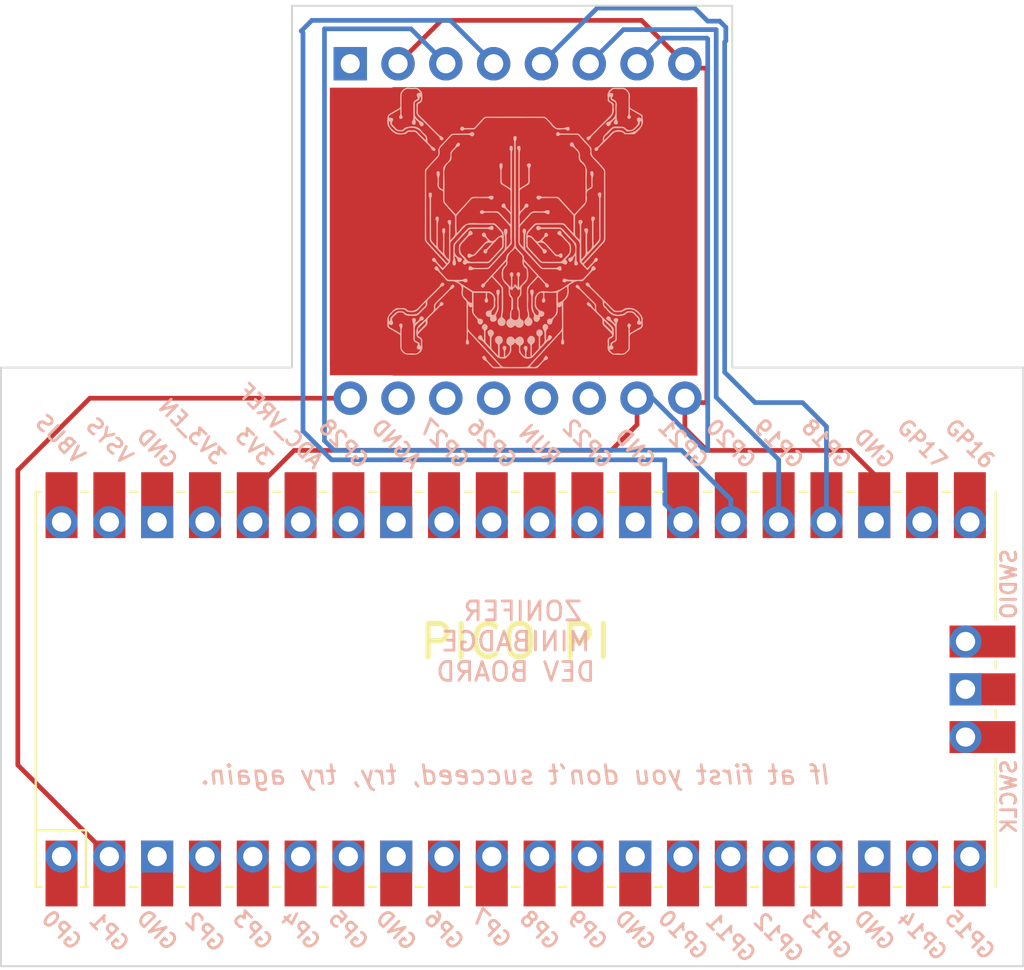
<source format=kicad_pcb>
(kicad_pcb (version 20211014) (generator pcbnew)
  (layers (0 "F.Cu" signal) (31 "B.Cu" signal) (34 "B.Paste" user) (35 "F.Paste" user) (36 "B.SilkS" user "B.Silkscreen") (37 "F.SilkS" user "F.Silkscreen") (38 "B.Mask" user) (39 "F.Mask" user) (44 "Edge.Cuts" user))
  (net 0 "")
  (net 1 "Net-(U1-Pad23)")
  (net 11 "Net-(U1-Pad36)")
  (net 12 "Net-(U1-Pad2)")
  (net 46 "Net-(U1-Pad24)")
  (net 47 "Net-(U1-Pad27)")
  (net 48 "Net-(U1-Pad25)")
  (net 49 "Net-(U1-Pad26)")
  (footprint "saintcon-minibadge:SAINTCON-Minibadge" (layer "F.Cu") (at 160.118102 100.095842)
    (fp_text reference "U2")
    (fp_text value "SAINTCON-Minibadge")
  )
  (footprint "MCU_RaspberryPi_and_Boards:RPi_Pico_SMD_TH" (layer "F.Cu") (at 170.18 134.62 90)
    (fp_text reference "U1" hide)
    (fp_text value "Pico")
  )
  (gr_poly (pts (xy 160.308411 117.92414) (xy 176.51414 117.92414) (xy 176.51414 103.107474) (xy 160.308411 103.107474)) (layer "F.Cu") (width 0) (fill solid))
  (gr_poly (pts (xy 160.308412 117.455197) (xy 176.514141 117.455197) (xy 176.514141 102.638531) (xy 160.308412 102.638531)) (layer "F.Cu") (width 0) (fill solid))
  (gr_poly (pts (xy 163.629651 117.944816) (xy 179.83538 117.944816) (xy 179.83538 103.12815) (xy 163.629651 103.12815)) (layer "F.Cu") (width 0) (fill solid))
  (gr_poly (pts (xy 163.623796 117.426353) (xy 179.829525 117.426353) (xy 179.829525 102.609687) (xy 163.623796 102.609687)) (layer "F.Cu") (width 0) (fill solid))
  (gr_poly (pts (xy 171.678353 104.181293) (xy 171.68784 104.181692) (xy 171.697533 104.182857) (xy 171.707381 104.184742) (xy 171.717333 104.187299) (xy 171.727337 104.190481) (xy 171.737341 104.194241) (xy 171.747295 104.198531) (xy 171.757146 104.203306) (xy 171.766844 104.208517) (xy 171.776336 104.214117) (xy 171.785571 104.22006) (xy 171.794499 104.226298) (xy 171.803066 104.232784) (xy 171.811223 104.239471) (xy 171.818917 104.246312) (xy 171.826097 104.253259) (xy 172.26975 104.728239) (xy 172.275814 104.734067) (xy 172.282386 104.739635) (xy 172.289418 104.744935) (xy 172.296863 104.749955) (xy 172.304672 104.754685) (xy 172.312798 104.759114) (xy 172.321194 104.763231) (xy 172.32981 104.767027) (xy 172.3386 104.770491) (xy 172.347517 104.773611) (xy 172.356511 104.776378) (xy 172.365536 104.778781) (xy 172.374543 104.78081) (xy 172.383485 104.782453) (xy 172.392315 104.783701) (xy 172.400983 104.784543) (xy 172.440762 104.787234) (xy 172.480689 104.789246) (xy 172.520716 104.790533) (xy 172.560792 104.791051) (xy 172.600868 104.790756) (xy 172.640894 104.789603) (xy 172.680822 104.787547) (xy 172.7206 104.784543) (xy 172.731833 104.783236) (xy 172.742998 104.781276) (xy 172.754104 104.778741) (xy 172.765163 104.775712) (xy 172.776184 104.772269) (xy 172.787178 104.768492) (xy 172.80913 104.760254) (xy 172.831101 104.751639) (xy 172.853176 104.743288) (xy 172.864279 104.73941) (xy 172.87544 104.735839) (xy 172.886669 104.732653) (xy 172.897977 104.729933) (xy 172.914765 104.726775) (xy 172.933537 104.724118) (xy 172.953103 104.722186) (xy 172.962812 104.721561) (xy 172.972272 104.721201) (xy 172.981336 104.721134) (xy 172.989854 104.721387) (xy 172.997677 104.721989) (xy 173.004657 104.722967) (xy 173.010645 104.72435) (xy 173.015492 104.726165) (xy 173.017441 104.727243) (xy 173.019049 104.72844) (xy 173.020297 104.729758) (xy 173.021167 104.731203) (xy 173.024938 104.740292) (xy 173.028452 104.749742) (xy 173.031683 104.759499) (xy 173.034601 104.769508) (xy 173.03718 104.779712) (xy 173.039391 104.790057) (xy 173.041206 104.800487) (xy 173.042598 104.810948) (xy 173.043539 104.821384) (xy 173.044 104.83174) (xy 173.043954 104.841961) (xy 173.043372 104.851991) (xy 173.042228 104.861776) (xy 173.040493 104.871261) (xy 173.038138 104.880389) (xy 173.035137 104.889106) (xy 173.033957 104.891398) (xy 173.032265 104.893666) (xy 173.030092 104.895904) (xy 173.027474 104.898105) (xy 173.024443 104.900263) (xy 173.021032 104.90237) (xy 173.013203 104.90641) (xy 173.004253 104.910171) (xy 172.994448 104.913603) (xy 172.984052 104.916653) (xy 172.973331 104.919268) (xy 172.96255 104.921398) (xy 172.951975 104.922989) (xy 172.941872 104.92399) (xy 172.932505 104.924348) (xy 172.924141 104.924012) (xy 172.920417 104.923567) (xy 172.917044 104.922929) (xy 172.914054 104.922092) (xy 172.91148 104.921048) (xy 172.909356 104.919792) (xy 172.907714 104.918316) (xy 172.900666 104.91048) (xy 172.893495 104.903233) (xy 172.886207 104.896554) (xy 172.878809 104.890423) (xy 172.871308 104.884821) (xy 172.863709 104.879727) (xy 172.856018 104.875123) (xy 172.848242 104.870988) (xy 172.840388 104.867303) (xy 172.832461 104.864048) (xy 172.824468 104.861202) (xy 172.816416 104.858747) (xy 172.808309 104.856663) (xy 172.800155 104.854929) (xy 172.78373 104.852435) (xy 172.767192 104.851106) (xy 172.750589 104.850785) (xy 172.733972 104.851314) (xy 172.717393 104.852534) (xy 172.7009 104.854287) (xy 172.684544 104.856416) (xy 172.652444 104.861166) (xy 172.602212 104.867259) (xy 172.55372 104.870144) (xy 172.506924 104.869829) (xy 172.461779 104.866319) (xy 172.418238 104.859621) (xy 172.376256 104.849743) (xy 172.335789 104.836692) (xy 172.296791 104.820473) (xy 172.259217 104.801094) (xy 172.223021 104.778562) (xy 172.188159 104.752884) (xy 172.154584 104.724065) (xy 172.122252 104.692114) (xy 172.091118 104.657037) (xy 172.061136 104.618841) (xy 172.032261 104.577533) (xy 172.01883 104.557893) (xy 172.004765 104.538646) (xy 171.990116 104.519768) (xy 171.974933 104.501233) (xy 171.959266 104.483019) (xy 171.943165 104.4651) (xy 171.926682 104.447453) (xy 171.909865 104.430054) (xy 171.875433 104.3959) (xy 171.840273 104.362446) (xy 171.769371 104.296863) (xy 171.76298 104.291386) (xy 171.756065 104.286232) (xy 171.748677 104.281404) (xy 171.740868 104.276906) (xy 171.73269 104.272744) (xy 171.724194 104.26892) (xy 171.715431 104.26544) (xy 171.706453 104.262308) (xy 171.697311 104.259528) (xy 171.688057 104.257105) (xy 171.678742 104.255042) (xy 171.669418 104.253345) (xy 171.660136 104.252018) (xy 171.650947 104.251064) (xy 171.641904 104.250489) (xy 171.633057 104.250296) (xy 170.88307 104.247968) (xy 170.132764 104.248179) (xy 170.131917 104.248603) (xy 169.398491 104.249132) (xy 168.665067 104.246486) (xy 168.649919 104.246656) (xy 168.635406 104.247487) (xy 168.621487 104.248987) (xy 168.608122 104.251163) (xy 168.59527 104.25402) (xy 168.582891 104.257566) (xy 168.570945 104.261809) (xy 168.559392 104.266753) (xy 168.548191 104.272407) (xy 168.537302 104.278778) (xy 168.526684 104.285871) (xy 168.516298 104.293694) (xy 168.506103 104.302254) (xy 168.496058 104.311558) (xy 168.486124 104.321612) (xy 168.47626 104.332423) (xy 168.370288 104.452134) (xy 168.263165 104.570654) (xy 168.154851 104.688062) (xy 168.045307 104.804439) (xy 168.040084 104.809591) (xy 168.034445 104.814558) (xy 168.028427 104.819324) (xy 168.02207 104.823873) (xy 168.015412 104.828189) (xy 168.008494 104.832255) (xy 168.001354 104.836056) (xy 167.99403 104.839576) (xy 167.986563 104.842798) (xy 167.978991 104.845706) (xy 167.971354 104.848284) (xy 167.963689 104.850517) (xy 167.956037 104.852387) (xy 167.948437 104.853878) (xy 167.940927 104.854976) (xy 167.933547 104.855663) (xy 167.892254 104.857823) (xy 167.850931 104.859056) (xy 167.809588 104.859584) (xy 167.768235 104.859631) (xy 167.68554 104.859175) (xy 167.602924 104.859473) (xy 167.573682 104.859272) (xy 167.54449 104.85858) (xy 167.529966 104.858454) (xy 167.515517 104.858691) (xy 167.501165 104.859453) (xy 167.48693 104.860901) (xy 167.472835 104.863198) (xy 167.458899 104.866505) (xy 167.445145 104.870984) (xy 167.438342 104.873713) (xy 167.431593 104.876796) (xy 167.424899 104.880253) (xy 167.418264 104.884105) (xy 167.411689 104.88837) (xy 167.405179 104.893071) (xy 167.398735 104.898226) (xy 167.39236 104.903856) (xy 167.386056 104.909982) (xy 167.379827 104.916623) (xy 167.378081 104.918174) (xy 167.375878 104.919498) (xy 167.373248 104.9206) (xy 167.370222 104.921486) (xy 167.366828 104.922162) (xy 167.363096 104.922633) (xy 167.354738 104.922986) (xy 167.345385 104.922589) (xy 167.335275 104.921489) (xy 167.324646 104.919732) (xy 167.313734 104.917363) (xy 167.302778 104.914429) (xy 167.292014 104.910975) (xy 167.281681 104.907048) (xy 167.272016 104.902692) (xy 167.263256 104.897955) (xy 167.25929 104.895457) (xy 167.255639 104.892881) (xy 167.252333 104.890233) (xy 167.249402 104.887517) (xy 167.246876 104.884741) (xy 167.244784 104.881909) (xy 167.2429 104.878811) (xy 167.241216 104.875479) (xy 167.239727 104.871928) (xy 167.238428 104.868172) (xy 167.237315 104.864225) (xy 167.236385 104.860101) (xy 167.235054 104.851383) (xy 167.234399 104.842131) (xy 167.234388 104.832461) (xy 167.234986 104.822487) (xy 167.236158 104.812324) (xy 167.237871 104.802086) (xy 167.240091 104.791889) (xy 167.242784 104.781847) (xy 167.245915 104.772074) (xy 167.24945 104.762686) (xy 167.253355 104.753797) (xy 167.257597 104.745522) (xy 167.26214 104.737976) (xy 167.265462 104.733182) (xy 167.268914 104.72872) (xy 167.272491 104.724589) (xy 167.276186 104.720785) (xy 167.279995 104.717305) (xy 167.28391 104.714149) (xy 167.287927 104.711312) (xy 167.292038 104.708792) (xy 167.296239 104.706588) (xy 167.300524 104.704696) (xy 167.304885 104.703115) (xy 167.309319 104.70184) (xy 167.313818 104.700871) (xy 167.318377 104.700205) (xy 167.32299 104.699839) (xy 167.327651 104.69977) (xy 167.332354 104.699997) (xy 167.337094 104.700516) (xy 167.341864 104.701325) (xy 167.346658 104.702422) (xy 167.351471 104.703805) (xy 167.356297 104.70547) (xy 167.361129 104.707416) (xy 167.365963 104.709639) (xy 167.370791 104.712138) (xy 167.375609 104.714909) (xy 167.38041 104.717951) (xy 167.385188 104.721261) (xy 167.389938 104.724836) (xy 167.394653 104.728674) (xy 167.399328 104.732773) (xy 167.403957 104.737129) (xy 167.41966 104.752389) (xy 167.427993 104.760146) (xy 167.432249 104.76388) (xy 167.436554 104.76745) (xy 167.440898 104.770808) (xy 167.445273 104.773902) (xy 167.449671 104.776683) (xy 167.454082 104.779099) (xy 167.45629 104.780155) (xy 167.458498 104.781101) (xy 167.460706 104.781931) (xy 167.462911 104.782638) (xy 167.465113 104.783217) (xy 167.467311 104.783661) (xy 167.469504 104.783964) (xy 167.47169 104.784119) (xy 167.587392 104.786924) (xy 167.703254 104.788141) (xy 167.819115 104.787453) (xy 167.934817 104.784543) (xy 167.937645 104.784338) (xy 167.940494 104.783966) (xy 167.943359 104.783433) (xy 167.94624 104.782747) (xy 167.949132 104.781913) (xy 167.952034 104.780937) (xy 167.957856 104.778589) (xy 167.963685 104.775756) (xy 167.969501 104.772488) (xy 167.975284 104.768837) (xy 167.981013 104.764858) (xy 167.986668 104.7606) (xy 167.992227 104.756116) (xy 167.997672 104.751459) (xy 168.00298 104.746681) (xy 168.008132 104.741833) (xy 168.013108 104.736967) (xy 168.022447 104.727393) (xy 168.132441 104.607589) (xy 168.241681 104.487151) (xy 168.351476 104.367348) (xy 168.406991 104.308081) (xy 168.463137 104.249449) (xy 168.470187 104.24254) (xy 168.477804 104.235806) (xy 168.485933 104.229284) (xy 168.494516 104.223011) (xy 168.503496 104.217023) (xy 168.512816 104.211357) (xy 168.522418 104.206049) (xy 168.532246 104.201136) (xy 168.542243 104.196655) (xy 168.552351 104.192642) (xy 168.562514 104.189134) (xy 168.572674 104.186168) (xy 168.582775 104.183779) (xy 168.592759 104.182004) (xy 168.60257 104.180881) (xy 168.61215 104.180446) (xy 170.145251 104.177853)) (layer "B.SilkS") (width 0) (fill solid))
  (gr_poly (pts (xy 175.779885 102.644633) (xy 175.915074 102.647133) (xy 175.922506 102.647605) (xy 175.930023 102.648528) (xy 175.937601 102.649877) (xy 175.945216 102.651625) (xy 175.952843 102.653748) (xy 175.960458 102.656219) (xy 175.968038 102.659015) (xy 175.975557 102.662109) (xy 175.982992 102.665476) (xy 175.990318 102.66909) (xy 175.997512 102.672926) (xy 176.004549 102.676959) (xy 176.011405 102.681162) (xy 176.018055 102.685512) (xy 176.024476 102.689982) (xy 176.030644 102.694547) (xy 176.060016 102.717832) (xy 176.087604 102.741846) (xy 176.113339 102.766641) (xy 176.137152 102.792271) (xy 176.158977 102.818788) (xy 176.169121 102.832397) (xy 176.178743 102.846247) (xy 176.187834 102.860346) (xy 176.196384 102.874701) (xy 176.204386 102.889317) (xy 176.211831 102.904203) (xy 176.218711 102.919363) (xy 176.225016 102.934806) (xy 176.230739 102.950537) (xy 176.23587 102.966563) (xy 176.240402 102.982892) (xy 176.244326 102.999529) (xy 176.247633 103.016481) (xy 176.250315 103.033756) (xy 176.252363 103.051359) (xy 176.253769 103.069297) (xy 176.254524 103.087578) (xy 176.254619 103.106207) (xy 176.254047 103.125191) (xy 176.252799 103.144538) (xy 176.250865 103.164253) (xy 176.248238 103.184343) (xy 176.244893 103.210758) (xy 176.242412 103.23729) (xy 176.240698 103.263926) (xy 176.239652 103.290653) (xy 176.239174 103.344334) (xy 176.240195 103.398233) (xy 176.243595 103.506288) (xy 176.244407 103.560247) (xy 176.243582 103.614027) (xy 176.243435 103.626604) (xy 176.24395 103.638485) (xy 176.245136 103.649707) (xy 176.247002 103.660309) (xy 176.249554 103.670328) (xy 176.252802 103.679801) (xy 176.256753 103.688768) (xy 176.261415 103.697265) (xy 176.266796 103.70533) (xy 176.272905 103.713002) (xy 176.27975 103.720317) (xy 176.287337 103.727315) (xy 176.295677 103.734032) (xy 176.304776 103.740507) (xy 176.314643 103.746777) (xy 176.325285 103.75288) (xy 176.842598 104.045827) (xy 176.853306 104.05193) (xy 176.863352 104.058199) (xy 176.872718 104.064669) (xy 176.881386 104.071379) (xy 176.889341 104.078364) (xy 176.893045 104.081971) (xy 176.896564 104.085661) (xy 176.899895 104.089437) (xy 176.903037 104.093306) (xy 176.905988 104.097271) (xy 176.908744 104.101336) (xy 176.911305 104.105507) (xy 176.913667 104.109788) (xy 176.91583 104.114184) (xy 176.91779 104.118699) (xy 176.919545 104.123337) (xy 176.921093 104.128104) (xy 176.922432 104.133004) (xy 176.923561 104.138041) (xy 176.924476 104.14322) (xy 176.925175 104.148545) (xy 176.925657 104.154022) (xy 176.925919 104.159655) (xy 176.925959 104.165447) (xy 176.925774 104.171405) (xy 176.925364 104.177532) (xy 176.924725 104.183833) (xy 176.923336 104.196164) (xy 176.922105 104.208658) (xy 176.921153 104.221241) (xy 176.920597 104.23384) (xy 176.920505 104.240121) (xy 176.920557 104.246378) (xy 176.920768 104.252602) (xy 176.921153 104.258783) (xy 176.921726 104.264912) (xy 176.922502 104.27098) (xy 176.923497 104.276977) (xy 176.924725 104.282893) (xy 176.932324 104.318416) (xy 176.937941 104.352932) (xy 176.941642 104.386477) (xy 176.943495 104.419084) (xy 176.943567 104.450786) (xy 176.941924 104.481617) (xy 176.938633 104.511612) (xy 176.93376 104.540803) (xy 176.927374 104.569224) (xy 176.91954 104.59691) (xy 176.910325 104.623893) (xy 176.899796 104.650209) (xy 176.88802 104.675889) (xy 176.875064 104.700969) (xy 176.845879 104.74946) (xy 176.812775 104.795951) (xy 176.776285 104.840714) (xy 176.736946 104.884016) (xy 176.695292 104.926129) (xy 176.651856 104.967321) (xy 176.607174 105.007862) (xy 176.516209 105.088073) (xy 176.511973 105.091522) (xy 176.507386 105.094727) (xy 176.502482 105.097692) (xy 176.497298 105.100423) (xy 176.491867 105.102923) (xy 176.486227 105.105196) (xy 176.480412 105.107248) (xy 176.474457 105.109081) (xy 176.468398 105.110702) (xy 176.46227 105.112113) (xy 176.456109 105.11332) (xy 176.44995 105.114327) (xy 176.443828 105.115137) (xy 176.437778 105.115756) (xy 176.431837 105.116188) (xy 176.426038 105.116437) (xy 176.329518 105.118414) (xy 176.232999 105.119241) (xy 176.136479 105.118877) (xy 176.039959 105.117283) (xy 176.026376 105.116668) (xy 176.01926 105.116115) (xy 176.012019 105.115378) (xy 176.004717 105.114443) (xy 175.997423 105.113295) (xy 175.990204 105.111918) (xy 175.983126 105.110298) (xy 175.976256 105.108421) (xy 175.969662 105.10627) (xy 175.96341 105.103832) (xy 175.957568 105.101091) (xy 175.952201 105.098032) (xy 175.947378 105.094642) (xy 175.945191 105.092817) (xy 175.943165 105.090904) (xy 175.941309 105.0889) (xy 175.93963 105.086803) (xy 175.931759 105.076679) (xy 175.923707 105.067244) (xy 175.915479 105.058472) (xy 175.907081 105.05034) (xy 175.898517 105.042822) (xy 175.889792 105.035893) (xy 175.880913 105.029527) (xy 175.871883 105.0237) (xy 175.862708 105.018387) (xy 175.853393 105.013561) (xy 175.843943 105.009199) (xy 175.834363 105.005275) (xy 175.824659 105.001764) (xy 175.814835 104.998641) (xy 175.794849 104.993458) (xy 175.774446 104.989526) (xy 175.753668 104.986642) (xy 175.732555 104.984607) (xy 175.711148 104.983219) (xy 175.623399 104.980123) (xy 175.600065 104.979596) (xy 175.577499 104.980092) (xy 175.555655 104.981632) (xy 175.534486 104.984238) (xy 175.513948 104.98793) (xy 175.493993 104.992729) (xy 175.474577 104.998657) (xy 175.455654 105.005735) (xy 175.437176 105.013984) (xy 175.4191 105.023424) (xy 175.401378 105.034077) (xy 175.383965 105.045965) (xy 175.366814 105.059107) (xy 175.349881 105.073526) (xy 175.333119 105.089242) (xy 175.316483 105.106277) (xy 175.241452 105.185094) (xy 175.165425 105.26295) (xy 175.011312 105.416686) (xy 174.856008 105.56931) (xy 174.701379 105.72265) (xy 174.677213 105.745896) (xy 174.652669 105.768839) (xy 174.64056 105.780438) (xy 174.628721 105.792249) (xy 174.617274 105.804369) (xy 174.606341 105.816894) (xy 174.596042 105.82992) (xy 174.5865 105.843544) (xy 174.582051 105.850609) (xy 174.577836 105.85786) (xy 174.573872 105.865308) (xy 174.570172 105.872966) (xy 174.566753 105.880845) (xy 174.563629 105.888958) (xy 174.560816 105.897315) (xy 174.558329 105.905931) (xy 174.556183 105.914815) (xy 174.554393 105.923982) (xy 174.552975 105.933441) (xy 174.551943 105.943206) (xy 174.551554 105.945621) (xy 174.550796 105.948096) (xy 174.549686 105.950622) (xy 174.548243 105.953189) (xy 174.546483 105.95579) (xy 174.544426 105.958415) (xy 174.542088 105.961054) (xy 174.539487 105.963698) (xy 174.536642 105.966339) (xy 174.533569 105.968967) (xy 174.530287 105.971573) (xy 174.526813 105.974148) (xy 174.519361 105.979167) (xy 174.511356 105.983952) (xy 174.502938 105.98843) (xy 174.494251 105.992526) (xy 174.485436 105.996169) (xy 174.476636 105.999285) (xy 174.467991 106.0018) (xy 174.463772 106.00281) (xy 174.459645 106.003642) (xy 174.455628 106.004288) (xy 174.451739 106.004737) (xy 174.447996 106.004982) (xy 174.444416 106.005013) (xy 174.441574 106.004791) (xy 174.438615 106.004291) (xy 174.435552 106.003528) (xy 174.432398 106.002514) (xy 174.429168 106.001263) (xy 174.425874 105.999787) (xy 174.419155 105.996216) (xy 174.412348 105.991905) (xy 174.405564 105.98696) (xy 174.398913 105.981487) (xy 174.392504 105.975591) (xy 174.386448 105.969378) (xy 174.380853 105.962952) (xy 174.375831 105.95642) (xy 174.37149 105.949887) (xy 174.369609 105.946653) (xy 174.36794 105.943458) (xy 174.366496 105.940315) (xy 174.365291 105.937238) (xy 174.364339 105.93424) (xy 174.363653 105.931334) (xy 174.363247 105.928532) (xy 174.363135 105.925849) (xy 174.363621 105.918503) (xy 174.36488 105.910672) (xy 174.36685 105.90248) (xy 174.369472 105.894047) (xy 174.372684 105.885494) (xy 174.376425 105.876945) (xy 174.380636 105.868519) (xy 174.385254 105.860339) (xy 174.39022 105.852526) (xy 174.395472 105.845201) (xy 174.40095 105.838487) (xy 174.406593 105.832505) (xy 174.41234 105.827375) (xy 174.415233 105.825169) (xy 174.41813 105.823221) (xy 174.421023 105.821547) (xy 174.423904 105.820163) (xy 174.426765 105.819083) (xy 174.429599 105.818323) (xy 174.445543 105.814688) (xy 174.460926 105.810391) (xy 174.475773 105.805463) (xy 174.49011 105.799933) (xy 174.503961 105.793832) (xy 174.51735 105.78719) (xy 174.530304 105.780037) (xy 174.542847 105.772404) (xy 174.555003 105.764321) (xy 174.566798 105.755818) (xy 174.589402 105.737673) (xy 174.61086 105.718211) (xy 174.631369 105.697673) (xy 174.65113 105.676302) (xy 174.67034 105.654339) (xy 174.707907 105.609606) (xy 174.745662 105.565409) (xy 174.765108 105.544117) (xy 174.785198 105.523683) (xy 174.788318 105.520304) (xy 174.791101 105.516605) (xy 174.793567 105.512603) (xy 174.795733 105.508313) (xy 174.797617 105.503752) (xy 174.799239 105.498934) (xy 174.800616 105.493876) (xy 174.801767 105.488593) (xy 174.803465 105.477415) (xy 174.804478 105.465528) (xy 174.804955 105.453057) (xy 174.805042 105.440127) (xy 174.804427 105.386344) (xy 174.804767 105.373012) (xy 174.8056 105.359976) (xy 174.805759 105.358616) (xy 174.877914 105.358616) (xy 174.878136 105.3675) (xy 174.878682 105.376576) (xy 174.879554 105.38585) (xy 174.880756 105.395328) (xy 174.882292 105.405016) (xy 174.884163 105.41492) (xy 174.886374 105.425046) (xy 174.886796 105.425046) (xy 174.926248 105.387071) (xy 174.965636 105.350321) (xy 175.042848 105.278732) (xy 175.079988 105.243009) (xy 175.115694 105.206745) (xy 175.132903 105.188272) (xy 175.149624 105.169499) (xy 175.165816 105.15037) (xy 175.181436 105.130829) (xy 175.208027 105.098096) (xy 175.23529 105.067697) (xy 175.263286 105.039656) (xy 175.292072 105.013996) (xy 175.321706 104.990739) (xy 175.336859 104.980019) (xy 175.352246 104.969909) (xy 175.367875 104.960411) (xy 175.383752 104.951528) (xy 175.399884 104.943264) (xy 175.41628 104.93562) (xy 175.432946 104.9286) (xy 175.44989 104.922207) (xy 175.467119 104.916443) (xy 175.48464 104.911312) (xy 175.502461 104.906816) (xy 175.520588 104.902959) (xy 175.53903 104.899742) (xy 175.557793 104.897169) (xy 175.576884 104.895243) (xy 175.596312 104.893967) (xy 175.616083 104.893343) (xy 175.636204 104.893375) (xy 175.656683 104.894065) (xy 175.677527 104.895416) (xy 175.698744 104.897431) (xy 175.72034 104.900113) (xy 175.753992 104.904834) (xy 175.786354 104.910021) (xy 175.802045 104.913047) (xy 175.817406 104.916499) (xy 175.832435 104.920478) (xy 175.847129 104.925089) (xy 175.861485 104.930435) (xy 175.875502 104.936617) (xy 175.889176 104.943739) (xy 175.902506 104.951905) (xy 175.915488 104.961216) (xy 175.928121 104.971777) (xy 175.940402 104.983689) (xy 175.952327 104.997056) (xy 175.956785 105.001975) (xy 175.961712 105.006718) (xy 175.967066 105.011271) (xy 175.972799 105.015617) (xy 175.978868 105.019739) (xy 175.985226 105.023622) (xy 175.991828 105.027249) (xy 175.998629 105.030605) (xy 176.005584 105.033673) (xy 176.012648 105.036438) (xy 176.019775 105.038882) (xy 176.02692 105.04099) (xy 176.034038 105.042746) (xy 176.041083 105.044134) (xy 176.04801 105.045137) (xy 176.054775 105.04574) (xy 176.10196 105.047367) (xy 176.148265 105.046745) (xy 176.193691 105.043874) (xy 176.238236 105.038755) (xy 176.281903 105.031386) (xy 176.324689 105.021768) (xy 176.366596 105.009902) (xy 176.407623 104.995786) (xy 176.44777 104.979422) (xy 176.487037 104.960808) (xy 176.525425 104.939946) (xy 176.562933 104.916835) (xy 176.599562 104.891474) (xy 176.63531 104.863865) (xy 176.670179 104.834007) (xy 176.704168 104.801899) (xy 176.739516 104.767027) (xy 176.75715 104.749691) (xy 176.774865 104.732473) (xy 176.782924 104.724393) (xy 176.790589 104.716112) (xy 176.797857 104.707633) (xy 176.804728 104.69896) (xy 176.811199 104.690097) (xy 176.817268 104.681049) (xy 176.822933 104.671819) (xy 176.828192 104.662411) (xy 176.833042 104.65283) (xy 176.837483 104.643079) (xy 176.841512 104.633162) (xy 176.845126 104.623084) (xy 176.848325 104.612849) (xy 176.851105 104.60246) (xy 176.853465 104.591921) (xy 176.855404 104.581237) (xy 176.856918 104.570412) (xy 176.858005 104.559449) (xy 176.858665 104.548353) (xy 176.858894 104.537128) (xy 176.858692 104.525777) (xy 176.858054 104.514305) (xy 176.856981 104.502716) (xy 176.85547 104.491014) (xy 176.853518 104.479203) (xy 176.851124 104.467286) (xy 176.845 104.443154) (xy 176.837084 104.41865) (xy 176.827358 104.393806) (xy 176.823238 104.400657) (xy 176.818868 104.407399) (xy 176.814324 104.414032) (xy 176.809684 104.420556) (xy 176.80042 104.433275) (xy 176.791692 104.445559) (xy 176.787721 104.451537) (xy 176.784115 104.457405) (xy 176.780951 104.463165) (xy 176.778305 104.468816) (xy 176.7772 104.4716) (xy 176.776254 104.474357) (xy 176.775475 104.477087) (xy 176.774875 104.479789) (xy 176.774462 104.482464) (xy 176.774245 104.485112) (xy 176.774235 104.487733) (xy 176.774442 104.490326) (xy 176.775304 104.4996) (xy 176.775758 104.508614) (xy 176.775816 104.517379) (xy 176.775491 104.525903) (xy 176.774796 104.534196) (xy 176.773744 104.542266) (xy 176.772347 104.550123) (xy 176.770618 104.557775) (xy 176.768571 104.565232) (xy 176.766217 104.572503) (xy 176.763571 104.579596) (xy 176.760645 104.586521) (xy 176.754003 104.599904) (xy 176.746395 104.612722) (xy 176.737924 104.62505) (xy 176.728693 104.636959) (xy 176.718804 104.648522) (xy 176.708361 104.659812) (xy 176.697466 104.6709) (xy 176.686223 104.68186) (xy 176.663104 104.703686) (xy 176.643215 104.722709) (xy 176.623529 104.741965) (xy 176.584628 104.780997) (xy 176.50774 104.859896) (xy 176.49977 104.867399) (xy 176.490825 104.874736) (xy 176.470251 104.888863) (xy 176.446506 104.902169) (xy 176.420077 104.914546) (xy 176.391453 104.925886) (xy 176.361122 104.936081) (xy 176.329572 104.945024) (xy 176.297291 104.952606) (xy 176.264766 104.95872) (xy 176.232487 104.963257) (xy 176.20094 104.96611) (xy 176.170615 104.967171) (xy 176.141998 104.966332) (xy 176.115579 104.963485) (xy 176.103346 104.961275) (xy 176.091845 104.958523) (xy 176.081137 104.955214) (xy 176.071284 104.951336) (xy 176.068278 104.949909) (xy 176.0653 104.948332) (xy 176.062355 104.946615) (xy 176.05945 104.944768) (xy 176.056593 104.942799) (xy 176.053789 104.940717) (xy 176.051046 104.938533) (xy 176.048371 104.936255) (xy 176.04577 104.933893) (xy 176.043251 104.931455) (xy 176.040819 104.928952) (xy 176.038482 104.926392) (xy 176.036247 104.923786) (xy 176.034121 104.921141) (xy 176.032109 104.918468) (xy 176.03022 104.915776) (xy 176.0227 104.904934) (xy 176.014984 104.894625) (xy 176.007074 104.884842) (xy 175.998974 104.875574) (xy 175.990686 104.866813) (xy 175.982211 104.85855) (xy 175.973554 104.850775) (xy 175.964716 104.843479) (xy 175.955701 104.836653) (xy 175.946509 104.830288) (xy 175.937145 104.824375) (xy 175.927611 104.818904) (xy 175.917909 104.813867) (xy 175.908042 104.809254) (xy 175.898012 104.805056) (xy 175.887822 104.801264) (xy 175.877474 104.79787) (xy 175.866972 104.794863) (xy 175.856317 104.792234) (xy 175.845512 104.789975) (xy 175.823464 104.786529) (xy 175.800847 104.78445) (xy 175.777681 104.783667) (xy 175.753988 104.784105) (xy 175.729788 104.785691) (xy 175.705101 104.788353) (xy 175.683261 104.790892) (xy 175.661272 104.792791) (xy 175.639185 104.794045) (xy 175.617047 104.79465) (xy 175.59491 104.794599) (xy 175.572822 104.793889) (xy 175.550833 104.792514) (xy 175.528994 104.790469) (xy 175.507741 104.788581) (xy 175.487144 104.787843) (xy 175.467173 104.788264) (xy 175.4478 104.789854) (xy 175.428994 104.792623) (xy 175.410728 104.796579) (xy 175.392971 104.801732) (xy 175.375694 104.808091) (xy 175.358869 104.815665) (xy 175.342467 104.824464) (xy 175.326457 104.834497) (xy 175.310812 104.845774) (xy 175.295501 104.858303) (xy 175.280496 104.872094) (xy 175.265768 104.887157) (xy 175.251287 104.903499) (xy 175.218804 104.940696) (xy 175.185254 104.977074) (xy 175.150761 105.012687) (xy 175.11545 105.047592) (xy 175.079444 105.081841) (xy 175.042868 105.11549) (xy 175.005845 105.148594) (xy 174.9685 105.181206) (xy 174.955021 105.193349) (xy 174.942538 105.205679) (xy 174.931077 105.218244) (xy 174.920664 105.231093) (xy 174.915857 105.23764) (xy 174.911321 105.244275) (xy 174.90706 105.251006) (xy 174.903075 105.257838) (xy 174.899371 105.264777) (xy 174.895951 105.27183) (xy 174.892817 105.279001) (xy 174.889972 105.286299) (xy 174.88742 105.293728) (xy 174.885164 105.301294) (xy 174.883207 105.309004) (xy 174.881552 105.316863) (xy 174.880202 105.324878) (xy 174.87916 105.333055) (xy 174.878429 105.3414) (xy 174.878013 105.349918) (xy 174.877914 105.358616) (xy 174.805759 105.358616) (xy 174.807071 105.347363) (xy 174.809328 105.3353) (xy 174.814424 105.313712) (xy 174.820011 105.291743) (xy 174.826302 105.269763) (xy 174.829779 105.258886) (xy 174.833511 105.248146) (xy 174.837527 105.237589) (xy 174.841851 105.227263) (xy 174.846512 105.217213) (xy 174.851536 105.207486) (xy 174.856949 105.198129) (xy 174.862778 105.189188) (xy 174.86905 105.180709) (xy 174.875792 105.17274) (xy 174.923236 105.120911) (xy 174.971267 105.069579) (xy 175.019872 105.018762) (xy 175.069043 104.968481) (xy 175.11877 104.918756) (xy 175.169042 104.869607) (xy 175.219851 104.821052) (xy 175.271185 104.773113) (xy 175.279159 104.766083) (xy 175.287648 104.759296) (xy 175.296602 104.752778) (xy 175.305971 104.746555) (xy 175.315705 104.740652) (xy 175.325753 104.735095) (xy 175.336065 104.729908) (xy 175.346592 104.725117) (xy 175.357282 104.720749) (xy 175.368085 104.716827) (xy 175.378951 104.713378) (xy 175.389831 104.710426) (xy 175.400673 104.707999) (xy 175.411428 104.70612) (xy 175.422046 104.704815) (xy 175.432475 104.70411) (xy 175.487491 104.702085) (xy 175.542641 104.700855) (xy 175.59786 104.700538) (xy 175.653085 104.701252) (xy 175.708249 104.703117) (xy 175.76329 104.706253) (xy 175.818142 104.710777) (xy 175.872741 104.71681) (xy 175.878374 104.717655) (xy 175.884001 104.718756) (xy 175.895228 104.721684) (xy 175.90641 104.725516) (xy 175.917536 104.730171) (xy 175.928592 104.73557) (xy 175.939566 104.741634) (xy 175.950446 104.748283) (xy 175.961219 104.755439) (xy 175.971873 104.763021) (xy 175.982395 104.77095) (xy 175.992774 104.779147) (xy 176.002996 104.787533) (xy 176.022922 104.804552) (xy 176.042075 104.821373) (xy 176.051942 104.82961) (xy 176.062314 104.837334) (xy 176.073155 104.844543) (xy 176.084431 104.851234) (xy 176.096106 104.857406) (xy 176.108148 104.863056) (xy 176.120521 104.868182) (xy 176.133191 104.872781) (xy 176.159283 104.880394) (xy 176.186148 104.885875) (xy 176.213511 104.889208) (xy 176.241095 104.890376) (xy 176.268624 104.889361) (xy 176.295823 104.886146) (xy 176.322416 104.880714) (xy 176.335398 104.87716) (xy 176.348126 104.873046) (xy 176.360563 104.868369) (xy 176.372677 104.863126) (xy 176.384432 104.857316) (xy 176.395794 104.850937) (xy 176.406729 104.843986) (xy 176.417201 104.83646) (xy 176.427177 104.828359) (xy 176.436622 104.81968) (xy 176.545366 104.717021) (xy 176.57177 104.690786) (xy 176.58462 104.677412) (xy 176.597178 104.663827) (xy 176.609401 104.649998) (xy 176.621246 104.635895) (xy 176.632671 104.621487) (xy 176.643632 104.606743) (xy 176.648851 104.598695) (xy 176.653688 104.589724) (xy 176.658111 104.579971) (xy 176.662087 104.569576) (xy 176.665581 104.558676) (xy 176.668561 104.547413) (xy 176.670993 104.535925) (xy 176.672843 104.524352) (xy 176.674077 104.512833) (xy 176.674663 104.501509) (xy 176.674567 104.490518) (xy 176.673756 104.480001) (xy 176.672195 104.470096) (xy 176.669851 104.460943) (xy 176.668376 104.456693) (xy 176.666692 104.452683) (xy 176.664795 104.44893) (xy 176.662683 104.445453) (xy 176.64616 104.420004) (xy 176.638576 104.407665) (xy 176.631628 104.395533) (xy 176.625456 104.383572) (xy 176.6202 104.371746) (xy 176.617959 104.365872) (xy 176.616 104.360018) (xy 176.614339 104.354179) (xy 176.612994 104.348351) (xy 176.611983 104.342529) (xy 176.611324 104.336709) (xy 176.611032 104.330886) (xy 176.611127 104.325055) (xy 176.611625 104.319212) (xy 176.612543 104.313353) (xy 176.6139 104.307472) (xy 176.615713 104.301566) (xy 176.617999 104.295629) (xy 176.620776 104.289657) (xy 176.62406 104.283646) (xy 176.62787 104.277591) (xy 176.632223 104.271486) (xy 176.637137 104.265329) (xy 176.642628 104.259114) (xy 176.648714 104.252836) (xy 176.655704 104.246291) (xy 176.662626 104.24045) (xy 176.669482 104.235295) (xy 176.676272 104.230802) (xy 176.682998 104.226952) (xy 176.689662 104.223723) (xy 176.696265 104.221093) (xy 176.702808 104.219042) (xy 176.709292 104.217549) (xy 176.71572 104.216592) (xy 176.722093 104.21615) (xy 176.728411 104.216202) (xy 176.734677 104.216727) (xy 176.740891 104.217704) (xy 176.747055 104.219111) (xy 176.753171 104.220928) (xy 176.75924 104.223132) (xy 176.765263 104.225704) (xy 176.771241 104.228622) (xy 176.777177 104.231864) (xy 176.788925 104.239238) (xy 176.800518 104.247657) (xy 176.811967 104.256952) (xy 176.823284 104.266953) (xy 176.834479 104.277491) (xy 176.845563 104.288396) (xy 176.850772 104.269173) (xy 176.854492 104.250997) (xy 176.855794 104.242285) (xy 176.856723 104.233814) (xy 176.857279 104.225577) (xy 176.857463 104.217567) (xy 176.857274 104.209779) (xy 176.856713 104.202204) (xy 176.855778 104.194837) (xy 176.854471 104.187669) (xy 176.852791 104.180696) (xy 176.850737 104.173909) (xy 176.84831 104.167301) (xy 176.845511 104.160867) (xy 176.842337 104.154599) (xy 176.838791 104.14849) (xy 176.834871 104.142534) (xy 176.830577 104.136724) (xy 176.82591 104.131052) (xy 176.820869 104.125513) (xy 176.815454 104.120099) (xy 176.809666 104.114803) (xy 176.796967 104.10454) (xy 176.782772 104.094668) (xy 176.767079 104.085134) (xy 176.74989 104.075883) (xy 176.688319 104.043638) (xy 176.627136 104.00985) (xy 176.565893 103.974643) (xy 176.504145 103.938141) (xy 176.24316 103.781666) (xy 176.245726 103.808767) (xy 176.246961 103.835318) (xy 176.24717 103.861344) (xy 176.246659 103.886871) (xy 176.2447 103.936529) (xy 176.24353 103.984496) (xy 176.244005 104.007908) (xy 176.245595 104.030974) (xy 176.248604 104.053719) (xy 176.253339 104.076167) (xy 176.256449 104.087289) (xy 176.260106 104.098346) (xy 176.264347 104.109341) (xy 176.26921 104.120279) (xy 176.274734 104.131162) (xy 176.280957 104.141993) (xy 176.287917 104.152776) (xy 176.295652 104.163513) (xy 176.297092 104.165682) (xy 176.298319 104.168128) (xy 176.29934 104.170834) (xy 176.300159 104.173782) (xy 176.300784 104.176955) (xy 176.30122 104.180334) (xy 176.301546 104.187643) (xy 176.301185 104.195567) (xy 176.300184 104.203964) (xy 176.298589 104.212694) (xy 176.296446 104.221615) (xy 176.293802 104.230586) (xy 176.290704 104.239465) (xy 176.287198 104.248111) (xy 176.28333 104.256382) (xy 176.279147 104.264137) (xy 176.274695 104.271235) (xy 176.270022 104.277534) (xy 176.267616 104.28034) (xy 176.265173 104.282893) (xy 176.263049 104.284783) (xy 176.260657 104.286563) (xy 176.258016 104.288234) (xy 176.255142 104.289794) (xy 176.248771 104.29258) (xy 176.241684 104.294918) (xy 176.234025 104.296805) (xy 176.225934 104.298237) (xy 176.217554 104.29921) (xy 176.209028 104.29972) (xy 176.200496 104.299764) (xy 176.192102 104.299338) (xy 176.183987 104.298439) (xy 176.176292 104.297061) (xy 176.169161 104.295203) (xy 176.162735 104.292859) (xy 176.15983 104.291505) (xy 176.157155 104.290027) (xy 176.154728 104.288427) (xy 176.152565 104.286703) (xy 176.149997 104.284259) (xy 176.147455 104.281544) (xy 176.142477 104.275379) (xy 176.137685 104.26836) (xy 176.133132 104.260641) (xy 176.128872 104.252377) (xy 176.124958 104.243721) (xy 176.121443 104.234827) (xy 176.118381 104.225849) (xy 176.115825 104.21694) (xy 176.113829 104.208254) (xy 176.112445 104.199945) (xy 176.111727 104.192167) (xy 176.111728 104.185074) (xy 176.112015 104.181832) (xy 176.112502 104.178819) (xy 176.113196 104.176054) (xy 176.114102 104.173556) (xy 176.115229 104.171345) (xy 176.116581 104.16944) (xy 176.123071 104.161192) (xy 176.12906 104.152883) (xy 176.134566 104.144514) (xy 176.13961 104.136087) (xy 176.14421 104.127605) (xy 176.148387 104.119071) (xy 176.15216 104.110485) (xy 176.155548 104.101852) (xy 176.161248 104.084449) (xy 176.165643 104.066882) (xy 176.168888 104.049168) (xy 176.171139 104.031327) (xy 176.172551 104.013377) (xy 176.173281 103.995335) (xy 176.173315 103.959056) (xy 176.172485 103.922638) (xy 176.172038 103.88623) (xy 176.175002 103.047606) (xy 176.174507 103.032268) (xy 176.173046 103.016912) (xy 176.17065 103.001573) (xy 176.167353 102.986283) (xy 176.163186 102.971076) (xy 176.158183 102.955983) (xy 176.152377 102.941039) (xy 176.145799 102.926275) (xy 176.138482 102.911725) (xy 176.130459 102.897423) (xy 176.121764 102.8834) (xy 176.112427 102.86969) (xy 176.102483 102.856325) (xy 176.091963 102.84334) (xy 176.0809 102.830765) (xy 176.069327 102.818636) (xy 176.057277 102.806984) (xy 176.044782 102.795842) (xy 176.031875 102.785244) (xy 176.018588 102.775222) (xy 176.004954 102.765809) (xy 175.991006 102.757039) (xy 175.976776 102.748943) (xy 175.962297 102.741556) (xy 175.947602 102.73491) (xy 175.932722 102.729038) (xy 175.917692 102.723972) (xy 175.902543 102.719747) (xy 175.887309 102.716394) (xy 175.872021 102.713948) (xy 175.856712 102.712439) (xy 175.841415 102.711903) (xy 175.797214 102.712436) (xy 175.752919 102.713709) (xy 175.664303 102.716507) (xy 175.620112 102.71705) (xy 175.576085 102.716368) (xy 175.554152 102.715414) (xy 175.532285 102.713969) (xy 175.510491 102.711973) (xy 175.488779 102.709363) (xy 175.471872 102.707504) (xy 175.455662 102.706586) (xy 175.440122 102.706574) (xy 175.425222 102.70743) (xy 175.410936 102.709119) (xy 175.397236 102.711605) (xy 175.384094 102.714851) (xy 175.371483 102.718822) (xy 175.359374 102.723481) (xy 175.347741 102.728792) (xy 175.336556 102.73472) (xy 175.32579 102.741227) (xy 175.315417 102.748278) (xy 175.305408 102.755837) (xy 175.295736 102.763868) (xy 175.286373 102.772334) (xy 175.268464 102.790428) (xy 175.25146 102.80983) (xy 175.23514 102.830252) (xy 175.219281 102.851405) (xy 175.188065 102.894745) (xy 175.172264 102.916355) (xy 175.156039 102.93754) (xy 175.15625 102.937751) (xy 175.156459 102.937963) (xy 175.158691 102.936876) (xy 175.16094 102.935694) (xy 175.165475 102.933148) (xy 175.17004 102.930522) (xy 175.17461 102.928015) (xy 175.176889 102.926868) (xy 175.17916 102.925825) (xy 175.18142 102.924912) (xy 175.183665 102.924152) (xy 175.185894 102.92357) (xy 175.187 102.923355) (xy 175.188101 102.923193) (xy 175.189197 102.923088) (xy 175.190286 102.923043) (xy 175.191368 102.923061) (xy 175.192443 102.923146) (xy 175.202545 102.923864) (xy 175.213088 102.924323) (xy 175.235048 102.92478) (xy 175.257414 102.925148) (xy 175.279279 102.926057) (xy 175.289741 102.926911) (xy 175.299736 102.928136) (xy 175.309152 102.929812) (xy 175.317876 102.932016) (xy 175.325793 102.934829) (xy 175.329414 102.936487) (xy 175.332791 102.938328) (xy 175.33591 102.940359) (xy 175.338756 102.942592) (xy 175.341315 102.945035) (xy 175.343574 102.9477) (xy 175.34583 102.950945) (xy 175.347916 102.954476) (xy 175.349833 102.958275) (xy 175.351583 102.962324) (xy 175.354584 102.971093) (xy 175.356929 102.980634) (xy 175.358626 102.990797) (xy 175.359684 103.001434) (xy 175.360114 103.012394) (xy 175.359925 103.023529) (xy 175.359125 103.034689) (xy 175.357725 103.045724) (xy 175.355733 103.056484) (xy 175.353158 103.066822) (xy 175.350011 103.076586) (xy 175.3463 103.085628) (xy 175.342034 103.093798) (xy 175.339696 103.097509) (xy 175.337224 103.100946) (xy 175.327676 103.11382) (xy 175.319243 103.12625) (xy 175.311997 103.138239) (xy 175.30601 103.149788) (xy 175.303511 103.155399) (xy 175.301355 103.160901) (xy 175.29955 103.166295) (xy 175.298105 103.17158) (xy 175.297029 103.176758) (xy 175.296332 103.181827) (xy 175.296021 103.18679) (xy 175.296108 103.191645) (xy 175.2966 103.196394) (xy 175.297507 103.201037) (xy 175.298837 103.205573) (xy 175.3006 103.210004) (xy 175.302805 103.21433) (xy 175.305461 103.21855) (xy 175.308577 103.222665) (xy 175.312161 103.226676) (xy 175.316224 103.230583) (xy 175.320775 103.234386) (xy 175.325821 103.238085) (xy 175.331373 103.241681) (xy 175.337439 103.245175) (xy 175.344028 103.248565) (xy 175.35115 103.251853) (xy 175.358814 103.25504) (xy 175.374188 103.261432) (xy 175.388808 103.268144) (xy 175.402688 103.275177) (xy 175.415844 103.282527) (xy 175.428291 103.290194) (xy 175.440042 103.298177) (xy 175.451113 103.306472) (xy 175.461519 103.31508) (xy 175.471274 103.323999) (xy 175.480394 103.333227) (xy 175.488893 103.342762) (xy 175.496786 103.352604) (xy 175.504087 103.36275) (xy 175.510812 103.3732) (xy 175.516975 103.383952) (xy 175.522592 103.395004) (xy 175.527676 103.406355) (xy 175.532243 103.418004) (xy 175.536308 103.429948) (xy 175.539885 103.442187) (xy 175.542989 103.454719) (xy 175.545635 103.467542) (xy 175.547838 103.480656) (xy 175.549612 103.494058) (xy 175.550973 103.507747) (xy 175.551935 103.521721) (xy 175.552721 103.550522) (xy 175.552091 103.580448) (xy 175.550161 103.611486) (xy 175.545764 103.681448) (xy 175.543407 103.751603) (xy 175.542667 103.821907) (xy 175.543123 103.892315) (xy 175.548466 104.174096) (xy 175.547713 104.240884) (xy 175.547726 104.257467) (xy 175.548124 104.273982) (xy 175.549062 104.290417) (xy 175.550689 104.306758) (xy 175.553161 104.322996) (xy 175.556628 104.339118) (xy 175.561243 104.355112) (xy 175.56716 104.370966) (xy 175.570654 104.378837) (xy 175.57453 104.386669) (xy 175.578808 104.39446) (xy 175.583506 104.402209) (xy 175.588644 104.409914) (xy 175.594241 104.417574) (xy 175.600315 104.425188) (xy 175.606887 104.432753) (xy 175.608701 104.435098) (xy 175.610259 104.43783) (xy 175.611568 104.440926) (xy 175.612634 104.444361) (xy 175.613464 104.44811) (xy 175.614065 104.45215) (xy 175.614606 104.461004) (xy 175.614311 104.470728) (xy 175.613234 104.48113) (xy 175.61143 104.492013) (xy 175.608951 104.503185) (xy 175.605852 104.514451) (xy 175.602187 104.525618) (xy 175.598009 104.53649) (xy 175.593374 104.546874) (xy 175.588334 104.556577) (xy 175.582943 104.565403) (xy 175.577257 104.573158) (xy 175.574319 104.576574) (xy 175.571328 104.57965) (xy 175.568942 104.581656) (xy 175.566242 104.58347) (xy 175.563247 104.585095) (xy 175.559973 104.586536) (xy 175.556441 104.587796) (xy 175.552668 104.58888) (xy 175.544472 104.590531) (xy 175.535532 104.591519) (xy 175.525994 104.591876) (xy 175.516005 104.591631) (xy 175.505711 104.590815) (xy 175.495258 104.589458) (xy 175.484792 104.587591) (xy 175.474461 104.585244) (xy 175.464409 104.582448) (xy 175.454785 104.579232) (xy 175.445733 104.575627) (xy 175.4374 104.571664) (xy 175.429933 104.567373) (xy 175.424994 104.56408) (xy 175.420335 104.560633) (xy 175.415956 104.557039) (xy 175.411859 104.553303) (xy 175.408044 104.54943) (xy 175.40451 104.545425) (xy 175.401259 104.541295) (xy 175.39829 104.537045) (xy 175.395604 104.53268) (xy 175.3932 104.528206) (xy 175.391081 104.523628) (xy 175.389245 104.518952) (xy 175.387692 104.514183) (xy 175.386425 104.509327) (xy 175.385442 104.504389) (xy 175.384743 104.499375) (xy 175.38433 104.49429) (xy 175.384203 104.489141) (xy 175.384362 104.483931) (xy 175.384806 104.478667) (xy 175.385537 104.473355) (xy 175.386555 104.467999) (xy 175.38786 104.462606) (xy 175.389453 104.457181) (xy 175.391333 104.451729) (xy 175.393502 104.446255) (xy 175.395958 104.440766) (xy 175.398703 104.435267) (xy 175.401738 104.429764) (xy 175.405061 104.424261) (xy 175.408674 104.418764) (xy 175.412578 104.41328) (xy 175.422196 104.399777) (xy 175.431422 104.385981) (xy 175.440341 104.371957) (xy 175.449037 104.35777) (xy 175.466096 104.329162) (xy 175.483275 104.300673) (xy 175.459144 104.285856) (xy 175.357332 104.385234) (xy 175.332152 104.410277) (xy 175.307339 104.435637) (xy 175.283022 104.461434) (xy 175.25933 104.487786) (xy 175.257429 104.49012) (xy 175.255685 104.492591) (xy 175.254089 104.495191) (xy 175.252631 104.497909) (xy 175.251299 104.500738) (xy 175.250084 104.503667) (xy 175.24796 104.509793) (xy 175.246176 104.516214) (xy 175.244649 104.522858) (xy 175.242027 104.536523) (xy 175.239425 104.550207) (xy 175.237922 104.556876) (xy 175.236173 104.563332) (xy 175.234094 104.569502) (xy 175.231602 104.575315) (xy 175.230174 104.578064) (xy 175.228612 104.580697) (xy 175.226904 104.583204) (xy 175.225041 104.585577) (xy 175.21081 104.602294) (xy 175.195804 104.619542) (xy 175.188043 104.628122) (xy 175.180125 104.636543) (xy 175.172063 104.644706) (xy 175.163869 104.652516) (xy 175.155557 104.659874) (xy 175.147138 104.666684) (xy 175.138624 104.672847) (xy 175.130029 104.678267) (xy 175.125704 104.680667) (xy 175.121364 104.682845) (xy 175.11701 104.684789) (xy 175.112642 104.686486) (xy 175.108264 104.687924) (xy 175.103876 104.689091) (xy 175.09948 104.689975) (xy 175.095078 104.690563) (xy 175.091856 104.690673) (xy 175.08847 104.690378) (xy 175.084938 104.689697) (xy 175.081274 104.688647) (xy 175.077493 104.687245) (xy 175.073612 104.685509) (xy 175.069645 104.683456) (xy 175.065609 104.681104) (xy 175.06152 104.678471) (xy 175.057391 104.675574) (xy 175.049082 104.669057) (xy 175.040806 104.661695) (xy 175.032689 104.653627) (xy 175.024854 104.644994) (xy 175.017426 104.635935) (xy 175.010531 104.626591) (xy 175.004292 104.617102) (xy 174.998835 104.607607) (xy 174.996438 104.602902) (xy 174.994284 104.598248) (xy 174.992387 104.593663) (xy 174.990763 104.589165) (xy 174.989428 104.58477) (xy 174.988398 104.580497) (xy 174.987245 104.574274) (xy 174.986481 104.568225) (xy 174.986095 104.562348) (xy 174.986078 104.556639) (xy 174.986421 104.551098) (xy 174.987116 104.545721) (xy 174.988153 104.540506) (xy 174.989522 104.535451) (xy 174.991216 104.530554) (xy 174.993223 104.525811) (xy 174.995537 104.521222) (xy 174.998146 104.516783) (xy 175.001043 104.512493) (xy 175.004217 104.508348) (xy 175.007661 104.504346) (xy 175.011364 104.500486) (xy 175.015317 104.496765) (xy 175.019512 104.493181) (xy 175.023939 104.489731) (xy 175.02859 104.486412) (xy 175.033454 104.483224) (xy 175.038523 104.480162) (xy 175.049239 104.474412) (xy 175.060664 104.469143) (xy 175.072726 104.464336) (xy 175.08535 104.459974) (xy 175.098465 104.456037) (xy 175.108776 104.452856) (xy 175.118922 104.449066) (xy 175.128917 104.444724) (xy 175.138774 104.439884) (xy 175.148507 104.434602) (xy 175.15813 104.428935) (xy 175.167656 104.422938) (xy 175.177099 104.416667) (xy 175.251287 104.363327) (xy 175.268682 104.350924) (xy 175.285387 104.338243) (xy 175.301406 104.325283) (xy 175.31674 104.312044) (xy 175.331393 104.298524) (xy 175.345367 104.284723) (xy 175.358665 104.270641) (xy 175.371289 104.256276) (xy 175.383242 104.241629) (xy 175.394527 104.226698) (xy 175.405146 104.211484) (xy 175.415102 104.195984) (xy 175.424398 104.1802) (xy 175.433036 104.164129) (xy 175.441019 104.147772) (xy 175.448349 104.131128) (xy 175.455029 104.114197) (xy 175.461063 104.096976) (xy 175.466451 104.079467) (xy 175.471198 104.061669) (xy 175.475305 104.04358) (xy 175.478775 104.0252) (xy 175.481612 104.006529) (xy 175.483817 103.987565) (xy 175.485393 103.968309) (xy 175.486343 103.94876) (xy 175.486669 103.928917) (xy 175.486375 103.908779) (xy 175.483934 103.867617) (xy 175.479041 103.82527) (xy 175.476534 103.805616) (xy 175.474544 103.785874) (xy 175.473031 103.766051) (xy 175.471957 103.74616) (xy 175.470967 103.706208) (xy 175.471262 103.666097) (xy 175.472529 103.625906) (xy 175.474457 103.585716) (xy 175.479041 103.505653) (xy 175.479463 103.492937) (xy 175.479138 103.480957) (xy 175.478065 103.469675) (xy 175.476243 103.459054) (xy 175.47505 103.453979) (xy 175.473669 103.449055) (xy 175.4721 103.444277) (xy 175.470342 103.439641) (xy 175.468395 103.435141) (xy 175.466259 103.430774) (xy 175.463934 103.426533) (xy 175.46142 103.422415) (xy 175.458715 103.418416) (xy 175.455821 103.414529) (xy 175.449461 103.407075) (xy 175.442339 103.400018) (xy 175.434452 103.393318) (xy 175.425798 103.386938) (xy 175.416376 103.38084) (xy 175.406184 103.374987) (xy 175.39522 103.36934) (xy 175.326925 103.33763) (xy 175.310262 103.329153) (xy 175.294203 103.320093) (xy 175.278969 103.310266) (xy 175.26478 103.29949) (xy 175.258147 103.293689) (xy 175.251857 103.287583) (xy 175.245938 103.281149) (xy 175.240418 103.274363) (xy 175.235324 103.267203) (xy 175.230685 103.259647) (xy 175.226526 103.251671) (xy 175.222877 103.243253) (xy 175.219764 103.23437) (xy 175.217215 103.224999) (xy 175.215257 103.215117) (xy 175.213918 103.204701) (xy 175.213226 103.19373) (xy 175.213208 103.182179) (xy 175.213891 103.170027) (xy 175.215303 103.15725) (xy 175.215402 103.155768) (xy 175.215305 103.15426) (xy 175.215023 103.152725) (xy 175.214563 103.151166) (xy 175.213936 103.149581) (xy 175.213148 103.147973) (xy 175.21221 103.146342) (xy 175.21113 103.144689) (xy 175.209916 103.143014) (xy 175.208578 103.141318) (xy 175.205563 103.137865) (xy 175.202154 103.134337) (xy 175.198423 103.130739) (xy 175.194439 103.127076) (xy 175.190272 103.123355) (xy 175.181669 103.115757) (xy 175.177373 103.111892) (xy 175.173175 103.10799) (xy 175.169144 103.104058) (xy 175.165351 103.1001) (xy 175.15627 103.133517) (xy 175.148799 103.163641) (xy 175.143071 103.190772) (xy 175.139217 103.215207) (xy 175.138034 103.226507) (xy 175.13737 103.237246) (xy 175.13724 103.247461) (xy 175.137662 103.257188) (xy 175.138651 103.266466) (xy 175.140224 103.275332) (xy 175.142398 103.283823) (xy 175.14519 103.291976) (xy 175.148615 103.299829) (xy 175.15269 103.30742) (xy 175.157433 103.314785) (xy 175.162858 103.321961) (xy 175.168983 103.328988) (xy 175.175825 103.335901) (xy 175.1834 103.342738) (xy 175.191723 103.349536) (xy 175.210685 103.363166) (xy 175.232842 103.377091) (xy 175.258327 103.391608) (xy 175.287271 103.407017) (xy 175.300941 103.414505) (xy 175.313685 103.422234) (xy 175.325488 103.430248) (xy 175.336338 103.438588) (xy 175.341401 103.442894) (xy 175.34622 103.447298) (xy 175.350794 103.451805) (xy 175.355122 103.45642) (xy 175.3592 103.461149) (xy 175.363028 103.465998) (xy 175.366604 103.47097) (xy 175.369927 103.476073) (xy 175.372994 103.481311) (xy 175.375803 103.486689) (xy 175.378354 103.492213) (xy 175.380644 103.497889) (xy 175.382672 103.503721) (xy 175.384436 103.509715) (xy 175.385934 103.515876) (xy 175.387164 103.52221) (xy 175.388126 103.528721) (xy 175.388816 103.535417) (xy 175.389235 103.5423) (xy 175.389378 103.549378) (xy 175.389246 103.556655) (xy 175.388837 103.564137) (xy 175.388147 103.571829) (xy 175.387177 103.579737) (xy 175.385163 103.596056) (xy 175.383605 103.612578) (xy 175.382563 103.62923) (xy 175.382097 103.645935) (xy 175.382266 103.662622) (xy 175.382607 103.670934) (xy 175.383129 103.679213) (xy 175.38384 103.687451) (xy 175.384746 103.695637) (xy 175.385856 103.703762) (xy 175.387177 103.711817) (xy 175.394333 103.759539) (xy 175.397792 103.805463) (xy 175.398177 103.827785) (xy 175.397687 103.849698) (xy 175.394149 103.892349) (xy 175.387313 103.933524) (xy 175.37731 103.97333) (xy 175.364274 104.011875) (xy 175.348337 104.049266) (xy 175.329631 104.085611) (xy 175.308291 104.121015) (xy 175.284447 104.155588) (xy 175.258233 104.189436) (xy 175.229782 104.222666) (xy 175.199226 104.255386) (xy 175.166698 104.287702) (xy 175.132331 104.319723) (xy 175.013835 104.428828) (xy 174.896912 104.539698) (xy 174.781268 104.651997) (xy 174.666612 104.765387) (xy 174.212005 105.223117) (xy 174.209024 105.226284) (xy 174.206188 105.229589) (xy 174.200914 105.23658) (xy 174.196108 105.244021) (xy 174.191698 105.251844) (xy 174.18761 105.259982) (xy 174.183772 105.268368) (xy 174.17655 105.285611) (xy 174.169448 105.303033) (xy 174.165759 105.311642) (xy 174.161879 105.320093) (xy 174.157737 105.328318) (xy 174.153259 105.33625) (xy 174.148371 105.343821) (xy 174.143001 105.350963) (xy 174.137159 105.35797) (xy 174.131073 105.364988) (xy 174.124757 105.371968) (xy 174.118223 105.378863) (xy 174.111486 105.385625) (xy 174.104559 105.392203) (xy 174.097456 105.398552) (xy 174.09019 105.404621) (xy 174.082776 105.410362) (xy 174.075227 105.415728) (xy 174.067556 105.42067) (xy 174.059777 105.425139) (xy 174.051903 105.429087) (xy 174.04395 105.432466) (xy 174.039947 105.433927) (xy 174.035929 105.435228) (xy 174.031898 105.436362) (xy 174.027855 105.437323) (xy 174.025742 105.437582) (xy 174.023462 105.437497) (xy 174.021029 105.437082) (xy 174.018455 105.436352) (xy 174.015755 105.435323) (xy 174.012942 105.43401) (xy 174.01003 105.432427) (xy 174.007032 105.43059) (xy 174.003962 105.428513) (xy 174.000834 105.426212) (xy 173.994457 105.420997) (xy 173.988011 105.415065) (xy 173.981605 105.408537) (xy 173.975348 105.401532) (xy 173.969348 105.394171) (xy 173.963716 105.386575) (xy 173.95856 105.378864) (xy 173.953989 105.371157) (xy 173.950113 105.363576) (xy 173.94847 105.359869) (xy 173.947041 105.35624) (xy 173.94584 105.352702) (xy 173.944881 105.34927) (xy 173.943609 105.343586) (xy 173.942647 105.338043) (xy 173.941991 105.332641) (xy 173.941636 105.32738) (xy 173.941576 105.322259) (xy 173.941808 105.317278) (xy 173.942327 105.312438) (xy 173.943128 105.307737) (xy 173.944206 105.303176) (xy 173.945556 105.298754) (xy 173.947174 105.294471) (xy 173.949055 105.290326) (xy 173.951195 105.286321) (xy 173.953588 105.282454) (xy 173.95623 105.278725) (xy 173.959115 105.275134) (xy 173.962241 105.27168) (xy 173.965601 105.268364) (xy 173.96919 105.265185) (xy 173.973005 105.262143) (xy 173.977041 105.259238) (xy 173.981292 105.25647) (xy 173.985754 105.253837) (xy 173.990422 105.251341) (xy 173.995292 105.24898) (xy 174.000359 105.246755) (xy 174.011064 105.242711) (xy 174.022499 105.239207) (xy 174.034627 105.23624) (xy 174.042688 105.234355) (xy 174.050819 105.232197) (xy 174.058987 105.229768) (xy 174.067164 105.227072) (xy 174.075318 105.224113) (xy 174.08342 105.220896) (xy 174.091439 105.217422) (xy 174.099344 105.213697) (xy 174.107105 105.209724) (xy 174.114692 105.205507) (xy 174.122075 105.201049) (xy 174.129222 105.196354) (xy 174.136104 105.191426) (xy 174.14269 105.186268) (xy 174.148951 105.180885) (xy 174.154854 105.17528) (xy 174.697302 104.634366) (xy 174.967158 104.36244) (xy 175.235624 104.089007) (xy 175.242967 104.080895) (xy 175.249775 104.072157) (xy 175.256082 104.062849) (xy 175.261917 104.05303) (xy 175.267314 104.042757) (xy 175.272303 104.032087) (xy 175.276916 104.021079) (xy 175.281185 104.00979) (xy 175.285142 103.998278) (xy 175.288818 103.9866) (xy 175.295453 103.962979) (xy 175.301344 103.939387) (xy 175.306744 103.916287) (xy 175.308595 103.907096) (xy 175.30991 103.89779) (xy 175.310754 103.88838) (xy 175.311195 103.878881) (xy 175.311302 103.869305) (xy 175.311141 103.859665) (xy 175.310289 103.840245) (xy 175.309179 103.820727) (xy 175.308351 103.801213) (xy 175.308212 103.79149) (xy 175.308347 103.781808) (xy 175.308823 103.772179) (xy 175.309708 103.762617) (xy 175.312721 103.731766) (xy 175.314507 103.701652) (xy 175.314898 103.672343) (xy 175.313729 103.643911) (xy 175.310834 103.616427) (xy 175.306046 103.589961) (xy 175.2992 103.564584) (xy 175.294953 103.552326) (xy 175.290128 103.540367) (xy 175.284706 103.528715) (xy 175.278666 103.51738) (xy 175.271986 103.506369) (xy 175.264646 103.495693) (xy 175.256625 103.48536) (xy 175.247902 103.475379) (xy 175.238457 103.465758) (xy 175.228269 103.456507) (xy 175.217316 103.447634) (xy 175.205579 103.439148) (xy 175.193037 103.431058) (xy 175.179668 103.423373) (xy 175.165452 103.416101) (xy 175.150368 103.409252) (xy 175.134396 103.402834) (xy 175.117514 103.396857) (xy 175.115262 103.39599) (xy 175.113032 103.394906) (xy 175.110827 103.393613) (xy 175.108649 103.392122) (xy 175.106501 103.390442) (xy 175.104384 103.388585) (xy 175.102302 103.386559) (xy 175.100256 103.384375) (xy 175.09825 103.382043) (xy 175.096285 103.379573) (xy 175.092488 103.374257) (xy 175.088887 103.368509) (xy 175.085499 103.362408) (xy 175.082345 103.356034) (xy 175.079443 103.349467) (xy 175.076812 103.342788) (xy 175.074473 103.336075) (xy 175.072443 103.32941) (xy 175.070743 103.322872) (xy 175.069391 103.316541) (xy 175.068406 103.310497) (xy 175.067154 103.299655) (xy 175.066366 103.288727) (xy 175.065969 103.277729) (xy 175.065893 103.266675) (xy 175.066412 103.244454) (xy 175.067348 103.222179) (xy 175.068126 103.199963) (xy 175.068275 103.188913) (xy 175.068169 103.177921) (xy 175.067735 103.167) (xy 175.066902 103.156166) (xy 175.065598 103.145432) (xy 175.063751 103.134813) (xy 175.0603 103.11615) (xy 175.057638 103.097859) (xy 175.055748 103.079933) (xy 175.054614 103.062364) (xy 175.054222 103.045144) (xy 175.054555 103.028267) (xy 175.055598 103.011725) (xy 175.057334 102.99551) (xy 175.05975 102.979615) (xy 175.062828 102.964033) (xy 175.066553 102.948756) (xy 175.070909 102.933776) (xy 175.081454 102.90468) (xy 175.094336 102.876686) (xy 175.109432 102.849733) (xy 175.126614 102.823763) (xy 175.145758 102.798715) (xy 175.16674 102.77453) (xy 175.189433 102.751149) (xy 175.213712 102.728513) (xy 175.239452 102.706561) (xy 175.266528 102.685233) (xy 175.272149 102.681187) (xy 175.278042 102.677311) (xy 175.284181 102.673616) (xy 175.290539 102.670113) (xy 175.29709 102.666813) (xy 175.303809 102.663728) (xy 175.310669 102.660868) (xy 175.317645 102.658246) (xy 175.32471 102.655872) (xy 175.331838 102.653756) (xy 175.339003 102.651911) (xy 175.34618 102.650348) (xy 175.353342 102.649078) (xy 175.360462 102.648111) (xy 175.367516 102.647459) (xy 175.374477 102.647133) (xy 175.509666 102.644871) (xy 175.644776 102.643958)) (layer "B.SilkS") (width 0) (fill solid))
  (gr_poly (pts (xy 173.986364 112.996363) (xy 173.990218 112.996853) (xy 173.99408 112.9976) (xy 173.997946 112.998594) (xy 174.001814 112.999825) (xy 174.005682 113.001283) (xy 174.009546 113.002957) (xy 174.013404 113.004838) (xy 174.017254 113.006914) (xy 174.024918 113.011611) (xy 174.032516 113.016969) (xy 174.040027 113.022902) (xy 174.04743 113.02933) (xy 174.054704 113.03617) (xy 174.061828 113.043339) (xy 174.068781 113.050755) (xy 174.075542 113.058335) (xy 174.082089 113.065997) (xy 174.088402 113.073659) (xy 174.100241 113.08865) (xy 174.10584 113.096422) (xy 174.11094 113.104612) (xy 174.115619 113.113152) (xy 174.119953 113.121974) (xy 174.124018 113.131009) (xy 174.127893 113.140189) (xy 174.135378 113.158711) (xy 174.143021 113.176996) (xy 174.147094 113.185878) (xy 174.151437 113.194496) (xy 174.156128 113.202782) (xy 174.161243 113.210667) (xy 174.16686 113.218084) (xy 174.16988 113.221595) (xy 174.173054 113.224963) (xy 175.364313 114.417916) (xy 175.374946 114.428307) (xy 175.385596 114.438037) (xy 175.396301 114.447091) (xy 175.407097 114.455454) (xy 175.418022 114.463109) (xy 175.429114 114.470043) (xy 175.440409 114.476238) (xy 175.451944 114.48168) (xy 175.463757 114.486353) (xy 175.475886 114.490242) (xy 175.488366 114.493331) (xy 175.501236 114.495604) (xy 175.514533 114.497046) (xy 175.528293 114.497642) (xy 175.542554 114.497376) (xy 175.557354 114.496233) (xy 175.568261 114.49526) (xy 175.579228 114.494681) (xy 175.590245 114.494433) (xy 175.601301 114.494453) (xy 175.623493 114.49505) (xy 175.645724 114.495968) (xy 175.667916 114.496708) (xy 175.689989 114.496769) (xy 175.700956 114.496388) (xy 175.711864 114.495649) (xy 175.722702 114.494489) (xy 175.73346 114.492847) (xy 175.753777 114.488836) (xy 175.774471 114.484016) (xy 175.784842 114.481261) (xy 175.795165 114.478254) (xy 175.805394 114.474978) (xy 175.815482 114.471415) (xy 175.825381 114.467551) (xy 175.835044 114.463366) (xy 175.844425 114.458846) (xy 175.853476 114.453973) (xy 175.86215 114.44873) (xy 175.870399 114.443101) (xy 175.878178 114.437068) (xy 175.885438 114.430616) (xy 175.896429 114.420793) (xy 175.907506 114.41192) (xy 175.918686 114.403933) (xy 175.929986 114.39677) (xy 175.941423 114.390369) (xy 175.953012 114.384667) (xy 175.964772 114.3796) (xy 175.976718 114.375108) (xy 175.988868 114.371126) (xy 176.001238 114.367592) (xy 176.013844 114.364445) (xy 176.026705 114.36162) (xy 176.039835 114.359056) (xy 176.053253 114.35669) (xy 176.081017 114.3523) (xy 176.135926 114.345622) (xy 176.189095 114.342397) (xy 176.240589 114.342593) (xy 176.290474 114.346181) (xy 176.338817 114.35313) (xy 176.385683 114.36341) (xy 176.431137 114.37699) (xy 176.475246 114.39384) (xy 176.518075 114.413929) (xy 176.559689 114.437227) (xy 176.600156 114.463704) (xy 176.639539 114.493329) (xy 176.677906 114.526073) (xy 176.715321 114.561904) (xy 176.751851 114.600791) (xy 176.78756 114.642706) (xy 176.81959 114.682886) (xy 176.834611 114.702662) (xy 176.848851 114.722365) (xy 176.862224 114.742096) (xy 176.87464 114.761955) (xy 176.886012 114.782043) (xy 176.896251 114.802461) (xy 176.905271 114.823312) (xy 176.912981 114.844695) (xy 176.919296 114.866712) (xy 176.921902 114.877989) (xy 176.924125 114.889463) (xy 176.925956 114.901146) (xy 176.927383 114.913051) (xy 176.928394 114.92519) (xy 176.928979 114.937575) (xy 176.929127 114.950221) (xy 176.928827 114.963138) (xy 176.928067 114.97634) (xy 176.926838 114.98984) (xy 176.924996 115.014015) (xy 176.924385 115.038675) (xy 176.924759 115.063703) (xy 176.925872 115.088979) (xy 176.932764 115.190182) (xy 176.933864 115.214913) (xy 176.934221 115.239177) (xy 176.933588 115.262855) (xy 176.931719 115.285829) (xy 176.928366 115.30798) (xy 176.923283 115.329188) (xy 176.920016 115.339401) (xy 176.916224 115.349334) (xy 176.911875 115.358972) (xy 176.90694 115.368299) (xy 176.901463 115.37723) (xy 176.895445 115.385856) (xy 176.888912 115.394189) (xy 176.88189 115.402246) (xy 176.874404 115.410039) (xy 176.866479 115.417584) (xy 176.85814 115.424895) (xy 176.849413 115.431985) (xy 176.830897 115.445563) (xy 176.811132 115.45843) (xy 176.790322 115.470703) (xy 176.768669 115.482494) (xy 176.746376 115.493919) (xy 176.723646 115.50509) (xy 176.677686 115.527129) (xy 176.63241 115.549526) (xy 176.610535 115.561144) (xy 176.58944 115.573193) (xy 176.50488 115.625845) (xy 176.483492 115.63845) (xy 176.472692 115.644481) (xy 176.461806 115.650286) (xy 176.45082 115.65583) (xy 176.439723 115.66108) (xy 176.428502 115.666001) (xy 176.417144 115.670559) (xy 176.404302 115.675667) (xy 176.391968 115.680993) (xy 176.380137 115.686542) (xy 176.368807 115.692319) (xy 176.357974 115.698327) (xy 176.347635 115.704573) (xy 176.337786 115.71106) (xy 176.328423 115.717794) (xy 176.319543 115.724779) (xy 176.311143 115.73202) (xy 176.303219 115.739521) (xy 176.295767 115.747288) (xy 176.288785 115.755325) (xy 176.282268 115.763636) (xy 176.276214 115.772227) (xy 176.270618 115.781102) (xy 176.265477 115.790267) (xy 176.260788 115.799725) (xy 176.256547 115.809481) (xy 176.252751 115.819541) (xy 176.249396 115.829908) (xy 176.246479 115.840588) (xy 176.243996 115.851585) (xy 176.241943 115.862905) (xy 176.240318 115.874551) (xy 176.239117 115.886529) (xy 176.238336 115.898843) (xy 176.237972 115.911498) (xy 176.238021 115.924499) (xy 176.23848 115.93785) (xy 176.240613 115.965622) (xy 176.24307 115.993605) (xy 176.24479 116.021668) (xy 176.246407 116.077991) (xy 176.246239 116.134512) (xy 176.245058 116.191153) (xy 176.242756 116.304474) (xy 176.243183 116.360996) (xy 176.244129 116.389187) (xy 176.245693 116.417319) (xy 176.246671 116.437651) (xy 176.24673 116.457376) (xy 176.245843 116.476506) (xy 176.243986 116.495047) (xy 176.241132 116.513011) (xy 176.237254 116.530406) (xy 176.232327 116.547242) (xy 176.226325 116.563528) (xy 176.219222 116.579273) (xy 176.210991 116.594487) (xy 176.201607 116.609178) (xy 176.191044 116.623357) (xy 176.179274 116.637032) (xy 176.166274 116.650213) (xy 176.152016 116.662909) (xy 176.136474 116.675129) (xy 176.12269 116.685724) (xy 176.108948 116.696923) (xy 176.081527 116.720492) (xy 176.054075 116.744558) (xy 176.040296 116.756377) (xy 176.02646 116.76784) (xy 176.012549 116.778787) (xy 175.998547 116.789058) (xy 175.984437 116.798493) (xy 175.970203 116.806932) (xy 175.963033 116.810729) (xy 175.955827 116.814216) (xy 175.948581 116.817374) (xy 175.941293 116.820183) (xy 175.933961 116.822623) (xy 175.926584 116.824675) (xy 175.919159 116.826317) (xy 175.911684 116.82753) (xy 175.845067 116.834654) (xy 175.778003 116.839119) (xy 175.710602 116.841282) (xy 175.642973 116.8415) (xy 175.575225 116.840131) (xy 175.507467 116.837531) (xy 175.372358 116.830069) (xy 175.367402 116.829619) (xy 175.362456 116.828909) (xy 175.357519 116.827952) (xy 175.352593 116.82676) (xy 175.34277 116.823714) (xy 175.332987 116.819863) (xy 175.323244 116.815301) (xy 175.31354 116.810119) (xy 175.303876 116.804411) (xy 175.294252 116.798267) (xy 175.218687 116.744557) (xy 175.206447 116.736231) (xy 175.194725 116.727686) (xy 175.183517 116.718923) (xy 175.172819 116.709943) (xy 175.162626 116.700748) (xy 175.152934 116.691338) (xy 175.143738 116.681716) (xy 175.135033 116.671882) (xy 175.126814 116.661838) (xy 175.119078 116.651585) (xy 175.11182 116.641124) (xy 175.105035 116.630457) (xy 175.098718 116.619585) (xy 175.092865 116.60851) (xy 175.087472 116.597232) (xy 175.082533 116.585754) (xy 175.078044 116.574075) (xy 175.074001 116.562198) (xy 175.0704 116.550124) (xy 175.067234 116.537855) (xy 175.064501 116.525391) (xy 175.062195 116.512734) (xy 175.060311 116.499885) (xy 175.058846 116.486846) (xy 175.057152 116.460201) (xy 175.057076 116.432811) (xy 175.058581 116.404685) (xy 175.061631 116.375834) (xy 175.064554 116.35126) (xy 175.06691 116.326482) (xy 175.068611 116.301576) (xy 175.069569 116.276615) (xy 175.069693 116.251674) (xy 175.068894 116.226828) (xy 175.06812 116.214463) (xy 175.067083 116.20215) (xy 175.06577 116.189897) (xy 175.064171 116.177715) (xy 175.060987 116.151056) (xy 175.059403 116.125517) (xy 175.059458 116.101077) (xy 175.061194 116.077715) (xy 175.064651 116.05541) (xy 175.067038 116.044647) (xy 175.069871 116.03414) (xy 175.073154 116.023887) (xy 175.076894 116.013885) (xy 175.081094 116.004131) (xy 175.085761 115.994623) (xy 175.090899 115.985358) (xy 175.096513 115.976333) (xy 175.102609 115.967546) (xy 175.109191 115.958995) (xy 175.116266 115.950676) (xy 175.123837 115.942587) (xy 175.13191 115.934725) (xy 175.14049 115.927088) (xy 175.149583 115.919673) (xy 175.159192 115.912477) (xy 175.179984 115.898733) (xy 175.202907 115.885834) (xy 175.228001 115.873761) (xy 175.236774 115.869696) (xy 175.244997 115.865595) (xy 175.252673 115.861452) (xy 175.259806 115.857264) (xy 175.2664 115.853027) (xy 175.272457 115.848736) (xy 175.277981 115.844386) (xy 175.282975 115.839974) (xy 175.287442 115.835495) (xy 175.291386 115.830944) (xy 175.294811 115.826318) (xy 175.297719 115.821612) (xy 175.300114 115.816821) (xy 175.301999 115.811942) (xy 175.303378 115.80697) (xy 175.304253 115.8019) (xy 175.304629 115.796729) (xy 175.304508 115.791452) (xy 175.303894 115.786064) (xy 175.30279 115.780561) (xy 175.3012 115.77494) (xy 175.299127 115.769195) (xy 175.296574 115.763322) (xy 175.293544 115.757317) (xy 175.290041 115.751176) (xy 175.286068 115.744894) (xy 175.281629 115.738467) (xy 175.276727 115.731891) (xy 175.271365 115.725161) (xy 175.265546 115.718272) (xy 175.259275 115.711221) (xy 175.252553 115.704004) (xy 175.159301 115.60638) (xy 175.065334 115.50943) (xy 174.970256 115.413671) (xy 174.922177 115.366399) (xy 174.87367 115.319618) (xy 174.862072 115.308227) (xy 174.851116 115.296735) (xy 174.840836 115.285109) (xy 174.83127 115.273316) (xy 174.822453 115.261325) (xy 174.814421 115.249104) (xy 174.80721 115.236619) (xy 174.800856 115.223839) (xy 174.795395 115.210732) (xy 174.793011 115.204046) (xy 174.790863 115.197265) (xy 174.788957 115.190387) (xy 174.787296 115.183407) (xy 174.785885 115.17632) (xy 174.78473 115.169124) (xy 174.783833 115.161813) (xy 174.7832 115.154384) (xy 174.782836 115.146834) (xy 174.782744 115.139157) (xy 174.782929 115.131349) (xy 174.783396 115.123408) (xy 174.78415 115.115328) (xy 174.785194 115.107106) (xy 174.785303 115.106116) (xy 174.879276 115.106116) (xy 174.87945 115.123382) (xy 174.880944 115.139719) (xy 174.883708 115.155204) (xy 174.887696 115.169914) (xy 174.89286 115.183923) (xy 174.899152 115.19731) (xy 174.906524 115.21015) (xy 174.914929 115.222519) (xy 174.924318 115.234494) (xy 174.934644 115.246151) (xy 174.94586 115.257565) (xy 174.957917 115.268815) (xy 175.000322 115.307746) (xy 175.042206 115.347303) (xy 175.083683 115.387356) (xy 175.124868 115.427776) (xy 175.288963 115.590548) (xy 175.301028 115.579066) (xy 175.307061 115.573225) (xy 175.313094 115.567266) (xy 175.308412 115.544554) (xy 175.302583 115.522741) (xy 175.295665 115.501773) (xy 175.287721 115.481598) (xy 175.27881 115.462163) (xy 175.268991 115.443417) (xy 175.258326 115.425307) (xy 175.246875 115.407781) (xy 175.234698 115.390787) (xy 175.221854 115.374271) (xy 175.194411 115.342468) (xy 175.165026 115.311954) (xy 175.134182 115.282309) (xy 175.070045 115.223956) (xy 175.037715 115.194411) (xy 175.005853 115.164061) (xy 174.974941 115.132488) (xy 174.945461 115.099273) (xy 174.931409 115.08192) (xy 174.917895 115.063999) (xy 174.90498 115.045459) (xy 174.892724 115.026246) (xy 174.892723 115.026245) (xy 174.887144 115.047987) (xy 174.883075 115.068495) (xy 174.880468 115.087846) (xy 174.879276 115.106116) (xy 174.785303 115.106116) (xy 174.787777 115.083739) (xy 174.788877 115.06108) (xy 174.788517 115.039096) (xy 174.786721 115.017749) (xy 174.783514 114.997005) (xy 174.77892 114.976829) (xy 174.772963 114.957184) (xy 174.765667 114.938036) (xy 174.757056 114.91935) (xy 174.747155 114.90109) (xy 174.735988 114.88322) (xy 174.723578 114.865706) (xy 174.709951 114.848511) (xy 174.69513 114.831602) (xy 174.679139 114.814941) (xy 174.662003 114.798495) (xy 174.596778 114.737159) (xy 174.532396 114.674915) (xy 174.405251 114.548675) (xy 174.27874 114.421722) (xy 174.215153 114.358585) (xy 174.151039 114.295998) (xy 174.148317 114.293488) (xy 174.145473 114.291111) (xy 174.139452 114.286722) (xy 174.133034 114.282764) (xy 174.126281 114.279171) (xy 174.119253 114.275876) (xy 174.112009 114.272811) (xy 174.097117 114.267106) (xy 174.082086 114.26152) (xy 174.074669 114.258604) (xy 174.067398 114.255517) (xy 174.060332 114.252192) (xy 174.053533 114.248562) (xy 174.047059 114.24456) (xy 174.040972 114.240118) (xy 174.026364 114.228411) (xy 174.01126 114.215909) (xy 174.003738 114.209398) (xy 173.996354 114.202733) (xy 173.989192 114.195929) (xy 173.982341 114.189001) (xy 173.975886 114.181964) (xy 173.969915 114.174833) (xy 173.964515 114.167622) (xy 173.959772 114.160347) (xy 173.957674 114.156689) (xy 173.955773 114.153022) (xy 173.95408 114.149345) (xy 173.952605 114.145662) (xy 173.95136 114.141974) (xy 173.950355 114.138283) (xy 173.949601 114.13459) (xy 173.94911 114.130898) (xy 173.949006 114.127828) (xy 173.949242 114.124729) (xy 173.9498 114.121603) (xy 173.950665 114.118451) (xy 173.95182 114.115274) (xy 173.953249 114.112074) (xy 173.954938 114.108853) (xy 173.956868 114.105611) (xy 173.959025 114.10235) (xy 173.961392 114.09907) (xy 173.966693 114.092464) (xy 173.972643 114.085801) (xy 173.979113 114.079093) (xy 173.985975 114.07235) (xy 173.9931 114.065584) (xy 174.007628 114.05202) (xy 174.014774 114.045244) (xy 174.02167 114.038486) (xy 174.028188 114.031756) (xy 174.034199 114.025066) (xy 174.048604 114.037242) (xy 174.063396 114.049136) (xy 174.093148 114.072849) (xy 174.107612 114.085056) (xy 174.114633 114.091331) (xy 174.121472 114.097753) (xy 174.128097 114.104346) (xy 174.134478 114.111135) (xy 174.140583 114.118143) (xy 174.146382 114.125395) (xy 174.172753 114.160386) (xy 174.198598 114.195768) (xy 174.249146 114.26737) (xy 174.348735 114.411568) (xy 174.383871 114.391249) (xy 174.384722 114.390823) (xy 174.38754 114.368995) (xy 174.389584 114.347627) (xy 174.390765 114.326692) (xy 174.390993 114.306162) (xy 174.39018 114.286013) (xy 174.388235 114.266216) (xy 174.38507 114.246745) (xy 174.380595 114.227574) (xy 174.374721 114.208676) (xy 174.367359 114.190024) (xy 174.35842 114.171592) (xy 174.347813 114.153352) (xy 174.335451 114.135279) (xy 174.321243 114.117345) (xy 174.3051 114.099524) (xy 174.286933 114.081789) (xy 174.1956 113.99606) (xy 174.105541 113.908957) (xy 174.016445 113.820812) (xy 173.927999 113.731957) (xy 173.751807 113.553449) (xy 173.574463 113.376092) (xy 173.571545 113.373338) (xy 173.568509 113.370705) (xy 173.562114 113.365773) (xy 173.555334 113.361237) (xy 173.548223 113.357036) (xy 173.540836 113.353111) (xy 173.53323 113.3494) (xy 173.517577 113.342385) (xy 173.501706 113.335508) (xy 173.493827 113.331972) (xy 173.486059 113.328289) (xy 173.478456 113.324401) (xy 173.471076 113.320247) (xy 173.463972 113.315766) (xy 173.457199 113.3109) (xy 173.426131 113.287206) (xy 173.410475 113.27454) (xy 173.402918 113.268016) (xy 173.395657 113.261369) (xy 173.388778 113.254603) (xy 173.382368 113.247722) (xy 173.376511 113.240729) (xy 173.371296 113.233628) (xy 173.366807 113.226423) (xy 173.364862 113.222782) (xy 173.363131 113.219117) (xy 173.361625 113.215428) (xy 173.360354 113.211715) (xy 173.35933 113.207979) (xy 173.358563 113.20422) (xy 173.358313 113.201411) (xy 173.358426 113.198543) (xy 173.358884 113.195619) (xy 173.35967 113.192642) (xy 173.360767 113.189614) (xy 173.362158 113.186538) (xy 173.363825 113.183417) (xy 173.365753 113.180255) (xy 173.367922 113.177054) (xy 173.370317 113.173816) (xy 173.375715 113.167243) (xy 173.381808 113.16056) (xy 173.38846 113.15379) (xy 173.395534 113.146955) (xy 173.402893 113.140079) (xy 173.417915 113.126293) (xy 173.425305 113.11943) (xy 173.432432 113.112617) (xy 173.439158 113.105877) (xy 173.445346 113.099233) (xy 173.460121 113.112256) (xy 173.475118 113.12507) (xy 173.505089 113.150668) (xy 173.519715 113.16375) (xy 173.526862 113.170427) (xy 173.533869 113.177219) (xy 173.540715 113.184145) (xy 173.547379 113.191224) (xy 173.553837 113.198474) (xy 173.56007 113.205913) (xy 173.565086 113.212546) (xy 173.569697 113.219547) (xy 173.573966 113.226859) (xy 173.577955 113.234422) (xy 173.581726 113.242178) (xy 173.585341 113.25007) (xy 173.592349 113.266026) (xy 173.599476 113.281824) (xy 173.603239 113.289517) (xy 173.607218 113.296996) (xy 173.611475 113.304202) (xy 173.616072 113.311077) (xy 173.62107 113.317562) (xy 173.626533 113.3236) (xy 173.80805 113.508153) (xy 173.990282 113.691953) (xy 174.173625 113.874562) (xy 174.358476 114.055543) (xy 174.372053 114.069162) (xy 174.384819 114.082894) (xy 174.396736 114.096776) (xy 174.407768 114.110841) (xy 174.417877 114.125124) (xy 174.427026 114.13966) (xy 174.435178 114.154484) (xy 174.442296 114.169631) (xy 174.448342 114.185135) (xy 174.450952 114.193031) (xy 174.45328 114.20103) (xy 174.455321 114.209136) (xy 174.457071 114.217353) (xy 174.458525 114.225685) (xy 174.459679 114.234136) (xy 174.460528 114.242712) (xy 174.461067 114.251416) (xy 174.461292 114.260253) (xy 174.461197 114.269227) (xy 174.460779 114.278342) (xy 174.460033 114.287603) (xy 174.458953 114.297014) (xy 174.457536 114.306579) (xy 174.454196 114.33163) (xy 174.452564 114.355852) (xy 174.452603 114.379292) (xy 174.454275 114.401995) (xy 174.457542 114.424005) (xy 174.462366 114.445369) (xy 174.468709 114.466131) (xy 174.476533 114.486337) (xy 174.485801 114.506032) (xy 174.496475 114.525261) (xy 174.508517 114.54407) (xy 174.521889 114.562504) (xy 174.536553 114.580608) (xy 174.552472 114.598427) (xy 174.569608 114.616007) (xy 174.587922 114.633392) (xy 174.67361 114.713158) (xy 174.758439 114.793842) (xy 174.926536 114.956872) (xy 175.094235 115.120299) (xy 175.178568 115.201479) (xy 175.263561 115.28194) (xy 175.280391 115.298121) (xy 175.296382 115.314471) (xy 175.311459 115.331041) (xy 175.325547 115.34788) (xy 175.338571 115.36504) (xy 175.350455 115.382569) (xy 175.361125 115.40052) (xy 175.370506 115.418941) (xy 175.37469 115.428343) (xy 175.378523 115.437882) (xy 175.381997 115.447564) (xy 175.385101 115.457395) (xy 175.387826 115.467382) (xy 175.390164 115.47753) (xy 175.392104 115.487846) (xy 175.393638 115.498336) (xy 175.394755 115.509006) (xy 175.395447 115.519863) (xy 175.395704 115.530914) (xy 175.395517 115.542163) (xy 175.394876 115.553618) (xy 175.393773 115.565285) (xy 175.392196 115.57717) (xy 175.390139 115.58928) (xy 175.389343 115.593982) (xy 175.388699 115.59872) (xy 175.388197 115.603488) (xy 175.38783 115.608283) (xy 175.387589 115.613101) (xy 175.387467 115.617937) (xy 175.387545 115.627644) (xy 175.388001 115.637372) (xy 175.388769 115.647085) (xy 175.389785 115.656748) (xy 175.390985 115.666327) (xy 175.393849 115.693363) (xy 175.395244 115.719517) (xy 175.395092 115.744753) (xy 175.393313 115.769032) (xy 175.389827 115.792316) (xy 175.384555 115.814567) (xy 175.381225 115.825294) (xy 175.377418 115.835749) (xy 175.373125 115.845926) (xy 175.368336 115.855822) (xy 175.363041 115.865431) (xy 175.35723 115.874749) (xy 175.350893 115.883771) (xy 175.344021 115.892492) (xy 175.336602 115.900908) (xy 175.328628 115.909014) (xy 175.320089 115.916805) (xy 175.310974 115.924276) (xy 175.301274 115.931423) (xy 175.290978 115.938241) (xy 175.280077 115.944725) (xy 175.268561 115.950871) (xy 175.25642 115.956673) (xy 175.243644 115.962128) (xy 175.230223 115.967229) (xy 175.216147 115.971974) (xy 175.21059 115.973836) (xy 175.205269 115.975851) (xy 175.200179 115.978017) (xy 175.195318 115.980332) (xy 175.190683 115.982795) (xy 175.18627 115.985405) (xy 175.182077 115.988159) (xy 175.1781 115.991057) (xy 175.174337 115.994097) (xy 175.170784 115.997277) (xy 175.167438 116.000596) (xy 175.164296 116.004053) (xy 175.161355 116.007647) (xy 175.158612 116.011374) (xy 175.156063 116.015235) (xy 175.153706 116.019228) (xy 175.151538 116.023351) (xy 175.149555 116.027602) (xy 175.147754 116.031981) (xy 175.146132 116.036486) (xy 175.144687 116.041115) (xy 175.143415 116.045867) (xy 175.142312 116.05074) (xy 175.141377 116.055733) (xy 175.140605 116.060845) (xy 175.139993 116.066074) (xy 175.13954 116.071418) (xy 175.13924 116.076876) (xy 175.139092 116.088128) (xy 175.139525 116.099819) (xy 175.141037 116.132777) (xy 175.141866 116.166151) (xy 175.142158 116.200279) (xy 175.142064 116.235498) (xy 175.140794 116.394037) (xy 175.147895 116.38756) (xy 175.154876 116.381453) (xy 175.168284 116.370277) (xy 175.191488 116.351598) (xy 175.196247 116.347591) (xy 175.200491 116.343815) (xy 175.204168 116.340253) (xy 175.207231 116.336886) (xy 175.209629 116.333698) (xy 175.211312 116.330672) (xy 175.21187 116.329214) (xy 175.212231 116.327789) (xy 175.212389 116.326396) (xy 175.212337 116.325033) (xy 175.211143 116.312539) (xy 175.210641 116.300605) (xy 175.210804 116.289211) (xy 175.211608 116.278338) (xy 175.213026 116.267968) (xy 175.215033 116.258082) (xy 175.217603 116.248661) (xy 175.220711 116.239685) (xy 175.224331 116.231137) (xy 175.228438 116.222998) (xy 175.233006 116.215248) (xy 175.23801 116.207869) (xy 175.243423 116.200841) (xy 175.249221 116.194147) (xy 175.255377 116.187767) (xy 175.261867 116.181682) (xy 175.268664 116.175874) (xy 175.275743 116.170324) (xy 175.290645 116.159921) (xy 175.306369 116.150323) (xy 175.322708 116.14138) (xy 175.33946 116.132939) (xy 175.356418 116.124852) (xy 175.390139 116.109133) (xy 175.396843 116.105881) (xy 175.403229 116.102551) (xy 175.409303 116.099142) (xy 175.415072 116.09565) (xy 175.420542 116.092073) (xy 175.425719 116.088408) (xy 175.430611 116.084652) (xy 175.435223 116.080803) (xy 175.439563 116.076858) (xy 175.443636 116.072814) (xy 175.447449 116.068668) (xy 175.451009 116.064418) (xy 175.454322 116.060061) (xy 175.457395 116.055594) (xy 175.460234 116.051015) (xy 175.462845 116.046321) (xy 175.465237 116.041509) (xy 175.467413 116.036577) (xy 175.469382 116.031521) (xy 175.47115 116.026339) (xy 175.472723 116.021029) (xy 175.474108 116.015587) (xy 175.475311 116.010011) (xy 175.476339 116.004299) (xy 175.477896 115.992452) (xy 175.47883 115.980026) (xy 175.479194 115.966998) (xy 175.479039 115.953347) (xy 175.477475 115.887271) (xy 175.47669 115.821134) (xy 175.476128 115.688763) (xy 175.474692 115.556392) (xy 175.472816 115.490256) (xy 175.469725 115.42418) (xy 175.468759 115.413876) (xy 175.467154 115.403467) (xy 175.464948 115.392985) (xy 175.462178 115.382462) (xy 175.458879 115.371931) (xy 175.455088 115.361426) (xy 175.450842 115.35098) (xy 175.446177 115.340624) (xy 175.44113 115.330393) (xy 175.435738 115.320318) (xy 175.430037 115.310434) (xy 175.424064 115.300771) (xy 175.417856 115.291365) (xy 175.411448 115.282246) (xy 175.404878 115.273449) (xy 175.398182 115.265006) (xy 175.387256 115.251843) (xy 175.376078 115.238861) (xy 175.364664 115.226051) (xy 175.353031 115.213406) (xy 175.32917 115.188575) (xy 175.304625 115.164306) (xy 175.279524 115.140532) (xy 175.253997 115.11719) (xy 175.228172 115.094215) (xy 175.202178 115.071543) (xy 175.196352 115.06685) (xy 175.190175 115.062577) (xy 175.183695 115.058666) (xy 175.176957 115.055059) (xy 175.170008 115.051701) (xy 175.162895 115.048534) (xy 175.148362 115.042544) (xy 175.133729 115.036634) (xy 175.126492 115.033566) (xy 175.11937 115.030347) (xy 175.112409 115.02692) (xy 175.105656 115.023227) (xy 175.099157 115.019212) (xy 175.092958 115.014817) (xy 175.059443 114.989674) (xy 175.04235 114.976367) (xy 175.034078 114.969535) (xy 175.026125 114.962588) (xy 175.018594 114.955526) (xy 175.011587 114.948352) (xy 175.005206 114.941068) (xy 174.999554 114.933675) (xy 174.994733 114.926175) (xy 174.992666 114.922386) (xy 174.990845 114.918571) (xy 174.989283 114.91473) (xy 174.987993 114.910864) (xy 174.986987 114.906972) (xy 174.986279 114.903055) (xy 174.985983 114.899652) (xy 174.98604 114.896042) (xy 174.986432 114.892247) (xy 174.987145 114.888286) (xy 174.988162 114.884179) (xy 174.989468 114.879946) (xy 174.992887 114.87118) (xy 174.997275 114.862149) (xy 175.002509 114.853012) (xy 175.008463 114.843929) (xy 175.015013 114.835058) (xy 175.022034 114.826559) (xy 175.029402 114.818592) (xy 175.036992 114.811315) (xy 175.044679 114.804889) (xy 175.052339 114.799472) (xy 175.05612 114.797192) (xy 175.059847 114.795224) (xy 175.063505 114.793588) (xy 175.067079 114.792305) (xy 175.070552 114.791393) (xy 175.073909 114.790873) (xy 175.0782 114.790578) (xy 175.082723 114.79056) (xy 175.092372 114.791307) (xy 175.102668 114.793023) (xy 175.113425 114.795616) (xy 175.124454 114.798995) (xy 175.135569 114.80307) (xy 175.146582 114.807748) (xy 175.157306 114.812939) (xy 175.167554 114.818552) (xy 175.177138 114.824496) (xy 175.185872 114.830678) (xy 175.193567 114.837009) (xy 175.200037 114.843397) (xy 175.202754 114.846584) (xy 175.205095 114.849751) (xy 175.207035 114.852887) (xy 175.208552 114.85598) (xy 175.209623 114.859019) (xy 175.210223 114.861992) (xy 175.212501 114.876792) (xy 175.2155 114.890972) (xy 175.219181 114.904564) (xy 175.223506 114.917601) (xy 175.228438 114.930114) (xy 175.233937 114.942136) (xy 175.239965 114.953699) (xy 175.246484 114.964836) (xy 175.253456 114.975578) (xy 175.260842 114.985958) (xy 175.268604 114.996008) (xy 175.276704 115.00576) (xy 175.293764 115.024501) (xy 175.311717 115.042438) (xy 175.386316 115.111309) (xy 175.404132 115.129097) (xy 175.421001 115.14763) (xy 175.428985 115.157255) (xy 175.436618 115.167164) (xy 175.443861 115.177388) (xy 175.450676 115.187959) (xy 175.458289 115.183448) (xy 175.465863 115.178857) (xy 175.480732 115.169757) (xy 175.47362 115.157854) (xy 175.466775 115.145733) (xy 175.453216 115.121391) (xy 175.446163 115.109448) (xy 175.442494 115.103595) (xy 175.438703 115.097843) (xy 175.434768 115.09221) (xy 175.430667 115.086714) (xy 175.426381 115.081371) (xy 175.421888 115.0762) (xy 175.41719 115.070741) (xy 175.412782 115.065245) (xy 175.408666 115.059715) (xy 175.404844 115.05416) (xy 175.401317 115.048585) (xy 175.398088 115.042997) (xy 175.395159 115.037401) (xy 175.392532 115.031803) (xy 175.390209 115.026211) (xy 175.388192 115.02063) (xy 175.386482 115.015066) (xy 175.385083 115.009525) (xy 175.383995 115.004015) (xy 175.383221 114.99854) (xy 175.382763 114.993108) (xy 175.382623 114.987724) (xy 175.382804 114.982394) (xy 175.383306 114.977125) (xy 175.384132 114.971924) (xy 175.385284 114.966795) (xy 175.386764 114.961746) (xy 175.388575 114.956782) (xy 175.390717 114.95191) (xy 175.393193 114.947136) (xy 175.396006 114.942466) (xy 175.399157 114.937907) (xy 175.402647 114.933464) (xy 175.40648 114.929144) (xy 175.410658 114.924953) (xy 175.415181 114.920898) (xy 175.420052 114.916983) (xy 175.425274 114.913216) (xy 175.432935 114.908521) (xy 175.441395 114.904287) (xy 175.450543 114.900529) (xy 175.460265 114.897262) (xy 175.470448 114.894501) (xy 175.48098 114.892262) (xy 175.491748 114.890557) (xy 175.502638 114.889404) (xy 175.513538 114.888816) (xy 175.524335 114.888809) (xy 175.534917 114.889397) (xy 175.54517 114.890595) (xy 175.554981 114.892418) (xy 175.564238 114.894881) (xy 175.572828 114.897999) (xy 175.576838 114.899808) (xy 175.580638 114.901787) (xy 175.586084 114.905022) (xy 175.591154 114.90845) (xy 175.595856 114.912066) (xy 175.600196 114.915862) (xy 175.604182 114.919831) (xy 175.607819 114.923967) (xy 175.611114 114.928262) (xy 175.614075 114.93271) (xy 175.616707 114.937304) (xy 175.619018 114.942036) (xy 175.621015 114.946901) (xy 175.622704 114.95189) (xy 175.624092 114.956998) (xy 175.625186 114.962216) (xy 175.625991 114.96754) (xy 175.626517 114.97296) (xy 175.626768 114.978471) (xy 175.626751 114.984066) (xy 175.626474 114.989737) (xy 175.625944 114.995479) (xy 175.625166 115.001283) (xy 175.624147 115.007143) (xy 175.622896 115.013053) (xy 175.621417 115.019004) (xy 175.617806 115.031007) (xy 175.613368 115.043095) (xy 175.608158 115.055215) (xy 175.602228 115.067311) (xy 175.592732 115.085867) (xy 175.583489 115.104954) (xy 175.574792 115.124468) (xy 175.570739 115.134352) (xy 175.566933 115.144304) (xy 175.563409 115.15431) (xy 175.560205 115.164358) (xy 175.557357 115.174435) (xy 175.554901 115.184527) (xy 175.552875 115.194622) (xy 175.551314 115.204706) (xy 175.550255 115.214766) (xy 175.549736 115.22479) (xy 175.546124 115.412188) (xy 175.544338 115.599705) (xy 175.544616 115.787301) (xy 175.547195 115.974938) (xy 175.547272 115.991695) (xy 175.546812 116.007832) (xy 175.545737 116.023344) (xy 175.543968 116.038225) (xy 175.541425 116.052472) (xy 175.538028 116.066079) (xy 175.533699 116.079041) (xy 175.528358 116.091354) (xy 175.525283 116.097264) (xy 175.521925 116.103011) (xy 175.518274 116.108593) (xy 175.514321 116.114009) (xy 175.510056 116.119258) (xy 175.505468 116.124341) (xy 175.500547 116.129257) (xy 175.495284 116.134005) (xy 175.489669 116.138583) (xy 175.483692 116.142993) (xy 175.477343 116.147233) (xy 175.470612 116.151302) (xy 175.463489 116.1552) (xy 175.455964 116.158926) (xy 175.448027 116.16248) (xy 175.439669 116.16586) (xy 175.424436 116.172059) (xy 175.409089 116.178938) (xy 175.401461 116.182646) (xy 175.393911 116.186541) (xy 175.386474 116.190628) (xy 175.379185 116.194912) (xy 175.372079 116.1994) (xy 175.365192 116.204097) (xy 175.35856 116.209009) (xy 175.352217 116.214141) (xy 175.346199 116.219498) (xy 175.340542 116.225087) (xy 175.33528 116.230913) (xy 175.330449 116.236981) (xy 175.326654 116.242566) (xy 175.32307 116.248915) (xy 175.319727 116.255902) (xy 175.316658 116.263399) (xy 175.313894 116.271278) (xy 175.311466 116.279412) (xy 175.309407 116.287671) (xy 175.307748 116.29593) (xy 175.306521 116.304059) (xy 175.305756 116.311932) (xy 175.305487 116.319421) (xy 175.305744 116.326397) (xy 175.306559 116.332733) (xy 175.307186 116.335621) (xy 175.307964 116.338301) (xy 175.308897 116.340757) (xy 175.30999 116.342974) (xy 175.311246 116.344935) (xy 175.312669 116.346623) (xy 175.323006 116.35742) (xy 175.33282 116.368364) (xy 175.341984 116.379435) (xy 175.350372 116.390611) (xy 175.357856 116.401871) (xy 175.361221 116.407526) (xy 175.364312 116.413195) (xy 175.367114 116.418874) (xy 175.369611 116.42456) (xy 175.371788 116.430252) (xy 175.373628 116.435947) (xy 175.375117 116.441642) (xy 175.376237 116.447334) (xy 175.376973 116.453021) (xy 175.377309 116.4587) (xy 175.37723 116.464368) (xy 175.37672 116.470023) (xy 175.375763 116.475663) (xy 175.374343 116.481284) (xy 175.372444 116.486883) (xy 175.37005 116.49246) (xy 175.367146 116.498009) (xy 175.363716 116.50353) (xy 175.359744 116.509019) (xy 175.355215 116.514474) (xy 175.350111 116.519892) (xy 175.344418 116.525271) (xy 175.340382 116.528642) (xy 175.336137 116.53178) (xy 175.331693 116.534693) (xy 175.327061 116.537395) (xy 175.32225 116.539895) (xy 175.31727 116.542205) (xy 175.306841 116.546298) (xy 175.295855 116.549765) (xy 175.284389 116.552692) (xy 175.272523 116.555169) (xy 175.260334 116.557285) (xy 175.235307 116.560786) (xy 175.209937 116.563906) (xy 175.184856 116.567353) (xy 175.172619 116.569421) (xy 175.160692 116.571837) (xy 175.280019 116.707304) (xy 175.288772 116.715232) (xy 175.297844 116.722833) (xy 175.307263 116.730063) (xy 175.317057 116.73688) (xy 175.327254 116.743237) (xy 175.337881 116.749093) (xy 175.348967 116.754403) (xy 175.360539 116.759123) (xy 175.372625 116.763209) (xy 175.385252 116.766617) (xy 175.39845 116.769304) (xy 175.412245 116.771226) (xy 175.426666 116.772338) (xy 175.44174 116.772597) (xy 175.457494 116.771959) (xy 175.473958 116.770381) (xy 175.505429 116.766893) (xy 175.537207 116.76415) (xy 175.569164 116.762299) (xy 175.60117 116.761491) (xy 175.633097 116.761873) (xy 175.648991 116.762557) (xy 175.664816 116.763594) (xy 175.680557 116.765004) (xy 175.696197 116.766804) (xy 175.711721 116.769013) (xy 175.727112 116.77165) (xy 175.744525 116.774546) (xy 175.761526 116.776658) (xy 175.778128 116.778007) (xy 175.794341 116.778614) (xy 175.810175 116.778498) (xy 175.825643 116.77768) (xy 175.840755 116.77618) (xy 175.855521 116.774018) (xy 175.869954 116.771216) (xy 175.884062 116.767792) (xy 175.897859 116.763768) (xy 175.911354 116.759164) (xy 175.937484 116.748296) (xy 175.962538 116.73535) (xy 175.986606 116.720489) (xy 176.009774 116.703876) (xy 176.032129 116.685673) (xy 176.05376 116.666043) (xy 176.074753 116.645147) (xy 176.095196 116.623149) (xy 176.115177 116.600211) (xy 176.134782 116.576495) (xy 176.138954 116.570999) (xy 176.142892 116.565168) (xy 176.146595 116.559036) (xy 176.150055 116.552636) (xy 176.153271 116.546) (xy 176.156236 116.539161) (xy 176.158947 116.532153) (xy 176.161399 116.525007) (xy 176.163589 116.517757) (xy 176.165511 116.510436) (xy 176.167162 116.503076) (xy 176.168536 116.495711) (xy 176.169631 116.488373) (xy 176.17044 116.481095) (xy 176.170961 116.473911) (xy 176.171188 116.466852) (xy 176.17267 115.953983) (xy 176.171665 115.697589) (xy 176.169073 115.441114) (xy 176.168908 115.437189) (xy 176.168502 115.43327) (xy 176.167872 115.429357) (xy 176.167031 115.42545) (xy 176.165995 115.421546) (xy 176.16478 115.417646) (xy 176.161869 115.409854) (xy 176.15842 115.402067) (xy 176.154554 115.394279) (xy 176.146053 115.378673) (xy 176.137334 115.362988) (xy 176.133195 115.3551) (xy 176.129365 115.347174) (xy 176.125963 115.339203) (xy 176.123111 115.331182) (xy 176.121929 115.32715) (xy 176.12093 115.323103) (xy 176.12013 115.31904) (xy 176.119542 115.314961) (xy 176.118814 115.307169) (xy 176.118383 115.299078) (xy 176.118257 115.290759) (xy 176.118444 115.282278) (xy 176.118954 115.273706) (xy 176.119795 115.265111) (xy 176.120976 115.256562) (xy 176.122506 115.248127) (xy 176.124392 115.239876) (xy 176.126645 115.231878) (xy 176.129271 115.2242) (xy 176.132282 115.216913) (xy 176.135684 115.210084) (xy 176.139486 115.203784) (xy 176.143698 115.198079) (xy 176.145961 115.195473) (xy 176.148328 115.193041) (xy 176.150492 115.191149) (xy 176.152923 115.189366) (xy 176.155604 115.18769) (xy 176.158517 115.186123) (xy 176.164968 115.18332) (xy 176.172135 115.180963) (xy 176.179874 115.179056) (xy 176.188043 115.177607) (xy 176.196502 115.176623) (xy 176.205108 115.176108) (xy 176.213719 115.176069) (xy 176.222193 115.176513) (xy 176.230388 115.177445) (xy 176.238161 115.178873) (xy 176.245372 115.180801) (xy 176.248722 115.181955) (xy 176.251878 115.183237) (xy 176.254821 115.184647) (xy 176.257536 115.186186) (xy 176.260003 115.187855) (xy 176.262205 115.189654) (xy 176.264773 115.192061) (xy 176.267311 115.194744) (xy 176.272276 115.200859) (xy 176.277047 115.207846) (xy 176.281572 115.215551) (xy 176.2858 115.223819) (xy 176.289678 115.232495) (xy 176.293155 115.241426) (xy 176.296177 115.250456) (xy 176.298694 115.259432) (xy 176.300652 115.268199) (xy 176.302 115.276602) (xy 176.302686 115.284488) (xy 176.302657 115.291701) (xy 176.302359 115.295008) (xy 176.301862 115.298088) (xy 176.301161 115.300924) (xy 176.300249 115.303494) (xy 176.299119 115.305781) (xy 176.297764 115.307765) (xy 176.289543 115.318431) (xy 176.282156 115.32916) (xy 176.275561 115.339954) (xy 176.269715 115.350816) (xy 176.264578 115.361748) (xy 176.260107 115.372754) (xy 176.256261 115.383837) (xy 176.252997 115.394998) (xy 176.250274 115.406241) (xy 176.24805 115.417569) (xy 176.244931 115.44049) (xy 176.243305 115.463783) (xy 176.242837 115.48747) (xy 176.243193 115.511574) (xy 176.244038 115.536117) (xy 176.245854 115.586609) (xy 176.246155 115.612603) (xy 176.245606 115.639126) (xy 176.24387 115.666199) (xy 176.240615 115.693845) (xy 176.545097 115.516362) (xy 176.688289 115.431074) (xy 176.758248 115.388147) (xy 176.827354 115.344595) (xy 176.829845 115.342786) (xy 176.832164 115.340701) (xy 176.834321 115.338346) (xy 176.836326 115.33573) (xy 176.838187 115.332861) (xy 176.839916 115.329746) (xy 176.84152 115.326394) (xy 176.84301 115.322812) (xy 176.845686 115.314994) (xy 176.848018 115.306353) (xy 176.850084 115.296955) (xy 176.85196 115.286862) (xy 176.859084 115.240832) (xy 176.861151 115.228228) (xy 176.863486 115.215314) (xy 176.866165 115.202153) (xy 176.869263 115.188808) (xy 176.861067 115.193671) (xy 176.853439 115.198397) (xy 176.839742 115.207336) (xy 176.817563 115.22241) (xy 176.812892 115.22544) (xy 176.808496 115.22812) (xy 176.804339 115.230424) (xy 176.800385 115.232326) (xy 176.796598 115.233798) (xy 176.79294 115.234815) (xy 176.789375 115.235349) (xy 176.787616 115.235427) (xy 176.785866 115.235375) (xy 176.746079 115.233801) (xy 176.725345 115.2328) (xy 176.7151 115.232043) (xy 176.705063 115.231036) (xy 176.695328 115.229722) (xy 176.685991 115.228041) (xy 176.677146 115.225937) (xy 176.668888 115.22335) (xy 176.661312 115.220222) (xy 176.654514 115.216495) (xy 176.651436 115.214389) (xy 176.648587 115.212111) (xy 176.645981 115.209655) (xy 176.643627 115.207012) (xy 176.641395 115.204) (xy 176.639302 115.200693) (xy 176.637349 115.197111) (xy 176.635536 115.193275) (xy 176.632333 115.184916) (xy 176.629697 115.175777) (xy 176.627631 115.166018) (xy 176.62614 115.155799) (xy 176.625227 115.14528) (xy 176.624895 115.134621) (xy 176.625148 115.123982) (xy 176.625991 115.113522) (xy 176.627427 115.103403) (xy 176.629459 115.093783) (xy 176.632091 115.084823) (xy 176.635328 115.076682) (xy 176.637173 115.07297) (xy 176.639172 115.069522) (xy 176.641323 115.066359) (xy 176.643627 115.063501) (xy 176.650385 115.055623) (xy 176.656614 115.047863) (xy 176.662321 115.040214) (xy 176.667512 115.032673) (xy 176.672195 115.025234) (xy 176.676377 115.017893) (xy 176.680063 115.010646) (xy 176.683262 115.003487) (xy 176.685979 114.996411) (xy 176.688222 114.989415) (xy 176.689997 114.982493) (xy 176.691312 114.97564) (xy 176.692172 114.968852) (xy 176.692586 114.962124) (xy 176.692559 114.955452) (xy 176.692099 114.94883) (xy 176.691212 114.942254) (xy 176.689905 114.93572) (xy 176.688186 114.929221) (xy 176.68606 114.922755) (xy 176.683535 114.916315) (xy 176.680617 114.909898) (xy 176.677314 114.903498) (xy 176.673631 114.897111) (xy 176.669577 114.890732) (xy 176.665157 114.884356) (xy 176.655249 114.871596) (xy 176.643962 114.858792) (xy 176.631351 114.845907) (xy 176.615361 114.830677) (xy 176.599005 114.815665) (xy 176.582549 114.800693) (xy 176.566263 114.785582) (xy 176.550412 114.770153) (xy 176.542734 114.762264) (xy 176.535266 114.754229) (xy 176.528041 114.746025) (xy 176.521093 114.73763) (xy 176.514455 114.729021) (xy 176.50816 114.720177) (xy 176.49951 114.70811) (xy 176.490631 114.696743) (xy 176.481529 114.686059) (xy 176.472209 114.67604) (xy 176.462678 114.66667) (xy 176.452942 114.65793) (xy 176.443007 114.649805) (xy 176.43288 114.642277) (xy 176.422565 114.635328) (xy 176.412071 114.628942) (xy 176.401401 114.623102) (xy 176.390564 114.61779) (xy 176.379564 114.61299) (xy 176.368408 114.608683) (xy 176.357103 114.604854) (xy 176.345653 114.601485) (xy 176.322347 114.596057) (xy 176.29854 114.592263) (xy 176.27428 114.589966) (xy 176.249616 114.589029) (xy 176.224597 114.589315) (xy 176.199273 114.590687) (xy 176.173692 114.593008) (xy 176.147903 114.59614) (xy 176.140734 114.597384) (xy 176.133526 114.599185) (xy 176.126305 114.601504) (xy 176.11909 114.604303) (xy 176.111905 114.607543) (xy 176.104773 114.611187) (xy 176.097715 114.615195) (xy 176.090753 114.61953) (xy 176.083911 114.624152) (xy 176.07721 114.629023) (xy 176.070673 114.634106) (xy 176.064322 114.63936) (xy 176.058179 114.644749) (xy 176.052267 114.650233) (xy 176.046608 114.655774) (xy 176.041224 114.661334) (xy 176.028571 114.674029) (xy 176.015682 114.685643) (xy 176.00254 114.696234) (xy 175.989128 114.705864) (xy 175.975427 114.71459) (xy 175.961422 114.722473) (xy 175.947095 114.729572) (xy 175.932427 114.735947) (xy 175.917403 114.741657) (xy 175.902003 114.746761) (xy 175.886212 114.751321) (xy 175.870012 114.755393) (xy 175.853385 114.75904) (xy 175.836314 114.762319) (xy 175.818782 114.76529) (xy 175.800771 114.768014) (xy 175.74128 114.77511) (xy 175.683159 114.779322) (xy 175.626439 114.780514) (xy 175.571152 114.778551) (xy 175.517329 114.773296) (xy 175.465 114.764613) (xy 175.414196 114.752367) (xy 175.364949 114.736422) (xy 175.317289 114.716643) (xy 175.271248 114.692893) (xy 175.226857 114.665036) (xy 175.184146 114.632937) (xy 175.143146 114.59646) (xy 175.103889 114.555469) (xy 175.066406 114.509829) (xy 175.030727 114.459403) (xy 175.026899 114.453812) (xy 175.022883 114.448313) (xy 175.01869 114.442907) (xy 175.01433 114.437595) (xy 175.009813 114.43238) (xy 175.005151 114.427264) (xy 175.000354 114.422248) (xy 174.995432 114.417335) (xy 174.990395 114.412525) (xy 174.985256 114.407822) (xy 174.980023 114.403227) (xy 174.974708 114.398741) (xy 174.969321 114.394367) (xy 174.963873 114.390107) (xy 174.958373 114.385961) (xy 174.952834 114.381933) (xy 174.931524 114.365749) (xy 174.911877 114.348937) (xy 174.902672 114.340291) (xy 174.893878 114.331484) (xy 174.885492 114.322515) (xy 174.877513 114.31338) (xy 174.869939 114.304079) (xy 174.862768 114.294611) (xy 174.855999 114.284973) (xy 174.849629 114.275164) (xy 174.843656 114.265183) (xy 174.83808 114.255028) (xy 174.832898 114.244698) (xy 174.828109 114.23419) (xy 174.82371 114.223504) (xy 174.8197 114.212638) (xy 174.816077 114.20159) (xy 174.81284 114.190359) (xy 174.809986 114.178943) (xy 174.807514 114.167341) (xy 174.80575 114.1574) (xy 174.881445 114.1574) (xy 174.881859 114.16746) (xy 174.882906 114.177034) (xy 174.884639 114.186052) (xy 174.887111 114.194443) (xy 174.888641 114.198381) (xy 174.890375 114.202135) (xy 174.892321 114.205696) (xy 174.894486 114.209057) (xy 174.896875 114.212206) (xy 174.899495 114.215137) (xy 174.943857 114.261993) (xy 174.987672 114.309992) (xy 175.075238 114.40645) (xy 175.11978 114.453424) (xy 175.165354 114.498572) (xy 175.212356 114.541151) (xy 175.26118 114.58042) (xy 175.286399 114.598581) (xy 175.312222 114.615636) (xy 175.338698 114.631491) (xy 175.365877 114.646056) (xy 175.393807 114.659236) (xy 175.422539 114.670938) (xy 175.452121 114.681071) (xy 175.482603 114.689541) (xy 175.514035 114.696255) (xy 175.546465 114.701121) (xy 175.579944 114.704046) (xy 175.61452 114.704937) (xy 175.650244 114.703701) (xy 175.687163 114.700246) (xy 175.725328 114.694479) (xy 175.764788 114.686306) (xy 175.768085 114.68565) (xy 175.771458 114.685243) (xy 175.774895 114.685047) (xy 175.778381 114.685023) (xy 175.781905 114.685133) (xy 175.785453 114.685339) (xy 175.79257 114.685883) (xy 175.799627 114.686348) (xy 175.8031 114.686454) (xy 175.80652 114.686426) (xy 175.809873 114.686223) (xy 175.813145 114.685809) (xy 175.816325 114.685144) (xy 175.817876 114.684706) (xy 175.819399 114.684191) (xy 175.8582 114.670154) (xy 175.877546 114.662923) (xy 175.896763 114.655404) (xy 175.915781 114.647488) (xy 175.934532 114.639066) (xy 175.952945 114.630029) (xy 175.962003 114.625245) (xy 175.970952 114.620267) (xy 175.980069 114.614654) (xy 175.989021 114.608379) (xy 175.997832 114.601576) (xy 176.006525 114.594377) (xy 176.04059 114.564281) (xy 176.049047 114.557095) (xy 176.057528 114.550309) (xy 176.066056 114.544057) (xy 176.074655 114.538471) (xy 176.078988 114.535969) (xy 176.083348 114.533683) (xy 176.087738 114.531631) (xy 176.092159 114.529827) (xy 176.096616 114.52829) (xy 176.101112 114.527036) (xy 176.105648 114.52608) (xy 176.110229 114.525441) (xy 176.174138 114.519564) (xy 176.205922 114.517499) (xy 176.237487 114.516372) (xy 176.268751 114.516447) (xy 176.299634 114.517992) (xy 176.330058 114.521271) (xy 176.359942 114.526552) (xy 176.389205 114.5341) (xy 176.40358 114.538807) (xy 176.417769 114.544181) (xy 176.431763 114.550254) (xy 176.445552 114.557061) (xy 176.459126 114.564634) (xy 176.472475 114.573006) (xy 176.48559 114.582212) (xy 176.498459 114.592283) (xy 176.511073 114.603254) (xy 176.523422 114.615157) (xy 176.535496 114.628026) (xy 176.547285 114.641894) (xy 176.558779 114.656795) (xy 176.569968 114.672761) (xy 176.576939 114.682694) (xy 176.584329 114.692352) (xy 176.600184 114.710962) (xy 176.617172 114.72883) (xy 176.63493 114.746196) (xy 176.671312 114.780379) (xy 176.689214 114.797674) (xy 176.70644 114.815425) (xy 176.722629 114.833869) (xy 176.730222 114.843427) (xy 176.73742 114.853248) (xy 176.744178 114.863363) (xy 176.750451 114.8738) (xy 176.756193 114.884591) (xy 176.76136 114.895765) (xy 176.765907 114.907352) (xy 176.769787 114.919382) (xy 176.772956 114.931885) (xy 176.775369 114.94489) (xy 176.776981 114.958428) (xy 176.777746 114.972529) (xy 176.777619 114.987222) (xy 176.776555 115.002538) (xy 176.776474 115.004653) (xy 176.776622 115.006791) (xy 176.776991 115.008955) (xy 176.777572 115.011146) (xy 176.778355 115.013365) (xy 176.779332 115.015613) (xy 176.780494 115.017893) (xy 176.781833 115.020205) (xy 176.783339 115.022552) (xy 176.785004 115.024934) (xy 176.788773 115.02981) (xy 176.793071 115.034847) (xy 176.797827 115.040055) (xy 176.808428 115.051035) (xy 176.820012 115.062843) (xy 176.825996 115.069087) (xy 176.832012 115.075573) (xy 176.837992 115.082314) (xy 176.843864 115.089321) (xy 176.843865 115.088899) (xy 176.849638 115.055724) (xy 176.853194 115.024063) (xy 176.854609 114.99379) (xy 176.853959 114.964783) (xy 176.85132 114.936916) (xy 176.846768 114.910067) (xy 176.840377 114.88411) (xy 176.832224 114.858922) (xy 176.822384 114.83438) (xy 176.810933 114.810358) (xy 176.797947 114.786733) (xy 176.783501 114.763381) (xy 176.767671 114.740178) (xy 176.750532 114.716999) (xy 176.732161 114.693722) (xy 176.712632 114.670221) (xy 176.679803 114.633254) (xy 176.646372 114.599332) (xy 176.612294 114.568435) (xy 176.577523 114.540542) (xy 176.542012 114.515634) (xy 176.505716 114.493689) (xy 176.48726 114.483821) (xy 176.46859 114.474687) (xy 176.4497 114.466283) (xy 176.430586 114.458608) (xy 176.411241 114.451657) (xy 176.39166 114.44543) (xy 176.371836 114.439924) (xy 176.351765 114.435135) (xy 176.33144 114.431061) (xy 176.310856 114.427701) (xy 176.268886 114.423107) (xy 176.22581 114.421334) (xy 176.181582 114.422361) (xy 176.136156 114.426167) (xy 176.089485 114.432732) (xy 176.078982 114.434757) (xy 176.068576 114.437306) (xy 176.058259 114.440326) (xy 176.048019 114.443765) (xy 176.037846 114.447571) (xy 176.02773 114.451692) (xy 176.007624 114.460672) (xy 175.967626 114.480119) (xy 175.947564 114.489753) (xy 175.927349 114.498772) (xy 175.906957 114.507791) (xy 175.886689 114.517425) (xy 175.846228 114.536872) (xy 175.825886 114.545851) (xy 175.815654 114.549972) (xy 175.80537 114.553779) (xy 175.795024 114.557218) (xy 175.784606 114.560238) (xy 175.774108 114.562786) (xy 175.76352 114.564812) (xy 175.750058 114.566655) (xy 175.736507 114.567946) (xy 175.72288 114.56876) (xy 175.709187 114.569171) (xy 175.681649 114.569076) (xy 175.653982 114.568251) (xy 175.626275 114.567288) (xy 175.598618 114.566776) (xy 175.584836 114.566874) (xy 175.571099 114.567306) (xy 175.55742 114.568146) (xy 175.543809 114.569468) (xy 175.525889 114.570989) (xy 175.508615 114.571437) (xy 175.491949 114.570831) (xy 175.475851 114.56919) (xy 175.460285 114.566532) (xy 175.445211 114.562875) (xy 175.430591 114.558238) (xy 175.416386 114.55264) (xy 175.402558 114.5461) (xy 175.389069 114.538635) (xy 175.375881 114.530266) (xy 175.362953 114.521009) (xy 175.350249 114.510884) (xy 175.33773 114.49991) (xy 175.325357 114.488105) (xy 175.313093 114.475487) (xy 175.262153 114.422111) (xy 175.210692 114.369231) (xy 175.106664 114.264562) (xy 174.897379 114.05681) (xy 174.891774 114.079396) (xy 174.889255 114.090854) (xy 174.886994 114.102325) (xy 174.885046 114.113739) (xy 174.883463 114.125025) (xy 174.8823 114.136112) (xy 174.88161 114.146927) (xy 174.881445 114.1574) (xy 174.80575 114.1574) (xy 174.805422 114.15555) (xy 174.803708 114.143571) (xy 174.801407 114.119037) (xy 174.800599 114.093727) (xy 174.801267 114.067628) (xy 174.803398 114.040727) (xy 174.803836 114.032546) (xy 174.803587 114.024077) (xy 174.80269 114.015376) (xy 174.801182 114.006503) (xy 174.799101 113.997516) (xy 174.796485 113.988474) (xy 174.793371 113.979433) (xy 174.789798 113.970454) (xy 174.785803 113.961593) (xy 174.781424 113.95291) (xy 174.7767 113.944463) (xy 174.771667 113.936309) (xy 174.766364 113.928508) (xy 174.760828 113.921117) (xy 174.755098 113.914195) (xy 174.749211 113.9078) (xy 174.587484 113.742125) (xy 174.424409 113.577759) (xy 174.260221 113.414584) (xy 174.095161 113.25248) (xy 174.092471 113.249976) (xy 174.089645 113.247616) (xy 174.086692 113.245392) (xy 174.08362 113.243293) (xy 174.077151 113.239438) (xy 174.070303 113.235977) (xy 174.063143 113.232835) (xy 174.055737 113.22994) (xy 174.040445 113.224593) (xy 174.024956 113.219345) (xy 174.017301 113.216574) (xy 174.009794 113.213606) (xy 174.002499 113.210368) (xy 173.995484 113.206786) (xy 173.988814 113.202785) (xy 173.985629 113.200605) (xy 173.982554 113.198293) (xy 173.9677 113.186266) (xy 173.952464 113.173429) (xy 173.944906 113.16674) (xy 173.937496 113.159888) (xy 173.930316 113.152886) (xy 173.923446 113.145747) (xy 173.916968 113.138484) (xy 173.910963 113.13111) (xy 173.905513 113.123638) (xy 173.900698 113.116081) (xy 173.896601 113.108452) (xy 173.894846 113.104615) (xy 173.893301 113.100764) (xy 173.891976 113.096902) (xy 173.890881 113.09303) (xy 173.890026 113.08915) (xy 173.889421 113.085264) (xy 173.889311 113.082579) (xy 173.889603 113.079698) (xy 173.890276 113.076639) (xy 173.891312 113.073422) (xy 173.892689 113.070065) (xy 173.894389 113.066588) (xy 173.896391 113.063009) (xy 173.898675 113.059348) (xy 173.90401 113.051855) (xy 173.910234 113.044262) (xy 173.91719 113.036721) (xy 173.924716 113.029384) (xy 173.932654 113.022405) (xy 173.940845 113.015935) (xy 173.949129 113.010127) (xy 173.957346 113.005135) (xy 173.96138 113.002992) (xy 173.965337 113.001109) (xy 173.969199 112.999507) (xy 173.972944 112.998204) (xy 173.976553 112.997219) (xy 173.980006 112.996571) (xy 173.983283 112.99628)) (layer "B.SilkS") (width 0) (fill solid))
  (gr_poly (pts (xy 164.853072 102.635953) (xy 164.868608 102.636801) (xy 164.883756 102.63839) (xy 164.898531 102.640697) (xy 164.912946 102.643695) (xy 164.927013 102.647359) (xy 164.940747 102.651663) (xy 164.95416 102.656583) (xy 164.967266 102.662092) (xy 164.980079 102.668164) (xy 165.004874 102.681899) (xy 165.028652 102.697584) (xy 165.051519 102.715014) (xy 165.073581 102.733986) (xy 165.094944 102.754296) (xy 165.115715 102.775739) (xy 165.135999 102.798112) (xy 165.17553 102.84483) (xy 165.179748 102.850321) (xy 165.183678 102.85614) (xy 165.187329 102.862255) (xy 165.19071 102.868636) (xy 165.193831 102.875252) (xy 165.196701 102.882074) (xy 165.199328 102.889071) (xy 165.201723 102.896212) (xy 165.203895 102.903467) (xy 165.205853 102.910806) (xy 165.207607 102.918198) (xy 165.209165 102.925614) (xy 165.210537 102.933021) (xy 165.211732 102.940391) (xy 165.21276 102.947693) (xy 165.21363 102.954896) (xy 165.217863 103.14201) (xy 165.220303 103.17077) (xy 165.221504 103.198759) (xy 165.221342 103.22593) (xy 165.219689 103.252235) (xy 165.216418 103.277627) (xy 165.211404 103.302059) (xy 165.204519 103.325485) (xy 165.200336 103.336805) (xy 165.195638 103.347855) (xy 165.190409 103.358631) (xy 165.184633 103.369125) (xy 165.178295 103.379332) (xy 165.171379 103.389246) (xy 165.163869 103.398861) (xy 165.155748 103.408172) (xy 165.147002 103.417171) (xy 165.137615 103.425855) (xy 165.12757 103.434215) (xy 165.116852 103.442248) (xy 165.105445 103.449946) (xy 165.093334 103.457304) (xy 165.080501 103.464316) (xy 165.066933 103.470976) (xy 165.052612 103.477278) (xy 165.037523 103.483216) (xy 165.03503 103.48425) (xy 165.032552 103.485518) (xy 165.030095 103.48701) (xy 165.027662 103.488714) (xy 165.025256 103.490619) (xy 165.022881 103.492714) (xy 165.020542 103.494989) (xy 165.018242 103.497431) (xy 165.015984 103.50003) (xy 165.013773 103.502775) (xy 165.009506 103.508658) (xy 165.005471 103.514992) (xy 165.001698 103.521687) (xy 164.998218 103.528654) (xy 164.995062 103.535806) (xy 164.992258 103.543054) (xy 164.989839 103.550308) (xy 164.987833 103.55748) (xy 164.986272 103.564482) (xy 164.985187 103.571225) (xy 164.984606 103.57762) (xy 164.982471 103.625757) (xy 164.980856 103.673954) (xy 164.979807 103.722191) (xy 164.979368 103.770448) (xy 164.979583 103.818705) (xy 164.980499 103.866941) (xy 164.982158 103.915139) (xy 164.984606 103.963276) (xy 164.985341 103.971213) (xy 164.986578 103.97928) (xy 164.98829 103.987442) (xy 164.990454 103.995661) (xy 164.993044 104.0039) (xy 164.996036 104.012122) (xy 164.999406 104.020289) (xy 165.003127 104.028364) (xy 165.007176 104.03631) (xy 165.011528 104.04409) (xy 165.016157 104.051667) (xy 165.02104 104.059003) (xy 165.02615 104.066061) (xy 165.031464 104.072804) (xy 165.036957 104.079195) (xy 165.042603 104.085196) (xy 165.569865 104.618385) (xy 165.834845 104.883629) (xy 166.100936 105.147763) (xy 166.109259 105.155376) (xy 166.118147 105.162391) (xy 166.127532 105.168885) (xy 166.137343 105.174936) (xy 166.147511 105.180619) (xy 166.157967 105.186012) (xy 166.179465 105.196235) (xy 166.201279 105.206219) (xy 166.222856 105.216581) (xy 166.233382 105.222096) (xy 166.243639 105.227935) (xy 166.253559 105.234176) (xy 166.263073 105.240896) (xy 166.270051 105.24622) (xy 166.277129 105.251856) (xy 166.284236 105.257778) (xy 166.291304 105.263962) (xy 166.298263 105.270381) (xy 166.305043 105.27701) (xy 166.311574 105.283824) (xy 166.317789 105.290797) (xy 166.323616 105.297904) (xy 166.328987 105.30512) (xy 166.333833 105.312419) (xy 166.338082 105.319775) (xy 166.341667 105.327164) (xy 166.343189 105.330863) (xy 166.344518 105.33456) (xy 166.345647 105.338252) (xy 166.346566 105.341937) (xy 166.347266 105.34561) (xy 166.34774 105.34927) (xy 166.347848 105.352095) (xy 166.347626 105.355082) (xy 166.34709 105.358216) (xy 166.346255 105.361479) (xy 166.345137 105.364855) (xy 166.34375 105.368329) (xy 166.34211 105.371884) (xy 166.340232 105.375503) (xy 166.335823 105.382871) (xy 166.330647 105.390302) (xy 166.324824 105.397666) (xy 166.318477 105.404832) (xy 166.311728 105.411672) (xy 166.304699 105.418053) (xy 166.297513 105.423847) (xy 166.290292 105.428922) (xy 166.283157 105.43315) (xy 166.279661 105.434905) (xy 166.276232 105.436399) (xy 166.272885 105.437615) (xy 166.269637 105.438539) (xy 166.266502 105.439152) (xy 166.263496 105.43944) (xy 166.259706 105.439471) (xy 166.255729 105.439256) (xy 166.247296 105.438127) (xy 166.238356 105.436142) (xy 166.229067 105.433387) (xy 166.219587 105.42995) (xy 166.210074 105.425919) (xy 166.200687 105.42138) (xy 166.191582 105.416421) (xy 166.18292 105.41113) (xy 166.174857 105.405594) (xy 166.167551 105.3999) (xy 166.161162 105.394136) (xy 166.155847 105.38839) (xy 166.153641 105.385551) (xy 166.151763 105.382749) (xy 166.150233 105.379994) (xy 166.14907 105.377299) (xy 166.148295 105.374674) (xy 166.147926 105.37213) (xy 166.147134 105.362563) (xy 166.145957 105.353302) (xy 166.144411 105.344335) (xy 166.142512 105.33565) (xy 166.140274 105.327234) (xy 166.137713 105.319077) (xy 166.134843 105.311167) (xy 166.131681 105.30349) (xy 166.12824 105.296037) (xy 166.124537 105.288794) (xy 166.116404 105.274893) (xy 166.107403 105.261693) (xy 166.097655 105.249099) (xy 166.087282 105.237015) (xy 166.076406 105.225348) (xy 166.065147 105.214002) (xy 166.053629 105.202883) (xy 166.030296 105.180943) (xy 166.007379 105.15877) (xy 165.50737 104.660771) (xy 165.004503 104.16563) (xy 164.991721 104.152665) (xy 164.97974 104.139616) (xy 164.968577 104.126442) (xy 164.958247 104.113097) (xy 164.948768 104.099539) (xy 164.940157 104.085724) (xy 164.93243 104.071609) (xy 164.925604 104.057151) (xy 164.919696 104.042305) (xy 164.914722 104.02703) (xy 164.9107 104.01128) (xy 164.907645 103.995013) (xy 164.905576 103.978186) (xy 164.904508 103.960755) (xy 164.904458 103.942676) (xy 164.905443 103.923907) (xy 164.908394 103.880018) (xy 164.910324 103.836005) (xy 164.911321 103.791903) (xy 164.911475 103.747747) (xy 164.910875 103.703571) (xy 164.90961 103.659409) (xy 164.907769 103.615297) (xy 164.905443 103.57127) (xy 164.904908 103.556514) (xy 164.905211 103.542541) (xy 164.906358 103.52931) (xy 164.908353 103.516779) (xy 164.911202 103.504908) (xy 164.914908 103.493656) (xy 164.917085 103.488249) (xy 164.919478 103.482982) (xy 164.924916 103.472845) (xy 164.931227 103.463204) (xy 164.938416 103.454018) (xy 164.946489 103.445247) (xy 164.955449 103.436848) (xy 164.965302 103.428783) (xy 164.976053 103.421008) (xy 164.987708 103.413484) (xy 165.000269 103.40617) (xy 165.02825 103.390428) (xy 165.052765 103.375977) (xy 165.07397 103.362453) (xy 165.08338 103.355924) (xy 165.09202 103.34949) (xy 165.099911 103.343104) (xy 165.107072 103.336723) (xy 165.113521 103.330298) (xy 165.11928 103.323786) (xy 165.124366 103.31714) (xy 165.1288 103.310315) (xy 165.132602 103.303265) (xy 165.135789 103.295945) (xy 165.138383 103.288308) (xy 165.140401 103.280309) (xy 165.141865 103.271902) (xy 165.142793 103.263043) (xy 165.143205 103.253684) (xy 165.14312 103.243781) (xy 165.142557 103.233288) (xy 165.141537 103.222159) (xy 165.138201 103.197811) (xy 165.133266 103.170371) (xy 165.12689 103.139475) (xy 165.119226 103.104757) (xy 165.116366 103.107738) (xy 165.113373 103.110652) (xy 165.110292 103.113498) (xy 165.107168 103.116279) (xy 165.095149 103.12677) (xy 165.09249 103.129241) (xy 165.09006 103.131653) (xy 165.087904 103.134009) (xy 165.086067 103.136308) (xy 165.084595 103.138553) (xy 165.08401 103.139656) (xy 165.083533 103.140745) (xy 165.08317 103.141821) (xy 165.082926 103.142885) (xy 165.082807 103.143935) (xy 165.08282 103.144973) (xy 165.083881 103.157241) (xy 165.084302 103.168974) (xy 165.084103 103.180189) (xy 165.083307 103.190906) (xy 165.081935 103.201142) (xy 165.080009 103.210914) (xy 165.077549 103.220243) (xy 165.074578 103.229144) (xy 165.071117 103.237637) (xy 165.067187 103.245739) (xy 165.062811 103.253468) (xy 165.05801 103.260843) (xy 165.052805 103.267882) (xy 165.047218 103.274603) (xy 165.04127 103.281023) (xy 165.034983 103.28716) (xy 165.028378 103.293034) (xy 165.021478 103.298662) (xy 165.006876 103.309251) (xy 164.991348 103.319072) (xy 164.975068 103.32827) (xy 164.958207 103.336989) (xy 164.940938 103.345375) (xy 164.905866 103.36172) (xy 164.894589 103.367262) (xy 164.884093 103.373115) (xy 164.874375 103.379313) (xy 164.869806 103.382552) (xy 164.865431 103.38589) (xy 164.861249 103.38933) (xy 164.857259 103.392878) (xy 164.853461 103.396537) (xy 164.849855 103.400311) (xy 164.84644 103.404205) (xy 164.843216 103.408223) (xy 164.840182 103.412369) (xy 164.837339 103.416648) (xy 164.834685 103.421062) (xy 164.832221 103.425618) (xy 164.829946 103.430318) (xy 164.82786 103.435167) (xy 164.825961 103.440169) (xy 164.824251 103.445329) (xy 164.822727 103.45065) (xy 164.821391 103.456137) (xy 164.820242 103.461793) (xy 164.819279 103.467624) (xy 164.818501 103.473633) (xy 164.81791 103.479825) (xy 164.817503 103.486203) (xy 164.817281 103.492772) (xy 164.817243 103.499537) (xy 164.81739 103.5065) (xy 164.819242 103.576704) (xy 164.819982 103.646967) (xy 164.819718 103.787593) (xy 164.819771 103.928219) (xy 164.820908 103.998483) (xy 164.823316 104.068687) (xy 164.824072 104.078332) (xy 164.825515 104.088043) (xy 164.827599 104.097798) (xy 164.830275 104.107574) (xy 164.833496 104.117347) (xy 164.837217 104.127094) (xy 164.841388 104.136793) (xy 164.845964 104.146421) (xy 164.850898 104.155955) (xy 164.856141 104.165371) (xy 164.861647 104.174647) (xy 164.867369 104.183761) (xy 164.87326 104.192688) (xy 164.879272 104.201406) (xy 164.891473 104.218123) (xy 164.899434 104.228387) (xy 164.907597 104.238535) (xy 164.915954 104.248563) (xy 164.924499 104.258466) (xy 164.933226 104.268237) (xy 164.942126 104.27787) (xy 164.951195 104.287362) (xy 164.960423 104.296705) (xy 164.969806 104.305894) (xy 164.979335 104.314924) (xy 164.989005 104.323789) (xy 164.998808 104.332483) (xy 165.008737 104.341001) (xy 165.018786 104.349338) (xy 165.028948 104.357487) (xy 165.039216 104.365443) (xy 165.049155 104.372602) (xy 165.059415 104.379354) (xy 165.069948 104.385758) (xy 165.080709 104.391875) (xy 165.102729 104.403484) (xy 165.1251 104.414656) (xy 165.147451 104.425867) (xy 165.169411 104.437595) (xy 165.180128 104.443801) (xy 165.190607 104.450315) (xy 165.200802 104.457196) (xy 165.210666 104.464503) (xy 165.217998 104.470299) (xy 165.225487 104.476542) (xy 165.233042 104.483181) (xy 165.240571 104.490168) (xy 165.247983 104.497452) (xy 165.255188 104.504985) (xy 165.262094 104.512715) (xy 165.26861 104.520595) (xy 165.274645 104.528574) (xy 165.280107 104.536602) (xy 165.284906 104.544631) (xy 165.28895 104.55261) (xy 165.29066 104.556565) (xy 165.292148 104.560489) (xy 165.293401 104.564376) (xy 165.294409 104.56822) (xy 165.29516 104.572014) (xy 165.295642 104.575752) (xy 165.295845 104.579429) (xy 165.295756 104.583037) (xy 165.295331 104.586856) (xy 165.294621 104.590765) (xy 165.293636 104.594751) (xy 165.292388 104.598804) (xy 165.290889 104.602911) (xy 165.28915 104.607059) (xy 165.285001 104.615435) (xy 165.280033 104.623835) (xy 165.27434 104.632165) (xy 165.268014 104.640328) (xy 165.261149 104.64823) (xy 165.253837 104.655774) (xy 165.246172 104.662866) (xy 165.238246 104.66941) (xy 165.230153 104.67531) (xy 165.221985 104.680471) (xy 165.213836 104.684797) (xy 165.209798 104.686617) (xy 165.205799 104.688193) (xy 165.201851 104.689512) (xy 165.197966 104.690563) (xy 165.194693 104.691152) (xy 165.191161 104.691421) (xy 165.187393 104.691383) (xy 165.183413 104.691054) (xy 165.179244 104.690447) (xy 165.17491 104.689576) (xy 165.165839 104.687104) (xy 165.156389 104.683751) (xy 165.146747 104.679632) (xy 165.137101 104.674862) (xy 165.12764 104.669555) (xy 165.11855 104.663827) (xy 165.110021 104.657792) (xy 165.10224 104.651565) (xy 165.095394 104.64526) (xy 165.089672 104.638992) (xy 165.087291 104.635908) (xy 165.085261 104.632877) (xy 165.083606 104.629912) (xy 165.08235 104.627028) (xy 165.081515 104.624239) (xy 165.081126 104.62156) (xy 165.079678 104.606354) (xy 165.077427 104.591827) (xy 165.074414 104.577944) (xy 165.070683 104.56467) (xy 165.066274 104.551969) (xy 165.061231 104.539807) (xy 165.055595 104.528148) (xy 165.049409 104.516957) (xy 165.042716 104.506199) (xy 165.035556 104.495838) (xy 165.027974 104.48584) (xy 165.02001 104.47617) (xy 165.003108 104.457669) (xy 164.985188 104.440056) (xy 164.910093 104.372838) (xy 164.892155 104.355436) (xy 164.875227 104.33723) (xy 164.867247 104.327739) (xy 164.859647 104.317941) (xy 164.852468 104.307802) (xy 164.845753 104.297287) (xy 164.813579 104.320147) (xy 164.813157 104.320146) (xy 164.816713 104.325297) (xy 164.820516 104.330432) (xy 164.828615 104.340678) (xy 164.836962 104.350924) (xy 164.845065 104.36121) (xy 164.848872 104.36638) (xy 164.852435 104.371575) (xy 164.855691 104.376799) (xy 164.858579 104.382059) (xy 164.859866 104.384703) (xy 164.861038 104.387358) (xy 164.862087 104.390024) (xy 164.863006 104.392702) (xy 164.863788 104.395392) (xy 164.864423 104.398095) (xy 164.864905 104.400812) (xy 164.865226 104.403543) (xy 164.867106 104.424982) (xy 164.868673 104.447107) (xy 164.869535 104.469489) (xy 164.86958 104.480643) (xy 164.869301 104.491702) (xy 164.86865 104.502612) (xy 164.867579 104.51332) (xy 164.866037 104.523773) (xy 164.863976 104.533916) (xy 164.861348 104.543698) (xy 164.858102 104.553064) (xy 164.85419 104.561961) (xy 164.849563 104.570336) (xy 164.846257 104.575366) (xy 164.842773 104.580057) (xy 164.83912 104.584413) (xy 164.835306 104.588435) (xy 164.831339 104.592124) (xy 164.827228 104.595484) (xy 164.822981 104.598515) (xy 164.818607 104.60122) (xy 164.814114 104.6036) (xy 164.80951 104.605659) (xy 164.804804 104.607397) (xy 164.800003 104.608816) (xy 164.795118 104.609919) (xy 164.790155 104.610707) (xy 164.785123 104.611182) (xy 164.780031 104.611347) (xy 164.774886 104.611203) (xy 164.769698 104.610751) (xy 164.764475 104.609995) (xy 164.759225 104.608936) (xy 164.753956 104.607576) (xy 164.748676 104.605917) (xy 164.743395 104.603961) (xy 164.738121 104.601709) (xy 164.732861 104.599164) (xy 164.727625 104.596328) (xy 164.72242 104.593202) (xy 164.717255 104.589789) (xy 164.712139 104.58609) (xy 164.707079 104.582108) (xy 164.702084 104.577843) (xy 164.697163 104.5733) (xy 164.692255 104.568415) (xy 164.687687 104.563524) (xy 164.683454 104.558625) (xy 164.679552 104.553716) (xy 164.675976 104.548796) (xy 164.672722 104.543862) (xy 164.669785 104.538914) (xy 164.667159 104.533949) (xy 164.664842 104.528967) (xy 164.662827 104.523965) (xy 164.661111 104.518941) (xy 164.659688 104.513895) (xy 164.658555 104.508824) (xy 164.657705 104.503727) (xy 164.657135 104.498602) (xy 164.656841 104.493448) (xy 164.656816 104.488263) (xy 164.657058 104.483046) (xy 164.65756 104.477794) (xy 164.658319 104.472506) (xy 164.65933 104.46718) (xy 164.660587 104.461816) (xy 164.662088 104.456411) (xy 164.663826 104.450963) (xy 164.667997 104.439934) (xy 164.673063 104.428716) (xy 164.678988 104.417295) (xy 164.685733 104.40566) (xy 164.690606 104.397368) (xy 164.695363 104.388859) (xy 164.699981 104.380153) (xy 164.704433 104.37127) (xy 164.708694 104.362231) (xy 164.712738 104.353056) (xy 164.716541 104.343766) (xy 164.720076 104.334381) (xy 164.723319 104.324921) (xy 164.726243 104.315408) (xy 164.728824 104.305861) (xy 164.731036 104.296301) (xy 164.732854 104.286748) (xy 164.734252 104.277224) (xy 164.735205 104.267747) (xy 164.735687 104.25834) (xy 164.740019 104.073555) (xy 164.742724 103.88877) (xy 164.742652 103.703985) (xy 164.741214 103.611592) (xy 164.73865 103.5192) (xy 164.73845 103.498121) (xy 164.739297 103.478187) (xy 164.741214 103.45934) (xy 164.744226 103.441525) (xy 164.748356 103.424684) (xy 164.753629 103.408762) (xy 164.76007 103.393702) (xy 164.767701 103.379447) (xy 164.776548 103.365941) (xy 164.786634 103.353128) (xy 164.797985 103.340952) (xy 164.810623 103.329355) (xy 164.824574 103.318281) (xy 164.83986 103.307674) (xy 164.856508 103.297478) (xy 164.87454 103.287636) (xy 164.897315 103.275708) (xy 164.916984 103.264975) (xy 164.933664 103.255155) (xy 164.940919 103.250499) (xy 164.947472 103.245965) (xy 164.953337 103.241517) (xy 164.958527 103.237122) (xy 164.963059 103.232742) (xy 164.966947 103.228343) (xy 164.970206 103.22389) (xy 164.972849 103.219347) (xy 164.974893 103.214678) (xy 164.976351 103.209849) (xy 164.977239 103.204824) (xy 164.977572 103.199567) (xy 164.977363 103.194044) (xy 164.976628 103.188219) (xy 164.975381 103.182057) (xy 164.973637 103.175522) (xy 164.971411 103.168579) (xy 164.968718 103.161192) (xy 164.961988 103.144947) (xy 164.953566 103.126505) (xy 164.932113 103.081896) (xy 164.929152 103.074954) (xy 164.926623 103.067373) (xy 164.92453 103.059261) (xy 164.922879 103.050722) (xy 164.921674 103.041863) (xy 164.920921 103.032791) (xy 164.920624 103.02361) (xy 164.920789 103.014428) (xy 164.92142 103.005349) (xy 164.922522 102.996482) (xy 164.9241 102.98793) (xy 164.92616 102.9798) (xy 164.928706 102.972199) (xy 164.931743 102.965233) (xy 164.933447 102.96202) (xy 164.935276 102.959006) (xy 164.93723 102.956204) (xy 164.93931 102.953626) (xy 164.941903 102.950841) (xy 164.944676 102.948197) (xy 164.947622 102.945689) (xy 164.950731 102.943311) (xy 164.953997 102.941058) (xy 164.957409 102.938926) (xy 164.964644 102.935) (xy 164.972369 102.93149) (xy 164.98052 102.928355) (xy 164.989031 102.925553) (xy 164.997836 102.923041) (xy 165.006868 102.920776) (xy 165.016064 102.918718) (xy 165.034679 102.91505) (xy 165.070966 102.90833) (xy 165.072487 102.908114) (xy 165.074032 102.908017) (xy 165.075602 102.908031) (xy 165.077197 102.908149) (xy 165.078817 102.908362) (xy 165.080462 102.908664) (xy 165.083825 102.909501) (xy 165.087288 102.910598) (xy 165.09085 102.911894) (xy 165.098271 102.914839) (xy 165.102131 102.916364) (xy 165.10609 102.917842) (xy 165.110148 102.919213) (xy 165.114305 102.920415) (xy 165.118562 102.921385) (xy 165.120727 102.921765) (xy 165.122917 102.922064) (xy 165.125132 102.922275) (xy 165.127372 102.922389) (xy 165.129637 102.9224) (xy 165.131926 102.9223) (xy 165.115085 102.903709) (xy 165.098853 102.884345) (xy 165.067289 102.844565) (xy 165.051489 102.824784) (xy 165.035367 102.805499) (xy 165.018689 102.787028) (xy 165.001222 102.769688) (xy 164.99212 102.761541) (xy 164.982733 102.753797) (xy 164.973033 102.746493) (xy 164.96299 102.739671) (xy 164.952574 102.73337) (xy 164.941758 102.727629) (xy 164.930511 102.722489) (xy 164.918804 102.717989) (xy 164.906609 102.714168) (xy 164.893896 102.711066) (xy 164.880636 102.708724) (xy 164.866801 102.70718) (xy 164.852359 102.706475) (xy 164.837284 102.706648) (xy 164.821545 102.707738) (xy 164.805113 102.709786) (xy 164.788868 102.71207) (xy 164.772527 102.714006) (xy 164.739609 102.716871) (xy 164.706462 102.718456) (xy 164.673192 102.718835) (xy 164.639901 102.718084) (xy 164.606695 102.716275) (xy 164.573678 102.713485) (xy 164.540953 102.709786) (xy 164.513567 102.707041) (xy 164.486823 102.705661) (xy 164.460741 102.705695) (xy 164.435338 102.707187) (xy 164.410632 102.710185) (xy 164.386641 102.714735) (xy 164.363382 102.720884) (xy 164.340875 102.728678) (xy 164.319137 102.738163) (xy 164.298185 102.749387) (xy 164.278039 102.762396) (xy 164.258715 102.777235) (xy 164.240233 102.793953) (xy 164.222609 102.812594) (xy 164.205862 102.833207) (xy 164.19001 102.855836) (xy 164.177349 102.875495) (xy 164.164762 102.895947) (xy 164.158644 102.906421) (xy 164.152721 102.917035) (xy 164.147052 102.927767) (xy 164.141697 102.938598) (xy 164.136713 102.949509) (xy 164.132161 102.960479) (xy 164.128099 102.971489) (xy 164.124585 102.982519) (xy 164.121679 102.993549) (xy 164.11944 103.004559) (xy 164.117926 103.015529) (xy 164.117196 103.02644) (xy 164.113585 103.255357) (xy 164.112751 103.484275) (xy 164.114656 103.94211) (xy 164.114044 103.970122) (xy 164.113009 103.998175) (xy 164.112711 104.012166) (xy 164.112759 104.026108) (xy 164.113304 104.039981) (xy 164.114498 104.053764) (xy 164.11649 104.067438) (xy 164.119431 104.080983) (xy 164.123473 104.094379) (xy 164.125953 104.101015) (xy 164.128765 104.107607) (xy 164.131928 104.114151) (xy 164.135459 104.120646) (xy 164.139379 104.127088) (xy 164.143705 104.133476) (xy 164.148457 104.139807) (xy 164.153654 104.146079) (xy 164.159314 104.152288) (xy 164.165456 104.158433) (xy 164.166988 104.160169) (xy 164.168329 104.162267) (xy 164.169486 104.164704) (xy 164.170461 104.167458) (xy 164.17126 104.170505) (xy 164.171885 104.173823) (xy 164.172633 104.181181) (xy 164.172739 104.189349) (xy 164.172236 104.198148) (xy 164.171155 104.207394) (xy 164.169531 104.216906) (xy 164.167396 104.226502) (xy 164.164783 104.236001) (xy 164.161724 104.245221) (xy 164.158253 104.253981) (xy 164.154403 104.262097) (xy 164.150206 104.26939) (xy 164.147987 104.272671) (xy 164.145695 104.275677) (xy 164.143332 104.278386) (xy 164.140903 104.280776) (xy 164.138499 104.282779) (xy 164.135823 104.28466) (xy 164.132892 104.286419) (xy 164.129726 104.288056) (xy 164.122759 104.29096) (xy 164.115067 104.29337) (xy 164.106794 104.295285) (xy 164.098085 104.296701) (xy 164.089087 104.297616) (xy 164.079943 104.298027) (xy 164.0708 104.297932) (xy 164.061801 104.297329) (xy 164.053093 104.296215) (xy 164.04482 104.294588) (xy 164.037127 104.292444) (xy 164.03016 104.289782) (xy 164.026994 104.288256) (xy 164.024064 104.286599) (xy 164.021387 104.284812) (xy 164.018983 104.282893) (xy 164.016552 104.280551) (xy 164.014182 104.277905) (xy 164.011879 104.274975) (xy 164.009646 104.271783) (xy 164.005411 104.264692) (xy 164.001514 104.256798) (xy 163.997992 104.248267) (xy 163.99488 104.239264) (xy 163.992217 104.229954) (xy 163.990038 104.220504) (xy 163.988379 104.211079) (xy 163.987279 104.201844) (xy 163.986772 104.192964) (xy 163.986896 104.184607) (xy 163.987687 104.176936) (xy 163.988344 104.17341) (xy 163.989182 104.170118) (xy 163.990205 104.167081) (xy 163.991417 104.164319) (xy 163.992824 104.161853) (xy 163.99443 104.159703) (xy 164.00305 104.14904) (xy 164.010763 104.138323) (xy 164.017616 104.127549) (xy 164.023655 104.116715) (xy 164.028925 104.105819) (xy 164.033473 104.094859) (xy 164.037345 104.083831) (xy 164.040586 104.072734) (xy 164.043244 104.061566) (xy 164.045363 104.050323) (xy 164.048172 104.027603) (xy 164.04938 104.004556) (xy 164.049357 103.981162) (xy 164.044317 103.883716) (xy 164.043662 103.858288) (xy 164.043985 103.832394) (xy 164.045655 103.806013) (xy 164.04904 103.779126) (xy 163.752495 103.951317) (xy 163.613509 104.033801) (xy 163.545713 104.075425) (xy 163.47881 104.117793) (xy 163.475801 104.119912) (xy 163.472962 104.12229) (xy 163.470286 104.12491) (xy 163.467767 104.127756) (xy 163.465397 104.130811) (xy 163.463172 104.134058) (xy 163.461083 104.137481) (xy 163.459125 104.141063) (xy 163.455574 104.148639) (xy 163.452467 104.156652) (xy 163.449752 104.164971) (xy 163.447377 104.173461) (xy 163.44529 104.181992) (xy 163.443438 104.190429) (xy 163.440234 104.206495) (xy 163.437346 104.220595) (xy 163.435892 104.226577) (xy 163.43436 104.23167) (xy 163.44924 104.233165) (xy 163.464003 104.234225) (xy 163.492991 104.23544) (xy 163.547496 104.237067) (xy 163.560123 104.237893) (xy 163.572257 104.239086) (xy 163.583851 104.240749) (xy 163.594856 104.242981) (xy 163.605226 104.245882) (xy 163.614915 104.249554) (xy 163.623874 104.254096) (xy 163.628065 104.256725) (xy 163.632056 104.25961) (xy 163.638371 104.264766) (xy 163.644071 104.269995) (xy 163.649176 104.275295) (xy 163.653703 104.280664) (xy 163.65767 104.286099) (xy 163.661097 104.2916) (xy 163.664 104.297164) (xy 163.666399 104.30279) (xy 163.668312 104.308475) (xy 163.669758 104.314217) (xy 163.670753 104.320016) (xy 163.671317 104.325868) (xy 163.671469 104.331772) (xy 163.671225 104.337727) (xy 163.670605 104.34373) (xy 163.669627 104.34978) (xy 163.668309 104.355874) (xy 163.66667 104.362011) (xy 163.664728 104.368189) (xy 163.6625 104.374406) (xy 163.657263 104.386949) (xy 163.651106 104.399627) (xy 163.644176 104.412424) (xy 163.636617 104.425325) (xy 163.620203 104.45138) (xy 163.618166 104.454774) (xy 163.616338 104.458436) (xy 163.614716 104.462349) (xy 163.613295 104.466496) (xy 163.612072 104.470859) (xy 163.611042 104.475421) (xy 163.609547 104.485074) (xy 163.608779 104.495318) (xy 163.608706 104.506014) (xy 163.609297 104.517026) (xy 163.610519 104.528215) (xy 163.612342 104.539443) (xy 163.614734 104.550573) (xy 163.617662 104.561468) (xy 163.621096 104.57199) (xy 163.625004 104.582) (xy 163.629354 104.591362) (xy 163.634114 104.599938) (xy 163.639253 104.607589) (xy 163.651367 104.623231) (xy 163.663873 104.63858) (xy 163.676738 104.653662) (xy 163.689927 104.668503) (xy 163.703407 104.683129) (xy 163.717142 104.697564) (xy 163.745245 104.725964) (xy 163.773963 104.753908) (xy 163.803024 104.781599) (xy 163.86108 104.837036) (xy 163.86807 104.843261) (xy 163.875905 104.849153) (xy 163.884526 104.854707) (xy 163.893877 104.859917) (xy 163.91453 104.869283) (xy 163.937399 104.877207) (xy 163.962019 104.883645) (xy 163.987926 104.888553) (xy 164.014654 104.891888) (xy 164.041737 104.893604) (xy 164.068712 104.893659) (xy 164.095112 104.892008) (xy 164.120473 104.888606) (xy 164.144329 104.883411) (xy 164.155548 104.880127) (xy 164.166217 104.876378) (xy 164.176276 104.872158) (xy 164.185669 104.867463) (xy 164.194337 104.862285) (xy 164.202222 104.856621) (xy 164.209265 104.850464) (xy 164.21541 104.84381) (xy 164.224653 104.832943) (xy 164.234046 104.822711) (xy 164.243586 104.813093) (xy 164.253272 104.804066) (xy 164.263103 104.795608) (xy 164.273076 104.787698) (xy 164.28319 104.780312) (xy 164.293442 104.77343) (xy 164.303831 104.76703) (xy 164.314356 104.761088) (xy 164.335804 104.750494) (xy 164.357772 104.741473) (xy 164.380245 104.733849) (xy 164.403209 104.727445) (xy 164.426651 104.722085) (xy 164.450554 104.717593) (xy 164.474906 104.713793) (xy 164.524899 104.707566) (xy 164.576513 104.701993) (xy 164.624359 104.697729) (xy 164.671048 104.695502) (xy 164.716565 104.695446) (xy 164.760895 104.697693) (xy 164.804021 104.702376) (xy 164.845929 104.709628) (xy 164.886603 104.71958) (xy 164.926028 104.732367) (xy 164.964187 104.74812) (xy 165.001066 104.766973) (xy 165.036649 104.789058) (xy 165.07092 104.814507) (xy 165.103864 104.843454) (xy 165.135466 104.876031) (xy 165.16571 104.912371) (xy 165.19458 104.952606) (xy 165.200352 104.96096) (xy 165.206386 104.969193) (xy 165.212667 104.977303) (xy 165.219179 104.985289) (xy 165.225907 104.993148) (xy 165.232836 105.000879) (xy 165.239949 105.008479) (xy 165.247232 105.015948) (xy 165.254668 105.023282) (xy 165.262243 105.030481) (xy 165.26994 105.037542) (xy 165.277745 105.044463) (xy 165.293614 105.05788) (xy 165.309726 105.070716) (xy 165.333084 105.08954) (xy 165.355025 105.108892) (xy 165.375499 105.128812) (xy 165.394459 105.149344) (xy 165.411856 105.170528) (xy 165.427643 105.192406) (xy 165.434917 105.203618) (xy 165.44177 105.215019) (xy 165.448196 105.226614) (xy 165.454189 105.238409) (xy 165.459743 105.250409) (xy 165.464852 105.262618) (xy 165.46951 105.275043) (xy 165.47371 105.287687) (xy 165.477447 105.300557) (xy 165.480716 105.313658) (xy 165.483508 105.326994) (xy 165.48582 105.340572) (xy 165.487644 105.354395) (xy 165.488974 105.36847) (xy 165.489805 105.382802) (xy 165.490131 105.397395) (xy 165.489945 105.412255) (xy 165.489241 105.427388) (xy 165.488013 105.442798) (xy 165.486256 105.45849) (xy 165.485913 105.461857) (xy 165.485752 105.465289) (xy 165.485767 105.46878) (xy 165.485953 105.472324) (xy 165.48681 105.479553) (xy 165.488274 105.486932) (xy 165.490296 105.494421) (xy 165.492827 105.501977) (xy 165.495818 105.509558) (xy 165.499221 105.517121) (xy 165.502985 105.524625) (xy 165.507063 105.532027) (xy 165.511405 105.539286) (xy 165.515962 105.546358) (xy 165.520686 105.553202) (xy 165.525526 105.559776) (xy 165.530435 105.566037) (xy 165.535363 105.571943) (xy 165.55615 105.595716) (xy 165.577518 105.619092) (xy 165.599411 105.642071) (xy 165.621776 105.664653) (xy 165.644557 105.686839) (xy 165.667701 105.708627) (xy 165.691152 105.730019) (xy 165.714856 105.751013) (xy 165.720822 105.755888) (xy 165.727103 105.760388) (xy 165.733657 105.764562) (xy 165.740441 105.768463) (xy 165.747414 105.77214) (xy 165.754534 105.775644) (xy 165.769043 105.78234) (xy 165.783631 105.788956) (xy 165.79085 105.792362) (xy 165.797962 105.7959) (xy 165.804925 105.799621) (xy 165.811697 105.803578) (xy 165.818236 105.807819) (xy 165.8245 105.812396) (xy 165.839369 105.824051) (xy 165.854239 105.836176) (xy 165.861574 105.842426) (xy 165.868791 105.848807) (xy 165.875849 105.855324) (xy 165.882708 105.861979) (xy 165.889329 105.868779) (xy 165.895673 105.875727) (xy 165.901698 105.882827) (xy 165.907367 105.890085) (xy 165.912639 105.897503) (xy 165.917474 105.905087) (xy 165.921833 105.912842) (xy 165.925676 105.92077) (xy 165.926157 105.9224) (xy 165.926263 105.924339) (xy 165.926012 105.926562) (xy 165.925425 105.929045) (xy 165.92452 105.931763) (xy 165.923317 105.934693) (xy 165.920094 105.94109) (xy 165.915907 105.948043) (xy 165.910913 105.955358) (xy 165.905263 105.962841) (xy 165.899112 105.9703) (xy 165.892614 105.97754) (xy 165.885923 105.984369) (xy 165.879191 105.990593) (xy 165.872574 105.996017) (xy 165.866225 106.00045) (xy 165.863199 106.002234) (xy 165.860298 106.003697) (xy 165.85754 106.004815) (xy 165.854946 106.005565) (xy 165.852534 106.005921) (xy 165.850323 106.00586) (xy 165.841618 106.004302) (xy 165.832831 106.002188) (xy 165.823999 105.999547) (xy 165.81516 105.996408) (xy 165.806351 105.9928) (xy 165.797608 105.988752) (xy 165.78897 105.984294) (xy 165.780473 105.979454) (xy 165.772155 105.974263) (xy 165.764052 105.968748) (xy 165.756203 105.962939) (xy 165.748644 105.956866) (xy 165.741412 105.950556) (xy 165.734545 105.944041) (xy 165.728079 105.937348) (xy 165.722053 105.930506) (xy 165.713041 105.919302) (xy 165.704529 105.907643) (xy 165.696439 105.895603) (xy 165.688696 105.883252) (xy 165.673944 105.857908) (xy 165.659664 105.832187) (xy 165.645245 105.806665) (xy 165.637793 105.794158) (xy 165.630077 105.781917) (xy 165.622022 105.770012) (xy 165.61355 105.758518) (xy 165.604586 105.747504) (xy 165.595053 105.737043) (xy 165.428743 105.568074) (xy 165.260884 105.400652) (xy 165.092788 105.233468) (xy 164.925763 105.065213) (xy 164.915354 105.054873) (xy 164.904898 105.045138) (xy 164.894359 105.036028) (xy 164.883701 105.027563) (xy 164.872886 105.019763) (xy 164.861879 105.012647) (xy 164.850641 105.006236) (xy 164.839138 105.000549) (xy 164.827333 104.995606) (xy 164.815188 104.991428) (xy 164.802667 104.988033) (xy 164.789734 104.985441) (xy 164.776352 104.983674) (xy 164.762485 104.982749) (xy 164.748095 104.982688) (xy 164.733146 104.98351) (xy 164.705646 104.985148) (xy 164.678087 104.985818) (xy 164.650487 104.985824) (xy 164.622868 104.985468) (xy 164.56765 104.984879) (xy 164.54009 104.985252) (xy 164.51259 104.986473) (xy 164.506825 104.986881) (xy 164.500838 104.987474) (xy 164.494687 104.988257) (xy 164.488427 104.989238) (xy 164.482115 104.990422) (xy 164.475807 104.991816) (xy 164.46956 104.993426) (xy 164.46343 104.995257) (xy 164.457474 104.997317) (xy 164.451748 104.999611) (xy 164.446308 105.002146) (xy 164.441212 105.004928) (xy 164.436515 105.007963) (xy 164.432273 105.011256) (xy 164.428544 105.014816) (xy 164.426889 105.016697) (xy 164.425383 105.018647) (xy 164.418548 105.027894) (xy 164.411538 105.036523) (xy 164.404359 105.044556) (xy 164.397016 105.052019) (xy 164.389512 105.058934) (xy 164.381852 105.065325) (xy 164.374041 105.071216) (xy 164.366083 105.07663) (xy 164.357984 105.081592) (xy 164.349747 105.086125) (xy 164.341377 105.090252) (xy 164.332879 105.093998) (xy 164.324257 105.097387) (xy 164.315516 105.100441) (xy 164.297695 105.105642) (xy 164.279453 105.109791) (xy 164.260825 105.113078) (xy 164.241848 105.115693) (xy 164.22256 105.117826) (xy 164.14302 105.125327) (xy 164.09667 105.129266) (xy 164.051863 105.130612) (xy 164.008511 105.129367) (xy 163.96653 105.125538) (xy 163.925833 105.11913) (xy 163.886336 105.110146) (xy 163.847953 105.098593) (xy 163.810597 105.084475) (xy 163.774185 105.067797) (xy 163.738629 105.048564) (xy 163.703845 105.026782) (xy 163.669746 105.002454) (xy 163.636248 104.975587) (xy 163.603265 104.946184) (xy 163.570711 104.914251) (xy 163.5385 104.879793) (xy 163.515777 104.853526) (xy 163.494455 104.827511) (xy 163.474554 104.801636) (xy 163.456095 104.775785) (xy 163.4391 104.749845) (xy 163.42359 104.723702) (xy 163.409585 104.697241) (xy 163.397107 104.670349) (xy 163.386176 104.642911) (xy 163.376815 104.614813) (xy 163.369043 104.585941) (xy 163.362883 104.556181) (xy 163.358355 104.525419) (xy 163.35818 104.523485) (xy 163.440392 104.523485) (xy 163.442161 104.55061) (xy 163.445813 104.576801) (xy 163.451305 104.602162) (xy 163.458596 104.626798) (xy 163.467642 104.650814) (xy 163.478403 104.674315) (xy 163.490836 104.697405) (xy 163.504898 104.72019) (xy 163.520548 104.742773) (xy 163.537743 104.765261) (xy 163.556441 104.787757) (xy 163.5766 104.810366) (xy 163.606256 104.841595) (xy 163.636085 104.871087) (xy 163.666202 104.898753) (xy 163.696721 104.924501) (xy 163.727756 104.948243) (xy 163.75942 104.969888) (xy 163.791829 104.989346) (xy 163.825097 105.006528) (xy 163.842088 105.014238) (xy 163.859336 105.021344) (xy 163.876856 105.027836) (xy 163.894662 105.033704) (xy 163.912768 105.038934) (xy 163.931189 105.043517) (xy 163.949938 105.04744) (xy 163.96903 105.050694) (xy 163.988479 105.053266) (xy 164.0083 105.055145) (xy 164.028506 105.05632) (xy 164.049113 105.05678) (xy 164.070133 105.056514) (xy 164.091582 105.055509) (xy 164.113474 105.053756) (xy 164.135823 105.051243) (xy 164.172031 105.046653) (xy 164.20697 105.041751) (xy 164.22395 105.038874) (xy 164.240598 105.035549) (xy 164.256909 105.031652) (xy 164.272877 105.02706) (xy 164.288499 105.021649) (xy 164.303768 105.015297) (xy 164.318679 105.007879) (xy 164.333229 104.999272) (xy 164.347411 104.989353) (xy 164.361222 104.977999) (xy 164.374655 104.965085) (xy 164.387707 104.95049) (xy 164.389973 104.947876) (xy 164.3924 104.945353) (xy 164.394981 104.942919) (xy 164.397709 104.940573) (xy 164.403574 104.93614) (xy 164.409938 104.932042) (xy 164.416741 104.928268) (xy 164.423924 104.924809) (xy 164.431428 104.921654) (xy 164.439195 104.918792) (xy 164.447164 104.916214) (xy 164.455279 104.913907) (xy 164.463479 104.911862) (xy 164.471705 104.910068) (xy 164.4799 104.908515) (xy 164.488003 104.907191) (xy 164.495956 104.906088) (xy 164.5037 104.905193) (xy 164.515952 104.904076) (xy 164.528256 104.903382) (xy 164.540603 104.903048) (xy 164.552985 104.90301) (xy 164.577824 104.903571) (xy 164.602707 104.904558) (xy 164.62757 104.905466) (xy 164.652349 104.905788) (xy 164.664687 104.905572) (xy 164.67698 104.905019) (xy 164.689219 104.904067) (xy 164.701397 104.902653) (xy 164.724663 104.900112) (xy 164.747031 104.89913) (xy 164.768558 104.89967) (xy 164.789298 104.901694) (xy 164.809306 104.905164) (xy 164.828637 104.910042) (xy 164.847347 104.916291) (xy 164.865491 104.923872) (xy 164.883124 104.932749) (xy 164.900301 104.942882) (xy 164.917078 104.954234) (xy 164.933509 104.966768) (xy 164.94965 104.980445) (xy 164.965556 104.995228) (xy 164.981282 105.011079) (xy 164.996883 105.027959) (xy 165.042595 105.077874) (xy 165.089448 105.126841) (xy 165.137273 105.175143) (xy 165.185902 105.223063) (xy 165.38508 105.41658) (xy 165.390256 105.401966) (xy 165.394383 105.387951) (xy 165.397506 105.37451) (xy 165.399672 105.361618) (xy 165.400924 105.349249) (xy 165.40131 105.337378) (xy 165.400873 105.325979) (xy 165.399658 105.315026) (xy 165.397713 105.304494) (xy 165.39508 105.294358) (xy 165.391807 105.284592) (xy 165.387937 105.275171) (xy 165.383517 105.266068) (xy 165.378592 105.257259) (xy 165.373206 105.248718) (xy 165.367406 105.24042) (xy 165.354741 105.224449) (xy 165.340961 105.209142) (xy 165.326426 105.194295) (xy 165.311499 105.179705) (xy 165.281919 105.150476) (xy 165.267989 105.135429) (xy 165.255117 105.119823) (xy 165.217796 105.073104) (xy 165.179295 105.029239) (xy 165.139557 104.988367) (xy 165.098523 104.950622) (xy 165.056134 104.916141) (xy 165.034414 104.900168) (xy 165.012333 104.885061) (xy 164.989885 104.870839) (xy 164.967061 104.857519) (xy 164.943855 104.845116) (xy 164.92026 104.83365) (xy 164.896268 104.823135) (xy 164.871871 104.81359) (xy 164.847063 104.805032) (xy 164.821837 104.797478) (xy 164.796184 104.790944) (xy 164.770098 104.785448) (xy 164.743571 104.781007) (xy 164.716597 104.777637) (xy 164.689167 104.775357) (xy 164.661275 104.774182) (xy 164.632913 104.774131) (xy 164.604075 104.77522) (xy 164.574752 104.777465) (xy 164.544937 104.780885) (xy 164.514623 104.785497) (xy 164.483803 104.791316) (xy 164.472637 104.793812) (xy 164.461521 104.796681) (xy 164.450459 104.799899) (xy 164.439453 104.803441) (xy 164.428503 104.807283) (xy 164.417612 104.8114) (xy 164.396015 104.820367) (xy 164.374675 104.830148) (xy 164.353608 104.840548) (xy 164.33283 104.851376) (xy 164.312353 104.862436) (xy 164.308013 104.864913) (xy 164.303722 104.867569) (xy 164.295274 104.873359) (xy 164.286983 104.879679) (xy 164.278824 104.886401) (xy 164.262801 104.900544) (xy 164.247001 104.914771) (xy 164.239121 104.921598) (xy 164.231221 104.928065) (xy 164.223275 104.934045) (xy 164.215258 104.93941) (xy 164.211214 104.941822) (xy 164.207144 104.944034) (xy 164.203042 104.946027) (xy 164.198907 104.947788) (xy 164.194736 104.9493) (xy 164.190524 104.950547) (xy 164.186268 104.951513) (xy 164.181967 104.952183) (xy 164.117869 104.958778) (xy 164.085882 104.961249) (xy 164.054074 104.962799) (xy 164.022545 104.963151) (xy 163.9914 104.962028) (xy 163.960739 104.959152) (xy 163.930665 104.954247) (xy 163.901281 104.947034) (xy 163.88688 104.942476) (xy 163.872689 104.937238) (xy 163.858722 104.931284) (xy 163.844992 104.92458) (xy 163.83151 104.917092) (xy 163.81829 104.908785) (xy 163.805345 104.899623) (xy 163.792688 104.889573) (xy 163.780331 104.8786) (xy 163.768287 104.866669) (xy 163.756568 104.853745) (xy 163.745189 104.839794) (xy 163.734161 104.824782) (xy 163.723497 104.808673) (xy 163.721609 104.805854) (xy 163.719603 104.803108) (xy 163.717492 104.80043) (xy 163.715288 104.797812) (xy 163.713002 104.795248) (xy 163.710645 104.792733) (xy 163.708231 104.79026) (xy 163.70577 104.787824) (xy 163.700755 104.783033) (xy 163.695696 104.778312) (xy 163.690686 104.773611) (xy 163.68582 104.76888) (xy 163.669848 104.753245) (xy 163.65351 104.737841) (xy 163.62062 104.707185) (xy 163.604508 104.691661) (xy 163.588911 104.675825) (xy 163.574049 104.659541) (xy 163.560143 104.642673) (xy 163.547413 104.625086) (xy 163.541557 104.615981) (xy 163.536078 104.606644) (xy 163.531003 104.59706) (xy 163.52636 104.587212) (xy 163.522176 104.577081) (xy 163.518478 104.566652) (xy 163.515294 104.555907) (xy 163.512652 104.54483) (xy 163.510579 104.533403) (xy 163.509102 104.521609) (xy 163.50825 104.509432) (xy 163.50805 104.496854) (xy 163.508528 104.483859) (xy 163.509713 104.47043) (xy 163.509777 104.46891) (xy 163.509653 104.467367) (xy 163.50935 104.465799) (xy 163.508874 104.464206) (xy 163.508232 104.462586) (xy 163.507432 104.460937) (xy 163.506479 104.459259) (xy 163.505381 104.457551) (xy 163.504145 104.455811) (xy 163.502777 104.454038) (xy 163.499675 104.45039) (xy 163.49613 104.446596) (xy 163.492198 104.442648) (xy 163.483391 104.434252) (xy 163.473697 104.425126) (xy 163.468655 104.420267) (xy 163.463556 104.415197) (xy 163.458456 104.409908) (xy 163.45341 104.40439) (xy 163.452987 104.403543) (xy 163.446803 104.435454) (xy 163.442671 104.466012) (xy 163.440548 104.495321) (xy 163.440392 104.523485) (xy 163.35818 104.523485) (xy 163.355479 104.493541) (xy 163.354279 104.460433) (xy 163.354773 104.42598) (xy 163.359389 104.315536) (xy 163.362053 104.270216) (xy 163.365582 104.230532) (xy 163.370445 104.195759) (xy 163.373524 104.179988) (xy 163.377112 104.165173) (xy 163.38127 104.151224) (xy 163.386055 104.13805) (xy 163.391526 104.125561) (xy 163.397742 104.113665) (xy 163.404761 104.102274) (xy 163.412643 104.091295) (xy 163.421446 104.080639) (xy 163.43123 104.070214) (xy 163.442051 104.059931) (xy 163.453971 104.049699) (xy 163.481337 104.029025) (xy 163.513798 104.007468) (xy 163.551823 103.984304) (xy 163.64645 103.930256) (xy 163.681024 103.910294) (xy 163.715321 103.889702) (xy 163.783716 103.848077) (xy 163.818131 103.827768) (xy 163.852904 103.808277) (xy 163.870474 103.798952) (xy 163.888193 103.789967) (xy 163.906081 103.781368) (xy 163.924157 103.7732) (xy 163.933806 103.768801) (xy 163.942996 103.764257) (xy 163.951735 103.759564) (xy 163.960032 103.75472) (xy 163.967898 103.749723) (xy 163.97534 103.744571) (xy 163.982369 103.73926) (xy 163.988993 103.73379) (xy 163.995221 103.728157) (xy 164.001063 103.722359) (xy 164.006527 103.716395) (xy 164.011623 103.71026) (xy 164.01636 103.703954) (xy 164.020747 103.697474) (xy 164.024794 103.690818) (xy 164.028508 103.683982) (xy 164.031901 103.676966) (xy 164.03498 103.669766) (xy 164.037754 103.662381) (xy 164.040234 103.654807) (xy 164.042428 103.647043) (xy 164.044345 103.639086) (xy 164.045995 103.630935) (xy 164.047386 103.622586) (xy 164.048528 103.614037) (xy 164.04943 103.605286) (xy 164.05055 103.58717) (xy 164.050819 103.568217) (xy 164.05031 103.54841) (xy 164.047759 103.478205) (xy 164.046097 103.407936) (xy 164.045257 103.337617) (xy 164.045177 103.267264) (xy 164.047036 103.126512) (xy 164.051157 102.9858) (xy 164.051766 102.976551) (xy 164.052936 102.967235) (xy 164.054632 102.957873) (xy 164.056819 102.948487) (xy 164.059462 102.939098) (xy 164.062527 102.929729) (xy 164.065979 102.9204) (xy 164.069783 102.911134) (xy 164.073905 102.901953) (xy 164.07831 102.892877) (xy 164.082962 102.88393) (xy 164.087828 102.875131) (xy 164.092872 102.866504) (xy 164.098061 102.85807) (xy 164.10873 102.841866) (xy 164.119255 102.826836) (xy 164.130032 102.812383) (xy 164.141063 102.798506) (xy 164.152347 102.785205) (xy 164.163883 102.772479) (xy 164.175673 102.760328) (xy 164.187716 102.748751) (xy 164.200011 102.737746) (xy 164.21256 102.727314) (xy 164.225362 102.717454) (xy 164.238416 102.708164) (xy 164.251724 102.699445) (xy 164.265285 102.691296) (xy 164.279098 102.683715) (xy 164.293165 102.676703) (xy 164.307485 102.670258) (xy 164.322058 102.664379) (xy 164.336883 102.659067) (xy 164.351962 102.654321) (xy 164.367294 102.650139) (xy 164.382879 102.64652) (xy 164.398717 102.643466) (xy 164.414807 102.640974) (xy 164.431151 102.639043) (xy 164.447748 102.637674) (xy 164.464598 102.636866) (xy 164.481701 102.636617) (xy 164.499056 102.636928) (xy 164.516665 102.637796) (xy 164.534527 102.639223) (xy 164.57101 102.643746) (xy 164.595514 102.647063) (xy 164.620361 102.64964) (xy 164.645417 102.651374) (xy 164.670546 102.65216) (xy 164.683097 102.652165) (xy 164.695616 102.651895) (xy 164.708087 102.651335) (xy 164.720493 102.650473) (xy 164.732817 102.649297) (xy 164.745042 102.647792) (xy 164.757152 102.645946) (xy 164.76913 102.643746) (xy 164.786798 102.640499) (xy 164.804013 102.638121) (xy 164.820788 102.636588) (xy 164.837137 102.635874)) (layer "B.SilkS") (width 0) (fill solid))
  (gr_poly (pts (xy 172.444653 105.004612) (xy 172.453875 105.005699) (xy 172.462193 105.007368) (xy 172.465938 105.008429) (xy 172.469366 105.009643) (xy 172.472447 105.011015) (xy 172.47515 105.012548) (xy 172.477445 105.014243) (xy 172.479301 105.016103) (xy 172.48417 105.021669) (xy 172.489093 105.026866) (xy 172.494068 105.031705) (xy 172.499095 105.036201) (xy 172.504172 105.040365) (xy 172.509298 105.044211) (xy 172.514474 105.04775) (xy 172.519696 105.050995) (xy 172.524966 105.05396) (xy 172.530281 105.056657) (xy 172.53564 105.059097) (xy 172.541043 105.061295) (xy 172.551975 105.065012) (xy 172.563068 105.067909) (xy 172.574316 105.070086) (xy 172.585709 105.071645) (xy 172.59724 105.072687) (xy 172.608901 105.073313) (xy 172.632579 105.073721) (xy 172.656678 105.073677) (xy 173.037255 105.075529) (xy 173.227583 105.07576) (xy 173.417831 105.074523) (xy 173.430288 105.074582) (xy 173.44228 105.075092) (xy 173.453838 105.076079) (xy 173.464993 105.077566) (xy 173.475776 105.079579) (xy 173.486218 105.082143) (xy 173.496349 105.085283) (xy 173.506202 105.089023) (xy 173.515806 105.093387) (xy 173.525194 105.098402) (xy 173.534395 105.104091) (xy 173.543442 105.11048) (xy 173.552364 105.117594) (xy 173.561194 105.125456) (xy 173.569961 105.134092) (xy 173.578698 105.143527) (xy 173.722611 105.303084) (xy 173.867993 105.46145) (xy 174.012978 105.620134) (xy 174.084739 105.700066) (xy 174.155701 105.780643) (xy 174.162207 105.788698) (xy 174.168374 105.797415) (xy 174.174183 105.806722) (xy 174.179613 105.816548) (xy 174.184643 105.82682) (xy 174.189254 105.837466) (xy 174.193425 105.848415) (xy 174.197135 105.859595) (xy 174.200363 105.870934) (xy 174.20309 105.882359) (xy 174.205295 105.8938) (xy 174.206957 105.905183) (xy 174.208056 105.916437) (xy 174.208572 105.927491) (xy 174.208483 105.938271) (xy 174.20777 105.948707) (xy 174.205175 105.982172) (xy 174.204233 106.014656) (xy 174.204968 106.04621) (xy 174.207407 106.076884) (xy 174.211575 106.10673) (xy 174.217497 106.135799) (xy 174.225199 106.16414) (xy 174.234706 106.191806) (xy 174.246043 106.218847) (xy 174.259237 106.245313) (xy 174.274312 106.271256) (xy 174.291293 106.296727) (xy 174.310208 106.321775) (xy 174.331079 106.346453) (xy 174.353935 106.370811) (xy 174.378798 106.3949) (xy 174.445301 106.458645) (xy 174.510057 106.524255) (xy 174.573346 106.591413) (xy 174.635443 106.659801) (xy 174.696628 106.729102) (xy 174.757178 106.798998) (xy 174.877485 106.939307) (xy 174.884174 106.947524) (xy 174.890576 106.956263) (xy 174.896671 106.965472) (xy 174.902441 106.975099) (xy 174.907867 106.98509) (xy 174.912928 106.995393) (xy 174.917606 107.005955) (xy 174.921882 107.016724) (xy 174.925736 107.027647) (xy 174.929149 107.03867) (xy 174.932101 107.049743) (xy 174.934575 107.06081) (xy 174.93655 107.071821) (xy 174.938007 107.082722) (xy 174.938927 107.09346) (xy 174.939291 107.103984) (xy 174.944794 110.656597) (xy 174.944465 110.67415) (xy 174.943466 110.69112) (xy 174.941786 110.707546) (xy 174.93941 110.72347) (xy 174.936324 110.738933) (xy 174.932516 110.753975) (xy 174.927971 110.768638) (xy 174.922675 110.782962) (xy 174.916615 110.796988) (xy 174.909778 110.810758) (xy 174.90215 110.824312) (xy 174.893716 110.837691) (xy 174.884464 110.850936) (xy 174.87438 110.864088) (xy 174.86345 110.877188) (xy 174.851661 110.890277) (xy 174.591675 111.171595) (xy 174.331966 111.455215) (xy 173.806874 112.031584) (xy 173.803909 112.035395) (xy 173.980862 112.233939) (xy 174.158239 112.043439) (xy 174.243991 111.950213) (xy 174.327996 111.856749) (xy 174.329464 111.854937) (xy 174.330778 111.852999) (xy 174.331948 111.850943) (xy 174.332984 111.848777) (xy 174.333897 111.846508) (xy 174.334696 111.844145) (xy 174.335993 111.839167) (xy 174.336955 111.833907) (xy 174.337662 111.828427) (xy 174.338632 111.817061) (xy 174.339542 111.805577) (xy 174.340175 111.799948) (xy 174.341033 111.794479) (xy 174.342196 111.789233) (xy 174.342917 111.786714) (xy 174.343744 111.784274) (xy 174.344688 111.781922) (xy 174.345758 111.779665) (xy 174.346964 111.777511) (xy 174.348316 111.775469) (xy 174.370958 111.744314) (xy 174.376955 111.736442) (xy 174.38309 111.728692) (xy 174.389365 111.721144) (xy 174.395783 111.713874) (xy 174.402344 111.706962) (xy 174.409051 111.700484) (xy 174.415905 111.694521) (xy 174.422909 111.689149) (xy 174.430065 111.684446) (xy 174.433699 111.682371) (xy 174.437373 111.680492) (xy 174.441085 111.67882) (xy 174.444836 111.677363) (xy 174.448627 111.676133) (xy 174.452457 111.675139) (xy 174.455008 111.674742) (xy 174.457805 111.674727) (xy 174.460826 111.675077) (xy 174.46405 111.675772) (xy 174.467454 111.676793) (xy 174.471017 111.678122) (xy 174.474717 111.67974) (xy 174.478531 111.681628) (xy 174.486417 111.686139) (xy 174.4945 111.691503) (xy 174.502606 111.69757) (xy 174.510558 111.704191) (xy 174.518184 111.711212) (xy 174.525307 111.718485) (xy 174.531753 111.725859) (xy 174.537347 111.733182) (xy 174.53977 111.736778) (xy 174.541914 111.740305) (xy 174.543758 111.743743) (xy 174.54528 111.747075) (xy 174.546457 111.750282) (xy 174.547269 111.753344) (xy 174.547692 111.756243) (xy 174.547706 111.758959) (xy 174.546706 111.768228) (xy 174.544867 111.778142) (xy 174.542264 111.788534) (xy 174.538968 111.799235) (xy 174.535055 111.810078) (xy 174.530598 111.820894) (xy 174.525671 111.831515) (xy 174.520348 111.841773) (xy 174.514703 111.851501) (xy 174.508808 111.86053) (xy 174.502739 111.868692) (xy 174.496569 111.875819) (xy 174.490371 111.881743) (xy 174.487285 111.884201) (xy 174.48422 111.886296) (xy 174.481185 111.888005) (xy 174.47819 111.889309) (xy 174.475242 111.890186) (xy 174.472353 111.890616) (xy 174.464242 111.891397) (xy 174.456414 111.892463) (xy 174.448856 111.893804) (xy 174.441557 111.895411) (xy 174.434507 111.897274) (xy 174.427695 111.899382) (xy 174.42111 111.901725) (xy 174.41474 111.904295) (xy 174.408575 111.90708) (xy 174.402603 111.910071) (xy 174.391197 111.916631) (xy 174.380433 111.923895) (xy 174.370224 111.931785) (xy 174.360481 111.94022) (xy 174.351116 111.949121) (xy 174.342041 111.95841) (xy 174.333169 111.968006) (xy 174.29794 112.007879) (xy 174.145328 112.17372) (xy 173.987636 112.344006) (xy 173.789675 112.136202) (xy 173.694921 112.035217) (xy 173.648549 111.984673) (xy 173.602827 111.933796) (xy 173.600785 111.931342) (xy 173.598863 111.928749) (xy 173.597058 111.926023) (xy 173.595366 111.923171) (xy 173.592307 111.917114) (xy 173.589657 111.910631) (xy 173.587386 111.903777) (xy 173.585466 111.896603) (xy 173.583867 111.889165) (xy 173.58256 111.881514) (xy 173.581515 111.873704) (xy 173.580705 111.865789) (xy 173.580099 111.857822) (xy 173.579669 111.849857) (xy 173.579218 111.834142) (xy 173.57912 111.819072) (xy 173.580019 111.416482) (xy 173.581799 111.215187) (xy 173.585046 111.013892) (xy 173.585127 110.996598) (xy 173.58456 110.97978) (xy 173.583321 110.963407) (xy 173.581389 110.947448) (xy 173.57874 110.931875) (xy 173.575351 110.916655) (xy 173.571199 110.901759) (xy 173.566261 110.887156) (xy 173.560515 110.872817) (xy 173.553937 110.85871) (xy 173.546505 110.844805) (xy 173.538196 110.831072) (xy 173.528985 110.81748) (xy 173.518852 110.803999) (xy 173.507772 110.790599) (xy 173.495723 110.777249) (xy 173.315396 110.583812) (xy 173.136737 110.388629) (xy 172.959347 110.192176) (xy 172.78283 109.994929) (xy 172.77327 109.984622) (xy 172.763621 109.97512) (xy 172.753851 109.966404) (xy 172.74393 109.958456) (xy 172.733828 109.951257) (xy 172.723515 109.944789) (xy 172.71296 109.939032) (xy 172.702132 109.933969) (xy 172.691002 109.92958) (xy 172.679539 109.925848) (xy 172.667713 109.922753) (xy 172.655493 109.920277) (xy 172.642848 109.918401) (xy 172.62975 109.917107) (xy 172.616166 109.916376) (xy 172.602067 109.916189) (xy 171.333337 109.920846) (xy 171.323682 109.921243) (xy 171.313806 109.922256) (xy 171.303763 109.923858) (xy 171.29361 109.926018) (xy 171.283402 109.92871) (xy 171.273195 109.931904) (xy 171.263046 109.935571) (xy 171.253009 109.939684) (xy 171.243141 109.944214) (xy 171.233498 109.949131) (xy 171.224135 109.954409) (xy 171.215108 109.960017) (xy 171.206473 109.965929) (xy 171.198285 109.972114) (xy 171.190602 109.978545) (xy 171.183477 109.985193) (xy 171.142533 110.026039) (xy 171.102223 110.067564) (xy 171.062509 110.109695) (xy 171.023351 110.152356) (xy 170.984709 110.195474) (xy 170.946543 110.238974) (xy 170.908813 110.282782) (xy 170.871481 110.326822) (xy 170.86583 110.334002) (xy 170.860583 110.341576) (xy 170.855679 110.349552) (xy 170.851055 110.357937) (xy 170.846649 110.366739) (xy 170.8424 110.375965) (xy 170.838245 110.385623) (xy 170.834122 110.39572) (xy 170.816712 110.440646) (xy 170.806588 110.465937) (xy 170.800955 110.479315) (xy 170.794857 110.493192) (xy 170.81516 110.490312) (xy 170.834655 110.48847) (xy 170.853373 110.487626) (xy 170.871344 110.487739) (xy 170.8886 110.488769) (xy 170.90517 110.490676) (xy 170.921085 110.493418) (xy 170.936376 110.496956) (xy 170.951074 110.501248) (xy 170.965209 110.506254) (xy 170.978812 110.511934) (xy 170.991913 110.518247) (xy 171.004543 110.525153) (xy 171.016733 110.53261) (xy 171.028513 110.540579) (xy 171.039914 110.549019) (xy 171.061701 110.567149) (xy 171.082339 110.586677) (xy 171.102073 110.607277) (xy 171.121148 110.628626) (xy 171.1583 110.672271) (xy 171.176866 110.693919) (xy 171.195754 110.715019) (xy 171.205673 110.725454) (xy 171.215587 110.735247) (xy 171.225497 110.744396) (xy 171.2354 110.752899) (xy 171.245298 110.760754) (xy 171.25519 110.767959) (xy 171.265077 110.774512) (xy 171.274957 110.780411) (xy 171.284831 110.785653) (xy 171.294699 110.790238) (xy 171.30456 110.794163) (xy 171.314415 110.797425) (xy 171.324262 110.800023) (xy 171.334103 110.801955) (xy 171.343937 110.803219) (xy 171.353763 110.803813) (xy 171.363582 110.803735) (xy 171.373393 110.802982) (xy 171.383197 110.801553) (xy 171.392993 110.799446) (xy 171.40278 110.796658) (xy 171.41256 110.793188) (xy 171.422331 110.789034) (xy 171.432093 110.784194) (xy 171.441847 110.778665) (xy 171.451592 110.772446) (xy 171.461328 110.765535) (xy 171.471054 110.757929) (xy 171.480772 110.749627) (xy 171.49048 110.740627) (xy 171.500178 110.730926) (xy 171.509867 110.720522) (xy 171.525841 110.703559) (xy 171.542484 110.687008) (xy 171.576813 110.654496) (xy 171.610914 110.621686) (xy 171.627272 110.604763) (xy 171.642847 110.587278) (xy 171.657394 110.569069) (xy 171.664207 110.559643) (xy 171.670672 110.549974) (xy 171.676759 110.540043) (xy 171.682438 110.529829) (xy 171.687678 110.519312) (xy 171.692449 110.508472) (xy 171.696722 110.497289) (xy 171.700464 110.485742) (xy 171.703647 110.47381) (xy 171.70624 110.461474) (xy 171.708212 110.448713) (xy 171.709534 110.435507) (xy 171.710175 110.421836) (xy 171.710104 110.407679) (xy 171.710253 110.405533) (xy 171.710843 110.403231) (xy 171.711849 110.400792) (xy 171.713243 110.39823) (xy 171.715001 110.395563) (xy 171.717098 110.392808) (xy 171.719506 110.389979) (xy 171.722202 110.387095) (xy 171.72835 110.381223) (xy 171.735337 110.375324) (xy 171.742958 110.369529) (xy 171.751008 110.36397) (xy 171.759281 110.358778) (xy 171.767572 110.354085) (xy 171.775676 110.350021) (xy 171.783387 110.346719) (xy 171.787031 110.345395) (xy 171.7905 110.34431) (xy 171.793768 110.343482) (xy 171.79681 110.342926) (xy 171.7996 110.342659) (xy 171.802112 110.342697) (xy 171.804321 110.343057) (xy 171.806201 110.343756) (xy 171.814201 110.348025) (xy 171.822278 110.352863) (xy 171.830362 110.358224) (xy 171.83838 110.364063) (xy 171.846263 110.370333) (xy 171.853937 110.376989) (xy 171.861333 110.383985) (xy 171.868378 110.391275) (xy 171.875001 110.398813) (xy 171.881131 110.406553) (xy 171.886697 110.414449) (xy 171.891628 110.422456) (xy 171.895851 110.430527) (xy 171.897676 110.434573) (xy 171.899297 110.438617) (xy 171.900705 110.442655) (xy 171.901893 110.44668) (xy 171.90285 110.450686) (xy 171.903568 110.454669) (xy 171.903886 110.458122) (xy 171.903899 110.461799) (xy 171.903619 110.465678) (xy 171.903061 110.469738) (xy 171.901167 110.478313) (xy 171.898328 110.487352) (xy 171.894656 110.49668) (xy 171.890262 110.506126) (xy 171.885258 110.515516) (xy 171.879755 110.524678) (xy 171.873865 110.533437) (xy 171.8677 110.541622) (xy 171.861371 110.549058) (xy 171.85499 110.555574) (xy 171.848668 110.560996) (xy 171.845565 110.563243) (xy 171.842518 110.565152) (xy 171.839542 110.5667) (xy 171.836651 110.567867) (xy 171.833858 110.56863) (xy 171.831177 110.568969) (xy 171.818281 110.569943) (xy 171.806004 110.571573) (xy 171.794321 110.573823) (xy 171.783205 110.576661) (xy 171.772628 110.580052) (xy 171.762564 110.583961) (xy 171.752985 110.588354) (xy 171.743865 110.593198) (xy 171.735176 110.598458) (xy 171.726892 110.6041) (xy 171.718986 110.61009) (xy 171.71143 110.616393) (xy 171.704198 110.622976) (xy 171.697263 110.629804) (xy 171.684175 110.644058) (xy 171.67195 110.658883) (xy 171.660372 110.674005) (xy 171.638296 110.704046) (xy 171.627366 110.718418) (xy 171.61622 110.731993) (xy 171.604642 110.744498) (xy 171.598624 110.750264) (xy 171.592417 110.755659) (xy 171.620632 110.779495) (xy 171.648668 110.802596) (xy 171.703648 110.847628) (xy 171.730315 110.870075) (xy 171.756247 110.892819) (xy 171.781307 110.916119) (xy 171.793466 110.928058) (xy 171.805354 110.940232) (xy 171.927995 111.070877) (xy 172.049247 111.202752) (xy 172.289647 111.468129) (xy 172.295656 111.474545) (xy 172.301696 111.480541) (xy 172.307765 111.486121) (xy 172.313863 111.491288) (xy 172.319988 111.496045) (xy 172.32614 111.500398) (xy 172.332316 111.504349) (xy 172.338515 111.507903) (xy 172.344737 111.511062) (xy 172.350981 111.513832) (xy 172.357244 111.516216) (xy 172.363525 111.518217) (xy 172.369824 111.51984) (xy 172.376139 111.521088) (xy 172.382469 111.521965) (xy 172.388813 111.522474) (xy 172.395169 111.522621) (xy 172.401536 111.522408) (xy 172.407913 111.521839) (xy 172.414299 111.520918) (xy 172.420692 111.519648) (xy 172.427091 111.518035) (xy 172.433496 111.516081) (xy 172.439904 111.51379) (xy 172.446314 111.511166) (xy 172.452726 111.508212) (xy 172.459138 111.504934) (xy 172.465548 111.501334) (xy 172.471957 111.497416) (xy 172.478361 111.493184) (xy 172.491154 111.483793) (xy 172.502164 111.475608) (xy 172.513258 111.46824) (xy 172.524389 111.461753) (xy 172.535511 111.45621) (xy 172.546579 111.451673) (xy 172.552078 111.449803) (xy 172.557546 111.448208) (xy 172.562978 111.446896) (xy 172.568367 111.445875) (xy 172.573708 111.445154) (xy 172.578995 111.44474) (xy 172.584223 111.444641) (xy 172.589386 111.444864) (xy 172.594477 111.445419) (xy 172.599492 111.446312) (xy 172.604425 111.447552) (xy 172.609269 111.449147) (xy 172.614019 111.451104) (xy 172.618669 111.453431) (xy 172.623215 111.456137) (xy 172.627648 111.459229) (xy 172.631966 111.462715) (xy 172.63616 111.466603) (xy 172.640226 111.4709) (xy 172.644158 111.475616) (xy 172.64795 111.480757) (xy 172.651597 111.486332) (xy 172.655853 111.494161) (xy 172.659568 111.502803) (xy 172.662739 111.512142) (xy 172.665362 111.522057) (xy 172.667431 111.532432) (xy 172.668943 111.543147) (xy 172.669893 111.554084) (xy 172.670277 111.565125) (xy 172.67009 111.576151) (xy 172.669328 111.587043) (xy 172.667987 111.597684) (xy 172.666063 111.607955) (xy 172.663551 111.617736) (xy 172.660446 111.626911) (xy 172.656745 111.63536) (xy 172.65467 111.639276) (xy 172.652443 111.642966) (xy 172.648597 111.648611) (xy 172.644605 111.653806) (xy 172.640472 111.658557) (xy 172.636207 111.662874) (xy 172.631817 111.666763) (xy 172.627307 111.670233) (xy 172.622687 111.673291) (xy 172.617962 111.675946) (xy 172.613139 111.678205) (xy 172.608227 111.680076) (xy 172.603231 111.681568) (xy 172.598159 111.682688) (xy 172.593017 111.683443) (xy 172.587814 111.683843) (xy 172.582555 111.683894) (xy 172.577249 111.683605) (xy 172.571902 111.682984) (xy 172.56652 111.682038) (xy 172.561112 111.680776) (xy 172.555685 111.679205) (xy 172.550244 111.677333) (xy 172.544798 111.675169) (xy 172.539353 111.672719) (xy 172.533917 111.669993) (xy 172.528496 111.666997) (xy 172.523098 111.66374) (xy 172.517729 111.66023) (xy 172.512397 111.656474) (xy 172.501871 111.648258) (xy 172.491577 111.639156) (xy 172.485533 111.633537) (xy 172.478943 111.627699) (xy 172.475496 111.624804) (xy 172.471976 111.621981) (xy 172.468404 111.619272) (xy 172.464801 111.616719) (xy 172.461188 111.614365) (xy 172.457586 111.612251) (xy 172.454017 111.61042) (xy 172.4505 111.608914) (xy 172.448769 111.608296) (xy 172.447059 111.607775) (xy 172.445372 111.607356) (xy 172.443712 111.607045) (xy 172.442081 111.606847) (xy 172.440482 111.606767) (xy 172.438918 111.60681) (xy 172.43739 111.606982) (xy 172.424876 111.608727) (xy 172.412801 111.609771) (xy 172.401148 111.610142) (xy 172.389901 111.609865) (xy 172.379043 111.608969) (xy 172.368556 111.607478) (xy 172.358424 111.60542) (xy 172.348629 111.602822) (xy 172.339155 111.599709) (xy 172.329984 111.596109) (xy 172.3211 111.592048) (xy 172.312486 111.587553) (xy 172.304124 111.58265) (xy 172.295999 111.577366) (xy 172.280386 111.56576) (xy 172.265513 111.552949) (xy 172.251243 111.539146) (xy 172.237441 111.524562) (xy 172.22397 111.509411) (xy 172.197481 111.478257) (xy 172.17069 111.447386) (xy 172.12214 111.394673) (xy 172.072728 111.34263) (xy 171.973417 111.238947) (xy 171.92457 111.186502) (xy 171.876963 111.13312) (xy 171.853789 111.105952) (xy 171.831122 111.078398) (xy 171.809028 111.05041) (xy 171.787573 111.021935) (xy 171.776854 111.007898) (xy 171.765968 110.994742) (xy 171.754916 110.982442) (xy 171.743696 110.970974) (xy 171.73231 110.960314) (xy 171.720756 110.950438) (xy 171.709035 110.94132) (xy 171.697145 110.932936) (xy 171.685088 110.925263) (xy 171.672862 110.918275) (xy 171.660468 110.911949) (xy 171.647906 110.906259) (xy 171.635174 110.901182) (xy 171.622273 110.896692) (xy 171.609202 110.892766) (xy 171.595962 110.88938) (xy 171.582552 110.886507) (xy 171.568972 110.884126) (xy 171.5413 110.880735) (xy 171.512945 110.879013) (xy 171.483904 110.878763) (xy 171.454177 110.879791) (xy 171.423761 110.881901) (xy 171.392653 110.884898) (xy 171.360853 110.888586) (xy 171.500924 111.045537) (xy 171.535234 111.083534) (xy 171.569629 111.120996) (xy 171.604292 111.157902) (xy 171.639407 111.194233) (xy 171.641493 111.196233) (xy 171.6437 111.19811) (xy 171.646022 111.19987) (xy 171.648454 111.201519) (xy 171.650989 111.203062) (xy 171.653621 111.204506) (xy 171.659158 111.207118) (xy 171.665016 111.209403) (xy 171.671152 111.211408) (xy 171.677517 111.213179) (xy 171.684068 111.214764) (xy 171.697541 111.217566) (xy 171.711201 111.220188) (xy 171.724684 111.223009) (xy 171.731243 111.224612) (xy 171.73762 111.226406) (xy 171.750316 111.230704) (xy 171.762331 111.235654) (xy 171.768067 111.238369) (xy 171.773611 111.241242) (xy 171.778958 111.24427) (xy 171.784101 111.247453) (xy 171.789032 111.250789) (xy 171.793744 111.254275) (xy 171.798232 111.25791) (xy 171.802487 111.261693) (xy 171.806503 111.265621) (xy 171.810273 111.269694) (xy 171.81379 111.273908) (xy 171.817048 111.278264) (xy 171.820039 111.282758) (xy 171.822756 111.28739) (xy 171.825193 111.292157) (xy 171.827343 111.297058) (xy 171.829198 111.30209) (xy 171.830752 111.307254) (xy 171.831998 111.312546) (xy 171.83293 111.317965) (xy 171.833539 111.323509) (xy 171.83382 111.329176) (xy 171.833765 111.334966) (xy 171.833367 111.340876) (xy 171.83262 111.346904) (xy 171.831517 111.353049) (xy 171.83005 111.359309) (xy 171.828214 111.365682) (xy 171.826995 111.369227) (xy 171.825566 111.372792) (xy 171.823936 111.37637) (xy 171.822114 111.379954) (xy 171.817927 111.387112) (xy 171.813073 111.394211) (xy 171.807621 111.401193) (xy 171.80164 111.408001) (xy 171.795199 111.414581) (xy 171.788367 111.420874) (xy 171.781213 111.426825) (xy 171.773804 111.432378) (xy 171.766211 111.437475) (xy 171.758503 111.44206) (xy 171.750746 111.446078) (xy 171.743012 111.449471) (xy 171.735368 111.452183) (xy 171.731602 111.453266) (xy 171.727884 111.454158) (xy 171.721271 111.455415) (xy 171.714922 111.456258) (xy 171.70883 111.456698) (xy 171.702989 111.456749) (xy 171.697392 111.456421) (xy 171.692032 111.455727) (xy 171.686903 111.45468) (xy 171.681999 111.453292) (xy 171.677312 111.451574) (xy 171.672836 111.449539) (xy 171.668564 111.447199) (xy 171.664491 111.444566) (xy 171.660608 111.441653) (xy 171.656911 111.438471) (xy 171.653391 111.435033) (xy 171.650044 111.431351) (xy 171.646861 111.427437) (xy 171.643836 111.423304) (xy 171.640963 111.418962) (xy 171.638236 111.414426) (xy 171.635647 111.409706) (xy 171.63319 111.404815) (xy 171.628645 111.394568) (xy 171.62455 111.383783) (xy 171.620851 111.372557) (xy 171.617495 111.360988) (xy 171.614431 111.349172) (xy 171.61019 111.332661) (xy 171.605349 111.315987) (xy 171.602677 111.307661) (xy 171.599823 111.299382) (xy 171.596777 111.291178) (xy 171.593528 111.283079) (xy 171.590066 111.275114) (xy 171.586381 111.267312) (xy 171.58246 111.259703) (xy 171.578295 111.252315) (xy 171.573874 111.245177) (xy 171.569188 111.238319) (xy 171.564224 111.23177) (xy 171.558974 111.225559) (xy 171.428442 111.079978) (xy 171.296719 110.935311) (xy 171.164044 110.791516) (xy 171.030654 110.648555) (xy 171.02527 110.643042) (xy 171.01961 110.63763) (xy 171.013693 110.632339) (xy 171.007543 110.62719) (xy 171.001179 110.622205) (xy 170.994623 110.617405) (xy 170.987896 110.612811) (xy 170.981019 110.608444) (xy 170.974012 110.604325) (xy 170.966898 110.600475) (xy 170.959697 110.596916) (xy 170.952431 110.593667) (xy 170.945119 110.590751) (xy 170.937784 110.588189) (xy 170.930447 110.586001) (xy 170.923128 110.584208) (xy 170.910991 110.581854) (xy 170.899373 110.580376) (xy 170.893772 110.579979) (xy 170.888316 110.579817) (xy 170.883012 110.579895) (xy 170.877864 110.58022) (xy 170.872879 110.580795) (xy 170.86806 110.581627) (xy 170.863414 110.582721) (xy 170.858946 110.584082) (xy 170.854661 110.585715) (xy 170.850565 110.587627) (xy 170.846662 110.589821) (xy 170.842959 110.592304) (xy 170.839461 110.595082) (xy 170.836172 110.598158) (xy 170.833099 110.601539) (xy 170.830247 110.60523) (xy 170.82762 110.609237) (xy 170.825225 110.613564) (xy 170.823067 110.618217) (xy 170.821151 110.623201) (xy 170.819482 110.628523) (xy 170.818066 110.634186) (xy 170.816908 110.640197) (xy 170.816014 110.64656) (xy 170.815388 110.653282) (xy 170.815037 110.660367) (xy 170.814965 110.667821) (xy 170.815178 110.675649) (xy 170.816625 110.719659) (xy 170.817069 110.763728) (xy 170.816342 110.851967) (xy 170.815773 110.940205) (xy 170.816417 110.984275) (xy 170.818142 111.028285) (xy 170.818768 111.035731) (xy 170.819838 111.043285) (xy 170.82133 111.050914) (xy 170.823222 111.058587) (xy 170.82549 111.066272) (xy 170.828113 111.073938) (xy 170.831069 111.081554) (xy 170.834334 111.089086) (xy 170.837887 111.096505) (xy 170.841706 111.103778) (xy 170.845768 111.110874) (xy 170.85005 111.117761) (xy 170.854531 111.124407) (xy 170.859188 111.130781) (xy 170.863999 111.136851) (xy 170.868941 111.142585) (xy 171.025812 111.316556) (xy 171.183477 111.489772) (xy 171.342095 111.662115) (xy 171.501824 111.833465) (xy 171.507388 111.83913) (xy 171.513412 111.844673) (xy 171.519849 111.850061) (xy 171.526656 111.85526) (xy 171.533784 111.860239) (xy 171.54119 111.864965) (xy 171.548826 111.869404) (xy 171.556646 111.873523) (xy 171.564606 111.877291) (xy 171.572659 111.880673) (xy 171.580758 111.883637) (xy 171.588859 111.886151) (xy 171.596916 111.88818) (xy 171.604881 111.889694) (xy 171.612711 111.890657) (xy 171.620358 111.891039) (xy 171.843812 111.893288) (xy 172.067186 111.89379) (xy 172.290561 111.892706) (xy 172.514014 111.890192) (xy 172.522058 111.889822) (xy 172.530283 111.889037) (xy 172.538642 111.887849) (xy 172.547087 111.886269) (xy 172.555573 111.884311) (xy 172.56405 111.881984) (xy 172.572474 111.879301) (xy 172.580795 111.876275) (xy 172.588968 111.872916) (xy 172.596945 111.869236) (xy 172.604679 111.865248) (xy 172.612122 111.860962) (xy 172.619228 111.856391) (xy 172.62595 111.851547) (xy 172.63224 111.846441) (xy 172.638051 111.841085) (xy 172.973331 111.490988) (xy 172.983651 111.48029) (xy 172.992909 111.469459) (xy 173.001174 111.45848) (xy 173.008514 111.447339) (xy 173.014998 111.436022) (xy 173.020695 111.424514) (xy 173.025675 111.412802) (xy 173.030005 111.400871) (xy 173.033754 111.388707) (xy 173.036992 111.376296) (xy 173.039787 111.363622) (xy 173.042209 111.350673) (xy 173.044325 111.337434) (xy 173.046204 111.32389) (xy 173.049531 111.295832) (xy 173.052869 111.258318) (xy 173.054294 111.221803) (xy 173.053775 111.186263) (xy 173.051284 111.151674) (xy 173.04679 111.118012) (xy 173.040266 111.085255) (xy 173.031682 111.053378) (xy 173.021009 111.022358) (xy 173.008217 110.992172) (xy 172.993278 110.962796) (xy 172.976162 110.934206) (xy 172.956841 110.906378) (xy 172.935284 110.87929) (xy 172.911464 110.852917) (xy 172.88535 110.827237) (xy 172.856914 110.802225) (xy 172.841432 110.788846) (xy 172.826381 110.774946) (xy 172.811708 110.76059) (xy 172.797357 110.745842) (xy 172.783273 110.730767) (xy 172.769403 110.715428) (xy 172.742085 110.684221) (xy 172.714965 110.652735) (xy 172.687607 110.621488) (xy 172.673702 110.606115) (xy 172.659574 110.590995) (xy 172.645169 110.576192) (xy 172.63043 110.561772) (xy 172.622973 110.554971) (xy 172.615219 110.548381) (xy 172.607192 110.542004) (xy 172.598912 110.535843) (xy 172.590401 110.5299) (xy 172.581682 110.524178) (xy 172.572775 110.518679) (xy 172.563703 110.513406) (xy 172.554486 110.508361) (xy 172.545148 110.503547) (xy 172.535709 110.498966) (xy 172.526191 110.494621) (xy 172.516617 110.490513) (xy 172.507007 110.486647) (xy 172.497383 110.483023) (xy 172.487767 110.479645) (xy 172.474728 110.474774) (xy 172.46247 110.469373) (xy 172.45104 110.463445) (xy 172.445651 110.460286) (xy 172.440486 110.456997) (xy 172.435552 110.453579) (xy 172.430855 110.450032) (xy 172.4264 110.446358) (xy 172.422194 110.442557) (xy 172.418241 110.438629) (xy 172.414549 110.434576) (xy 172.411123 110.430397) (xy 172.407969 110.426093) (xy 172.405093 110.421666) (xy 172.4025 110.417115) (xy 172.400197 110.412441) (xy 172.398189 110.407645) (xy 172.396483 110.402728) (xy 172.395084 110.39769) (xy 172.393999 110.392531) (xy 172.393232 110.387253) (xy 172.39279 110.381855) (xy 172.392679 110.376339) (xy 172.392905 110.370706) (xy 172.393473 110.364955) (xy 172.39439 110.359087) (xy 172.395661 110.353104) (xy 172.397293 110.347005) (xy 172.399291 110.340792) (xy 172.402428 110.332819) (xy 172.406393 110.324677) (xy 172.41111 110.316453) (xy 172.416502 110.308235) (xy 172.422495 110.300111) (xy 172.429012 110.292169) (xy 172.435978 110.284498) (xy 172.443318 110.277186) (xy 172.450955 110.27032) (xy 172.458814 110.263988) (xy 172.466819 110.258279) (xy 172.474896 110.253281) (xy 172.482967 110.249081) (xy 172.486977 110.247308) (xy 172.490957 110.245768) (xy 172.494899 110.244472) (xy 172.498792 110.24343) (xy 172.502627 110.242654) (xy 172.506394 110.242155) (xy 172.512118 110.241762) (xy 172.517698 110.24169) (xy 172.523133 110.241934) (xy 172.528422 110.242487) (xy 172.533562 110.243342) (xy 172.538551 110.244494) (xy 172.543389 110.245937) (xy 172.548073 110.247665) (xy 172.552601 110.249671) (xy 172.556972 110.251949) (xy 172.561183 110.254494) (xy 172.565234 110.257298) (xy 172.569121 110.260357) (xy 172.572844 110.263663) (xy 172.576401 110.267211) (xy 172.57979 110.270995) (xy 172.583009 110.275008) (xy 172.586056 110.279244) (xy 172.588929 110.283697) (xy 172.591627 110.288362) (xy 172.594149 110.293232) (xy 172.596491 110.2983) (xy 172.598653 110.303561) (xy 172.600632 110.309009) (xy 172.602428 110.314637) (xy 172.604037 110.320439) (xy 172.605458 110.32641) (xy 172.60669 110.332542) (xy 172.607731 110.338831) (xy 172.608579 110.34527) (xy 172.609231 110.351852) (xy 172.609688 110.358572) (xy 172.610309 110.365934) (xy 172.611365 110.373396) (xy 172.612834 110.380928) (xy 172.614695 110.388503) (xy 172.616925 110.396089) (xy 172.619503 110.403659) (xy 172.622407 110.411183) (xy 172.625615 110.418632) (xy 172.629107 110.425977) (xy 172.632859 110.433188) (xy 172.636851 110.440237) (xy 172.64106 110.447094) (xy 172.645466 110.453731) (xy 172.650045 110.460118) (xy 172.654778 110.466225) (xy 172.659641 110.472024) (xy 172.752523 110.577587) (xy 172.846437 110.682157) (xy 172.941462 110.785695) (xy 173.037677 110.888162) (xy 173.047845 110.899411) (xy 173.057111 110.910787) (xy 173.065523 110.922309) (xy 173.073131 110.933994) (xy 173.079986 110.94586) (xy 173.086135 110.957925) (xy 173.09163 110.970206) (xy 173.09652 110.982723) (xy 173.100855 110.995493) (xy 173.104683 111.008534) (xy 173.108055 111.021864) (xy 173.11102 111.035501) (xy 173.113627 111.049463) (xy 173.115928 111.063768) (xy 173.11797 111.078434) (xy 173.119804 111.093478) (xy 173.124017 111.139481) (xy 173.125985 111.184461) (xy 173.125654 111.228418) (xy 173.122972 111.271351) (xy 173.117887 111.31326) (xy 173.110346 111.354143) (xy 173.100296 111.394001) (xy 173.087684 111.432833) (xy 173.072457 111.470637) (xy 173.054564 111.507415) (xy 173.03395 111.543164) (xy 173.010564 111.577884) (xy 172.984353 111.611575) (xy 172.955264 111.644236) (xy 172.923244 111.675866) (xy 172.88824 111.706465) (xy 172.8841 111.709961) (xy 172.880077 111.71362) (xy 172.876153 111.717435) (xy 172.872306 111.7214) (xy 172.868516 111.725509) (xy 172.864763 111.729756) (xy 172.857284 111.738638) (xy 172.841866 111.757781) (xy 172.833598 111.767942) (xy 172.824741 111.778431) (xy 172.832883 111.785591) (xy 172.841065 111.792527) (xy 172.857231 111.806107) (xy 172.865056 111.812939) (xy 172.86887 111.816407) (xy 172.872604 111.819925) (xy 172.876248 111.823505) (xy 172.879794 111.827159) (xy 172.88323 111.830898) (xy 172.886547 111.834735) (xy 172.894678 111.845027) (xy 172.901903 111.855414) (xy 172.908191 111.865885) (xy 172.913508 111.876426) (xy 172.915794 111.881719) (xy 172.917824 111.887024) (xy 172.919596 111.892341) (xy 172.921105 111.897667) (xy 172.922348 111.903) (xy 172.92332 111.90834) (xy 172.924017 111.913684) (xy 172.924436 111.919031) (xy 172.924572 111.924379) (xy 172.924421 111.929727) (xy 172.923979 111.935073) (xy 172.923242 111.940415) (xy 172.922206 111.945752) (xy 172.920868 111.951082) (xy 172.919222 111.956404) (xy 172.917266 111.961715) (xy 172.914994 111.967014) (xy 172.912404 111.972301) (xy 172.90949 111.977572) (xy 172.906249 111.982826) (xy 172.902677 111.988062) (xy 172.89877 111.993279) (xy 172.894524 111.998473) (xy 172.889934 112.003645) (xy 172.885083 112.008721) (xy 172.880215 112.013399) (xy 172.875328 112.017687) (xy 172.870421 112.021594) (xy 172.865495 112.025127) (xy 172.860548 112.028295) (xy 172.85558 112.031106) (xy 172.850591 112.033569) (xy 172.845579 112.035693) (xy 172.840544 112.037485) (xy 172.835485 112.038954) (xy 172.830403 112.040108) (xy 172.825295 112.040956) (xy 172.820163 112.041506) (xy 172.815004 112.041766) (xy 172.809818 112.041745) (xy 172.804605 112.041451) (xy 172.799365 112.040893) (xy 172.794095 112.040078) (xy 172.788797 112.039016) (xy 172.783469 112.037715) (xy 172.77811 112.036182) (xy 172.7673 112.032458) (xy 172.75636 112.02791) (xy 172.745286 112.022605) (xy 172.734074 112.016611) (xy 172.722717 112.009994) (xy 172.714972 112.005561) (xy 172.706992 112.001319) (xy 172.6988 111.997281) (xy 172.690418 111.993458) (xy 172.681871 111.989863) (xy 172.67318 111.986509) (xy 172.664369 111.983408) (xy 172.655461 111.980573) (xy 172.646478 111.978015) (xy 172.637443 111.975747) (xy 172.628381 111.973782) (xy 172.619312 111.972132) (xy 172.610261 111.97081) (xy 172.60125 111.969827) (xy 172.592303 111.969197) (xy 172.583441 111.968931) (xy 172.09809 111.966762) (xy 171.855374 111.965895) (xy 171.612738 111.963005) (xy 171.60299 111.962557) (xy 171.592998 111.961544) (xy 171.582823 111.959989) (xy 171.572528 111.957911) (xy 171.562176 111.955333) (xy 171.55183 111.952274) (xy 171.541552 111.948757) (xy 171.531405 111.944801) (xy 171.521452 111.940429) (xy 171.511754 111.935662) (xy 171.502376 111.930519) (xy 171.493378 111.925024) (xy 171.484825 111.919196) (xy 171.476778 111.913056) (xy 171.4693 111.906627) (xy 171.462455 111.899928) (xy 171.290072 111.717994) (xy 171.119396 111.534432) (xy 170.95007 111.34968) (xy 170.781735 111.164174) (xy 170.777316 111.158976) (xy 170.773113 111.153408) (xy 170.769135 111.147506) (xy 170.76539 111.141308) (xy 170.761885 111.134848) (xy 170.758629 111.128165) (xy 170.75563 111.121295) (xy 170.752895 111.114274) (xy 170.750433 111.107139) (xy 170.748253 111.099926) (xy 170.746361 111.092672) (xy 170.744766 111.085414) (xy 170.743476 111.078189) (xy 170.7425 111.071032) (xy 170.741844 111.06398) (xy 170.741518 111.057071) (xy 170.73792 110.905313) (xy 170.735592 110.753594) (xy 170.735803 110.601955) (xy 170.737259 110.526177) (xy 170.739825 110.450434) (xy 170.740644 110.43867) (xy 170.742126 110.426743) (xy 170.74424 110.414699) (xy 170.746956 110.402584) (xy 170.750242 110.390445) (xy 170.754068 110.378327) (xy 170.758402 110.366276) (xy 170.763214 110.354338) (xy 170.768473 110.342558) (xy 170.774147 110.330983) (xy 170.780205 110.319659) (xy 170.786617 110.308631) (xy 170.793351 110.297945) (xy 170.800377 110.287648) (xy 170.807663 110.277784) (xy 170.815178 110.268401) (xy 170.854954 110.22093) (xy 170.895499 110.174064) (xy 170.936749 110.127773) (xy 170.978638 110.082028) (xy 171.021103 110.0368) (xy 171.064078 109.992057) (xy 171.107501 109.947771) (xy 171.151305 109.903911) (xy 171.158153 109.897468) (xy 171.165488 109.891179) (xy 171.173263 109.885079) (xy 171.181428 109.879205) (xy 171.189935 109.873592) (xy 171.198737 109.868274) (xy 171.207783 109.863287) (xy 171.217028 109.858667) (xy 171.226421 109.854449) (xy 171.235914 109.850668) (xy 171.245459 109.847359) (xy 171.255009 109.844558) (xy 171.264513 109.842301) (xy 171.273925 109.840622) (xy 171.283195 109.839557) (xy 171.292275 109.839141) (xy 172.627045 109.834484) (xy 172.641798 109.834667) (xy 172.656069 109.835392) (xy 172.669883 109.836685) (xy 172.683263 109.838572) (xy 172.696233 109.841079) (xy 172.708819 109.844232) (xy 172.721044 109.848058) (xy 172.732932 109.852582) (xy 172.744507 109.85783) (xy 172.755794 109.863828) (xy 172.766817 109.870603) (xy 172.7776 109.87818) (xy 172.788167 109.886586) (xy 172.798542 109.895846) (xy 172.808751 109.905987) (xy 172.818815 109.917034) (xy 172.862454 109.966638) (xy 172.906624 110.01581) (xy 172.996139 110.113196) (xy 173.176956 110.306501) (xy 173.18002 110.309721) (xy 173.183196 110.312896) (xy 173.186507 110.31606) (xy 173.189973 110.319247) (xy 173.197464 110.325826) (xy 173.205848 110.332906) (xy 173.226009 110.349661) (xy 173.238144 110.359881) (xy 173.251885 110.371694) (xy 173.251991 109.911424) (xy 173.250192 109.46957) (xy 173.250131 109.467179) (xy 173.24995 109.464771) (xy 173.249246 109.459909) (xy 173.248116 109.455001) (xy 173.246594 109.450064) (xy 173.244715 109.445114) (xy 173.242513 109.440169) (xy 173.240023 109.435245) (xy 173.237281 109.430359) (xy 173.23432 109.425528) (xy 173.231176 109.420767) (xy 173.227882 109.416095) (xy 173.224475 109.411527) (xy 173.220988 109.407082) (xy 173.217457 109.402774) (xy 173.210399 109.39464) (xy 172.833262 108.977763) (xy 172.643602 108.770277) (xy 172.452632 108.564061) (xy 172.446605 108.55808) (xy 172.43999 108.552372) (xy 172.432848 108.54695) (xy 172.425235 108.541829) (xy 172.41721 108.537023) (xy 172.408833 108.532546) (xy 172.400159 108.528413) (xy 172.391249 108.524638) (xy 172.382161 108.521234) (xy 172.372952 108.518217) (xy 172.363681 108.515601) (xy 172.354406 108.513399) (xy 172.345186 108.511627) (xy 172.336079 108.510298) (xy 172.327143 108.509427) (xy 172.318436 108.509027) (xy 172.136443 108.506685) (xy 171.95437 108.506487) (xy 171.772296 108.508193) (xy 171.590303 108.511567) (xy 171.582585 108.512035) (xy 171.57484 108.513093) (xy 171.567076 108.514694) (xy 171.559307 108.516792) (xy 171.551542 108.519342) (xy 171.543794 108.522297) (xy 171.536073 108.525612) (xy 171.52839 108.529241) (xy 171.520757 108.533138) (xy 171.513185 108.537256) (xy 171.498268 108.545976) (xy 171.483727 108.555033) (xy 171.469653 108.564061) (xy 171.459706 108.570198) (xy 171.449866 108.575716) (xy 171.440132 108.580561) (xy 171.430501 108.584678) (xy 171.420972 108.588014) (xy 171.411543 108.590515) (xy 171.406865 108.591435) (xy 171.402212 108.592126) (xy 171.397582 108.592581) (xy 171.392977 108.592794) (xy 171.388394 108.592758) (xy 171.383836 108.592465) (xy 171.3793 108.59191) (xy 171.374787 108.591085) (xy 171.370297 108.589984) (xy 171.365829 108.5886) (xy 171.361384 108.586926) (xy 171.35696 108.584956) (xy 171.352558 108.582682) (xy 171.348178 108.580099) (xy 171.343818 108.577199) (xy 171.33948 108.573975) (xy 171.335163 108.570421) (xy 171.330866 108.56653) (xy 171.326589 108.562295) (xy 171.322333 108.55771) (xy 171.313673 108.547397) (xy 171.305979 108.536815) (xy 171.299293 108.526025) (xy 171.296342 108.520571) (xy 171.293659 108.515086) (xy 171.291249 108.50958) (xy 171.289118 108.504058) (xy 171.287271 108.498529) (xy 171.285714 108.493) (xy 171.284452 108.487479) (xy 171.283489 108.481972) (xy 171.282833 108.476488) (xy 171.282487 108.471033) (xy 171.282457 108.465616) (xy 171.28275 108.460243) (xy 171.283369 108.454923) (xy 171.28432 108.449662) (xy 171.285609 108.444467) (xy 171.287241 108.439348) (xy 171.289221 108.43431) (xy 171.291555 108.429361) (xy 171.294249 108.42451) (xy 171.297306 108.419762) (xy 171.300733 108.415126) (xy 171.304536 108.410609) (xy 171.308718 108.406219) (xy 171.313287 108.401962) (xy 171.318247 108.397847) (xy 171.323603 108.393881) (xy 171.326826 108.391759) (xy 171.330219 108.389834) (xy 171.333774 108.388097) (xy 171.337483 108.386544) (xy 171.341336 108.385166) (xy 171.345325 108.383956) (xy 171.353679 108.382015) (xy 171.362477 108.380663) (xy 171.371652 108.379847) (xy 171.381135 108.379509) (xy 171.39086 108.379594) (xy 171.400758 108.380046) (xy 171.410763 108.380809) (xy 171.420805 108.381828) (xy 171.430819 108.383046) (xy 171.450488 108.385859) (xy 171.46923 108.388801) (xy 171.477848 108.390561) (xy 171.486404 108.392919) (xy 171.494903 108.395777) (xy 171.503354 108.39904) (xy 171.511763 108.402611) (xy 171.520136 108.406392) (xy 171.536804 108.414201) (xy 171.553412 108.421692) (xy 171.561711 108.425077) (xy 171.570016 108.428092) (xy 171.578333 108.43064) (xy 171.586669 108.432626) (xy 171.595031 108.433952) (xy 171.599224 108.434337) (xy 171.603426 108.434521) (xy 171.78542 108.437518) (xy 171.967493 108.438807) (xy 172.149566 108.438272) (xy 172.331559 108.435791) (xy 172.345793 108.435866) (xy 172.359467 108.436573) (xy 172.372617 108.437918) (xy 172.385277 108.439905) (xy 172.397483 108.442543) (xy 172.40927 108.445837) (xy 172.420674 108.449793) (xy 172.431731 108.454418) (xy 172.442474 108.459717) (xy 172.452941 108.465698) (xy 172.463166 108.472365) (xy 172.473184 108.479725) (xy 172.483031 108.487785) (xy 172.492742 108.496551) (xy 172.502353 108.506029) (xy 172.511899 108.516224) (xy 172.69337 108.716322) (xy 172.875595 108.915586) (xy 173.240879 109.313361) (xy 173.246387 109.319177) (xy 173.252163 109.324963) (xy 173.258277 109.330848) (xy 173.264797 109.336962) (xy 173.279336 109.350389) (xy 173.287493 109.357961) (xy 173.296335 109.366277) (xy 173.583356 109.056239) (xy 173.724961 108.902231) (xy 173.865296 108.747787) (xy 173.866992 108.745784) (xy 173.868589 108.743667) (xy 173.87009 108.741442) (xy 173.871499 108.739114) (xy 173.874049 108.734171) (xy 173.876263 108.728883) (xy 173.878164 108.723292) (xy 173.879777 108.717441) (xy 173.881124 108.711375) (xy 173.882229 108.705137) (xy 173.883116 108.698769) (xy 173.883808 108.692316) (xy 173.884329 108.685821) (xy 173.884703 108.679326) (xy 173.885101 108.666516) (xy 173.885192 108.654231) (xy 173.886568 107.793753) (xy 173.88477 106.932957) (xy 173.884478 106.925044) (xy 173.883626 106.917036) (xy 173.88225 106.908959) (xy 173.880384 106.900837) (xy 173.878065 106.892695) (xy 173.875327 106.884558) (xy 173.872205 106.876451) (xy 173.868736 106.868399) (xy 173.864954 106.860426) (xy 173.860895 106.852557) (xy 173.856594 106.844817) (xy 173.852087 106.837231) (xy 173.847408 106.829824) (xy 173.842594 106.822619) (xy 173.837679 106.815643) (xy 173.8327 106.80892) (xy 173.814308 106.784782) (xy 173.795579 106.760753) (xy 173.776413 106.737022) (xy 173.756711 106.713777) (xy 173.736375 106.691206) (xy 173.725937 106.680233) (xy 173.715304 106.669499) (xy 173.704462 106.659027) (xy 173.6934 106.648843) (xy 173.682104 106.638968) (xy 173.670563 106.629427) (xy 173.648135 106.610383) (xy 173.627659 106.590716) (xy 173.618145 106.580649) (xy 173.609106 106.570428) (xy 173.600541 106.560053) (xy 173.592445 106.549523) (xy 173.584814 106.53884) (xy 173.577644 106.528003) (xy 173.570931 106.517013) (xy 173.564672 106.50587) (xy 173.558862 106.494575) (xy 173.553498 106.483127) (xy 173.548576 106.471528) (xy 173.544092 106.459777) (xy 173.540042 106.447874) (xy 173.536422 106.435821) (xy 173.530458 106.411262) (xy 173.526168 106.386103) (xy 173.523521 106.360346) (xy 173.522486 106.333994) (xy 173.523033 106.307049) (xy 173.52513 106.279514) (xy 173.528746 106.251391) (xy 173.531108 106.232009) (xy 173.532183 106.213217) (xy 173.532004 106.194989) (xy 173.530605 106.177301) (xy 173.528017 106.160125) (xy 173.524274 106.143438) (xy 173.519408 106.127213) (xy 173.513453 106.111426) (xy 173.506441 106.09605) (xy 173.498405 106.081061) (xy 173.489379 106.066433) (xy 173.479394 106.05214) (xy 173.468484 106.038157) (xy 173.456682 106.024458) (xy 173.444021 106.011019) (xy 173.430532 105.997814) (xy 173.42015 105.987788) (xy 173.409939 105.977573) (xy 173.389925 105.956691) (xy 173.370279 105.935403) (xy 173.350787 105.913941) (xy 173.331235 105.892539) (xy 173.31141 105.871429) (xy 173.291099 105.850845) (xy 173.280695 105.840824) (xy 173.270089 105.831021) (xy 173.264407 105.8261) (xy 173.258486 105.821344) (xy 173.252343 105.816756) (xy 173.245999 105.812341) (xy 173.239471 105.808105) (xy 173.232778 105.804053) (xy 173.225939 105.800189) (xy 173.218972 105.796519) (xy 173.211895 105.793047) (xy 173.204729 105.789779) (xy 173.19749 105.786719) (xy 173.190198 105.783872) (xy 173.182872 105.781244) (xy 173.175529 105.778838) (xy 173.168188 105.776661) (xy 173.160869 105.774717) (xy 173.147807 105.771179) (xy 173.13533 105.767069) (xy 173.123498 105.762381) (xy 173.112371 105.757109) (xy 173.102008 105.751247) (xy 173.097131 105.748092) (xy 173.092468 105.744788) (xy 173.088025 105.741333) (xy 173.083811 105.737726) (xy 173.079832 105.733967) (xy 173.076097 105.730056) (xy 173.072612 105.72599) (xy 173.069384 105.72177) (xy 173.066423 105.717394) (xy 173.063734 105.712863) (xy 173.061325 105.708174) (xy 173.059205 105.703328) (xy 173.057379 105.698323) (xy 173.055856 105.693159) (xy 173.054643 105.687836) (xy 173.053748 105.682351) (xy 173.053177 105.676705) (xy 173.052939 105.670896) (xy 173.053041 105.664925) (xy 173.05349 105.65879) (xy 173.054293 105.65249) (xy 173.055459 105.646024) (xy 173.056329 105.642256) (xy 173.057426 105.638419) (xy 173.060262 105.630582) (xy 173.063893 105.622602) (xy 173.068245 105.614565) (xy 173.073244 105.606558) (xy 173.078817 105.598667) (xy 173.08489 105.59098) (xy 173.091389 105.583582) (xy 173.09824 105.576562) (xy 173.10537 105.570006) (xy 173.112704 105.564) (xy 173.120169 105.558632) (xy 173.127691 105.553988) (xy 173.135197 105.550156) (xy 173.13892 105.548571) (xy 173.142612 105.547221) (xy 173.146262 105.546117) (xy 173.149862 105.545271) (xy 173.156641 105.5441) (xy 173.16317 105.543359) (xy 173.169455 105.543034) (xy 173.175503 105.543112) (xy 173.181318 105.543581) (xy 173.186906 105.544429) (xy 173.192274 105.545642) (xy 173.197428 105.547209) (xy 173.202372 105.549116) (xy 173.207113 105.55135) (xy 173.211657 105.5539) (xy 173.216009 105.556753) (xy 173.220175 105.559895) (xy 173.224162 105.563315) (xy 173.227974 105.566999) (xy 173.231618 105.570935) (xy 173.2351 105.575111) (xy 173.238425 105.579513) (xy 173.241599 105.58413) (xy 173.244628 105.588948) (xy 173.250275 105.599137) (xy 173.255411 105.609981) (xy 173.260083 105.621378) (xy 173.264338 105.633228) (xy 173.268222 105.645428) (xy 173.271782 105.657878) (xy 173.274291 105.666518) (xy 173.277045 105.675133) (xy 173.280034 105.683713) (xy 173.283245 105.692254) (xy 173.286668 105.700747) (xy 173.290289 105.709186) (xy 173.294098 105.717565) (xy 173.298082 105.725876) (xy 173.30653 105.742267) (xy 173.315538 105.758307) (xy 173.325012 105.77394) (xy 173.334859 105.789111) (xy 173.339859 105.796466) (xy 173.345013 105.803764) (xy 173.350317 105.810994) (xy 173.355768 105.818149) (xy 173.361359 105.825219) (xy 173.367088 105.832197) (xy 173.372949 105.839072) (xy 173.378938 105.845837) (xy 173.385052 105.852484) (xy 173.391285 105.859002) (xy 173.397634 105.865384) (xy 173.404094 105.871621) (xy 173.41066 105.877704) (xy 173.417329 105.883625) (xy 173.424096 105.889374) (xy 173.430956 105.894944) (xy 173.444064 105.905715) (xy 173.456567 105.916677) (xy 173.468475 105.92783) (xy 173.479797 105.939172) (xy 173.490544 105.950703) (xy 173.500724 105.962424) (xy 173.510348 105.974333) (xy 173.519426 105.98643) (xy 173.527968 105.998716) (xy 173.535983 106.011189) (xy 173.543481 106.023849) (xy 173.550473 106.036696) (xy 173.562974 106.062948) (xy 173.573567 106.089942) (xy 173.582328 106.117676) (xy 173.589338 106.146145) (xy 173.594675 106.175348) (xy 173.598418 106.205281) (xy 173.600644 106.23594) (xy 173.601434 106.267323) (xy 173.600866 106.299426) (xy 173.599019 106.332247) (xy 173.598577 106.344298) (xy 173.598975 106.356876) (xy 173.600181 106.369865) (xy 173.602161 106.383147) (xy 173.604883 106.396605) (xy 173.608314 106.410122) (xy 173.61242 106.423581) (xy 173.61717 106.436864) (xy 173.62253 106.449854) (xy 173.628467 106.462435) (xy 173.634949 106.474488) (xy 173.641942 106.485898) (xy 173.649414 106.496545) (xy 173.657332 106.506314) (xy 173.665662 106.515087) (xy 173.674373 106.522747) (xy 173.718222 106.56002) (xy 173.738645 106.57911) (xy 173.758086 106.598503) (xy 173.77656 106.6182) (xy 173.79408 106.638203) (xy 173.810661 106.658512) (xy 173.826317 106.679129) (xy 173.841061 106.700055) (xy 173.854909 106.721291) (xy 173.867874 106.742838) (xy 173.879971 106.764697) (xy 173.891214 106.78687) (xy 173.901617 106.809356) (xy 173.919959 106.855276) (xy 173.935111 106.902466) (xy 173.947187 106.950934) (xy 173.9563 107.00069) (xy 173.962563 107.051742) (xy 173.966091 107.104099) (xy 173.966996 107.157769) (xy 173.965392 107.212761) (xy 173.961392 107.269084) (xy 173.954629 107.364564) (xy 173.951021 107.460629) (xy 173.949874 107.557468) (xy 173.950492 107.65527) (xy 173.954249 107.854514) (xy 173.955999 107.956334) (xy 173.956736 108.05987) (xy 174.072835 107.989438) (xy 174.099107 107.973132) (xy 174.124495 107.956822) (xy 174.14911 107.940243) (xy 174.17306 107.923133) (xy 174.174692 107.921832) (xy 174.176256 107.920394) (xy 174.177753 107.918824) (xy 174.179183 107.917131) (xy 174.180548 107.915319) (xy 174.18185 107.913396) (xy 174.183088 107.911369) (xy 174.184265 107.909243) (xy 174.186437 107.904722) (xy 174.188374 107.899887) (xy 174.190086 107.894788) (xy 174.191581 107.889479) (xy 174.192867 107.88401) (xy 174.193954 107.878436) (xy 174.19485 107.872806) (xy 174.195563 107.867174) (xy 174.196103 107.861592) (xy 174.196478 107.856111) (xy 174.196696 107.850784) (xy 174.196767 107.845663) (xy 174.198169 107.72717) (xy 174.198777 107.608597) (xy 174.197957 107.490024) (xy 174.195073 107.37153) (xy 174.194849 107.367925) (xy 174.194425 107.364331) (xy 174.193812 107.360747) (xy 174.193024 107.357172) (xy 174.190971 107.350048) (xy 174.188366 107.342949) (xy 174.185309 107.335867) (xy 174.181902 107.328794) (xy 174.174435 107.314645) (xy 174.166771 107.300436) (xy 174.163115 107.293289) (xy 174.159711 107.286103) (xy 174.15666 107.27887) (xy 174.154061 107.271582) (xy 174.152015 107.26423) (xy 174.151231 107.260528) (xy 174.150623 107.256807) (xy 174.147893 107.236791) (xy 174.145609 107.216293) (xy 174.144059 107.195587) (xy 174.14365 107.185241) (xy 174.143532 107.174945) (xy 174.143741 107.164734) (xy 174.144314 107.154641) (xy 174.145286 107.1447) (xy 174.146693 107.134947) (xy 174.148572 107.125414) (xy 174.150958 107.116136) (xy 174.153887 107.107146) (xy 174.157396 107.09848) (xy 174.158525 107.096524) (xy 174.160146 107.094625) (xy 174.162225 107.092789) (xy 174.164731 107.091017) (xy 174.167632 107.089313) (xy 174.170895 107.087682) (xy 174.178377 107.084649) (xy 174.186922 107.081947) (xy 174.19627 107.079602) (xy 174.206164 107.077642) (xy 174.216345 107.076097) (xy 174.226556 107.074993) (xy 174.23654 107.074358) (xy 174.246036 107.07422) (xy 174.254789 107.074608) (xy 174.26254 107.075549) (xy 174.265959 107.076236) (xy 174.26903 107.077071) (xy 174.271722 107.078059) (xy 174.274003 107.079202) (xy 174.275839 107.080505) (xy 174.277199 107.08197) (xy 174.282521 107.0899) (xy 174.287525 107.098262) (xy 174.292201 107.107011) (xy 174.29654 107.116102) (xy 174.300532 107.12549) (xy 174.304167 107.135132) (xy 174.307435 107.144982) (xy 174.310326 107.154995) (xy 174.312829 107.165128) (xy 174.314936 107.175335) (xy 174.316636 107.185572) (xy 174.31792 107.195794) (xy 174.318776 107.205957) (xy 174.319196 107.216015) (xy 174.31917 107.225924) (xy 174.318687 107.23564) (xy 174.317289 107.249899) (xy 174.315223 107.264106) (xy 174.312586 107.278269) (xy 174.309473 107.292394) (xy 174.302204 107.320562) (xy 174.294186 107.34867) (xy 174.286188 107.376779) (xy 174.278979 107.404947) (xy 174.275911 107.419072) (xy 174.273328 107.433234) (xy 174.271327 107.447441) (xy 174.270003 107.4617) (xy 174.267066 107.509855) (xy 174.264924 107.558094) (xy 174.263574 107.606383) (xy 174.263019 107.654687) (xy 174.263257 107.702971) (xy 174.264289 107.751201) (xy 174.266114 107.799341) (xy 174.268734 107.847357) (xy 174.269356 107.863277) (xy 174.269145 107.878498) (xy 174.268082 107.893022) (xy 174.266148 107.906855) (xy 174.263323 107.920001) (xy 174.259589 107.932464) (xy 174.254925 107.944249) (xy 174.252239 107.949888) (xy 174.249314 107.95536) (xy 174.246146 107.960664) (xy 174.242735 107.965801) (xy 174.239076 107.970771) (xy 174.235169 107.975576) (xy 174.23101 107.980216) (xy 174.226598 107.984691) (xy 174.221929 107.989002) (xy 174.217001 107.993149) (xy 174.206361 108.000954) (xy 174.194656 108.008112) (xy 174.181869 108.014625) (xy 174.16798 108.0205) (xy 174.15133 108.027145) (xy 174.135349 108.034142) (xy 174.120036 108.041491) (xy 174.105387 108.049192) (xy 174.091402 108.057243) (xy 174.078076 108.065646) (xy 174.065408 108.0744) (xy 174.053396 108.083504) (xy 174.042037 108.092959) (xy 174.031328 108.102763) (xy 174.021267 108.112918) (xy 174.011852 108.123422) (xy 174.003081 108.134276) (xy 173.99495 108.145479) (xy 173.987458 108.157031) (xy 173.980602 108.168931) (xy 173.97438 108.18118) (xy 173.96879 108.193778) (xy 173.963828 108.206723) (xy 173.959493 108.220017) (xy 173.955782 108.233657) (xy 173.952692 108.247646) (xy 173.950223 108.261981) (xy 173.94837 108.276663) (xy 173.947131 108.291692) (xy 173.946505 108.307067) (xy 173.946488 108.322788) (xy 173.947079 108.338856) (xy 173.948274 108.355269) (xy 173.950073 108.372027) (xy 173.952471 108.389131) (xy 173.955467 108.40658) (xy 173.96282 108.454651) (xy 173.966684 108.501269) (xy 173.967154 108.546491) (xy 173.964324 108.590373) (xy 173.958286 108.632969) (xy 173.949134 108.674337) (xy 173.936963 108.714531) (xy 173.921865 108.753607) (xy 173.903934 108.791622) (xy 173.883264 108.828632) (xy 173.859949 108.864691) (xy 173.834082 108.899856) (xy 173.805757 108.934182) (xy 173.775068 108.967726) (xy 173.742107 109.000543) (xy 173.70697 109.03269) (xy 173.684565 109.052864) (xy 173.662574 109.073514) (xy 173.640963 109.094599) (xy 173.619697 109.116079) (xy 173.57807 109.160064) (xy 173.537425 109.205145) (xy 173.497494 109.251) (xy 173.45801 109.297306) (xy 173.37931 109.389983) (xy 173.374545 109.395806) (xy 173.369948 109.401982) (xy 173.365538 109.408475) (xy 173.361331 109.415251) (xy 173.357348 109.422274) (xy 173.353607 109.429512) (xy 173.350126 109.436927) (xy 173.346925 109.444487) (xy 173.344021 109.452156) (xy 173.341433 109.459899) (xy 173.33918 109.467682) (xy 173.337281 109.47547) (xy 173.335754 109.483228) (xy 173.334617 109.490922) (xy 173.33389 109.498516) (xy 173.33359 109.505976) (xy 173.330203 110.333169) (xy 173.330208 110.353848) (xy 173.331038 110.373979) (xy 173.332724 110.39357) (xy 173.335296 110.412631) (xy 173.338787 110.431167) (xy 173.343226 110.449188) (xy 173.348644 110.466703) (xy 173.355074 110.483717) (xy 173.362545 110.500241) (xy 173.37109 110.516282) (xy 173.380738 110.531847) (xy 173.39152 110.546946) (xy 173.403469 110.561586) (xy 173.416614 110.575775) (xy 173.430988 110.589521) (xy 173.44662 110.602833) (xy 173.462368 110.615879) (xy 173.477986 110.629337) (xy 173.493664 110.643262) (xy 173.509591 110.657707) (xy 173.542941 110.688379) (xy 173.579547 110.721789) (xy 173.58206 110.67677) (xy 173.584732 110.633418) (xy 173.586928 110.591177) (xy 173.587649 110.5703) (xy 173.588013 110.549492) (xy 173.589547 110.268187) (xy 173.588906 110.127535) (xy 173.58632 109.986882) (xy 173.585853 109.978194) (xy 173.584944 109.969443) (xy 173.583619 109.960648) (xy 173.581901 109.951825) (xy 173.579817 109.942993) (xy 173.57739 109.934168) (xy 173.574646 109.925367) (xy 173.571609 109.916609) (xy 173.568304 109.907911) (xy 173.564756 109.899289) (xy 173.56099 109.890762) (xy 173.55703 109.882346) (xy 173.552902 109.874059) (xy 173.54863 109.865918) (xy 173.539753 109.850146) (xy 173.533193 109.838622) (xy 173.527216 109.827092) (xy 173.521903 109.81559) (xy 173.517329 109.804148) (xy 173.513574 109.792801) (xy 173.510716 109.781581) (xy 173.508833 109.770522) (xy 173.508281 109.765064) (xy 173.508003 109.759658) (xy 173.508007 109.75431) (xy 173.508303 109.749023) (xy 173.508902 109.743801) (xy 173.509813 109.738649) (xy 173.511046 109.733571) (xy 173.512611 109.72857) (xy 173.514517 109.723652) (xy 173.516774 109.71882) (xy 173.519392 109.714079) (xy 173.52238 109.709432) (xy 173.525749 109.704884) (xy 173.529509 109.70044) (xy 173.533668 109.696103) (xy 173.538237 109.691877) (xy 173.543225 109.687766) (xy 173.548643 109.683776) (xy 173.55177 109.681734) (xy 173.555108 109.679813) (xy 173.562364 109.676339) (xy 173.570298 109.673357) (xy 173.578799 109.670871) (xy 173.587753 109.668884) (xy 173.597049 109.667398) (xy 173.606575 109.666416) (xy 173.616218 109.665943) (xy 173.625865 109.665981) (xy 173.635406 109.666533) (xy 173.644726 109.667602) (xy 173.653716 109.669191) (xy 173.662261 109.671304) (xy 173.67025 109.673943) (xy 173.67757 109.677111) (xy 173.680944 109.678895) (xy 173.68411 109.680813) (xy 173.689489 109.684498) (xy 173.694517 109.688327) (xy 173.699198 109.692295) (xy 173.703534 109.696396) (xy 173.70753 109.700626) (xy 173.711188 109.70498) (xy 173.714512 109.709452) (xy 173.717506 109.714038) (xy 173.720174 109.718732) (xy 173.722518 109.72353) (xy 173.724542 109.728426) (xy 173.72625 109.733416) (xy 173.727645 109.738494) (xy 173.728731 109.743656) (xy 173.729511 109.748895) (xy 173.729988 109.754208) (xy 173.730167 109.759589) (xy 173.73005 109.765034) (xy 173.729641 109.770536) (xy 173.728944 109.776092) (xy 173.727962 109.781695) (xy 173.726698 109.787342) (xy 173.725157 109.793027) (xy 173.723341 109.798744) (xy 173.721254 109.80449) (xy 173.718899 109.810258) (xy 173.716281 109.816044) (xy 173.713402 109.821843) (xy 173.710266 109.82765) (xy 173.706876 109.833459) (xy 173.703236 109.839267) (xy 173.69935 109.845066) (xy 173.695713 109.850401) (xy 173.692122 109.855917) (xy 173.688603 109.861595) (xy 173.685181 109.867417) (xy 173.681884 109.873366) (xy 173.678737 109.879423) (xy 173.675766 109.885571) (xy 173.672998 109.891792) (xy 173.670457 109.898067) (xy 173.668171 109.904379) (xy 173.666165 109.910709) (xy 173.664465 109.91704) (xy 173.663098 109.923353) (xy 173.662089 109.929631) (xy 173.661465 109.935856) (xy 173.661251 109.942009) (xy 173.66506 111.707309) (xy 173.665119 111.709143) (xy 173.66529 111.711006) (xy 173.665568 111.712917) (xy 173.665947 111.714896) (xy 173.666419 111.716962) (xy 173.66698 111.719133) (xy 173.668341 111.723872) (xy 173.671846 111.735467) (xy 173.673892 111.742632) (xy 173.674966 111.746623) (xy 173.676066 111.750912) (xy 173.72027 111.707283) (xy 173.741694 111.685822) (xy 173.76244 111.664367) (xy 173.782337 111.642743) (xy 173.801216 111.620777) (xy 173.818907 111.598295) (xy 173.83524 111.575123) (xy 173.842844 111.563224) (xy 173.850045 111.551088) (xy 173.856821 111.538693) (xy 173.863152 111.526017) (xy 173.869015 111.513038) (xy 173.874391 111.499734) (xy 173.879257 111.486085) (xy 173.883592 111.472068) (xy 173.887376 111.457662) (xy 173.890586 111.442844) (xy 173.893202 111.427594) (xy 173.895203 111.411889) (xy 173.896566 111.395707) (xy 173.897271 111.379028) (xy 173.897297 111.361829) (xy 173.896623 111.344089) (xy 173.891774 111.231302) (xy 173.889499 111.118386) (xy 173.88916 111.005371) (xy 173.890115 110.892286) (xy 173.893349 110.666028) (xy 173.894349 110.552914) (xy 173.894084 110.439849) (xy 173.89376 110.429788) (xy 173.892962 110.419623) (xy 173.891711 110.409382) (xy 173.890029 110.39909) (xy 173.887938 110.388773) (xy 173.885459 110.378458) (xy 173.882614 110.368169) (xy 173.879426 110.357934) (xy 173.875914 110.347779) (xy 173.872102 110.337728) (xy 173.868011 110.32781) (xy 173.863663 110.318048) (xy 173.859079 110.308471) (xy 173.854281 110.299102) (xy 173.849291 110.28997) (xy 173.84413 110.281099) (xy 173.837633 110.269401) (xy 173.832118 110.257824) (xy 173.827595 110.246398) (xy 173.824075 110.235154) (xy 173.821566 110.224124) (xy 173.820695 110.218698) (xy 173.82008 110.213338) (xy 173.819723 110.208046) (xy 173.819625 110.202827) (xy 173.819788 110.197685) (xy 173.820212 110.192623) (xy 173.820899 110.187645) (xy 173.821851 110.182755) (xy 173.823068 110.177958) (xy 173.824551 110.173257) (xy 173.826303 110.168655) (xy 173.828323 110.164157) (xy 173.830614 110.159767) (xy 173.833177 110.155488) (xy 173.836012 110.151325) (xy 173.839122 110.147281) (xy 173.842507 110.14336) (xy 173.846168 110.139565) (xy 173.850107 110.135902) (xy 173.854325 110.132373) (xy 173.858824 110.128983) (xy 173.863604 110.125736) (xy 173.86687 110.123775) (xy 173.870385 110.121941) (xy 173.878087 110.118656) (xy 173.88656 110.115883) (xy 173.895651 110.113625) (xy 173.905212 110.111885) (xy 173.915091 110.110667) (xy 173.925137 110.109974) (xy 173.9352 110.109808) (xy 173.945129 110.110173) (xy 173.954773 110.111072) (xy 173.963982 110.112508) (xy 173.972605 110.114485) (xy 173.980491 110.117004) (xy 173.98749 110.12007) (xy 173.99061 110.121808) (xy 173.993451 110.123685) (xy 173.995995 110.1257) (xy 173.998223 110.127853) (xy 174.000764 110.130774) (xy 174.00315 110.133897) (xy 174.005384 110.137211) (xy 174.007471 110.140706) (xy 174.009414 110.144372) (xy 174.011216 110.1482) (xy 174.014416 110.156302) (xy 174.0171 110.164932) (xy 174.019298 110.174012) (xy 174.021039 110.183462) (xy 174.022354 110.193205) (xy 174.023271 110.203161) (xy 174.023822 110.213251) (xy 174.024035 110.223397) (xy 174.023941 110.233521) (xy 174.023569 110.243542) (xy 174.022949 110.253383) (xy 174.02211 110.262965) (xy 174.021083 110.272209) (xy 174.019309 110.284563) (xy 174.016911 110.296864) (xy 174.01399 110.309117) (xy 174.010646 110.321329) (xy 174.00309 110.345656) (xy 173.995048 110.369893) (xy 173.987324 110.394091) (xy 173.983832 110.406191) (xy 173.980721 110.418299) (xy 173.978091 110.430422) (xy 173.976043 110.442566) (xy 173.974677 110.454738) (xy 173.974094 110.466943) (xy 173.971772 110.697825) (xy 173.972665 110.929064) (xy 173.977129 111.161018) (xy 173.985523 111.394043) (xy 174.008464 111.372581) (xy 174.031709 111.351693) (xy 174.078068 111.310673) (xy 174.10066 111.29006) (xy 174.122512 111.269057) (xy 174.143364 111.247424) (xy 174.162953 111.224921) (xy 174.181019 111.201307) (xy 174.1894 111.189008) (xy 174.197302 111.17634) (xy 174.204692 111.163275) (xy 174.211539 111.149782) (xy 174.217809 111.13583) (xy 174.22347 111.12139) (xy 174.228489 111.106431) (xy 174.232833 111.090924) (xy 174.236471 111.074839) (xy 174.239368 111.058144) (xy 174.241494 111.040811) (xy 174.242814 111.02281) (xy 174.243297 111.004109) (xy 174.24291 110.984679) (xy 174.238073 110.837304) (xy 174.235574 110.689834) (xy 174.235343 110.394712) (xy 174.237731 110.099509) (xy 174.238254 109.804426) (xy 174.238154 109.800062) (xy 174.237863 109.795699) (xy 174.236753 109.78698) (xy 174.23502 109.778266) (xy 174.232757 109.769554) (xy 174.23006 109.760842) (xy 174.227024 109.752127) (xy 174.220315 109.734682) (xy 174.213387 109.717196) (xy 174.210078 109.708432) (xy 174.206999 109.699651) (xy 174.204246 109.69085) (xy 174.201912 109.682026) (xy 174.200093 109.673178) (xy 174.198884 109.664303) (xy 174.197073 109.644345) (xy 174.195669 109.623782) (xy 174.195 109.603001) (xy 174.195042 109.592649) (xy 174.195392 109.582388) (xy 174.196088 109.572266) (xy 174.197172 109.562331) (xy 174.198686 109.552631) (xy 174.20067 109.543216) (xy 174.203164 109.534133) (xy 174.206211 109.525431) (xy 174.20985 109.517158) (xy 174.214123 109.509363) (xy 174.215601 109.507313) (xy 174.21748 109.505371) (xy 174.219737 109.503538) (xy 174.222348 109.501815) (xy 174.225291 109.500203) (xy 174.228541 109.498704) (xy 174.235872 109.496048) (xy 174.244156 109.493855) (xy 174.253206 109.492136) (xy 174.262836 109.490899) (xy 174.272861 109.490154) (xy 174.283094 109.48991) (xy 174.29335 109.490176) (xy 174.303441 109.490962) (xy 174.313183 109.492277) (xy 174.32239 109.49413) (xy 174.330874 109.496531) (xy 174.334788 109.49794) (xy 174.338451 109.499489) (xy 174.34184 109.501179) (xy 174.344934 109.503013) (xy 174.350205 109.506658) (xy 174.355146 109.510448) (xy 174.359761 109.514377) (xy 174.364051 109.51844) (xy 174.368019 109.522634) (xy 174.371668 109.526952) (xy 174.375001 109.531392) (xy 174.378019 109.535947) (xy 174.380726 109.540612) (xy 174.383125 109.545385) (xy 174.385217 109.550258) (xy 174.387007 109.555229) (xy 174.388495 109.560291) (xy 174.389685 109.565441) (xy 174.39058 109.570674) (xy 174.391182 109.575985) (xy 174.391494 109.581368) (xy 174.391518 109.58682) (xy 174.391257 109.592336) (xy 174.390714 109.597911) (xy 174.389891 109.60354) (xy 174.388792 109.609219) (xy 174.387418 109.614942) (xy 174.385772 109.620706) (xy 174.383856 109.626505) (xy 174.381675 109.632334) (xy 174.379229 109.63819) (xy 174.376523 109.644066) (xy 174.373558 109.649959) (xy 174.370336 109.655864) (xy 174.366862 109.661776) (xy 174.363137 109.66769) (xy 174.354536 109.681025) (xy 174.346084 109.694915) (xy 174.34201 109.702032) (xy 174.338088 109.709242) (xy 174.334358 109.716532) (xy 174.330857 109.723887) (xy 174.327624 109.731291) (xy 174.324697 109.73873) (xy 174.322115 109.746189) (xy 174.319917 109.753652) (xy 174.31814 109.761106) (xy 174.316823 109.768535) (xy 174.316005 109.775924) (xy 174.315723 109.783259) (xy 174.314718 110.390107) (xy 174.316569 110.996956) (xy 174.316619 110.998862) (xy 174.316765 111.000792) (xy 174.317007 111.002783) (xy 174.317343 111.004867) (xy 174.317771 111.00708) (xy 174.318288 111.009457) (xy 174.319585 111.014842) (xy 174.323177 111.029103) (xy 174.325442 111.038535) (xy 174.326684 111.043948) (xy 174.327999 111.049872) (xy 174.35372 111.019934) (xy 174.379883 110.991185) (xy 174.432318 110.935969) (xy 174.457983 110.908864) (xy 174.482877 110.881667) (xy 174.506695 110.854058) (xy 174.529135 110.825718) (xy 174.549893 110.796325) (xy 174.559547 110.781135) (xy 174.568666 110.765561) (xy 174.577214 110.749565) (xy 174.585151 110.733106) (xy 174.592441 110.716143) (xy 174.599044 110.698638) (xy 174.604925 110.68055) (xy 174.610043 110.661839) (xy 174.614362 110.642465) (xy 174.617844 110.622389) (xy 174.62045 110.601569) (xy 174.622143 110.579967) (xy 174.622885 110.557541) (xy 174.622639 110.534253) (xy 174.616178 110.286229) (xy 174.612551 110.038106) (xy 174.611155 109.541642) (xy 174.613325 108.548396) (xy 174.613043 108.538362) (xy 174.612221 108.528274) (xy 174.610894 108.518147) (xy 174.609098 108.507994) (xy 174.606868 108.497832) (xy 174.604239 108.487674) (xy 174.601247 108.477537) (xy 174.597926 108.467434) (xy 174.594313 108.45738) (xy 174.590443 108.447391) (xy 174.582071 108.427667) (xy 174.573094 108.408378) (xy 174.563795 108.389646) (xy 174.55799 108.377685) (xy 174.552841 108.365793) (xy 174.548406 108.353999) (xy 174.544745 108.342332) (xy 174.541917 108.330821) (xy 174.539982 108.319496) (xy 174.539 108.308385) (xy 174.538884 108.30292) (xy 174.53903 108.297518) (xy 174.539443 108.292185) (xy 174.540131 108.286924) (xy 174.541102 108.281738) (xy 174.542363 108.276632) (xy 174.543922 108.271608) (xy 174.545786 108.266671) (xy 174.547963 108.261824) (xy 174.55046 108.25707) (xy 174.553284 108.252414) (xy 174.556443 108.247859) (xy 174.559944 108.243408) (xy 174.563795 108.239066) (xy 174.568003 108.234836) (xy 174.572576 108.230721) (xy 174.57752 108.226725) (xy 174.582845 108.222853) (xy 174.585784 108.221014) (xy 174.589028 108.219308) (xy 174.596333 108.216286) (xy 174.604562 108.213772) (xy 174.613517 108.211753) (xy 174.623 108.210216) (xy 174.632814 108.209146) (xy 174.642761 108.208529) (xy 174.652642 108.208354) (xy 174.662261 108.208604) (xy 174.671418 108.209268) (xy 174.679917 108.210331) (xy 174.68756 108.21178) (xy 174.694149 108.213601) (xy 174.699485 108.21578) (xy 174.701622 108.217) (xy 174.703372 108.218304) (xy 174.70471 108.219691) (xy 174.705611 108.22116) (xy 174.709528 108.230502) (xy 174.713033 108.240096) (xy 174.716143 108.249918) (xy 174.718873 108.259941) (xy 174.721238 108.27014) (xy 174.723254 108.28049) (xy 174.724937 108.290965) (xy 174.726301 108.30154) (xy 174.727363 108.31219) (xy 174.728137 108.322888) (xy 174.72864 108.33361) (xy 174.728887 108.34433) (xy 174.728894 108.355023) (xy 174.728675 108.365663) (xy 174.727624 108.386683) (xy 174.726619 108.395479) (xy 174.724942 108.404249) (xy 174.722694 108.412995) (xy 174.719978 108.421721) (xy 174.716894 108.430429) (xy 174.713545 108.439123) (xy 174.706457 108.45648) (xy 174.699528 108.473818) (xy 174.696378 108.482487) (xy 174.693572 108.49116) (xy 174.691212 108.499841) (xy 174.689401 108.508533) (xy 174.68824 108.517238) (xy 174.687935 108.521596) (xy 174.68783 108.525959) (xy 174.685767 109.585139) (xy 174.68783 110.64432) (xy 174.687567 110.661684) (xy 174.686755 110.678554) (xy 174.685361 110.694962) (xy 174.683352 110.710942) (xy 174.680696 110.726524) (xy 174.67736 110.741743) (xy 174.673311 110.756628) (xy 174.668516 110.771214) (xy 174.662942 110.785531) (xy 174.656556 110.799614) (xy 174.649325 110.813492) (xy 174.641217 110.8272) (xy 174.632199 110.840768) (xy 174.622238 110.85423) (xy 174.6113 110.867618) (xy 174.599354 110.880963) (xy 174.369458 111.129658) (xy 174.140673 111.380179) (xy 173.681992 111.88511) (xy 173.71517 111.921569) (xy 173.753111 111.963426) (xy 174.272117 111.403357) (xy 174.542098 111.112474) (xy 174.676334 110.966338) (xy 174.808903 110.818733) (xy 174.815323 110.811176) (xy 174.821545 110.80314) (xy 174.82754 110.794674) (xy 174.833278 110.785826) (xy 174.838732 110.776643) (xy 174.843871 110.767172) (xy 174.848666 110.757462) (xy 174.853089 110.747561) (xy 174.85711 110.737515) (xy 174.8607 110.727374) (xy 174.86383 110.717184) (xy 174.86647 110.706993) (xy 174.868593 110.69685) (xy 174.870167 110.686802) (xy 174.871165 110.676896) (xy 174.871557 110.66718) (xy 174.874943 108.896377) (xy 174.873251 107.125573) (xy 174.872958 107.11569) (xy 174.872092 107.105599) (xy 174.870678 107.095352) (xy 174.86874 107.084999) (xy 174.866301 107.074592) (xy 174.863384 107.064182) (xy 174.860013 107.053818) (xy 174.856212 107.043553) (xy 174.852004 107.033436) (xy 174.847413 107.023519) (xy 174.842462 107.013852) (xy 174.837175 107.004487) (xy 174.831575 106.995474) (xy 174.825686 106.986864) (xy 174.819532 106.978708) (xy 174.813137 106.971057) (xy 174.672015 106.812704) (xy 174.529345 106.655779) (xy 174.385167 106.500284) (xy 174.239521 106.346217) (xy 174.226609 106.332285) (xy 174.214414 106.31825) (xy 174.202974 106.304076) (xy 174.192332 106.289728) (xy 174.182529 106.275172) (xy 174.173605 106.260373) (xy 174.165601 106.245295) (xy 174.158559 106.229906) (xy 174.152518 106.214169) (xy 174.147521 106.19805) (xy 174.143607 106.181514) (xy 174.140819 106.164527) (xy 174.139859 106.155854) (xy 174.139196 106.147054) (xy 174.138834 106.138124) (xy 174.13878 106.12906) (xy 174.139037 106.119857) (xy 174.139611 106.11051) (xy 174.140508 106.101016) (xy 174.141732 106.09137) (xy 174.145096 106.062556) (xy 174.14678 106.034509) (xy 174.14679 106.007192) (xy 174.145131 105.980569) (xy 174.141811 105.954604) (xy 174.136835 105.929259) (xy 174.130209 105.904499) (xy 174.12194 105.880286) (xy 174.112034 105.856584) (xy 174.100498 105.833356) (xy 174.087336 105.810566) (xy 174.072556 105.788177) (xy 174.056163 105.766154) (xy 174.038165 105.744458) (xy 174.018566 105.723053) (xy 173.997374 105.701904) (xy 173.938475 105.644085) (xy 173.880991 105.584793) (xy 173.824667 105.5243) (xy 173.76925 105.462879) (xy 173.66013 105.338346) (xy 173.551604 105.213377) (xy 173.542581 105.203546) (xy 173.533436 105.194517) (xy 173.524146 105.18627) (xy 173.514688 105.178783) (xy 173.505039 105.172035) (xy 173.495176 105.166005) (xy 173.485076 105.160672) (xy 173.474716 105.156015) (xy 173.464074 105.152013) (xy 173.453125 105.148645) (xy 173.441849 105.145889) (xy 173.43022 105.143725) (xy 173.418217 105.142132) (xy 173.405816 105.141088) (xy 173.392995 105.140572) (xy 173.379731 105.140564) (xy 173.203201 105.142561) (xy 173.026671 105.142892) (xy 172.673611 105.14268) (xy 172.620523 105.141946) (xy 172.607396 105.142083) (xy 172.59436 105.142613) (xy 172.581431 105.143668) (xy 172.568625 105.145379) (xy 172.555957 105.147879) (xy 172.543445 105.1513) (xy 172.531103 105.155774) (xy 172.525002 105.158447) (xy 172.518949 105.161432) (xy 172.512947 105.164748) (xy 172.506998 105.168408) (xy 172.501104 105.172432) (xy 172.495267 105.176834) (xy 172.489489 105.181631) (xy 172.483772 105.18684) (xy 172.478117 105.192478) (xy 172.472528 105.19856) (xy 172.4707 105.200244) (xy 172.468414 105.201727) (xy 172.4657 105.203015) (xy 172.462591 105.204113) (xy 172.45912 105.205026) (xy 172.455318 105.20576) (xy 172.44685 105.206709) (xy 172.437445 105.207004) (xy 172.427359 105.206686) (xy 172.416848 105.205798) (xy 172.406171 105.204381) (xy 172.395582 105.202478) (xy 172.38534 105.200131) (xy 172.3757 105.197382) (xy 172.36692 105.194274) (xy 172.359256 105.190848) (xy 172.355922 105.189029) (xy 172.352964 105.187147) (xy 172.350414 105.185206) (xy 172.348303 105.183212) (xy 172.346664 105.181171) (xy 172.345528 105.179087) (xy 172.342223 105.170566) (xy 172.339448 105.161561) (xy 172.337198 105.152142) (xy 172.335467 105.142382) (xy 172.33425 105.132352) (xy 172.33354 105.122123) (xy 172.333333 105.111766) (xy 172.333622 105.101352) (xy 172.334402 105.090954) (xy 172.335668 105.080641) (xy 172.337414 105.070486) (xy 172.339634 105.06056) (xy 172.342323 105.050934) (xy 172.345476 105.04168) (xy 172.349086 105.032868) (xy 172.353148 105.02457) (xy 172.354466 105.022625) (xy 172.356257 105.020759) (xy 172.358492 105.018976) (xy 172.361138 105.017278) (xy 172.364167 105.015669) (xy 172.367547 105.014151) (xy 172.375241 105.011401) (xy 172.383976 105.009049) (xy 172.39351 105.00712) (xy 172.4036 105.005636) (xy 172.414002 105.004621) (xy 172.424474 105.004096) (xy 172.434772 105.004086)) (layer "B.SilkS") (width 0) (fill solid))
  (gr_poly (pts (xy 171.766954 115.200067) (xy 171.773168 115.20058) (xy 171.77939 115.201445) (xy 171.78562 115.202667) (xy 171.791856 115.204249) (xy 171.798099 115.206196) (xy 171.804347 115.208512) (xy 171.8106 115.211203) (xy 171.816858 115.214272) (xy 171.823119 115.217723) (xy 171.829383 115.221562) (xy 171.83565 115.225792) (xy 171.841919 115.230419) (xy 171.848189 115.235446) (xy 171.854459 115.240878) (xy 171.859883 115.246068) (xy 171.865038 115.251621) (xy 171.869918 115.257515) (xy 171.874518 115.263725) (xy 171.878831 115.270228) (xy 171.882852 115.277001) (xy 171.886574 115.28402) (xy 171.889993 115.291261) (xy 171.893101 115.298701) (xy 171.895893 115.306317) (xy 171.898364 115.314085) (xy 171.900507 115.321981) (xy 171.902316 115.329983) (xy 171.903785 115.338066) (xy 171.90491 115.346208) (xy 171.905683 115.354384) (xy 171.906098 115.362571) (xy 171.906151 115.370746) (xy 171.905835 115.378885) (xy 171.905143 115.386964) (xy 171.904072 115.394961) (xy 171.902613 115.402852) (xy 171.900762 115.410613) (xy 171.898512 115.418221) (xy 171.895859 115.425652) (xy 171.892794 115.432882) (xy 171.889314 115.439889) (xy 171.885412 115.446649) (xy 171.881082 115.453138) (xy 171.876318 115.459333) (xy 171.871115 115.465211) (xy 171.865466 115.470747) (xy 171.859001 115.476804) (xy 171.852933 115.482911) (xy 171.84725 115.489068) (xy 171.841938 115.495274) (xy 171.836987 115.501531) (xy 171.832384 115.507837) (xy 171.828116 115.514194) (xy 171.824171 115.520601) (xy 171.820536 115.527058) (xy 171.8172 115.533565) (xy 171.811374 115.546731) (xy 171.806593 115.560099) (xy 171.802759 115.573669) (xy 171.799774 115.587443) (xy 171.797538 115.601422) (xy 171.795953 115.615605) (xy 171.794921 115.629993) (xy 171.794343 115.644587) (xy 171.79412 115.659387) (xy 171.794346 115.68961) (xy 171.795305 115.776355) (xy 171.795352 115.863178) (xy 171.794769 116.036744) (xy 171.814401 116.041824) (xy 171.833716 116.046904) (xy 171.837483 116.038346) (xy 171.841447 116.02981) (xy 171.849763 116.01278) (xy 171.858258 115.99576) (xy 171.866524 115.978695) (xy 171.870445 115.970129) (xy 171.874156 115.961531) (xy 171.877606 115.952895) (xy 171.880745 115.944213) (xy 171.883523 115.935479) (xy 171.885887 115.926687) (xy 171.887787 115.917828) (xy 171.889172 115.908898) (xy 171.891138 115.895885) (xy 171.893706 115.883397) (xy 171.896883 115.871494) (xy 171.900675 115.860234) (xy 171.90509 115.849676) (xy 171.910135 115.839878) (xy 171.912895 115.835283) (xy 171.915816 115.830901) (xy 171.918897 115.826738) (xy 171.92214 115.822802) (xy 171.925545 115.819101) (xy 171.929113 115.815641) (xy 171.932846 115.81243) (xy 171.936744 115.809476) (xy 171.940807 115.806786) (xy 171.945038 115.804367) (xy 171.949435 115.802226) (xy 171.954002 115.800372) (xy 171.958737 115.798811) (xy 171.963643 115.79755) (xy 171.96872 115.796598) (xy 171.973969 115.795961) (xy 171.97939 115.795646) (xy 171.984985 115.795662) (xy 171.990754 115.796016) (xy 171.996699 115.796714) (xy 172.000822 115.797454) (xy 172.005083 115.798476) (xy 172.013949 115.801307) (xy 172.023153 115.805094) (xy 172.03255 115.809725) (xy 172.041996 115.815087) (xy 172.051348 115.821069) (xy 172.060462 115.827559) (xy 172.069194 115.834443) (xy 172.077401 115.84161) (xy 172.084937 115.848948) (xy 172.09166 115.856344) (xy 172.097425 115.863686) (xy 172.10209 115.870862) (xy 172.103964 115.874353) (xy 172.105508 115.87776) (xy 172.106706 115.881069) (xy 172.107538 115.884267) (xy 172.107987 115.887339) (xy 172.108035 115.890271) (xy 172.107599 115.894967) (xy 172.10693 115.899686) (xy 172.104928 115.909179) (xy 172.102095 115.918718) (xy 172.098497 115.928271) (xy 172.094199 115.937807) (xy 172.089268 115.947294) (xy 172.083769 115.9567) (xy 172.077767 115.965994) (xy 172.071329 115.975144) (xy 172.064519 115.984119) (xy 172.057405 115.992886) (xy 172.050052 116.001415) (xy 172.042525 116.009673) (xy 172.03489 116.01763) (xy 172.027212 116.025252) (xy 172.019559 116.03251) (xy 172.010842 116.039905) (xy 172.001575 116.046749) (xy 171.991842 116.053124) (xy 171.98173 116.059113) (xy 171.971323 116.0648) (xy 171.960705 116.070267) (xy 171.939179 116.080875) (xy 171.917831 116.091602) (xy 171.907436 116.097218) (xy 171.897342 116.103113) (xy 171.887631 116.109371) (xy 171.87839 116.116073) (xy 171.869703 116.123304) (xy 171.865594 116.127143) (xy 171.861656 116.131146) (xy 171.672433 116.331482) (xy 171.484519 116.533048) (xy 171.297954 116.735805) (xy 171.112779 116.939713) (xy 171.101192 116.951895) (xy 171.089436 116.962933) (xy 171.077492 116.972905) (xy 171.065339 116.981887) (xy 171.052958 116.989956) (xy 171.04033 116.99719) (xy 171.027433 117.003664) (xy 171.014248 117.009457) (xy 171.000756 117.014644) (xy 170.986937 117.019303) (xy 170.97277 117.02351) (xy 170.958236 117.027343) (xy 170.943315 117.030878) (xy 170.927988 117.034192) (xy 170.896033 117.040466) (xy 170.871068 117.044487) (xy 170.846955 117.047135) (xy 170.823666 117.048459) (xy 170.80117 117.04851) (xy 170.779439 117.047335) (xy 170.758445 117.044983) (xy 170.738158 117.041505) (xy 170.71855 117.036948) (xy 170.699592 117.031361) (xy 170.681255 117.024794) (xy 170.66351 117.017296) (xy 170.646329 117.008915) (xy 170.629682 116.999701) (xy 170.613541 116.989702) (xy 170.597877 116.978968) (xy 170.58266 116.967547) (xy 170.563768 116.951566) (xy 170.75337 116.951566) (xy 170.756332 116.95241) (xy 170.756271 116.951566) (xy 170.75337 116.951566) (xy 170.563768 116.951566) (xy 170.553457 116.942843) (xy 170.525699 116.91598) (xy 170.499157 116.887352) (xy 170.473599 116.857349) (xy 170.424516 116.794788) (xy 170.376603 116.731434) (xy 170.373011 116.726366) (xy 170.369767 116.721014) (xy 170.366854 116.715392) (xy 170.364259 116.709512) (xy 170.361966 116.70339) (xy 170.359961 116.697037) (xy 170.356752 116.683696) (xy 170.354514 116.669599) (xy 170.353125 116.654854) (xy 170.352467 116.63957) (xy 170.35242 116.623854) (xy 170.359669 116.495637) (xy 170.360002 116.463352) (xy 170.359715 116.447807) (xy 170.358922 116.432699) (xy 170.357471 116.418061) (xy 170.355212 116.403922) (xy 170.351991 116.390312) (xy 170.349973 116.383715) (xy 170.347657 116.377262) (xy 170.345025 116.370957) (xy 170.342058 116.364803) (xy 170.338737 116.358804) (xy 170.335042 116.352964) (xy 170.330956 116.347287) (xy 170.326458 116.341777) (xy 170.32153 116.336437) (xy 170.316152 116.331271) (xy 170.310307 116.326283) (xy 170.303974 116.321477) (xy 170.297135 116.316856) (xy 170.289771 116.312425) (xy 170.281863 116.308187) (xy 170.273391 116.304146) (xy 170.264338 116.300306) (xy 170.254683 116.29667) (xy 170.250246 116.294907) (xy 170.245902 116.292882) (xy 170.241648 116.290609) (xy 170.237479 116.2881) (xy 170.233391 116.285368) (xy 170.229382 116.282428) (xy 170.225448 116.279291) (xy 170.221584 116.275973) (xy 170.214053 116.26884) (xy 170.206761 116.261137) (xy 170.199676 116.252968) (xy 170.192771 116.244441) (xy 170.186014 116.23566) (xy 170.179376 116.226733) (xy 170.166339 116.208861) (xy 170.15988 116.200129) (xy 170.153421 116.191674) (xy 170.146932 116.183602) (xy 170.140383 116.176019) (xy 170.134405 116.183658) (xy 170.12851 116.191746) (xy 170.116835 116.208887) (xy 170.105081 116.226673) (xy 170.09297 116.244335) (xy 170.086694 116.252879) (xy 170.080224 116.261104) (xy 170.073526 116.268913) (xy 170.066565 116.276211) (xy 170.059306 116.282901) (xy 170.051715 116.288887) (xy 170.047784 116.291586) (xy 170.043757 116.294073) (xy 170.039629 116.296336) (xy 170.035397 116.298363) (xy 170.026487 116.302512) (xy 170.018087 116.306858) (xy 170.010183 116.311395) (xy 170.002764 116.316116) (xy 169.995817 116.321017) (xy 169.989331 116.32609) (xy 169.983293 116.331328) (xy 169.977691 116.336727) (xy 169.972514 116.34228) (xy 169.967748 116.34798) (xy 169.963383 116.353822) (xy 169.959405 116.359799) (xy 169.955803 116.365905) (xy 169.952565 116.372134) (xy 169.949679 116.378479) (xy 169.947132 116.384934) (xy 169.944912 116.391494) (xy 169.943008 116.398152) (xy 169.941407 116.404902) (xy 169.940097 116.411737) (xy 169.939066 116.418651) (xy 169.938302 116.425639) (xy 169.937793 116.432694) (xy 169.937527 116.439809) (xy 169.937675 116.454197) (xy 169.938648 116.468754) (xy 169.940351 116.483431) (xy 169.942687 116.498176) (xy 169.946154 116.521144) (xy 169.948334 116.543392) (xy 169.949276 116.564947) (xy 169.949031 116.585836) (xy 169.947647 116.606087) (xy 169.945175 116.625726) (xy 169.941664 116.64478) (xy 169.937163 116.663277) (xy 169.931724 116.681242) (xy 169.925394 116.698704) (xy 169.918224 116.715689) (xy 169.910264 116.732224) (xy 169.901563 116.748336) (xy 169.892172 116.764052) (xy 169.871514 116.794404) (xy 169.848688 116.823497) (xy 169.824091 116.851544) (xy 169.798122 116.878764) (xy 169.771177 116.90537) (xy 169.661593 117.009986) (xy 169.654155 117.016383) (xy 169.645317 117.022089) (xy 169.635172 117.027122) (xy 169.623815 117.031498) (xy 169.611338 117.035234) (xy 169.597834 117.038348) (xy 169.568123 117.042775) (xy 169.535427 117.044912) (xy 169.500494 117.044894) (xy 169.464072 117.042856) (xy 169.426908 117.038931) (xy 169.389749 117.033256) (xy 169.353341 117.025964) (xy 169.318434 117.01719) (xy 169.285773 117.007069) (xy 169.256105 116.995735) (xy 169.230179 116.983322) (xy 169.218853 116.976753) (xy 169.208742 116.969965) (xy 169.19994 116.962975) (xy 169.19254 116.955799) (xy 168.804449 116.534266) (xy 168.609967 116.323935) (xy 168.414453 116.114636) (xy 168.407807 116.107995) (xy 168.40075 116.101708) (xy 168.393318 116.095751) (xy 168.385548 116.090103) (xy 168.377475 116.084741) (xy 168.369135 116.07964) (xy 168.360565 116.074779) (xy 168.3518 116.070134) (xy 168.342876 116.065683) (xy 168.33383 116.061402) (xy 168.315513 116.05326) (xy 168.278987 116.038014) (xy 168.267257 116.032883) (xy 168.255793 116.027468) (xy 168.244701 116.021733) (xy 168.234087 116.015643) (xy 168.224059 116.00916) (xy 168.214723 116.00225) (xy 168.206186 115.994875) (xy 168.20225 115.991003) (xy 168.198554 115.987001) (xy 168.19511 115.982866) (xy 168.191934 115.978591) (xy 168.189037 115.974174) (xy 168.186432 115.96961) (xy 168.184135 115.964893) (xy 168.182157 115.960021) (xy 168.180511 115.954987) (xy 168.179213 115.949788) (xy 168.178274 115.944419) (xy 168.177707 115.938875) (xy 168.177528 115.933153) (xy 168.177747 115.927247) (xy 168.17838 115.921154) (xy 168.17944 115.914867) (xy 168.180938 115.908385) (xy 168.18289 115.9017) (xy 168.185826 115.893475) (xy 168.189511 115.885053) (xy 168.193881 115.876524) (xy 168.198871 115.867979) (xy 168.204417 115.859509) (xy 168.210453 115.851203) (xy 168.216916 115.843153) (xy 168.223742 115.835449) (xy 168.230865 115.828181) (xy 168.238221 115.821441) (xy 168.245746 115.815318) (xy 168.253375 115.809903) (xy 168.261044 115.805287) (xy 168.264873 115.803307) (xy 168.268688 115.80156) (xy 168.272481 115.800058) (xy 168.276243 115.798813) (xy 168.279966 115.797835) (xy 168.283644 115.797136) (xy 168.2898 115.796359) (xy 168.295807 115.795927) (xy 168.301665 115.795834) (xy 168.307372 115.796074) (xy 168.312928 115.79664) (xy 168.318333 115.797525) (xy 168.323587 115.798722) (xy 168.328689 115.800226) (xy 168.333638 115.802029) (xy 168.338434 115.804125) (xy 168.343077 115.806507) (xy 168.347565 115.80917) (xy 168.351899 115.812105) (xy 168.356079 115.815307) (xy 168.360103 115.818769) (xy 168.363971 115.822484) (xy 168.367683 115.826446) (xy 168.371238 115.830648) (xy 168.374636 115.835084) (xy 168.377876 115.839747) (xy 168.380959 115.84463) (xy 168.383882 115.849728) (xy 168.386647 115.855032) (xy 168.389252 115.860537) (xy 168.391697 115.866237) (xy 168.393982 115.872123) (xy 168.398068 115.884433) (xy 168.401506 115.897414) (xy 168.404294 115.911013) (xy 168.40622 115.920569) (xy 168.408634 115.930036) (xy 168.411487 115.939422) (xy 168.414731 115.948736) (xy 168.418317 115.957989) (xy 168.422197 115.967188) (xy 168.430646 115.985467) (xy 168.43969 116.003647) (xy 168.448942 116.021801) (xy 168.458015 116.040005) (xy 168.466523 116.058334) (xy 168.498273 116.048597) (xy 168.498803 115.81407) (xy 168.498273 115.696767) (xy 168.496157 115.579545) (xy 168.496006 115.577073) (xy 168.495717 115.574582) (xy 168.495295 115.572072) (xy 168.494744 115.569548) (xy 168.493281 115.564462) (xy 168.491368 115.559343) (xy 168.489048 115.554209) (xy 168.486364 115.549079) (xy 168.483357 115.543971) (xy 168.48007 115.538904) (xy 168.476545 115.533897) (xy 168.472824 115.528968) (xy 168.468949 115.524135) (xy 168.464962 115.519418) (xy 168.460906 115.514835) (xy 168.456823 115.510404) (xy 168.448743 115.502075) (xy 168.441411 115.494475) (xy 168.434497 115.486763) (xy 168.428003 115.478947) (xy 168.42193 115.471038) (xy 168.41628 115.463043) (xy 168.411054 115.454973) (xy 168.406253 115.446836) (xy 168.401879 115.438641) (xy 168.397934 115.430398) (xy 168.394418 115.422116) (xy 168.391335 115.413804) (xy 168.388684 115.40547) (xy 168.386467 115.397125) (xy 168.384687 115.388778) (xy 168.383343 115.380437) (xy 168.382439 115.372111) (xy 168.381974 115.363811) (xy 168.381952 115.355544) (xy 168.382373 115.34732) (xy 168.383238 115.339149) (xy 168.38455 115.331039) (xy 168.386309 115.323) (xy 168.388518 115.31504) (xy 168.391177 115.307169) (xy 168.394288 115.299396) (xy 168.397852 115.291731) (xy 168.401872 115.284181) (xy 168.406348 115.276757) (xy 168.411282 115.269468) (xy 168.416675 115.262322) (xy 168.42253 115.255329) (xy 168.428846 115.248498) (xy 168.434868 115.242621) (xy 168.441019 115.237133) (xy 168.447291 115.232034) (xy 168.453676 115.227324) (xy 168.460164 115.223004) (xy 168.466747 115.219072) (xy 168.473416 115.21553) (xy 168.480162 115.212376) (xy 168.486977 115.209611) (xy 168.49385 115.207235) (xy 168.500774 115.205248) (xy 168.50774 115.203649) (xy 168.514739 115.202439) (xy 168.521762 115.201617) (xy 168.5288 115.201183) (xy 168.535844 115.201138) (xy 168.542886 115.201481) (xy 168.549916 115.202212) (xy 168.556927 115.203331) (xy 168.563908 115.204838) (xy 168.570852 115.206733) (xy 168.577748 115.209015) (xy 168.58459 115.211686) (xy 168.591367 115.214744) (xy 168.598071 115.21819) (xy 168.604692 115.222023) (xy 168.611223 115.226243) (xy 168.617655 115.230851) (xy 168.623978 115.235846) (xy 168.630183 115.241228) (xy 168.636262 115.246998) (xy 168.642206 115.253154) (xy 168.648862 115.260688) (xy 168.655019 115.268361) (xy 168.660679 115.276164) (xy 168.665845 115.284086) (xy 168.67052 115.292118) (xy 168.674705 115.300249) (xy 168.678403 115.308471) (xy 168.681616 115.316773) (xy 168.684347 115.325147) (xy 168.686598 115.33358) (xy 168.68837 115.342066) (xy 168.689668 115.350592) (xy 168.690492 115.35915) (xy 168.690845 115.36773) (xy 168.69073 115.376322) (xy 168.690149 115.384917) (xy 168.689104 115.393504) (xy 168.687597 115.402073) (xy 168.685631 115.410616) (xy 168.683209 115.419122) (xy 168.680331 115.427582) (xy 168.677002 115.435985) (xy 168.673222 115.444322) (xy 168.668995 115.452584) (xy 168.664323 115.46076) (xy 168.659208 115.46884) (xy 168.653652 115.476815) (xy 168.647658 115.484676) (xy 168.641229 115.492412) (xy 168.634365 115.500013) (xy 168.62707 115.507471) (xy 168.619346 115.514774) (xy 168.615089 115.518842) (xy 168.610908 115.523244) (xy 168.606828 115.527949) (xy 168.602876 115.532925) (xy 168.599078 115.538138) (xy 168.595459 115.543558) (xy 168.592047 115.549151) (xy 168.588866 115.554885) (xy 168.585944 115.560729) (xy 168.583305 115.566649) (xy 168.580977 115.572615) (xy 168.578984 115.578592) (xy 168.577354 115.58455) (xy 168.576112 115.590455) (xy 168.575284 115.596276) (xy 168.574896 115.601981) (xy 168.57231 115.728736) (xy 168.571351 115.85561) (xy 168.571741 115.982563) (xy 168.573203 116.109557) (xy 168.573425 116.115252) (xy 168.573927 116.121049) (xy 168.5747 116.126921) (xy 168.575737 116.13284) (xy 168.577029 116.138778) (xy 168.578568 116.14471) (xy 168.580347 116.150606) (xy 168.582358 116.156441) (xy 168.584591 116.162186) (xy 168.58704 116.167814) (xy 168.589696 116.173299) (xy 168.592551 116.178613) (xy 168.595597 116.183728) (xy 168.598825 116.188617) (xy 168.602229 116.193254) (xy 168.6058 116.19761) (xy 168.628164 116.223459) (xy 168.651209 116.249144) (xy 168.675057 116.274978) (xy 168.699832 116.301274) (xy 168.810693 116.417319) (xy 168.811275 116.141994) (xy 168.810514 116.01221) (xy 168.80773 115.884767) (xy 168.807499 115.88272) (xy 168.806979 115.880705) (xy 168.806186 115.878719) (xy 168.805138 115.876758) (xy 168.803853 115.874821) (xy 168.802347 115.872903) (xy 168.800639 115.871003) (xy 168.798747 115.869117) (xy 168.794476 115.865375) (xy 168.789676 115.861654) (xy 168.784487 115.857931) (xy 168.779048 115.854181) (xy 168.767984 115.84651) (xy 168.762638 115.842541) (xy 168.757604 115.838452) (xy 168.755247 115.836355) (xy 168.753021 115.834219) (xy 168.750943 115.832041) (xy 168.74903 115.829819) (xy 168.7473 115.827548) (xy 168.74577 115.825227) (xy 168.744459 115.822852) (xy 168.743383 115.820421) (xy 168.732981 115.794472) (xy 168.722004 115.767928) (xy 168.711266 115.741066) (xy 168.70624 115.727602) (xy 168.701579 115.714164) (xy 168.697384 115.700785) (xy 168.693757 115.687501) (xy 168.6908 115.674345) (xy 168.688614 115.661353) (xy 168.687302 115.64856) (xy 168.686964 115.635999) (xy 168.687703 115.623707) (xy 168.688508 115.617672) (xy 168.68962 115.611717) (xy 168.690855 115.607005) (xy 168.692483 115.602243) (xy 168.694489 115.597443) (xy 168.696853 115.592616) (xy 168.699558 115.587776) (xy 168.702586 115.582933) (xy 168.705921 115.578099) (xy 168.709543 115.573287) (xy 168.713435 115.568509) (xy 168.717581 115.563776) (xy 168.726559 115.554494) (xy 168.736336 115.545536) (xy 168.74677 115.537) (xy 168.75772 115.528979) (xy 168.769044 115.52157) (xy 168.780602 115.514867) (xy 168.792251 115.508967) (xy 168.803851 115.503965) (xy 168.809589 115.501831) (xy 168.81526 115.499956) (xy 168.820849 115.498354) (xy 168.826337 115.497037) (xy 168.831706 115.496015) (xy 168.83694 115.495301) (xy 168.841655 115.494987) (xy 168.846507 115.494989) (xy 168.851483 115.495297) (xy 168.856569 115.495901) (xy 168.861754 115.496788) (xy 168.867024 115.497949) (xy 168.877771 115.501049) (xy 168.888709 115.505114) (xy 168.899737 115.510057) (xy 168.910754 115.515793) (xy 168.921659 115.522235) (xy 168.93235 115.529298) (xy 168.942727 115.536894) (xy 168.952689 115.544938) (xy 168.962134 115.553344) (xy 168.970961 115.562024) (xy 168.979069 115.570895) (xy 168.986358 115.579868) (xy 168.992726 115.588857) (xy 168.997462 115.596448) (xy 169.001753 115.604059) (xy 169.005604 115.611687) (xy 169.009021 115.619328) (xy 169.01201 115.626982) (xy 169.014578 115.634643) (xy 169.016729 115.642311) (xy 169.01847 115.649983) (xy 169.019807 115.657655) (xy 169.020745 115.665325) (xy 169.021291 115.67299) (xy 169.02145 115.680647) (xy 169.021228 115.688295) (xy 169.020632 115.695929) (xy 169.019666 115.703548) (xy 169.018338 115.711148) (xy 169.016652 115.718727) (xy 169.014615 115.726283) (xy 169.00951 115.741311) (xy 169.003071 115.756212) (xy 168.995345 115.770964) (xy 168.986379 115.785544) (xy 168.976219 115.799931) (xy 168.964914 115.814104) (xy 168.952509 115.828041) (xy 168.946933 115.834345) (xy 168.941492 115.841013) (xy 168.936213 115.848011) (xy 168.931124 115.855306) (xy 168.926251 115.862863) (xy 168.92162 115.87065) (xy 168.917258 115.878633) (xy 168.913192 115.886778) (xy 168.909449 115.895052) (xy 168.906054 115.903422) (xy 168.903036 115.911854) (xy 168.90042 115.920314) (xy 168.898233 115.928769) (xy 168.896501 115.937186) (xy 168.895253 115.945531) (xy 168.894513 115.953771) (xy 168.892311 116.006054) (xy 168.891424 116.058427) (xy 168.891708 116.163321) (xy 168.891937 116.215782) (xy 168.891596 116.268214) (xy 168.890213 116.320587) (xy 168.887316 116.37287) (xy 168.886402 116.392372) (xy 168.886509 116.411215) (xy 168.887629 116.429432) (xy 168.889751 116.447059) (xy 168.892864 116.464131) (xy 168.89696 116.480681) (xy 168.902029 116.496746) (xy 168.908059 116.512358) (xy 168.915043 116.527555) (xy 168.922969 116.542369) (xy 168.931827 116.556836) (xy 168.941608 116.57099) (xy 168.952303 116.584867) (xy 168.9639 116.5985) (xy 168.97639 116.611925) (xy 168.989763 116.625177) (xy 169.020002 116.654429) (xy 169.049988 116.68449) (xy 169.080064 116.715493) (xy 169.110571 116.747573) (xy 169.243763 116.889336) (xy 169.24461 116.593268) (xy 169.243763 116.454222) (xy 169.242466 116.385853) (xy 169.240376 116.317836) (xy 169.240129 116.315177) (xy 169.239632 116.312518) (xy 169.238898 116.309861) (xy 169.237938 116.307204) (xy 169.236764 116.30455) (xy 169.235387 116.301898) (xy 169.233817 116.299249) (xy 169.232068 116.296603) (xy 169.23015 116.293961) (xy 169.228075 116.291323) (xy 169.223499 116.286061) (xy 169.218432 116.280822) (xy 169.212965 116.275608) (xy 169.16587 116.235286) (xy 169.152243 116.221828) (xy 169.139501 116.208115) (xy 169.127709 116.194125) (xy 169.116928 116.179842) (xy 169.107221 116.165247) (xy 169.098651 116.15032) (xy 169.094812 116.142726) (xy 169.09128 116.135043) (xy 169.088064 116.127268) (xy 169.085172 116.119398) (xy 169.08261 116.111432) (xy 169.080387 116.103366) (xy 169.078511 116.0952) (xy 169.07699 116.086929) (xy 169.075831 116.078552) (xy 169.075043 116.070067) (xy 169.074633 116.061472) (xy 169.074608 116.052763) (xy 169.074977 116.043939) (xy 169.075748 116.034997) (xy 169.076929 116.025936) (xy 169.078526 116.016752) (xy 169.080549 116.007443) (xy 169.083005 115.998008) (xy 169.085901 115.988443) (xy 169.089246 115.978746) (xy 169.095932 115.962052) (xy 169.1033 115.946275) (xy 169.111369 115.931441) (xy 169.120156 115.917574) (xy 169.124825 115.911011) (xy 169.129681 115.9047) (xy 169.134725 115.898642) (xy 169.13996 115.892842) (xy 169.145388 115.887302) (xy 169.151011 115.882026) (xy 169.156832 115.877017) (xy 169.162854 115.872277) (xy 169.169077 115.86781) (xy 169.175504 115.863619) (xy 169.182139 115.859708) (xy 169.188982 115.856078) (xy 169.196036 115.852733) (xy 169.203304 115.849677) (xy 169.210787 115.846913) (xy 169.218489 115.844443) (xy 169.22641 115.84227) (xy 169.234554 115.840399) (xy 169.242922 115.838831) (xy 169.251518 115.83757) (xy 169.260342 115.83662) (xy 169.269398 115.835982) (xy 169.278688 115.835661) (xy 169.288213 115.835659) (xy 169.298264 115.835996) (xy 169.308023 115.836684) (xy 169.317491 115.83772) (xy 169.326675 115.839099) (xy 169.335578 115.840814) (xy 169.344204 115.842862) (xy 169.352558 115.845238) (xy 169.360643 115.847935) (xy 169.368464 115.850951) (xy 169.376025 115.854279) (xy 169.38333 115.857914) (xy 169.390384 115.861852) (xy 169.39719 115.866088) (xy 169.403753 115.870617) (xy 169.410076 115.875433) (xy 169.416165 115.880532) (xy 169.422024 115.885909) (xy 169.427656 115.891558) (xy 169.433065 115.897476) (xy 169.438256 115.903656) (xy 169.448002 115.916786) (xy 169.456924 115.930908) (xy 169.465059 115.945983) (xy 169.472437 115.96197) (xy 169.479094 115.978831) (xy 169.485063 115.996525) (xy 169.490135 116.015112) (xy 169.493771 116.033387) (xy 169.495983 116.051315) (xy 169.496784 116.068861) (xy 169.496185 116.085991) (xy 169.494201 116.102668) (xy 169.490842 116.11886) (xy 169.486121 116.134531) (xy 169.480051 116.149646) (xy 169.472644 116.164171) (xy 169.463912 116.178071) (xy 169.453868 116.191311) (xy 169.442525 116.203856) (xy 169.429894 116.215672) (xy 169.415988 116.226724) (xy 169.400819 116.236977) (xy 169.395247 116.240563) (xy 169.389956 116.24418) (xy 169.384939 116.247829) (xy 169.38019 116.251513) (xy 169.375702 116.255236) (xy 169.371468 116.259001) (xy 169.367483 116.262809) (xy 169.363738 116.266664) (xy 169.360227 116.270569) (xy 169.356945 116.274526) (xy 169.353883 116.278538) (xy 169.351036 116.282608) (xy 169.348397 116.28674) (xy 169.345958 116.290934) (xy 169.343715 116.295195) (xy 169.341658 116.299525) (xy 169.339783 116.303927) (xy 169.338083 116.308404) (xy 169.33655 116.312958) (xy 169.335178 116.317593) (xy 169.33396 116.322311) (xy 169.332891 116.327114) (xy 169.331168 116.33699) (xy 169.329956 116.347243) (xy 169.329202 116.357896) (xy 169.328852 116.36897) (xy 169.328853 116.380488) (xy 169.329878 116.52089) (xy 169.33007 116.662005) (xy 169.3297 116.949873) (xy 169.554066 116.949873) (xy 169.550251 116.922527) (xy 169.548372 116.895114) (xy 169.548012 116.867656) (xy 169.548755 116.840176) (xy 169.554437 116.73048) (xy 169.554454 116.703223) (xy 169.553078 116.676078) (xy 169.549893 116.649067) (xy 169.547492 116.635619) (xy 169.544482 116.622212) (xy 169.540812 116.60885) (xy 169.536429 116.595536) (xy 169.531282 116.582272) (xy 169.525318 116.569061) (xy 169.518486 116.555905) (xy 169.510734 116.542808) (xy 169.502009 116.529773) (xy 169.49226 116.516802) (xy 169.490521 116.514337) (xy 169.48903 116.511559) (xy 169.487782 116.508487) (xy 169.486767 116.50514) (xy 169.48598 116.501537) (xy 169.485412 116.497697) (xy 169.485058 116.49364) (xy 169.484911 116.489385) (xy 169.485205 116.480356) (xy 169.486239 116.470762) (xy 169.487957 116.460759) (xy 169.490301 116.450498) (xy 169.493217 116.440133) (xy 169.496646 116.429817) (xy 169.500532 116.419703) (xy 169.50482 116.409944) (xy 169.509453 116.400694) (xy 169.514374 116.392105) (xy 169.519527 116.384331) (xy 169.524856 116.377526) (xy 169.52672 116.375607) (xy 169.52896 116.373819) (xy 169.531552 116.372162) (xy 169.53447 116.370635) (xy 169.537689 116.369239) (xy 169.541183 116.367971) (xy 169.5489 116.365824) (xy 169.557418 116.36419) (xy 169.566536 116.363066) (xy 169.576051 116.36245) (xy 169.585763 116.362338) (xy 169.595471 116.362727) (xy 169.604971 116.363614) (xy 169.614064 116.364995) (xy 169.622547 116.366869) (xy 169.630219 116.369231) (xy 169.633688 116.370594) (xy 169.636878 116.372079) (xy 169.639765 116.373684) (xy 169.642323 116.375409) (xy 169.644527 116.377254) (xy 169.646353 116.379219) (xy 169.651686 116.386476) (xy 169.656852 116.394656) (xy 169.661792 116.403609) (xy 169.666448 116.413185) (xy 169.670761 116.423234) (xy 169.674675 116.433608) (xy 169.678129 116.444157) (xy 169.681066 116.454731) (xy 169.683428 116.465181) (xy 169.685156 116.475358) (xy 169.686191 116.485111) (xy 169.686477 116.494293) (xy 169.685954 116.502752) (xy 169.685371 116.506665) (xy 169.684564 116.510341) (xy 169.683525 116.513761) (xy 169.682248 116.516908) (xy 169.680726 116.519763) (xy 169.67895 116.522306) (xy 169.669828 116.534369) (xy 169.661716 116.546508) (xy 169.654557 116.558719) (xy 169.648296 116.571002) (xy 169.642878 116.583355) (xy 169.638247 116.595775) (xy 169.634348 116.608261) (xy 169.631126 116.62081) (xy 169.628525 116.633422) (xy 169.626491 116.646094) (xy 169.623898 116.67161) (xy 169.622905 116.697345) (xy 169.62307 116.723283) (xy 169.625099 116.77571) (xy 169.626078 116.80217) (xy 169.626443 116.828773) (xy 169.625752 116.855504) (xy 169.623561 116.882351) (xy 169.619428 116.909296) (xy 169.616494 116.922801) (xy 169.61291 116.936326) (xy 169.651215 116.91028) (xy 169.669267 116.896944) (xy 169.686583 116.883394) (xy 169.703159 116.869625) (xy 169.718994 116.855633) (xy 169.734085 116.841413) (xy 169.748429 116.82696) (xy 169.762024 116.812271) (xy 169.774868 116.79734) (xy 169.786957 116.782163) (xy 169.79829 116.766736) (xy 169.808864 116.751054) (xy 169.818676 116.735113) (xy 169.827724 116.718907) (xy 169.836006 116.702434) (xy 169.843519 116.685688) (xy 169.850261 116.668664) (xy 169.856228 116.651358) (xy 169.861419 116.633766) (xy 169.865832 116.615884) (xy 169.869463 116.597705) (xy 169.87231 116.579227) (xy 169.874371 116.560445) (xy 169.875643 116.541354) (xy 169.876124 116.52195) (xy 169.875811 116.502227) (xy 169.874701 116.482183) (xy 169.872794 116.461811) (xy 169.870084 116.441109) (xy 169.866572 116.42007) (xy 169.862253 116.398691) (xy 169.861202 116.394407) (xy 169.859959 116.389995) (xy 169.85853 116.385496) (xy 169.856921 116.380951) (xy 169.855139 116.376401) (xy 169.853189 116.371887) (xy 169.851078 116.36745) (xy 169.848812 116.363131) (xy 169.846397 116.358971) (xy 169.843839 116.35501) (xy 169.841145 116.35129) (xy 169.838321 116.347852) (xy 169.835373 116.344736) (xy 169.832307 116.341983) (xy 169.829129 116.339635) (xy 169.8275 116.338625) (xy 169.825846 116.337732) (xy 169.81438 116.331857) (xy 169.803395 116.325745) (xy 169.792891 116.319398) (xy 169.782865 116.312819) (xy 169.773316 116.30601) (xy 169.764242 116.298976) (xy 169.75564 116.291718) (xy 169.74751 116.284239) (xy 169.739849 116.276543) (xy 169.732656 116.268632) (xy 169.725928 116.260509) (xy 169.719665 116.252177) (xy 169.713864 116.243639) (xy 169.708523 116.234898) (xy 169.703642 116.225956) (xy 169.699217 116.216817) (xy 169.695247 116.207482) (xy 169.691731 116.197956) (xy 169.688666 116.188241) (xy 169.686051 116.17834) (xy 169.683884 116.168256) (xy 169.682164 116.157991) (xy 169.680888 116.147549) (xy 169.680054 116.136932) (xy 169.679662 116.126144) (xy 169.679708 116.115186) (xy 169.680192 116.104063) (xy 169.681112 116.092776) (xy 169.682465 116.081329) (xy 169.68425 116.069724) (xy 169.686466 116.057965) (xy 169.68911 116.046055) (xy 169.693506 116.029548) (xy 169.698764 116.013558) (xy 169.704892 115.998135) (xy 169.711897 115.983329) (xy 169.719787 115.96919) (xy 169.728572 115.955768) (xy 169.738257 115.943115) (xy 169.748853 115.931279) (xy 169.754494 115.925683) (xy 169.760366 115.920311) (xy 169.766469 115.915168) (xy 169.772805 115.910262) (xy 169.779374 115.905597) (xy 169.786178 115.901181) (xy 169.793217 115.89702) (xy 169.800493 115.893119) (xy 169.808006 115.889486) (xy 169.815758 115.886127) (xy 169.823749 115.883047) (xy 169.831981 115.880253) (xy 169.840454 115.877752) (xy 169.84917 115.875549) (xy 169.858129 115.873652) (xy 169.867333 115.872065) (xy 169.889127 115.86944) (xy 169.899652 115.868721) (xy 169.909939 115.868403) (xy 169.919997 115.868486) (xy 169.929832 115.868975) (xy 169.939452 115.869872) (xy 169.948865 115.871179) (xy 169.958078 115.872899) (xy 169.967099 115.875035) (xy 169.975935 115.877589) (xy 169.984595 115.880563) (xy 169.993085 115.883962) (xy 170.001414 115.887786) (xy 170.009589 115.89204) (xy 170.017617 115.896724) (xy 170.025506 115.901843) (xy 170.033264 115.907399) (xy 170.040898 115.913394) (xy 170.048416 115.919831) (xy 170.055825 115.926712) (xy 170.063134 115.934041) (xy 170.077479 115.950051) (xy 170.091511 115.967882) (xy 170.105291 115.987554) (xy 170.11888 116.009089) (xy 170.13234 116.032508) (xy 170.145209 116.022425) (xy 170.157964 116.011925) (xy 170.183265 115.990076) (xy 170.208518 115.967761) (xy 170.233993 115.945778) (xy 170.246899 115.935161) (xy 170.259964 115.924927) (xy 170.273221 115.915175) (xy 170.286705 115.906005) (xy 170.300448 115.897517) (xy 170.314487 115.889811) (xy 170.328854 115.882987) (xy 170.336171 115.879937) (xy 170.343583 115.877145) (xy 170.354121 115.873691) (xy 170.364537 115.870866) (xy 170.374829 115.868658) (xy 170.38499 115.867057) (xy 170.395017 115.866055) (xy 170.404905 115.86564) (xy 170.41465 115.865803) (xy 170.424248 115.866535) (xy 170.433694 115.867824) (xy 170.442983 115.869662) (xy 170.452112 115.872038) (xy 170.461075 115.874942) (xy 170.469869 115.878365) (xy 170.478489 115.882296) (xy 170.486931 115.886725) (xy 170.495189 115.891644) (xy 170.503261 115.897041) (xy 170.51114 115.902907) (xy 170.518824 115.909232) (xy 170.526307 115.916005) (xy 170.533585 115.923218) (xy 170.540653 115.93086) (xy 170.547508 115.938921) (xy 170.554145 115.947392) (xy 170.566746 115.96552) (xy 170.578421 115.985167) (xy 170.589136 116.006253) (xy 170.598853 116.028697) (xy 170.605587 116.04825) (xy 170.610555 116.068238) (xy 170.613769 116.088521) (xy 170.615238 116.108959) (xy 170.614973 116.129412) (xy 170.612985 116.149739) (xy 170.609284 116.169801) (xy 170.60388 116.189458) (xy 170.596786 116.208569) (xy 170.58801 116.226994) (xy 170.582994 116.235906) (xy 170.577563 116.244593) (xy 170.571716 116.253039) (xy 170.565456 116.261226) (xy 170.558784 116.269137) (xy 170.5517 116.276753) (xy 170.544207 116.284058) (xy 170.536305 116.291033) (xy 170.527996 116.297662) (xy 170.519281 116.303927) (xy 170.510162 116.30981) (xy 170.50064 116.315294) (xy 170.495162 116.318371) (xy 170.489994 116.321492) (xy 170.485124 116.324659) (xy 170.480541 116.327873) (xy 170.476235 116.331136) (xy 170.472195 116.334449) (xy 170.468409 116.337816) (xy 170.464868 116.341236) (xy 170.46156 116.344712) (xy 170.458474 116.348245) (xy 170.455599 116.351838) (xy 170.452925 116.355492) (xy 170.450441 116.359208) (xy 170.448136 116.362989) (xy 170.445999 116.366835) (xy 170.444019 116.37075) (xy 170.442185 116.374734) (xy 170.440487 116.378789) (xy 170.437454 116.387119) (xy 170.434832 116.395755) (xy 170.432536 116.40471) (xy 170.430478 116.413996) (xy 170.428571 116.423629) (xy 170.424863 116.443988) (xy 170.421503 116.464633) (xy 170.419034 116.484825) (xy 170.417439 116.50458) (xy 170.416705 116.523911) (xy 170.416815 116.542832) (xy 170.417756 116.561358) (xy 170.419511 116.579503) (xy 170.422065 116.597281) (xy 170.425404 116.614706) (xy 170.429512 116.631792) (xy 170.434375 116.648554) (xy 170.439977 116.665005) (xy 170.446302 116.681161) (xy 170.453337 116.697034) (xy 170.469472 116.727992) (xy 170.488261 116.757992) (xy 170.509583 116.787149) (xy 170.533318 116.815574) (xy 170.559344 116.843383) (xy 170.58754 116.870688) (xy 170.617786 116.897604) (xy 170.649961 116.924242) (xy 170.683943 116.950718) (xy 170.678416 116.922127) (xy 170.675047 116.893821) (xy 170.673416 116.865797) (xy 170.673102 116.838051) (xy 170.676588 116.72979) (xy 170.67654 116.70339) (xy 170.675282 116.67725) (xy 170.672393 116.651366) (xy 170.667453 116.625736) (xy 170.664082 116.613015) (xy 170.660039 116.600357) (xy 170.655274 116.58776) (xy 170.649732 116.575225) (xy 170.643361 116.562751) (xy 170.636109 116.550337) (xy 170.627923 116.537984) (xy 170.61875 116.525691) (xy 170.616839 116.522963) (xy 170.615151 116.519949) (xy 170.61368 116.516667) (xy 170.61242 116.513135) (xy 170.611366 116.509368) (xy 170.610512 116.505385) (xy 170.609384 116.496838) (xy 170.608989 116.487631) (xy 170.609284 116.477902) (xy 170.610224 116.467788) (xy 170.611765 116.457428) (xy 170.613861 116.446959) (xy 170.616468 116.436518) (xy 170.619541 116.426243) (xy 170.623036 116.416272) (xy 170.626908 116.406743) (xy 170.631112 116.397792) (xy 170.635604 116.389559) (xy 170.640339 116.38218) (xy 170.642013 116.380127) (xy 170.64408 116.378174) (xy 170.646515 116.376324) (xy 170.649292 116.374577) (xy 170.652385 116.372937) (xy 170.655769 116.371404) (xy 170.663305 116.368666) (xy 170.671695 116.366378) (xy 170.680731 116.364551) (xy 170.69021 116.3632) (xy 170.699924 116.362336) (xy 170.709667 116.361974) (xy 170.719235 116.362125) (xy 170.72842 116.362804) (xy 170.737018 116.364023) (xy 170.744822 116.365795) (xy 170.748362 116.366893) (xy 170.751627 116.368133) (xy 170.75459 116.369519) (xy 170.757225 116.371051) (xy 170.759509 116.372731) (xy 170.761413 116.37456) (xy 170.767214 116.381372) (xy 170.772837 116.388887) (xy 170.778233 116.397016) (xy 170.783354 116.405669) (xy 170.788149 116.414756) (xy 170.79257 116.424187) (xy 170.796569 116.433872) (xy 170.800095 116.443722) (xy 170.803101 116.453646) (xy 170.805537 116.463555) (xy 170.807353 116.473358) (xy 170.808502 116.482966) (xy 170.808934 116.492289) (xy 170.808601 116.501237) (xy 170.808131 116.505541) (xy 170.807452 116.509719) (xy 170.806557 116.513758) (xy 170.805439 116.517646) (xy 170.786053 116.578798) (xy 170.777969 116.605485) (xy 170.770918 116.630227) (xy 170.764872 116.65351) (xy 170.759801 116.675821) (xy 170.755677 116.697646) (xy 170.75247 116.71947) (xy 170.750151 116.741781) (xy 170.74869 116.765065) (xy 170.74806 116.789806) (xy 170.74823 116.816493) (xy 170.749171 116.84561) (xy 170.750855 116.877645) (xy 170.756271 116.951566) (xy 170.962073 116.951566) (xy 170.963078 116.644967) (xy 170.962251 116.493532) (xy 170.960898 116.418108) (xy 170.958686 116.342812) (xy 170.958452 116.339502) (xy 170.957993 116.33616) (xy 170.957319 116.332792) (xy 170.956438 116.329402) (xy 170.955359 116.325992) (xy 170.95409 116.322569) (xy 170.952641 116.319134) (xy 170.95102 116.315693) (xy 170.947297 116.308808) (xy 170.942992 116.301945) (xy 170.938175 116.295137) (xy 170.932915 116.288415) (xy 170.927284 116.281812) (xy 170.921351 116.275361) (xy 170.915185 116.269093) (xy 170.908858 116.263041) (xy 170.902439 116.257237) (xy 170.895999 116.251713) (xy 170.889606 116.246502) (xy 170.883333 116.241636) (xy 170.875871 116.23573) (xy 170.868728 116.229686) (xy 170.861903 116.223507) (xy 170.855396 116.217199) (xy 170.849208 116.210765) (xy 170.843339 116.204212) (xy 170.837789 116.197543) (xy 170.832559 116.190763) (xy 170.827649 116.183877) (xy 170.823059 116.17689) (xy 170.81879 116.169806) (xy 170.814842 116.16263) (xy 170.811215 116.155367) (xy 170.807909 116.148022) (xy 170.804926 116.140599) (xy 170.802264 116.133103) (xy 170.799925 116.125539) (xy 170.797909 116.117912) (xy 170.796216 116.110225) (xy 170.794846 116.102485) (xy 170.7938 116.094695) (xy 170.793078 116.086861) (xy 170.79268 116.078987) (xy 170.792607 116.071078) (xy 170.792859 116.063138) (xy 170.793436 116.055173) (xy 170.794338 116.047187) (xy 170.795567 116.039185) (xy 170.797122 116.031171) (xy 170.799003 116.02315) (xy 170.801211 116.015128) (xy 170.803746 116.007108) (xy 170.808029 115.995307) (xy 170.813071 115.983443) (xy 170.818824 115.971581) (xy 170.825243 115.959787) (xy 170.832282 115.948128) (xy 170.839896 115.936668) (xy 170.848038 115.925473) (xy 170.856662 115.91461) (xy 170.865723 115.904143) (xy 170.875175 115.89414) (xy 170.884971 115.884664) (xy 170.895067 115.875783) (xy 170.905415 115.867561) (xy 170.91597 115.860065) (xy 170.926687 115.85336) (xy 170.937519 115.847512) (xy 170.944417 115.844275) (xy 170.951376 115.841387) (xy 170.958389 115.838846) (xy 170.96545 115.83665) (xy 170.972552 115.834796) (xy 170.979688 115.833282) (xy 170.986854 115.832104) (xy 170.994041 115.83126) (xy 171.001243 115.830749) (xy 171.008455 115.830566) (xy 171.015669 115.83071) (xy 171.022879 115.831179) (xy 171.03008 115.831968) (xy 171.037263 115.833077) (xy 171.051554 115.836241) (xy 171.065702 115.840651) (xy 171.079654 115.846285) (xy 171.093359 115.853123) (xy 171.106766 115.861146) (xy 171.119824 115.870331) (xy 171.13248 115.880659) (xy 171.144683 115.89211) (xy 171.156382 115.904663) (xy 171.163867 115.913901) (xy 171.170688 115.923575) (xy 171.176853 115.933652) (xy 171.182366 115.9441) (xy 171.187235 115.954885) (xy 171.191467 115.965975) (xy 171.195067 115.977337) (xy 171.198041 115.988939) (xy 171.200397 116.000747) (xy 171.20214 116.012729) (xy 171.203277 116.024851) (xy 171.203814 116.037082) (xy 171.203758 116.049388) (xy 171.203114 116.061737) (xy 171.20189 116.074096) (xy 171.200092 116.086431) (xy 171.197725 116.098711) (xy 171.194797 116.110902) (xy 171.191313 116.122971) (xy 171.187281 116.134887) (xy 171.182706 116.146615) (xy 171.177594 116.158124) (xy 171.171953 116.16938) (xy 171.165788 116.180351) (xy 171.159106 116.191004) (xy 171.151914 116.201306) (xy 171.144216 116.211224) (xy 171.136021 116.220726) (xy 171.127334 116.229778) (xy 171.118161 116.238349) (xy 171.10851 116.246404) (xy 171.098386 116.253912) (xy 171.09325 116.257672) (xy 171.088041 116.261785) (xy 171.082811 116.266216) (xy 171.077616 116.270932) (xy 171.07251 116.275898) (xy 171.067549 116.281081) (xy 171.062785 116.286446) (xy 171.058275 116.29196) (xy 171.054072 116.297587) (xy 171.050232 116.303295) (xy 171.046808 116.309048) (xy 171.043855 116.314813) (xy 171.042573 116.31769) (xy 171.041429 116.320556) (xy 171.04043 116.323408) (xy 171.039583 116.326242) (xy 171.038894 116.329054) (xy 171.038371 116.331838) (xy 171.038021 116.334592) (xy 171.03785 116.337309) (xy 171.035065 116.472432) (xy 171.034304 116.610253) (xy 171.034886 116.904153) (xy 171.383713 116.52527) (xy 171.389534 116.518893) (xy 171.392523 116.515506) (xy 171.393969 116.51378) (xy 171.395354 116.51204) (xy 171.396661 116.51029) (xy 171.397868 116.508534) (xy 171.398956 116.506779) (xy 171.399905 116.505028) (xy 171.400322 116.504157) (xy 171.400696 116.503288) (xy 171.401025 116.502423) (xy 171.401307 116.501562) (xy 171.40154 116.500706) (xy 171.401721 116.499856) (xy 171.401847 116.499012) (xy 171.401916 116.498175) (xy 171.403027 116.189566) (xy 171.402452 116.035261) (xy 171.400646 115.880956) (xy 171.400546 115.879408) (xy 171.400251 115.87786) (xy 171.399772 115.876313) (xy 171.399117 115.874766) (xy 171.398295 115.87322) (xy 171.397317 115.871674) (xy 171.39619 115.87013) (xy 171.394924 115.868586) (xy 171.393529 115.867044) (xy 171.392013 115.865503) (xy 171.390386 115.863964) (xy 171.388658 115.862427) (xy 171.384931 115.859357) (xy 171.380908 115.856297) (xy 171.376661 115.853246) (xy 171.372265 115.850206) (xy 171.363319 115.844166) (xy 171.358918 115.841167) (xy 171.354662 115.838184) (xy 171.350625 115.835219) (xy 171.346882 115.832273) (xy 171.339002 115.8255) (xy 171.331556 115.818372) (xy 171.324545 115.81091) (xy 171.317971 115.803136) (xy 171.311837 115.795073) (xy 171.306143 115.786742) (xy 171.300894 115.778164) (xy 171.296089 115.769361) (xy 171.291731 115.760356) (xy 171.287823 115.75117) (xy 171.284365 115.741825) (xy 171.281361 115.732342) (xy 171.278811 115.722744) (xy 171.276718 115.713051) (xy 171.275084 115.703287) (xy 171.27391 115.693472) (xy 171.273199 115.683629) (xy 171.272953 115.673779) (xy 171.273173 115.663944) (xy 171.273862 115.654146) (xy 171.27502 115.644406) (xy 171.276652 115.634747) (xy 171.278757 115.62519) (xy 171.281339 115.615757) (xy 171.284398 115.60647) (xy 171.287938 115.59735) (xy 171.29196 115.58842) (xy 171.296465 115.5797) (xy 171.301457 115.571214) (xy 171.306936 115.562982) (xy 171.312905 115.555027) (xy 171.319366 115.547369) (xy 171.325936 115.540399) (xy 171.332699 115.533856) (xy 171.339643 115.527741) (xy 171.346755 115.522054) (xy 171.354022 115.516795) (xy 171.361431 115.511965) (xy 171.368971 115.507564) (xy 171.376629 115.503594) (xy 171.384391 115.500054) (xy 171.392245 115.496944) (xy 171.400179 115.494266) (xy 171.408179 115.49202) (xy 171.416234 115.490206) (xy 171.424331 115.488824) (xy 171.432456 115.487876) (xy 171.440598 115.487362) (xy 171.448744 115.487281) (xy 171.45688 115.487635) (xy 171.464996 115.488424) (xy 171.473077 115.489649) (xy 171.481111 115.491309) (xy 171.489085 115.493406) (xy 171.496988 115.49594) (xy 171.504806 115.498911) (xy 171.512526 115.502319) (xy 171.520137 115.506167) (xy 171.527625 115.510452) (xy 171.534977 115.515177) (xy 171.542182 115.520342) (xy 171.549226 115.525947) (xy 171.556097 115.531992) (xy 171.562783 115.538479) (xy 171.570126 115.546354) (xy 171.57692 115.554489) (xy 171.583164 115.562865) (xy 171.588863 115.571465) (xy 171.594018 115.580271) (xy 171.598632 115.589264) (xy 171.602708 115.598427) (xy 171.606247 115.607741) (xy 171.609252 115.617188) (xy 171.611726 115.626751) (xy 171.61367 115.63641) (xy 171.615088 115.646149) (xy 171.615982 115.655949) (xy 171.616353 115.665792) (xy 171.616206 115.67566) (xy 171.615541 115.685535) (xy 171.614361 115.695398) (xy 171.612669 115.705233) (xy 171.610467 115.71502) (xy 171.607758 115.724742) (xy 171.604543 115.73438) (xy 171.600826 115.743917) (xy 171.596609 115.753335) (xy 171.591894 115.762614) (xy 171.586683 115.771739) (xy 171.580979 115.780689) (xy 171.574785 115.789448) (xy 171.568102 115.797997) (xy 171.560933 115.806318) (xy 171.553281 115.814393) (xy 171.545148 115.822204) (xy 171.536536 115.829733) (xy 171.527819 115.83725) (xy 171.518789 115.845423) (xy 171.514295 115.849711) (xy 171.509889 115.854111) (xy 171.505625 115.858605) (xy 171.501558 115.863176) (xy 171.497745 115.867807) (xy 171.49424 115.87248) (xy 171.491098 115.877177) (xy 171.488375 115.881882) (xy 171.487188 115.884232) (xy 171.486126 115.886578) (xy 171.485196 115.888916) (xy 171.484406 115.891245) (xy 171.483761 115.893564) (xy 171.48327 115.895868) (xy 171.482938 115.898158) (xy 171.482773 115.90043) (xy 171.480411 116.023706) (xy 171.479756 116.149085) (xy 171.480233 116.413934) (xy 171.577361 116.318433) (xy 171.599907 116.294957) (xy 171.621262 116.271252) (xy 171.641179 116.247123) (xy 171.659409 116.222375) (xy 171.667813 116.209708) (xy 171.675704 116.196814) (xy 171.683048 116.183667) (xy 171.689816 116.170244) (xy 171.695976 116.15652) (xy 171.701497 116.142471) (xy 171.706349 116.128073) (xy 171.710499 116.113301) (xy 171.713918 116.09813) (xy 171.716575 116.082538) (xy 171.718437 116.066498) (xy 171.719475 116.049988) (xy 171.719657 116.032982) (xy 171.718953 116.015456) (xy 171.71733 115.997386) (xy 171.714759 115.978747) (xy 171.711966 115.959164) (xy 171.709874 115.939474) (xy 171.708393 115.919691) (xy 171.70743 115.899828) (xy 171.706693 115.859915) (xy 171.706927 115.819838) (xy 171.7074 115.779702) (xy 171.707377 115.73961) (xy 171.706124 115.699667) (xy 171.704806 115.679784) (xy 171.702906 115.659977) (xy 171.70143 115.648763) (xy 171.699552 115.637519) (xy 171.697287 115.626262) (xy 171.694651 115.615011) (xy 171.691657 115.603785) (xy 171.688321 115.592602) (xy 171.684657 115.581482) (xy 171.680681 115.570442) (xy 171.676407 115.559501) (xy 171.67185 115.548678) (xy 171.667026 115.537992) (xy 171.661948 115.527461) (xy 171.656633 115.517103) (xy 171.651094 115.506938) (xy 171.645347 115.496983) (xy 171.639406 115.487258) (xy 171.630783 115.472414) (xy 171.623345 115.457009) (xy 171.617116 115.441156) (xy 171.612121 115.424969) (xy 171.608383 115.408561) (xy 171.605927 115.392046) (xy 171.604777 115.375536) (xy 171.604957 115.359147) (xy 171.606492 115.342991) (xy 171.609405 115.327181) (xy 171.611386 115.319441) (xy 171.61372 115.311831) (xy 171.616412 115.304365) (xy 171.619463 115.297055) (xy 171.622877 115.289918) (xy 171.626657 115.282966) (xy 171.630805 115.276215) (xy 171.635325 115.269678) (xy 171.640221 115.26337) (xy 171.645494 115.257304) (xy 171.651148 115.251495) (xy 171.657186 115.245957) (xy 171.669131 115.2361) (xy 171.68115 115.227351) (xy 171.693239 115.219744) (xy 171.699308 115.216379) (xy 171.705393 115.213314) (xy 171.711492 115.210552) (xy 171.717606 115.208097) (xy 171.723733 115.205955) (xy 171.729874 115.204129) (xy 171.736026 115.202624) (xy 171.742191 115.201444) (xy 171.748366 115.200594) (xy 171.754553 115.200078) (xy 171.760749 115.199901)) (layer "B.SilkS") (width 0) (fill solid))
  (gr_poly (pts (xy 168.92233 109.978431) (xy 168.926938 109.978771) (xy 168.931456 109.979394) (xy 168.935878 109.980308) (xy 168.940197 109.981521) (xy 168.944407 109.983042) (xy 168.948502 109.984878) (xy 168.952476 109.987037) (xy 168.956323 109.989529) (xy 168.960037 109.99236) (xy 168.963612 109.99554) (xy 168.967041 109.999075) (xy 168.970318 110.002975) (xy 168.973438 110.007247) (xy 168.976394 110.0119) (xy 168.97918 110.016942) (xy 168.983348 110.025805) (xy 168.986966 110.035201) (xy 168.990039 110.045057) (xy 168.992574 110.0553) (xy 168.994575 110.065858) (xy 168.996049 110.076659) (xy 168.997 110.08763) (xy 168.997435 110.098698) (xy 168.99736 110.109791) (xy 168.996778 110.120836) (xy 168.995697 110.131761) (xy 168.994122 110.142493) (xy 168.992058 110.15296) (xy 168.989511 110.163088) (xy 168.986486 110.172806) (xy 168.98299 110.182042) (xy 168.981974 110.183921) (xy 168.980527 110.185672) (xy 168.978671 110.187298) (xy 168.976426 110.188802) (xy 168.973814 110.190186) (xy 168.970854 110.191455) (xy 168.967569 110.192611) (xy 168.963979 110.193657) (xy 168.955968 110.195432) (xy 168.946988 110.196806) (xy 168.937207 110.197802) (xy 168.926792 110.198446) (xy 168.915911 110.198763) (xy 168.904731 110.198777) (xy 168.893419 110.198513) (xy 168.882144 110.197996) (xy 168.871071 110.197251) (xy 168.86037 110.196303) (xy 168.850207 110.195176) (xy 168.84075 110.193895) (xy 168.830698 110.192032) (xy 168.8207 110.189529) (xy 168.81075 110.186488) (xy 168.800844 110.183014) (xy 168.790974 110.17921) (xy 168.781136 110.17518) (xy 168.761533 110.166854) (xy 168.741989 110.158867) (xy 168.732226 110.155258) (xy 168.722461 110.152044) (xy 168.712688 110.149329) (xy 168.702902 110.147217) (xy 168.693098 110.14581) (xy 168.688187 110.145403) (xy 168.683269 110.145212) (xy 168.465709 110.143135) (xy 168.24803 110.142884) (xy 168.030271 110.144855) (xy 167.812473 110.149446) (xy 167.802184 110.150091) (xy 167.791676 110.151373) (xy 167.781008 110.153264) (xy 167.770239 110.155736) (xy 167.759427 110.158761) (xy 167.748633 110.162312) (xy 167.737914 110.16636) (xy 167.72733 110.170877) (xy 167.716939 110.175835) (xy 167.706801 110.181208) (xy 167.696973 110.186966) (xy 167.687517 110.193082) (xy 167.678489 110.199527) (xy 167.669949 110.206275) (xy 167.661956 110.213297) (xy 167.654569 110.220565) (xy 167.489443 110.393887) (xy 167.326062 110.568916) (xy 167.16427 110.745452) (xy 167.003906 110.923299) (xy 166.99799 110.930371) (xy 166.992458 110.937907) (xy 166.987295 110.945865) (xy 166.982488 110.954202) (xy 166.978023 110.962877) (xy 166.973887 110.971847) (xy 166.970066 110.981069) (xy 166.966547 110.990503) (xy 166.963315 111.000105) (xy 166.960357 111.009834) (xy 166.95766 111.019647) (xy 166.955209 111.029502) (xy 166.952992 111.039358) (xy 166.950994 111.049171) (xy 166.947602 111.068502) (xy 166.94608 111.079984) (xy 166.94511 111.091561) (xy 166.944609 111.103216) (xy 166.944493 111.114936) (xy 166.945087 111.138511) (xy 166.946227 111.162165) (xy 166.947247 111.185779) (xy 166.947505 111.197534) (xy 166.947483 111.209234) (xy 166.9471 111.220865) (xy 166.946271 111.232411) (xy 166.944914 111.243859) (xy 166.942946 111.255192) (xy 166.940052 111.270932) (xy 166.937867 111.286329) (xy 166.936372 111.301391) (xy 166.935551 111.316128) (xy 166.935385 111.330548) (xy 166.935857 111.344661) (xy 166.936947 111.358475) (xy 166.93864 111.371999) (xy 166.940915 111.385242) (xy 166.943757 111.398213) (xy 166.947146 111.410921) (xy 166.951064 111.423375) (xy 166.96042 111.447556) (xy 166.97168 111.470827) (xy 166.9847 111.49326) (xy 166.999339 111.514926) (xy 167.015453 111.535896) (xy 167.032897 111.556241) (xy 167.05153 111.576034) (xy 167.071208 111.595344) (xy 167.091788 111.614244) (xy 167.113126 111.632805) (xy 167.117458 111.636288) (xy 167.122027 111.639594) (xy 167.126812 111.642725) (xy 167.131792 111.645684) (xy 167.136945 111.648471) (xy 167.142251 111.651089) (xy 167.147689 111.653539) (xy 167.153236 111.655824) (xy 167.158873 111.657945) (xy 167.164579 111.659904) (xy 167.170331 111.661703) (xy 167.17611 111.663345) (xy 167.181893 111.664829) (xy 167.18766 111.66616) (xy 167.19339 111.667338) (xy 167.199062 111.668365) (xy 167.213025 111.671192) (xy 167.226449 111.674748) (xy 167.239262 111.679028) (xy 167.25139 111.684028) (xy 167.262762 111.689743) (xy 167.268142 111.692866) (xy 167.273305 111.696166) (xy 167.278243 111.699643) (xy 167.282946 111.703294) (xy 167.287406 111.707121) (xy 167.291613 111.711122) (xy 167.295559 111.715296) (xy 167.299234 111.719644) (xy 167.302629 111.724164) (xy 167.305735 111.728856) (xy 167.308543 111.733718) (xy 167.311044 111.738752) (xy 167.313229 111.743955) (xy 167.315089 111.749328) (xy 167.316614 111.754869) (xy 167.317796 111.760578) (xy 167.318626 111.766455) (xy 167.319095 111.772499) (xy 167.319192 111.778708) (xy 167.318911 111.785084) (xy 167.31824 111.791624) (xy 167.317172 111.798329) (xy 167.316274 111.802454) (xy 167.315094 111.806648) (xy 167.313646 111.810898) (xy 167.31194 111.815193) (xy 167.307803 111.823874) (xy 167.302779 111.832599) (xy 167.29696 111.841276) (xy 167.290443 111.849816) (xy 167.28332 111.858125) (xy 167.275686 111.866115) (xy 167.267635 111.873692) (xy 167.259262 111.880767) (xy 167.25066 111.887247) (xy 167.241925 111.893043) (xy 167.23315 111.898062) (xy 167.224429 111.902213) (xy 167.220119 111.903935) (xy 167.215858 111.905406) (xy 167.211657 111.906614) (xy 167.207529 111.907549) (xy 167.200731 111.908661) (xy 167.194146 111.909385) (xy 167.18777 111.909727) (xy 167.181602 111.909696) (xy 167.175639 111.909299) (xy 167.169876 111.908545) (xy 167.164313 111.907441) (xy 167.158945 111.905994) (xy 167.15377 111.904214) (xy 167.148785 111.902107) (xy 167.143987 111.899681) (xy 167.139373 111.896945) (xy 167.134941 111.893905) (xy 167.130687 111.890571) (xy 167.126609 111.886949) (xy 167.122704 111.883048) (xy 167.118968 111.878876) (xy 167.1154 111.874439) (xy 167.111995 111.869747) (xy 167.108753 111.864806) (xy 167.105668 111.859625) (xy 167.102739 111.854212) (xy 167.099963 111.848574) (xy 167.097337 111.842719) (xy 167.092522 111.83039) (xy 167.088272 111.817288) (xy 167.084564 111.803476) (xy 167.081375 111.789015) (xy 167.078708 111.777424) (xy 167.075354 111.765977) (xy 167.071381 111.754658) (xy 167.066857 111.743454) (xy 167.061849 111.732349) (xy 167.056425 111.721328) (xy 167.050652 111.710377) (xy 167.044599 111.69948) (xy 167.031919 111.677791) (xy 167.018927 111.656141) (xy 167.006164 111.634413) (xy 167.000036 111.623481) (xy 166.994169 111.612485) (xy 166.934479 111.634499) (xy 166.934903 111.635346) (xy 166.953279 111.708894) (xy 166.972051 111.782401) (xy 166.980916 111.819227) (xy 166.989077 111.856147) (xy 166.996265 111.893196) (xy 167.002213 111.930409) (xy 167.00328 111.939472) (xy 167.003938 111.948836) (xy 167.004187 111.958438) (xy 167.004026 111.968211) (xy 167.003452 111.978091) (xy 167.002466 111.988013) (xy 167.001066 111.997911) (xy 166.99925 112.00772) (xy 166.997017 112.017376) (xy 166.994367 112.026812) (xy 166.991297 112.035965) (xy 166.987807 112.044769) (xy 166.983895 112.053158) (xy 166.97956 112.061068) (xy 166.974801 112.068433) (xy 166.969616 112.075189) (xy 166.967734 112.077103) (xy 166.965438 112.078877) (xy 166.962758 112.080511) (xy 166.959722 112.082009) (xy 166.956359 112.083369) (xy 166.952698 112.084595) (xy 166.944594 112.086645) (xy 166.935639 112.08817) (xy 166.926062 112.089179) (xy 166.916092 112.089681) (xy 166.905958 112.089688) (xy 166.895888 112.089209) (xy 166.886111 112.088253) (xy 166.876857 112.086831) (xy 166.868354 112.084952) (xy 166.86083 112.082627) (xy 166.857507 112.0813) (xy 166.854515 112.079865) (xy 166.851882 112.078324) (xy 166.849638 112.076677) (xy 166.847809 112.074926) (xy 166.846426 112.073072) (xy 166.841853 112.064914) (xy 166.837801 112.056341) (xy 166.834245 112.047396) (xy 166.83116 112.038121) (xy 166.828522 112.028558) (xy 166.826305 112.01875) (xy 166.824485 112.008738) (xy 166.823037 111.998565) (xy 166.821937 111.988274) (xy 166.821159 111.977905) (xy 166.820678 111.967501) (xy 166.820471 111.957105) (xy 166.820511 111.946759) (xy 166.820775 111.936504) (xy 166.821873 111.916439) (xy 166.822948 111.906928) (xy 166.824679 111.897444) (xy 166.826968 111.887984) (xy 166.829718 111.878544) (xy 166.832829 111.869122) (xy 166.836205 111.859713) (xy 166.843357 111.840927) (xy 166.85039 111.822161) (xy 166.853617 111.812777) (xy 166.85652 111.803389) (xy 166.859002 111.793994) (xy 166.860964 111.784588) (xy 166.862308 111.775169) (xy 166.862936 111.765732) (xy 166.871403 111.038445) (xy 166.871829 111.029603) (xy 166.872627 111.02057) (xy 166.873794 111.011395) (xy 166.875325 111.002125) (xy 166.877216 110.992807) (xy 166.879462 110.98349) (xy 166.882059 110.974222) (xy 166.885002 110.96505) (xy 166.888288 110.956021) (xy 166.891912 110.947185) (xy 166.89587 110.938587) (xy 166.900157 110.930277) (xy 166.904768 110.922302) (xy 166.909701 110.914709) (xy 166.914949 110.907547) (xy 166.92051 110.900862) (xy 167.093111 110.708014) (xy 167.266902 110.516317) (xy 167.442123 110.325969) (xy 167.61901 110.137168) (xy 167.626341 110.12992) (xy 167.634323 110.122952) (xy 167.642892 110.11629) (xy 167.651983 110.109956) (xy 167.661534 110.103975) (xy 167.671479 110.098369) (xy 167.681756 110.093163) (xy 167.692299 110.088379) (xy 167.703046 110.084042) (xy 167.713933 110.080176) (xy 167.724895 110.076802) (xy 167.73587 110.073946) (xy 167.746792 110.071631) (xy 167.757598 110.06988) (xy 167.768224 110.068717) (xy 167.778606 110.068165) (xy 168.004421 110.065413) (xy 168.230356 110.065202) (xy 168.456369 110.065308) (xy 168.682423 110.063508) (xy 168.692232 110.063062) (xy 168.702118 110.062063) (xy 168.712058 110.060543) (xy 168.722031 110.058534) (xy 168.732014 110.056069) (xy 168.741984 110.05318) (xy 168.751919 110.049898) (xy 168.761798 110.046257) (xy 168.771597 110.042289) (xy 168.781294 110.038026) (xy 168.790868 110.033499) (xy 168.800295 110.028742) (xy 168.809553 110.023786) (xy 168.81862 110.018665) (xy 168.836093 110.008052) (xy 168.846522 110.001747) (xy 168.856982 109.996054) (xy 168.867424 109.991036) (xy 168.877797 109.986759) (xy 168.888055 109.983289) (xy 168.898146 109.98069) (xy 168.903115 109.979737) (xy 168.908024 109.979027) (xy 168.912866 109.978567) (xy 168.917637 109.978366)) (layer "B.SilkS") (width 0) (fill solid))
  (gr_poly (pts (xy 174.307786 112.12525) (xy 174.314372 112.125826) (xy 174.321223 112.126835) (xy 174.325024 112.127642) (xy 174.32888 112.128706) (xy 174.332781 112.130018) (xy 174.336719 112.131565) (xy 174.340683 112.133339) (xy 174.344665 112.135329) (xy 174.352642 112.139912) (xy 174.360575 112.145232) (xy 174.368387 112.151206) (xy 174.376003 112.157748) (xy 174.383347 112.164776) (xy 174.390344 112.172206) (xy 174.396919 112.179954) (xy 174.402994 112.187937) (xy 174.408496 112.19607) (xy 174.413347 112.20427) (xy 174.417474 112.212453) (xy 174.420798 112.220536) (xy 174.422137 112.224514) (xy 174.423246 112.228435) (xy 174.424712 112.234652) (xy 174.425855 112.240759) (xy 174.426678 112.246754) (xy 174.427185 112.252633) (xy 174.427379 112.258393) (xy 174.427261 112.264033) (xy 174.426835 112.269548) (xy 174.426104 112.274935) (xy 174.42507 112.280193) (xy 174.423736 112.285317) (xy 174.422105 112.290305) (xy 174.42018 112.295154) (xy 174.417964 112.299862) (xy 174.415459 112.304424) (xy 174.412668 112.308838) (xy 174.409594 112.313101) (xy 174.406239 112.317211) (xy 174.402607 112.321164) (xy 174.398701 112.324957) (xy 174.394522 112.328588) (xy 174.390075 112.332053) (xy 174.385361 112.335349) (xy 174.380383 112.338474) (xy 174.375145 112.341425) (xy 174.369649 112.344198) (xy 174.363897 112.346791) (xy 174.357894 112.349201) (xy 174.35164 112.351425) (xy 174.34514 112.353459) (xy 174.338396 112.355302) (xy 174.33141 112.356949) (xy 174.324186 112.358398) (xy 174.316853 112.359953) (xy 174.309476 112.361903) (xy 174.30208 112.36423) (xy 174.294692 112.366911) (xy 174.287335 112.369928) (xy 174.280036 112.373259) (xy 174.27282 112.376884) (xy 174.265713 112.380782) (xy 174.25874 112.384934) (xy 174.251926 112.389317) (xy 174.245297 112.393913) (xy 174.238878 112.398701) (xy 174.232695 112.40366) (xy 174.226773 112.408769) (xy 174.221137 112.414009) (xy 174.215814 112.419358) (xy 174.113545 112.52752) (xy 174.012349 112.636634) (xy 173.912025 112.746542) (xy 173.812376 112.857085) (xy 173.803423 112.866771) (xy 173.794329 112.875959) (xy 173.785073 112.884607) (xy 173.775632 112.892671) (xy 173.765986 112.90011) (xy 173.756112 112.906883) (xy 173.745989 112.912945) (xy 173.740827 112.915697) (xy 173.735594 112.918256) (xy 173.730289 112.920617) (xy 173.724907 112.922774) (xy 173.719447 112.924722) (xy 173.713906 112.926455) (xy 173.708281 112.927969) (xy 173.702569 112.929259) (xy 173.696767 112.930318) (xy 173.690873 112.931142) (xy 173.684885 112.931725) (xy 173.678799 112.932063) (xy 173.672612 112.932149) (xy 173.666323 112.931979) (xy 173.659927 112.931547) (xy 173.653424 112.930848) (xy 173.646809 112.929877) (xy 173.64008 112.928629) (xy 173.617666 112.92449) (xy 173.595582 112.921339) (xy 173.573816 112.919145) (xy 173.552361 112.917876) (xy 173.531204 112.917501) (xy 173.510335 112.917989) (xy 173.469424 112.921426) (xy 173.429544 112.927936) (xy 173.390614 112.937268) (xy 173.352553 112.949172) (xy 173.315277 112.963395) (xy 173.278706 112.979687) (xy 173.242758 112.997797) (xy 173.207351 113.017473) (xy 173.172402 113.038464) (xy 173.103554 113.083388) (xy 173.03556 113.130559) (xy 173.033285 113.13225) (xy 173.031065 113.134064) (xy 173.028899 113.135997) (xy 173.026787 113.138042) (xy 173.022725 113.142451) (xy 173.018877 113.147247) (xy 173.015243 113.152388) (xy 173.011821 113.157831) (xy 173.00861 113.163534) (xy 173.005609 113.169452) (xy 173.002815 113.175545) (xy 173.000229 113.181768) (xy 172.997849 113.188079) (xy 172.995674 113.194436) (xy 172.993701 113.200795) (xy 172.991931 113.207114) (xy 172.990362 113.213349) (xy 172.988993 113.219459) (xy 172.987592 113.226795) (xy 172.986402 113.234194) (xy 172.985412 113.241648) (xy 172.984614 113.249152) (xy 172.984 113.256698) (xy 172.98356 113.264279) (xy 172.983172 113.27952) (xy 172.983378 113.29482) (xy 172.984111 113.310125) (xy 172.9853 113.325381) (xy 172.986876 113.340532) (xy 172.991263 113.385665) (xy 172.993852 113.430075) (xy 172.994502 113.473721) (xy 172.993074 113.516566) (xy 172.989425 113.55857) (xy 172.983416 113.599694) (xy 172.974905 113.639899) (xy 172.963751 113.679146) (xy 172.949815 113.717396) (xy 172.932955 113.754609) (xy 172.91303 113.790747) (xy 172.889899 113.825771) (xy 172.863423 113.859642) (xy 172.83346 113.89232) (xy 172.799869 113.923766) (xy 172.762509 113.953942) (xy 172.75961 113.956267) (xy 172.756786 113.958791) (xy 172.754038 113.961504) (xy 172.751369 113.964398) (xy 172.746266 113.970687) (xy 172.741488 113.977582) (xy 172.737042 113.985009) (xy 172.732937 113.99289) (xy 172.729182 114.001151) (xy 172.725785 114.009716) (xy 172.722755 114.018509) (xy 172.720102 114.027455) (xy 172.717832 114.036477) (xy 172.715956 114.045501) (xy 172.714482 114.05445) (xy 172.713418 114.063249) (xy 172.712773 114.071823) (xy 172.712556 114.080095) (xy 172.708429 115.023494) (xy 172.708746 115.966892) (xy 172.708856 115.971533) (xy 172.709176 115.97617) (xy 172.710395 115.985432) (xy 172.712301 115.994683) (xy 172.714792 116.003928) (xy 172.717764 116.013169) (xy 172.721114 116.022413) (xy 172.728537 116.040923) (xy 172.736238 116.059493) (xy 172.739935 116.068811) (xy 172.743393 116.078157) (xy 172.746509 116.087535) (xy 172.749179 116.096949) (xy 172.751302 116.106405) (xy 172.752773 116.115906) (xy 172.754774 116.135972) (xy 172.756159 116.156578) (xy 172.756541 116.166981) (xy 172.756672 116.177394) (xy 172.75652 116.187776) (xy 172.756054 116.198085) (xy 172.75524 116.20828) (xy 172.754046 116.21832) (xy 172.752441 116.228162) (xy 172.750391 116.237766) (xy 172.747866 116.247089) (xy 172.744832 116.25609) (xy 172.741257 116.264728) (xy 172.737109 116.272961) (xy 172.735843 116.274727) (xy 172.73405 116.276375) (xy 172.731767 116.277903) (xy 172.729029 116.279313) (xy 172.725869 116.280605) (xy 172.722324 116.281778) (xy 172.714216 116.28377) (xy 172.704985 116.285291) (xy 172.694909 116.286341) (xy 172.684269 116.286923) (xy 172.673345 116.287037) (xy 172.662415 116.286685) (xy 172.651761 116.285868) (xy 172.64166 116.284587) (xy 172.632394 116.282844) (xy 172.624241 116.280639) (xy 172.62067 116.279364) (xy 172.617482 116.277974) (xy 172.614713 116.276469) (xy 172.612396 116.27485) (xy 172.610568 116.273116) (xy 172.609263 116.271268) (xy 172.605227 116.263114) (xy 172.601823 116.254554) (xy 172.599006 116.245628) (xy 172.596735 116.236376) (xy 172.594964 116.226839) (xy 172.59365 116.217057) (xy 172.592751 116.207071) (xy 172.592223 116.19692) (xy 172.592023 116.186645) (xy 172.592106 116.176286) (xy 172.592951 116.155479) (xy 172.594411 116.134821) (xy 172.59614 116.114634) (xy 172.597153 116.107033) (xy 172.59871 116.099467) (xy 172.60073 116.091933) (xy 172.603131 116.084425) (xy 172.605832 116.07694) (xy 172.608753 116.069472) (xy 172.614925 116.054574) (xy 172.620998 116.039695) (xy 172.623794 116.032252) (xy 172.626322 116.024802) (xy 172.6285 116.017339) (xy 172.630247 116.009859) (xy 172.631481 116.002358) (xy 172.632123 115.994831) (xy 172.633654 115.948582) (xy 172.63453 115.902016) (xy 172.634874 115.80666) (xy 172.633816 115.598169) (xy 170.933709 117.453215) (xy 170.963853 117.464716) (xy 170.994776 117.473846) (xy 171.026276 117.480644) (xy 171.05815 117.48515) (xy 171.090194 117.487404) (xy 171.122208 117.487446) (xy 171.153987 117.485314) (xy 171.185328 117.481049) (xy 171.21603 117.474691) (xy 171.245889 117.466279) (xy 171.274702 117.455853) (xy 171.302267 117.443452) (xy 171.328382 117.429117) (xy 171.352842 117.412886) (xy 171.375445 117.3948) (xy 171.395989 117.374899) (xy 171.457948 117.308462) (xy 171.51955 117.241548) (xy 171.550006 117.207764) (xy 171.580119 117.173682) (xy 171.609806 117.139243) (xy 171.638983 117.104387) (xy 171.641254 117.101474) (xy 171.643389 117.098453) (xy 171.64729 117.092116) (xy 171.650752 117.085431) (xy 171.653846 117.078452) (xy 171.656639 117.071231) (xy 171.659201 117.063824) (xy 171.663907 117.048666) (xy 171.668513 117.033409) (xy 171.670951 117.025878) (xy 171.67357 117.018484) (xy 171.676441 117.011281) (xy 171.67963 117.004323) (xy 171.683208 116.997664) (xy 171.687242 116.991357) (xy 171.693087 116.983353) (xy 171.699176 116.97552) (xy 171.705484 116.967842) (xy 171.711988 116.960302) (xy 171.718663 116.952884) (xy 171.725484 116.94557) (xy 171.739472 116.931191) (xy 171.768146 116.902953) (xy 171.782446 116.888827) (xy 171.796463 116.874516) (xy 171.802839 116.880895) (xy 171.809533 116.887187) (xy 171.82355 116.899605) (xy 171.837875 116.911954) (xy 171.851867 116.924417) (xy 171.858538 116.930748) (xy 171.864887 116.937177) (xy 171.870832 116.943726) (xy 171.876294 116.950419) (xy 171.881194 116.957277) (xy 171.883407 116.960776) (xy 171.88545 116.964325) (xy 171.887312 116.967927) (xy 171.888983 116.971585) (xy 171.890453 116.975301) (xy 171.891713 116.979079) (xy 171.89336 116.985084) (xy 171.894653 116.990952) (xy 171.8956 116.996684) (xy 171.896207 117.002282) (xy 171.896481 117.007745) (xy 171.896427 117.013074) (xy 171.896053 117.018269) (xy 171.895364 117.023331) (xy 171.894368 117.028261) (xy 171.893071 117.033058) (xy 171.891479 117.037723) (xy 171.8896 117.042257) (xy 171.887438 117.046661) (xy 171.885002 117.050934) (xy 171.882297 117.055076) (xy 171.87933 117.05909) (xy 171.876108 117.062975) (xy 171.872637 117.066731) (xy 171.868923 117.070358) (xy 171.864973 117.073859) (xy 171.860794 117.077232) (xy 171.856392 117.080479) (xy 171.851774 117.083599) (xy 171.846945 117.086594) (xy 171.836685 117.092208) (xy 171.825663 117.097324) (xy 171.813931 117.101947) (xy 171.801542 117.10608) (xy 171.784277 117.11172) (xy 171.775596 117.114845) (xy 171.766922 117.118178) (xy 171.758282 117.121722) (xy 171.749706 117.12548) (xy 171.741221 117.129455) (xy 171.732857 117.13365) (xy 171.724641 117.138068) (xy 171.716603 117.142713) (xy 171.708771 117.147587) (xy 171.701173 117.152693) (xy 171.693838 117.158036) (xy 171.686794 117.163617) (xy 171.680071 117.16944) (xy 171.673696 117.175508) (xy 171.638812 117.210807) (xy 171.604335 117.246528) (xy 171.570275 117.282656) (xy 171.536641 117.319176) (xy 171.503444 117.356073) (xy 171.470694 117.393332) (xy 171.4384 117.430938) (xy 171.406572 117.468877) (xy 171.395824 117.48121) (xy 171.38484 117.492514) (xy 171.373603 117.502821) (xy 171.362096 117.512163) (xy 171.350301 117.520572) (xy 171.338201 117.528081) (xy 171.325778 117.534722) (xy 171.313016 117.540526) (xy 171.299896 117.545528) (xy 171.286402 117.549757) (xy 171.272516 117.553248) (xy 171.258221 117.556031) (xy 171.243499 117.55814) (xy 171.228333 117.559606) (xy 171.212705 117.560463) (xy 171.196599 117.560741) (xy 169.067656 117.557355) (xy 169.057292 117.556998) (xy 169.046713 117.555952) (xy 169.035973 117.554252) (xy 169.025124 117.551931) (xy 169.014222 117.549024) (xy 169.003318 117.545567) (xy 168.992466 117.541594) (xy 168.981719 117.53714) (xy 168.971132 117.53224) (xy 168.960756 117.526927) (xy 168.950646 117.521238) (xy 168.940854 117.515206) (xy 168.931435 117.508867) (xy 168.922441 117.502255) (xy 168.913926 117.495404) (xy 168.905942 117.488351) (xy 168.888502 117.471884) (xy 168.871394 117.455057) (xy 168.837991 117.420519) (xy 168.805372 117.385117) (xy 168.773175 117.349234) (xy 168.741037 117.313251) (xy 168.708596 117.277552) (xy 168.675491 117.242517) (xy 168.658576 117.225368) (xy 168.641359 117.208529) (xy 168.632431 117.20049) (xy 168.622998 117.19299) (xy 168.613129 117.185954) (xy 168.602896 117.179306) (xy 168.592366 117.17297) (xy 168.581612 117.166872) (xy 168.559709 117.155083) (xy 168.537746 117.143334) (xy 168.526917 117.137285) (xy 168.516284 117.131019) (xy 168.505916 117.12446) (xy 168.495884 117.117533) (xy 168.486257 117.110162) (xy 168.477106 117.102272) (xy 168.470115 117.095621) (xy 168.463152 117.088554) (xy 168.456274 117.081111) (xy 168.449536 117.073333) (xy 168.442997 117.06526) (xy 168.436714 117.056931) (xy 168.430743 117.048389) (xy 168.425142 117.039672) (xy 168.419967 117.03082) (xy 168.415276 117.021876) (xy 168.411126 117.012878) (xy 168.407573 117.003867) (xy 168.404676 116.994883) (xy 168.40249 116.985967) (xy 168.401682 116.981547) (xy 168.401073 116.977158) (xy 168.400671 116.972807) (xy 168.400483 116.968498) (xy 168.40063 116.965599) (xy 168.401139 116.962694) (xy 168.401994 116.959785) (xy 168.403176 116.956872) (xy 168.404669 116.953955) (xy 168.406456 116.951034) (xy 168.408519 116.948109) (xy 168.410841 116.945181) (xy 168.413405 116.94225) (xy 168.416193 116.939317) (xy 168.419189 116.93638) (xy 168.422375 116.933441) (xy 168.429249 116.927557) (xy 168.436678 116.921666) (xy 168.444523 116.915771) (xy 168.452647 116.909872) (xy 168.469182 116.898072) (xy 168.477317 116.892175) (xy 168.485181 116.886283) (xy 168.492635 116.880396) (xy 168.499542 116.874518) (xy 168.512131 116.888509) (xy 168.525008 116.902312) (xy 168.550871 116.929869) (xy 168.563481 116.943881) (xy 168.569622 116.951001) (xy 168.575623 116.958219) (xy 168.581461 116.965552) (xy 168.587111 116.973014) (xy 168.592551 116.980623) (xy 168.597756 116.988395) (xy 168.602459 116.996175) (xy 168.606769 117.004245) (xy 168.610748 117.012555) (xy 168.614458 117.021057) (xy 168.621323 117.038446) (xy 168.627865 117.056022) (xy 168.634587 117.0734) (xy 168.638171 117.081894) (xy 168.641988 117.090193) (xy 168.646099 117.098249) (xy 168.650569 117.106014) (xy 168.655459 117.113438) (xy 168.660833 117.120475) (xy 168.691361 117.156058) (xy 168.722738 117.190907) (xy 168.786827 117.259434) (xy 168.818933 117.293628) (xy 168.850677 117.328119) (xy 168.881757 117.363166) (xy 168.896953 117.380979) (xy 168.911869 117.399027) (xy 168.921608 117.410512) (xy 168.931477 117.421156) (xy 168.941509 117.430962) (xy 168.951735 117.439931) (xy 168.962187 117.448068) (xy 168.972896 117.455373) (xy 168.978357 117.458715) (xy 168.983894 117.46185) (xy 168.989511 117.464779) (xy 168.995213 117.467501) (xy 169.001002 117.470018) (xy 169.006883 117.472329) (xy 169.012861 117.474434) (xy 169.018938 117.476335) (xy 169.025119 117.478031) (xy 169.031409 117.479523) (xy 169.037809 117.48081) (xy 169.044326 117.481894) (xy 169.050962 117.482775) (xy 169.057722 117.483453) (xy 169.071629 117.4842) (xy 169.086077 117.484138) (xy 169.101099 117.48327) (xy 169.13107 117.481271) (xy 169.161557 117.480214) (xy 169.192956 117.479892) (xy 169.225665 117.480095) (xy 169.2966 117.481246) (xy 169.335619 117.481777) (xy 169.377535 117.482001) (xy 167.670232 115.617218) (xy 167.662606 115.619189) (xy 167.654939 115.621239) (xy 167.647194 115.62329) (xy 167.639329 115.625261) (xy 167.644467 115.65612) (xy 167.647177 115.687093) (xy 167.647927 115.718164) (xy 167.647187 115.749317) (xy 167.638694 115.874446) (xy 167.637532 115.905779) (xy 167.637692 115.937101) (xy 167.639643 115.968398) (xy 167.643853 115.999653) (xy 167.646953 116.01526) (xy 167.650792 116.030851) (xy 167.655432 116.046424) (xy 167.660929 116.061976) (xy 167.667343 116.077507) (xy 167.674732 116.093014) (xy 167.683154 116.108495) (xy 167.692669 116.123948) (xy 167.694646 116.127282) (xy 167.696375 116.130845) (xy 167.697863 116.134625) (xy 167.699117 116.138608) (xy 167.700146 116.14278) (xy 167.700956 116.147128) (xy 167.701949 116.156299) (xy 167.702156 116.166014) (xy 167.701636 116.176164) (xy 167.700447 116.186643) (xy 167.698649 116.197343) (xy 167.696299 116.208158) (xy 167.693459 116.218979) (xy 167.690185 116.2297) (xy 167.686537 116.240213) (xy 167.682574 116.250411) (xy 167.678356 116.260186) (xy 167.67394 116.269433) (xy 167.669385 116.278042) (xy 167.668205 116.279606) (xy 167.666514 116.281045) (xy 167.664346 116.28236) (xy 167.661735 116.283552) (xy 167.658715 116.284624) (xy 167.655322 116.285575) (xy 167.647551 116.287123) (xy 167.638695 116.288208) (xy 167.629031 116.288839) (xy 167.618831 116.289027) (xy 167.608372 116.288783) (xy 167.597928 116.288118) (xy 167.587774 116.287041) (xy 167.578184 116.285564) (xy 167.569432 116.283697) (xy 167.561795 116.28145) (xy 167.55848 116.280187) (xy 167.555546 116.278834) (xy 167.553028 116.277391) (xy 167.55096 116.27586) (xy 167.549377 116.274242) (xy 167.548312 116.272538) (xy 167.5447 116.263881) (xy 167.541621 116.254919) (xy 167.539041 116.245683) (xy 167.536928 116.236204) (xy 167.53525 116.226514) (xy 167.533973 116.216645) (xy 167.533064 116.206629) (xy 167.53249 116.196496) (xy 167.532219 116.18628) (xy 167.532218 116.17601) (xy 167.532893 116.15544) (xy 167.534254 116.135038) (xy 167.536035 116.115057) (xy 167.537072 116.107531) (xy 167.538694 116.100032) (xy 167.54081 116.092558) (xy 167.543331 116.085107) (xy 167.546168 116.077675) (xy 167.549229 116.07026) (xy 167.555667 116.055474) (xy 167.561927 116.040726) (xy 167.564765 116.033362) (xy 167.567289 116.025999) (xy 167.569409 116.018637) (xy 167.571034 116.011272) (xy 167.572075 116.003902) (xy 167.572348 116.000214) (xy 167.572442 115.996525) (xy 167.573289 115.036617) (xy 167.569056 114.076708) (xy 167.568723 114.06759) (xy 167.567747 114.05822) (xy 167.566159 114.048661) (xy 167.563989 114.038978) (xy 167.561268 114.029236) (xy 167.558027 114.019498) (xy 167.554298 114.00983) (xy 167.550111 114.000297) (xy 167.545498 113.990961) (xy 167.540489 113.981888) (xy 167.535115 113.973143) (xy 167.529408 113.96479) (xy 167.523398 113.956893) (xy 167.517116 113.949517) (xy 167.510594 113.942726) (xy 167.503862 113.936586) (xy 167.474383 113.909719) (xy 167.447078 113.882131) (xy 167.42197 113.853803) (xy 167.39908 113.824719) (xy 167.37843 113.794861) (xy 167.360042 113.764212) (xy 167.343937 113.732755) (xy 167.330137 113.700471) (xy 167.318663 113.667344) (xy 167.313806 113.650458) (xy 167.309538 113.633356) (xy 167.305863 113.616034) (xy 167.302783 113.59849) (xy 167.29966 113.572892) (xy 167.370586 113.572892) (xy 167.37337 113.609938) (xy 167.376054 113.628148) (xy 167.379714 113.646131) (xy 167.384438 113.663873) (xy 167.390311 113.681361) (xy 167.39742 113.69858) (xy 167.405851 113.715517) (xy 167.415691 113.732158) (xy 167.427026 113.748488) (xy 167.439943 113.764494) (xy 167.454527 113.780163) (xy 167.470867 113.79548) (xy 167.489047 113.810431) (xy 167.49966 113.819019) (xy 167.509936 113.82808) (xy 167.52964 113.847421) (xy 167.548478 113.868055) (xy 167.566775 113.889581) (xy 167.603027 113.933705) (xy 167.621626 113.955503) (xy 167.64097 113.97659) (xy 167.661381 113.996565) (xy 167.672087 114.006011) (xy 167.683181 114.015029) (xy 167.694701 114.023568) (xy 167.70669 114.03158) (xy 167.719187 114.039013) (xy 167.732232 114.045818) (xy 167.745865 114.051945) (xy 167.760127 114.057343) (xy 167.775059 114.061962) (xy 167.790699 114.065753) (xy 167.807089 114.068665) (xy 167.824268 114.070648) (xy 167.842277 114.071653) (xy 167.861157 114.071628) (xy 167.861156 114.071628) (xy 167.861209 113.811755) (xy 167.86031 113.558548) (xy 167.86025 113.555365) (xy 167.860069 113.55203) (xy 167.859766 113.548581) (xy 167.859337 113.545055) (xy 167.858783 113.541489) (xy 167.8581 113.537921) (xy 167.857286 113.534387) (xy 167.856341 113.530926) (xy 167.855262 113.527574) (xy 167.854047 113.524368) (xy 167.852694 113.521345) (xy 167.851202 113.518543) (xy 167.849568 113.516) (xy 167.847791 113.513751) (xy 167.846848 113.512749) (xy 167.845869 113.511835) (xy 167.844853 113.511013) (xy 167.8438 113.510288) (xy 167.731187 113.436985) (xy 167.618216 113.364238) (xy 167.39168 113.219458) (xy 167.393532 113.259177) (xy 167.392721 113.299042) (xy 167.38994 113.338944) (xy 167.385879 113.37877) (xy 167.376685 113.457754) (xy 167.372936 113.49669) (xy 167.370672 113.535106) (xy 167.370586 113.572892) (xy 167.29966 113.572892) (xy 167.29842 113.562729) (xy 167.29647 113.526055) (xy 167.296955 113.48845) (xy 167.299898 113.449899) (xy 167.305319 113.410382) (xy 167.30968 113.378203) (xy 167.311812 113.3475) (xy 167.31172 113.318201) (xy 167.310841 113.304056) (xy 167.309406 113.290234) (xy 167.307418 113.276728) (xy 167.304875 113.263528) (xy 167.301779 113.250624) (xy 167.29813 113.238009) (xy 167.293929 113.225673) (xy 167.289175 113.213607) (xy 167.28387 113.201801) (xy 167.278014 113.190248) (xy 167.271607 113.178938) (xy 167.264649 113.167863) (xy 167.257142 113.157012) (xy 167.249086 113.146377) (xy 167.231328 113.12572) (xy 167.211378 113.10582) (xy 167.189241 113.086605) (xy 167.164919 113.068002) (xy 167.138417 113.049939) (xy 167.109738 113.032346) (xy 167.083673 113.017666) (xy 167.057683 113.004107) (xy 167.031736 112.991665) (xy 167.005797 112.980342) (xy 166.979833 112.970134) (xy 166.953811 112.961042) (xy 166.927697 112.953063) (xy 166.901458 112.946197) (xy 166.875061 112.940442) (xy 166.848471 112.935797) (xy 166.821655 112.932261) (xy 166.79458 112.929833) (xy 166.767212 112.928511) (xy 166.739519 112.928293) (xy 166.711465 112.92918) (xy 166.683019 112.931169) (xy 166.665457 112.932341) (xy 166.648471 112.932665) (xy 166.632033 112.932117) (xy 166.616112 112.930673) (xy 166.60068 112.928309) (xy 166.585707 112.925) (xy 166.571165 112.920723) (xy 166.557024 112.915453) (xy 166.543255 112.909166) (xy 166.529829 112.901838) (xy 166.516716 112.893444) (xy 166.503889 112.883961) (xy 166.491317 112.873364) (xy 166.478971 112.861629) (xy 166.466822 112.848732) (xy 166.454842 112.834649) (xy 166.414606 112.78589) (xy 166.373383 112.73795) (xy 166.331337 112.690695) (xy 166.288631 112.64399) (xy 166.201894 112.551697) (xy 166.114482 112.459999) (xy 166.078697 112.420681) (xy 166.069611 112.411026) (xy 166.060293 112.401658) (xy 166.050656 112.392687) (xy 166.04061 112.384222) (xy 166.030068 112.376372) (xy 166.024584 112.372712) (xy 166.018942 112.369247) (xy 166.013133 112.36599) (xy 166.007144 112.362955) (xy 166.000966 112.360155) (xy 165.994586 112.357605) (xy 165.987994 112.355318) (xy 165.981179 112.353308) (xy 165.97413 112.351587) (xy 165.966836 112.350171) (xy 165.959286 112.349072) (xy 165.951468 112.348304) (xy 165.943373 112.347881) (xy 165.934988 112.347816) (xy 165.932664 112.34758) (xy 165.930223 112.346888) (xy 165.927679 112.345762) (xy 165.925045 112.344223) (xy 165.922333 112.342294) (xy 165.919557 112.339997) (xy 165.916729 112.337354) (xy 165.913861 112.334388) (xy 165.910968 112.331121) (xy 165.908062 112.327574) (xy 165.902261 112.319732) (xy 165.896562 112.311039) (xy 165.891068 112.301673) (xy 165.885881 112.29181) (xy 165.881104 112.281629) (xy 165.876842 112.271306) (xy 165.873195 112.261019) (xy 165.871635 112.255945) (xy 165.870268 112.250946) (xy 165.869106 112.246045) (xy 165.868163 112.241263) (xy 165.867451 112.236624) (xy 165.866983 112.232148) (xy 165.866773 112.22786) (xy 165.866832 112.223779) (xy 165.867164 112.22041) (xy 165.867831 112.216901) (xy 165.868816 112.213269) (xy 165.870102 112.209532) (xy 165.871672 112.205706) (xy 165.873508 112.201808) (xy 165.877911 112.193861) (xy 165.883176 112.185829) (xy 165.889164 112.177844) (xy 165.895738 112.170041) (xy 165.902762 112.162555) (xy 165.910099 112.15552) (xy 165.917611 112.149072) (xy 165.925162 112.143344) (xy 165.932614 112.138471) (xy 165.93626 112.136398) (xy 165.93983 112.134588) (xy 165.943307 112.13306) (xy 165.946674 112.131829) (xy 165.949913 112.130914) (xy 165.953008 112.130329) (xy 165.955941 112.130093) (xy 165.958695 112.130223) (xy 165.96255 112.130824) (xy 165.966415 112.131668) (xy 165.970285 112.132747) (xy 165.974158 112.134051) (xy 165.978031 112.135569) (xy 165.981899 112.137294) (xy 165.985761 112.139214) (xy 165.989612 112.141322) (xy 165.99727 112.146059) (xy 166.004847 112.15143) (xy 166.012317 112.15736) (xy 166.019655 112.163771) (xy 166.026834 112.17059) (xy 166.033829 112.17774) (xy 166.040612 112.185145) (xy 166.047159 112.19273) (xy 166.053442 112.200419) (xy 166.059437 112.208137) (xy 166.065116 112.215808) (xy 166.070455 112.223356) (xy 166.076357 112.232463) (xy 166.081735 112.241965) (xy 166.086668 112.251798) (xy 166.091238 112.261899) (xy 166.095525 112.272206) (xy 166.09961 112.282656) (xy 166.107497 112.303736) (xy 166.115542 112.324637) (xy 166.119825 112.334864) (xy 166.12439 112.344859) (xy 166.129318 112.354558) (xy 166.134688 112.3639) (xy 166.140581 112.372821) (xy 166.147078 112.381259) (xy 166.192577 112.434858) (xy 166.238571 112.488025) (xy 166.285042 112.540765) (xy 166.331969 112.593084) (xy 166.379333 112.644986) (xy 166.427113 112.696477) (xy 166.523845 112.798242) (xy 166.529517 112.803687) (xy 166.535702 112.808898) (xy 166.542351 112.813862) (xy 166.54941 112.818562) (xy 166.556829 112.822985) (xy 166.564557 112.827115) (xy 166.572541 112.830937) (xy 166.58073 112.834437) (xy 166.589074 112.8376) (xy 166.597519 112.84041) (xy 166.606015 112.842854) (xy 166.614511 112.844915) (xy 166.622955 112.846579) (xy 166.631295 112.847832) (xy 166.63948 112.848658) (xy 166.647458 112.849042) (xy 166.818339 112.851582) (xy 166.9893 112.852217) (xy 167.160261 112.850947) (xy 167.331142 112.847772) (xy 167.335065 112.847582) (xy 167.338976 112.847179) (xy 167.342878 112.846575) (xy 167.34677 112.845784) (xy 167.354532 112.843691) (xy 167.36227 112.840999) (xy 167.369993 112.837811) (xy 167.37771 112.834229) (xy 167.385429 112.830354) (xy 167.39316 112.826288) (xy 167.408689 112.81799) (xy 167.416505 112.813962) (xy 167.424367 112.810149) (xy 167.432284 112.806653) (xy 167.440264 112.803577) (xy 167.448316 112.801022) (xy 167.452371 112.799971) (xy 167.456448 112.799089) (xy 167.473807 112.795903) (xy 167.49261 112.792964) (xy 167.511998 112.79068) (xy 167.521644 112.789911) (xy 167.531114 112.789458) (xy 167.540301 112.789373) (xy 167.549098 112.789705) (xy 167.557398 112.790506) (xy 167.565093 112.791826) (xy 167.572076 112.793718) (xy 167.575267 112.794893) (xy 167.57824 112.79623) (xy 167.580981 112.797735) (xy 167.583478 112.799415) (xy 167.585716 112.801275) (xy 167.587682 112.803323) (xy 167.592776 112.809985) (xy 167.597557 112.817506) (xy 167.601991 112.825764) (xy 167.606044 112.834636) (xy 167.609679 112.843999) (xy 167.612863 112.853731) (xy 167.615561 112.863708) (xy 167.617738 112.873808) (xy 167.61936 112.883908) (xy 167.620391 112.893885) (xy 167.620797 112.903616) (xy 167.620543 112.91298) (xy 167.619594 112.921852) (xy 167.618849 112.926065) (xy 167.617917 112.93011) (xy 167.616794 112.93397) (xy 167.615475 112.937631) (xy 167.613957 112.941077) (xy 167.612235 112.944293) (xy 167.610191 112.947301) (xy 167.607728 112.950285) (xy 167.604876 112.953239) (xy 167.601661 112.956154) (xy 167.59426 112.961835) (xy 167.58575 112.967265) (xy 167.576357 112.972381) (xy 167.566307 112.977117) (xy 167.555825 112.981411) (xy 167.545137 112.985197) (xy 167.534469 112.988414) (xy 167.524046 112.990996) (xy 167.514095 112.99288) (xy 167.504841 112.994002) (xy 167.496509 112.994297) (xy 167.49276 112.994115) (xy 167.489326 112.993703) (xy 167.486236 112.993052) (xy 167.483517 112.992155) (xy 167.481199 112.991004) (xy 167.479308 112.98959) (xy 167.468621 112.980043) (xy 167.457833 112.971529) (xy 167.446951 112.964) (xy 167.435977 112.957404) (xy 167.424917 112.951691) (xy 167.413775 112.946812) (xy 167.402555 112.942715) (xy 167.391261 112.939352) (xy 167.379899 112.936671) (xy 167.368473 112.934623) (xy 167.356987 112.933157) (xy 167.345445 112.932224) (xy 167.322212 112.931753) (xy 167.298809 112.93281) (xy 167.275273 112.934993) (xy 167.251638 112.9379) (xy 167.204214 112.944286) (xy 167.180496 112.946961) (xy 167.15682 112.948757) (xy 167.133222 112.949271) (xy 167.109738 112.948103) (xy 167.50656 113.199245) (xy 167.904335 113.448483) (xy 167.909172 113.451211) (xy 167.914297 113.453545) (xy 167.919682 113.455513) (xy 167.925297 113.457148) (xy 167.931112 113.45848) (xy 167.937099 113.459541) (xy 167.943229 113.460361) (xy 167.949473 113.460971) (xy 167.955801 113.461403) (xy 167.962184 113.461687) (xy 167.974998 113.461937) (xy 168.000008 113.46203) (xy 168.37524 113.462083) (xy 168.562757 113.462923) (xy 168.750155 113.466263) (xy 168.759815 113.466846) (xy 168.769567 113.46809) (xy 168.779387 113.46995) (xy 168.789247 113.472382) (xy 168.799123 113.475343) (xy 168.808987 113.478788) (xy 168.818814 113.482673) (xy 168.828578 113.486954) (xy 168.838252 113.491588) (xy 168.847811 113.49653) (xy 168.857229 113.501736) (xy 168.866479 113.507162) (xy 168.875536 113.512764) (xy 168.884373 113.518499) (xy 168.901285 113.530188) (xy 168.930148 113.552273) (xy 168.943726 113.563686) (xy 168.956734 113.575345) (xy 168.969174 113.587249) (xy 168.981047 113.599397) (xy 168.992352 113.61179) (xy 169.00309 113.624426) (xy 169.013262 113.637304) (xy 169.022869 113.650424) (xy 169.03191 113.663785) (xy 169.040387 113.677386) (xy 169.0483 113.691227) (xy 169.05565 113.705307) (xy 169.062436 113.719625) (xy 169.06866 113.734181) (xy 169.074323 113.748974) (xy 169.079424 113.764003) (xy 169.083964 113.779267) (xy 169.087944 113.794766) (xy 169.091365 113.8105) (xy 169.094226 113.826466) (xy 169.096529 113.842666) (xy 169.098274 113.859097) (xy 169.099461 113.87576) (xy 169.100091 113.892653) (xy 169.100165 113.909777) (xy 169.099684 113.927129) (xy 169.097054 113.962519) (xy 169.092208 113.998817) (xy 169.090803 114.008291) (xy 169.089602 114.017818) (xy 169.08779 114.037003) (xy 169.086731 114.056317) (xy 169.086387 114.075705) (xy 169.086718 114.095113) (xy 169.087684 114.114487) (xy 169.089245 114.133771) (xy 169.091361 114.152911) (xy 169.093382 114.173484) (xy 169.094354 114.193609) (xy 169.09426 114.213285) (xy 169.093081 114.232511) (xy 169.090801 114.251286) (xy 169.087403 114.269607) (xy 169.082868 114.287475) (xy 169.07718 114.304888) (xy 169.070321 114.321844) (xy 169.062274 114.338343) (xy 169.053021 114.354383) (xy 169.042546 114.369962) (xy 169.03083 114.385081) (xy 169.017857 114.399736) (xy 169.003608 114.413928) (xy 168.988068 114.427655) (xy 168.979584 114.434934) (xy 168.971515 114.442324) (xy 168.963857 114.449826) (xy 168.956609 114.457438) (xy 168.949767 114.465161) (xy 168.94333 114.472995) (xy 168.937295 114.480938) (xy 168.931659 114.488992) (xy 168.926419 114.497156) (xy 168.921575 114.505429) (xy 168.917122 114.513811) (xy 168.913058 114.522302) (xy 168.909382 114.530902) (xy 168.90609 114.539611) (xy 168.90318 114.548428) (xy 168.900649 114.557354) (xy 168.898496 114.566387) (xy 168.896717 114.575528) (xy 168.89531 114.584776) (xy 168.894273 114.594131) (xy 168.893603 114.603594) (xy 168.893297 114.613163) (xy 168.893354 114.622839) (xy 168.89377 114.632621) (xy 168.895672 114.652502) (xy 168.898982 114.672806) (xy 168.903682 114.693531) (xy 168.909751 114.714674) (xy 168.918551 114.716614) (xy 168.927095 114.71815) (xy 168.935392 114.71929) (xy 168.943451 114.72004) (xy 168.951277 114.720405) (xy 168.958881 114.720392) (xy 168.966269 114.720008) (xy 168.973449 114.719258) (xy 168.98043 114.71815) (xy 168.987219 114.716688) (xy 168.993824 114.714881) (xy 169.000253 114.712732) (xy 169.006514 114.71025) (xy 169.012615 114.707441) (xy 169.018564 114.70431) (xy 169.024368 114.700863) (xy 169.030036 114.697108) (xy 169.035576 114.693051) (xy 169.040995 114.688697) (xy 169.046301 114.684053) (xy 169.056606 114.673921) (xy 169.066556 114.662704) (xy 169.076213 114.650452) (xy 169.085641 114.637217) (xy 169.094902 114.623047) (xy 169.104061 114.607994) (xy 169.116772 114.585933) (xy 169.128702 114.563857) (xy 169.13983 114.541735) (xy 169.150138 114.519531) (xy 169.159608 114.497214) (xy 169.16822 114.474749) (xy 169.175958 114.452103) (xy 169.182801 114.429242) (xy 169.188731 114.406134) (xy 169.19373 114.382743) (xy 169.197778 114.359038) (xy 169.200858 114.334984) (xy 169.202951 114.310548) (xy 169.204038 114.285697) (xy 169.204101 114.260397) (xy 169.203121 114.234614) (xy 169.200264 114.169948) (xy 169.199 114.105193) (xy 169.199363 113.975535) (xy 169.200442 113.845876) (xy 169.20007 113.781121) (xy 169.198464 113.716455) (xy 169.197676 113.705679) (xy 169.196172 113.694937) (xy 169.194047 113.684223) (xy 169.191399 113.673533) (xy 169.188325 113.66286) (xy 169.18492 113.652198) (xy 169.177509 113.630889) (xy 169.169938 113.609559) (xy 169.166336 113.598873) (xy 169.162983 113.588166) (xy 169.159978 113.57743) (xy 169.157417 113.566663) (xy 169.155397 113.555856) (xy 169.154014 113.545006) (xy 169.152497 113.524729) (xy 169.152066 113.514336) (xy 169.151884 113.503836) (xy 169.151975 113.493277) (xy 169.152362 113.482706) (xy 169.153069 113.472169) (xy 169.15412 113.461715) (xy 169.155537 113.451389) (xy 169.157346 113.441239) (xy 169.159569 113.431313) (xy 169.162229 113.421656) (xy 169.165351 113.412318) (xy 169.168958 113.403344) (xy 169.173073 113.394782) (xy 169.17772 113.386678) (xy 169.179171 113.384838) (xy 169.181119 113.383126) (xy 169.183531 113.381542) (xy 169.186375 113.380085) (xy 169.189616 113.378756) (xy 169.193222 113.377553) (xy 169.201394 113.375526) (xy 169.210625 113.374) (xy 169.22065 113.372971) (xy 169.231202 113.372436) (xy 169.242014 113.372391) (xy 169.252822 113.372832) (xy 169.263359 113.373755) (xy 169.273358 113.375157) (xy 169.282555 113.377034) (xy 169.290682 113.379383) (xy 169.294262 113.380733) (xy 169.297475 113.382199) (xy 169.300287 113.383781) (xy 169.302666 113.385479) (xy 169.304578 113.387291) (xy 169.30599 113.389219) (xy 169.31038 113.397396) (xy 169.314204 113.406024) (xy 169.317489 113.415054) (xy 169.320264 113.424441) (xy 169.322559 113.434138) (xy 169.3244 113.444099) (xy 169.325818 113.454277) (xy 169.326839 113.464625) (xy 169.327494 113.475097) (xy 169.32781 113.485647) (xy 169.327816 113.496228) (xy 169.32754 113.506793) (xy 169.327012 113.517296) (xy 169.326259 113.527691) (xy 169.324193 113.547969) (xy 169.322563 113.558735) (xy 169.32028 113.569448) (xy 169.317445 113.580114) (xy 169.314159 113.590739) (xy 169.310523 113.601329) (xy 169.306639 113.61189) (xy 169.298529 113.632953) (xy 169.290636 113.653976) (xy 169.287025 113.664488) (xy 169.283771 113.675009) (xy 169.280976 113.685544) (xy 169.278742 113.696101) (xy 169.277168 113.706685) (xy 169.276356 113.717302) (xy 169.271832 113.868942) (xy 169.269054 114.020779) (xy 169.268915 114.096686) (xy 169.269927 114.172538) (xy 169.272328 114.248301) (xy 169.276356 114.323939) (xy 169.276965 114.337891) (xy 169.276985 114.351579) (xy 169.276446 114.365014) (xy 169.275376 114.378211) (xy 169.271759 114.403938) (xy 169.266368 114.428866) (xy 169.259434 114.453096) (xy 169.25119 114.476733) (xy 169.241866 114.49988) (xy 169.231695 114.52264) (xy 169.20974 114.567417) (xy 169.187179 114.611891) (xy 169.176251 114.634273) (xy 169.165868 114.656891) (xy 169.156262 114.679847) (xy 169.147664 114.703245) (xy 169.145593 114.709563) (xy 169.14368 114.716112) (xy 169.141943 114.722853) (xy 169.140401 114.729749) (xy 169.139072 114.736761) (xy 169.137975 114.743852) (xy 169.137128 114.750984) (xy 169.136551 114.758119) (xy 169.136261 114.765219) (xy 169.136278 114.772247) (xy 169.13662 114.779164) (xy 169.137305 114.785933) (xy 169.138353 114.792516) (xy 169.139781 114.798876) (xy 169.141608 114.804973) (xy 169.143854 114.810771) (xy 169.150515 114.827101) (xy 169.156325 114.843362) (xy 169.161218 114.859513) (xy 169.165126 114.875515) (xy 169.167982 114.891329) (xy 169.16972 114.906915) (xy 169.170272 114.922232) (xy 169.169571 114.937242) (xy 169.16873 114.94462) (xy 169.167551 114.951905) (xy 169.166025 114.959094) (xy 169.164144 114.966181) (xy 169.161899 114.973162) (xy 169.159283 114.980031) (xy 169.156287 114.986783) (xy 169.152902 114.993414) (xy 169.149121 114.999918) (xy 169.144934 115.006291) (xy 169.140333 115.012527) (xy 169.135311 115.018622) (xy 169.129858 115.024571) (xy 169.123967 115.030368) (xy 169.117628 115.036009) (xy 169.110834 115.041489) (xy 169.102205 115.047643) (xy 169.092883 115.053391) (xy 169.082949 115.058717) (xy 169.072482 115.063601) (xy 169.061564 115.068027) (xy 169.050276 115.071976) (xy 169.038697 115.07543) (xy 169.026908 115.078372) (xy 169.01499 115.080782) (xy 169.003024 115.082644) (xy 168.99109 115.083939) (xy 168.979269 115.084649) (xy 168.967642 115.084757) (xy 168.956289 115.084243) (xy 168.94529 115.083092) (xy 168.934727 115.081283) (xy 168.925923 115.079223) (xy 168.917526 115.076784) (xy 168.909525 115.073975) (xy 168.901914 115.070808) (xy 168.894683 115.067296) (xy 168.887824 115.063449) (xy 168.881329 115.059279) (xy 168.875189 115.054798) (xy 168.869395 115.050016) (xy 168.86394 115.044946) (xy 168.858814 115.039598) (xy 168.85401 115.033985) (xy 168.849518 115.028117) (xy 168.845331 115.022007) (xy 168.84144 115.015666) (xy 168.837836 115.009104) (xy 168.834512 115.002334) (xy 168.831458 114.995368) (xy 168.828666 114.988216) (xy 168.826128 114.98089) (xy 168.823835 114.973401) (xy 168.821779 114.965762) (xy 168.818343 114.950076) (xy 168.815754 114.933923) (xy 168.813942 114.917396) (xy 168.812841 114.900586) (xy 168.812383 114.883585) (xy 168.812383 114.831092) (xy 168.77222 114.8267) (xy 168.751721 114.824246) (xy 168.74142 114.822867) (xy 168.731104 114.821355) (xy 168.722607 114.819851) (xy 168.714345 114.818041) (xy 168.706321 114.81593) (xy 168.698538 114.81352) (xy 168.691 114.810816) (xy 168.683711 114.807823) (xy 168.676674 114.804543) (xy 168.669892 114.800982) (xy 168.66337 114.797143) (xy 168.65711 114.79303) (xy 168.651117 114.788647) (xy 168.645393 114.783999) (xy 168.639943 114.779089) (xy 168.634771 114.773921) (xy 168.629878 114.7685) (xy 168.62527 114.762829) (xy 168.62095 114.756913) (xy 168.616921 114.750755) (xy 168.613187 114.744359) (xy 168.609751 114.73773) (xy 168.606617 114.730872) (xy 168.603789 114.723788) (xy 168.60127 114.716483) (xy 168.599063 114.70896) (xy 168.597173 114.701225) (xy 168.595603 114.693279) (xy 168.594356 114.685129) (xy 168.593436 114.676777) (xy 168.592846 114.668228) (xy 168.592591 114.659486) (xy 168.592673 114.650555) (xy 168.593097 114.641439) (xy 168.593827 114.632529) (xy 168.594828 114.623897) (xy 168.596098 114.615542) (xy 168.597638 114.607465) (xy 168.599447 114.599664) (xy 168.601524 114.592141) (xy 168.603871 114.584895) (xy 168.606485 114.577925) (xy 168.609367 114.571232) (xy 168.612517 114.564816) (xy 168.615934 114.558675) (xy 168.619618 114.552811) (xy 168.623569 114.547223) (xy 168.627786 114.541911) (xy 168.632269 114.536874) (xy 168.637018 114.532112) (xy 168.642032 114.527626) (xy 168.647311 114.523416) (xy 168.652855 114.51948) (xy 168.658664 114.515819) (xy 168.664737 114.512433) (xy 168.671073 114.509321) (xy 168.677674 114.506484) (xy 168.684537 114.503921) (xy 168.691663 114.501632) (xy 168.699052 114.499617) (xy 168.706704 114.497876) (xy 168.714617 114.496408) (xy 168.722792 114.495214) (xy 168.731228 114.494294) (xy 168.748884 114.493271) (xy 168.758759 114.492533) (xy 168.768914 114.490897) (xy 168.77931 114.488405) (xy 168.789907 114.485093) (xy 168.800669 114.481002) (xy 168.811555 114.47617) (xy 168.822528 114.470636) (xy 168.83355 114.464439) (xy 168.855585 114.450209) (xy 168.877352 114.433793) (xy 168.898543 114.4155) (xy 168.918852 114.395641) (xy 168.937969 114.374527) (xy 168.955589 114.352468) (xy 168.971403 114.329776) (xy 168.985103 114.306761) (xy 168.991065 114.295229) (xy 168.996383 114.283733) (xy 169.001019 114.272311) (xy 169.004934 114.261003) (xy 169.00809 114.249847) (xy 169.010449 114.238883) (xy 169.011972 114.228148) (xy 169.01262 114.217682) (xy 169.01436 114.118311) (xy 169.015107 114.018979) (xy 169.014823 113.919727) (xy 169.013467 113.820594) (xy 169.012617 113.80753) (xy 169.010655 113.794396) (xy 169.007626 113.781229) (xy 169.003576 113.768067) (xy 168.998551 113.754947) (xy 168.992595 113.741906) (xy 168.985756 113.728982) (xy 168.978079 113.71621) (xy 168.969609 113.703629) (xy 168.960392 113.691275) (xy 168.950474 113.679186) (xy 168.939901 113.667399) (xy 168.928718 113.65595) (xy 168.916972 113.644878) (xy 168.904707 113.634219) (xy 168.89197 113.62401) (xy 168.878806 113.614288) (xy 168.865262 113.605091) (xy 168.851382 113.596456) (xy 168.837213 113.588419) (xy 168.8228 113.581018) (xy 168.808189 113.574291) (xy 168.793426 113.568273) (xy 168.778557 113.563003) (xy 168.763626 113.558518) (xy 168.748681 113.554854) (xy 168.733766 113.552048) (xy 168.718928 113.550139) (xy 168.704212 113.549162) (xy 168.689664 113.549156) (xy 168.675329 113.550157) (xy 168.661254 113.552202) (xy 168.663685 113.574259) (xy 168.664689 113.596444) (xy 168.664596 113.618734) (xy 168.663734 113.641108) (xy 168.661023 113.68602) (xy 168.659832 113.708515) (xy 168.65919 113.731007) (xy 168.659426 113.753474) (xy 168.660869 113.775894) (xy 168.663849 113.798247) (xy 168.666018 113.80939) (xy 168.668695 113.820509) (xy 168.671921 113.8316) (xy 168.675736 113.84266) (xy 168.680183 113.853686) (xy 168.685302 113.864677) (xy 168.691134 113.875629) (xy 168.697721 113.886539) (xy 168.705104 113.897406) (xy 168.713323 113.908225) (xy 168.71505 113.910684) (xy 168.716505 113.913446) (xy 168.717698 113.916492) (xy 168.718637 113.919807) (xy 168.71933 113.923372) (xy 168.719788 113.927171) (xy 168.720019 113.931185) (xy 168.720031 113.935398) (xy 168.719435 113.944349) (xy 168.718071 113.953886) (xy 168.71601 113.963869) (xy 168.713324 113.974159) (xy 168.710081 113.984619) (xy 168.706353 113.995108) (xy 168.702212 114.005488) (xy 168.697726 114.01562) (xy 168.692968 114.025365) (xy 168.688008 114.034584) (xy 168.682916 114.043138) (xy 168.677764 114.050889) (xy 168.676292 114.052663) (xy 168.674434 114.054336) (xy 168.672217 114.055905) (xy 168.669664 114.057371) (xy 168.666803 114.058734) (xy 168.663658 114.059992) (xy 168.656623 114.062192) (xy 168.648765 114.063969) (xy 168.640289 114.065317) (xy 168.631401 114.066232) (xy 168.622307 114.06671) (xy 168.613213 114.066746) (xy 168.604325 114.066337) (xy 168.595849 114.065477) (xy 168.587991 114.064163) (xy 168.580956 114.06239) (xy 168.577811 114.06133) (xy 168.57495 114.060153) (xy 168.572398 114.05886) (xy 168.57018 114.057449) (xy 168.568322 114.055921) (xy 168.566851 114.054274) (xy 168.561703 114.046756) (xy 168.556623 114.038427) (xy 168.551679 114.029425) (xy 168.54694 114.019891) (xy 168.542475 114.009965) (xy 168.53835 113.999788) (xy 168.534634 113.989499) (xy 168.531396 113.979238) (xy 168.528704 113.969146) (xy 168.526625 113.959363) (xy 168.525229 113.950029) (xy 168.524583 113.941284) (xy 168.524756 113.933268) (xy 168.525171 113.929577) (xy 168.525815 113.926122) (xy 168.526699 113.922918) (xy 168.52783 113.919985) (xy 168.529216 113.917339) (xy 168.530867 113.914997) (xy 168.53918 113.904328) (xy 168.546681 113.893593) (xy 168.55341 113.882793) (xy 168.559406 113.871929) (xy 168.564709 113.861003) (xy 168.569358 113.850016) (xy 168.573392 113.838969) (xy 168.576852 113.827863) (xy 168.579775 113.8167) (xy 168.582202 113.80548) (xy 168.585725 113.782875) (xy 168.587735 113.760058) (xy 168.588546 113.737038) (xy 168.588475 113.713825) (xy 168.587835 113.690428) (xy 168.586112 113.643118) (xy 168.585658 113.619223) (xy 168.585897 113.595182) (xy 168.587142 113.571004) (xy 168.58971 113.546697) (xy 167.946667 113.546697) (xy 167.945592 113.556767) (xy 167.944339 113.567255) (xy 167.941693 113.589242) (xy 167.940499 113.600622) (xy 167.939523 113.612181) (xy 167.938865 113.623859) (xy 167.938686 113.629724) (xy 167.938624 113.635597) (xy 167.937618 114.093432) (xy 167.938326 114.322349) (xy 167.94074 114.551267) (xy 167.941163 114.559988) (xy 167.942094 114.568827) (xy 167.943508 114.577753) (xy 167.945377 114.586735) (xy 167.947676 114.595741) (xy 167.950377 114.604741) (xy 167.953454 114.613704) (xy 167.95688 114.622599) (xy 167.960628 114.631394) (xy 167.964673 114.64006) (xy 167.968986 114.648564) (xy 167.973542 114.656875) (xy 167.978314 114.664964) (xy 167.983275 114.672798) (xy 167.988398 114.680348) (xy 167.993657 114.68758) (xy 168.013093 114.712547) (xy 168.033258 114.736978) (xy 168.054089 114.760893) (xy 168.075519 114.784312) (xy 168.097485 114.807255) (xy 168.119923 114.829741) (xy 168.142767 114.851791) (xy 168.165954 114.873424) (xy 168.170899 114.877708) (xy 168.176189 114.881821) (xy 168.18179 114.885751) (xy 168.187669 114.889484) (xy 168.193794 114.89301) (xy 168.200132 114.896314) (xy 168.206649 114.899385) (xy 168.213314 114.902211) (xy 168.220093 114.904779) (xy 168.226952 114.907076) (xy 168.233861 114.90909) (xy 168.240784 114.91081) (xy 168.247691 114.912221) (xy 168.254547 114.913313) (xy 168.26132 114.914073) (xy 168.267977 114.914487) (xy 168.286711 114.915777) (xy 168.295772 114.916908) (xy 168.30462 114.918357) (xy 168.31325 114.920122) (xy 168.321654 114.922199) (xy 168.329826 114.924584) (xy 168.337761 114.927273) (xy 168.345451 114.930263) (xy 168.352891 114.93355) (xy 168.360073 114.937131) (xy 168.366993 114.941001) (xy 168.373642 114.945158) (xy 168.380015 114.949597) (xy 168.386106 114.954315) (xy 168.391908 114.959308) (xy 168.397415 114.964573) (xy 168.40262 114.970106) (xy 168.407518 114.975903) (xy 168.412101 114.981961) (xy 168.416363 114.988276) (xy 168.420299 114.994844) (xy 168.423901 115.001662) (xy 168.427164 115.008726) (xy 168.43008 115.016033) (xy 168.432645 115.023578) (xy 168.43485 115.031359) (xy 168.43669 115.039371) (xy 168.438159 115.047611) (xy 168.43925 115.056075) (xy 168.439957 115.06476) (xy 168.440274 115.073662) (xy 168.440135 115.08154) (xy 168.439567 115.089369) (xy 168.438585 115.097135) (xy 168.437201 115.104824) (xy 168.435429 115.112421) (xy 168.433283 115.119913) (xy 168.430774 115.127284) (xy 168.427918 115.134522) (xy 168.424726 115.141612) (xy 168.421213 115.148539) (xy 168.417392 115.15529) (xy 168.413276 115.161849) (xy 168.408879 115.168204) (xy 168.404213 115.17434) (xy 168.399293 115.180243) (xy 168.39413 115.185898) (xy 168.38874 115.191291) (xy 168.383135 115.196408) (xy 168.377328 115.201236) (xy 168.371333 115.205759) (xy 168.365164 115.209963) (xy 168.358832 115.213835) (xy 168.352353 115.217361) (xy 168.345738 115.220525) (xy 168.339002 115.223314) (xy 168.332158 115.225714) (xy 168.325219 115.22771) (xy 168.318198 115.229288) (xy 168.31111 115.230435) (xy 168.303966 115.231135) (xy 168.296781 115.231376) (xy 168.289567 115.231141) (xy 168.281824 115.230392) (xy 168.274237 115.229183) (xy 168.266811 115.227526) (xy 168.259554 115.225434) (xy 168.252471 115.222918) (xy 168.24557 115.219989) (xy 168.238857 115.216661) (xy 168.232338 115.212945) (xy 168.22602 115.208852) (xy 168.219909 115.204394) (xy 168.214013 115.199584) (xy 168.208337 115.194433) (xy 168.202888 115.188953) (xy 168.197672 115.183156) (xy 168.192696 115.177053) (xy 168.187967 115.170658) (xy 168.183491 115.16398) (xy 168.179275 115.157033) (xy 168.175324 115.149828) (xy 168.171646 115.142378) (xy 168.168247 115.134693) (xy 168.165133 115.126786) (xy 168.162312 115.118668) (xy 168.159789 115.110352) (xy 168.157572 115.10185) (xy 168.155666 115.093172) (xy 168.154078 115.084332) (xy 168.152814 115.075341) (xy 168.151882 115.06621) (xy 168.151287 115.056952) (xy 168.151037 115.047579) (xy 168.151137 115.038102) (xy 168.151075 115.03206) (xy 168.150597 115.026) (xy 168.149747 115.019926) (xy 168.148564 115.013839) (xy 168.147092 115.007742) (xy 168.14537 115.001638) (xy 168.143442 114.995529) (xy 168.141348 114.989418) (xy 168.136829 114.977198) (xy 168.132147 114.964997) (xy 168.127633 114.952837) (xy 168.125544 114.946778) (xy 168.123621 114.940736) (xy 168.123534 114.940421) (xy 168.123433 114.940111) (xy 168.123318 114.939805) (xy 168.12319 114.939504) (xy 168.123049 114.939207) (xy 168.122896 114.938915) (xy 168.122556 114.938341) (xy 168.122173 114.937783) (xy 168.121753 114.937238) (xy 168.121299 114.936706) (xy 168.120816 114.936185) (xy 168.120308 114.935673) (xy 168.11978 114.935171) (xy 168.119236 114.934676) (xy 168.11868 114.934187) (xy 168.116424 114.932268) (xy 168.083959 114.900862) (xy 168.052343 114.869095) (xy 168.021899 114.836828) (xy 167.99295 114.803919) (xy 167.965819 114.770225) (xy 167.940829 114.735606) (xy 167.929238 114.717906) (xy 167.918304 114.699921) (xy 167.908066 114.681634) (xy 167.898566 114.663028) (xy 167.889844 114.644084) (xy 167.881939 114.624785) (xy 167.874893 114.605114) (xy 167.868745 114.585052) (xy 167.863537 114.564582) (xy 167.859308 114.543686) (xy 167.856099 114.522347) (xy 167.853951 114.500547) (xy 167.852903 114.478268) (xy 167.852996 114.455493) (xy 167.854271 114.432204) (xy 167.856768 114.408383) (xy 167.860527 114.384012) (xy 167.865588 114.359075) (xy 167.871993 114.333553) (xy 167.879781 114.307428) (xy 167.86419 114.309525) (xy 167.849313 114.310982) (xy 167.835134 114.311812) (xy 167.821636 114.312028) (xy 167.808802 114.311643) (xy 167.796615 114.310668) (xy 167.785058 114.309118) (xy 167.774113 114.307004) (xy 167.763765 114.30434) (xy 167.753995 114.301138) (xy 167.744787 114.29741) (xy 167.736125 114.29317) (xy 167.72799 114.28843) (xy 167.720367 114.283203) (xy 167.713237 114.277501) (xy 167.706585 114.271338) (xy 167.700393 114.264726) (xy 167.694644 114.257678) (xy 167.689321 114.250206) (xy 167.684407 114.242323) (xy 167.679885 114.234043) (xy 167.675739 114.225376) (xy 167.671951 114.216338) (xy 167.668505 114.206939) (xy 167.662567 114.187112) (xy 167.657791 114.165998) (xy 167.654041 114.143698) (xy 167.651181 114.120314) (xy 167.649362 114.139932) (xy 167.647424 114.159472) (xy 167.646571 114.169237) (xy 167.645883 114.179012) (xy 167.645422 114.188807) (xy 167.645254 114.198631) (xy 167.643825 114.783466) (xy 167.642337 115.075884) (xy 167.638904 115.368301) (xy 167.638979 115.383194) (xy 167.639679 115.397575) (xy 167.641005 115.411478) (xy 167.642959 115.424935) (xy 167.64554 115.43798) (xy 167.648749 115.450647) (xy 167.652587 115.46297) (xy 167.657055 115.474981) (xy 167.662152 115.486714) (xy 167.66788 115.498203) (xy 167.67424 115.509481) (xy 167.681231 115.520582) (xy 167.688855 115.531538) (xy 167.697112 115.542385) (xy 167.706002 115.553154) (xy 167.715527 115.56388) (xy 169.067231 117.030731) (xy 169.154074 117.126775) (xy 169.240321 117.223453) (xy 169.283681 117.271584) (xy 169.327442 117.319338) (xy 169.371789 117.366536) (xy 169.416904 117.413) (xy 169.424024 117.419831) (xy 169.431694 117.426486) (xy 169.439861 117.43293) (xy 169.448469 117.439128) (xy 169.457464 117.445043) (xy 169.466791 117.450639) (xy 169.476396 117.45588) (xy 169.486225 117.460731) (xy 169.496222 117.465155) (xy 169.506333 117.469117) (xy 169.516504 117.47258) (xy 169.52668 117.475508) (xy 169.536806 117.477866) (xy 169.546827 117.479617) (xy 169.556691 117.480726) (xy 169.56634 117.481157) (xy 169.853109 117.483981) (xy 170.139957 117.484702) (xy 170.426805 117.483121) (xy 170.713574 117.47904) (xy 170.724447 117.47852) (xy 170.735588 117.477297) (xy 170.746927 117.475403) (xy 170.758395 117.472869) (xy 170.769922 117.469728) (xy 170.78144 117.466011) (xy 170.792878 117.461749) (xy 170.804168 117.456975) (xy 170.815239 117.451719) (xy 170.826022 117.446013) (xy 170.836448 117.43989) (xy 170.846448 117.43338) (xy 170.855951 117.426516) (xy 170.864889 117.419329) (xy 170.873192 117.41185) (xy 170.88079 117.404111) (xy 172.52163 115.618491) (xy 172.536849 115.601456) (xy 172.550925 115.584445) (xy 172.563877 115.567403) (xy 172.575725 115.550275) (xy 172.586485 115.533006) (xy 172.596179 115.51554) (xy 172.604822 115.497822) (xy 172.612435 115.479797) (xy 172.619037 115.46141) (xy 172.624644 115.442606) (xy 172.629277 115.423329) (xy 172.632954 115.403524) (xy 172.635693 115.383137) (xy 172.637513 115.362111) (xy 172.638432 115.340392) (xy 172.63847 115.317925) (xy 172.633126 114.728115) (xy 172.629719 114.431385) (xy 172.622383 114.132591) (xy 172.620942 114.155868) (xy 172.618449 114.177857) (xy 172.614799 114.198471) (xy 172.612505 114.208235) (xy 172.609882 114.217622) (xy 172.606915 114.226621) (xy 172.603591 114.235222) (xy 172.599896 114.243414) (xy 172.595817 114.251185) (xy 172.591341 114.258525) (xy 172.586454 114.265422) (xy 172.581143 114.271867) (xy 172.575393 114.277847) (xy 172.569192 114.283353) (xy 172.562526 114.288372) (xy 172.555382 114.292895) (xy 172.547746 114.29691) (xy 172.539604 114.300406) (xy 172.530944 114.303372) (xy 172.521751 114.305798) (xy 172.512012 114.307672) (xy 172.501714 114.308984) (xy 172.490843 114.309722) (xy 172.479386 114.309877) (xy 172.467329 114.309435) (xy 172.454659 114.308388) (xy 172.441362 114.306724) (xy 172.427424 114.304431) (xy 172.412833 114.3015) (xy 172.413157 114.337273) (xy 172.413918 114.372257) (xy 172.415479 114.440195) (xy 172.415645 114.473318) (xy 172.414977 114.50599) (xy 172.413158 114.538295) (xy 172.411717 114.554336) (xy 172.40987 114.570317) (xy 172.408324 114.580985) (xy 172.406393 114.591699) (xy 172.404089 114.602438) (xy 172.401423 114.61318) (xy 172.398408 114.623902) (xy 172.395054 114.634582) (xy 172.391374 114.645197) (xy 172.38738 114.655725) (xy 172.383084 114.666145) (xy 172.378496 114.676432) (xy 172.373629 114.686566) (xy 172.368496 114.696524) (xy 172.363106 114.706283) (xy 172.357473 114.715822) (xy 172.351608 114.725118) (xy 172.345523 114.734148) (xy 172.337096 114.745724) (xy 172.328209 114.756989) (xy 172.318928 114.767987) (xy 172.309321 114.778763) (xy 172.299454 114.789364) (xy 172.289392 114.799833) (xy 172.268953 114.82056) (xy 172.248532 114.841308) (xy 172.238496 114.851802) (xy 172.228663 114.862437) (xy 172.219101 114.873258) (xy 172.209875 114.88431) (xy 172.201053 114.895639) (xy 172.1927 114.90729) (xy 172.186783 114.916171) (xy 172.181103 114.925336) (xy 172.175668 114.934759) (xy 172.170488 114.944418) (xy 172.165571 114.954288) (xy 172.160925 114.964344) (xy 172.15656 114.974562) (xy 172.152483 114.984919) (xy 172.148704 114.99539) (xy 172.145232 115.005951) (xy 172.142074 115.016578) (xy 172.139241 115.027246) (xy 172.136739 115.037932) (xy 172.134579 115.048611) (xy 172.132769 115.059258) (xy 172.131317 115.069851) (xy 172.128597 115.087247) (xy 172.1249 115.10399) (xy 172.120251 115.120011) (xy 172.114674 115.135243) (xy 172.108194 115.149615) (xy 172.100836 115.163062) (xy 172.092625 115.175513) (xy 172.088207 115.181345) (xy 172.083585 115.186902) (xy 172.078763 115.192177) (xy 172.073742 115.19716) (xy 172.068527 115.201843) (xy 172.06312 115.206218) (xy 172.057524 115.210276) (xy 172.051744 115.214009) (xy 172.045781 115.217408) (xy 172.039638 115.220464) (xy 172.03332 115.22317) (xy 172.026828 115.225516) (xy 172.020167 115.227493) (xy 172.013339 115.229095) (xy 172.006347 115.230311) (xy 171.999194 115.231133) (xy 171.991884 115.231554) (xy 171.98442 115.231564) (xy 171.977173 115.23117) (xy 171.970043 115.23039) (xy 171.963038 115.229235) (xy 171.956165 115.227713) (xy 171.949431 115.225832) (xy 171.942845 115.223604) (xy 171.936415 115.221035) (xy 171.930147 115.218137) (xy 171.92405 115.214917) (xy 171.918131 115.211385) (xy 171.912398 115.20755) (xy 171.906858 115.203421) (xy 171.90152 115.199007) (xy 171.89639 115.194319) (xy 171.891477 115.189363) (xy 171.886788 115.184151) (xy 171.882332 115.17869) (xy 171.878115 115.172991) (xy 171.874145 115.167062) (xy 171.87043 115.160912) (xy 171.866977 115.154551) (xy 171.863795 115.147987) (xy 171.860891 115.141231) (xy 171.858273 115.13429) (xy 171.855948 115.127174) (xy 171.853924 115.119893) (xy 171.852208 115.112455) (xy 171.850809 115.10487) (xy 171.849734 115.097146) (xy 171.848991 115.089293) (xy 171.848587 115.081321) (xy 171.84853 115.073237) (xy 171.848862 115.064636) (xy 171.849538 115.056145) (xy 171.85055 115.047776) (xy 171.851892 115.039544) (xy 171.853558 115.031462) (xy 171.85554 115.023542) (xy 171.857833 115.015798) (xy 171.860429 115.008242) (xy 171.863322 115.000889) (xy 171.866506 114.993752) (xy 171.869974 114.986843) (xy 171.873719 114.980175) (xy 171.877734 114.973763) (xy 171.882014 114.967618) (xy 171.886551 114.961755) (xy 171.891339 114.956186) (xy 171.896371 114.950924) (xy 171.901642 114.945984) (xy 171.907143 114.941377) (xy 171.912869 114.937118) (xy 171.918813 114.933218) (xy 171.924968 114.929692) (xy 171.931328 114.926553) (xy 171.937886 114.923814) (xy 171.944636 114.921487) (xy 171.951571 114.919587) (xy 171.958684 114.918126) (xy 171.965969 114.917118) (xy 171.973419 114.916575) (xy 171.981028 114.916512) (xy 171.98879 114.91694) (xy 171.996696 114.917873) (xy 172.003434 114.918756) (xy 172.009922 114.919346) (xy 172.016173 114.919653) (xy 172.022198 114.919689) (xy 172.028007 114.919463) (xy 172.033614 114.918986) (xy 172.039028 114.918267) (xy 172.044261 114.917318) (xy 172.049326 114.916148) (xy 172.054232 114.914767) (xy 172.058992 114.913186) (xy 172.063616 114.911414) (xy 172.072506 114.907343) (xy 172.080992 114.902633) (xy 172.089166 114.897369) (xy 172.097118 114.89163) (xy 172.10494 114.885499) (xy 172.112722 114.879059) (xy 172.128535 114.865575) (xy 172.136748 114.858696) (xy 172.145286 114.851833) (xy 172.161363 114.83874) (xy 172.176663 114.825417) (xy 172.191202 114.811863) (xy 172.204993 114.798079) (xy 172.218051 114.784066) (xy 172.230392 114.769823) (xy 172.242029 114.755351) (xy 172.252978 114.740649) (xy 172.263252 114.725719) (xy 172.272867 114.71056) (xy 172.281837 114.695173) (xy 172.290177 114.679558) (xy 172.297902 114.663715) (xy 172.305026 114.647644) (xy 172.317529 114.61482) (xy 172.327806 114.581089) (xy 172.335972 114.546451) (xy 172.342145 114.510909) (xy 172.346442 114.474465) (xy 172.34898 114.437121) (xy 172.349878 114.398878) (xy 172.34925 114.359738) (xy 172.347216 114.319703) (xy 172.342172 114.223731) (xy 172.339411 114.12755) (xy 172.338824 114.069513) (xy 172.424266 114.069513) (xy 172.424267 114.069936) (xy 172.424267 114.069513) (xy 172.424266 114.069513) (xy 172.338824 114.069513) (xy 172.338435 114.031111) (xy 172.338749 113.934364) (xy 172.340088 113.810697) (xy 172.424002 113.810697) (xy 172.424267 114.069513) (xy 172.450242 114.063529) (xy 172.476435 114.056064) (xy 172.50275 114.047134) (xy 172.529095 114.036754) (xy 172.555376 114.024939) (xy 172.581499 114.011704) (xy 172.60737 113.997064) (xy 172.632897 113.981035) (xy 172.657985 113.963632) (xy 172.682541 113.94487) (xy 172.706472 113.924765) (xy 172.729684 113.90333) (xy 172.752083 113.880583) (xy 172.773576 113.856537) (xy 172.794069 113.831208) (xy 172.813468 113.804611) (xy 172.831681 113.776762) (xy 172.848613 113.747675) (xy 172.864172 113.717366) (xy 172.878262 113.685849) (xy 172.890792 113.653141) (xy 172.901667 113.619257) (xy 172.910793 113.584211) (xy 172.918078 113.548018) (xy 172.923428 113.510695) (xy 172.926748 113.472255) (xy 172.927946 113.432715) (xy 172.926928 113.392089) (xy 172.9236 113.350393) (xy 172.917869 113.307642) (xy 172.909641 113.263851) (xy 172.898823 113.219036) (xy 172.680383 113.356513) (xy 172.572116 113.425252) (xy 172.464484 113.494626) (xy 172.460981 113.497092) (xy 172.45748 113.499865) (xy 172.454011 113.502916) (xy 172.450606 113.506215) (xy 172.447295 113.509732) (xy 172.444109 113.513438) (xy 172.441079 113.517303) (xy 172.438237 113.521296) (xy 172.435613 113.525389) (xy 172.433238 113.529551) (xy 172.431143 113.533753) (xy 172.42936 113.537965) (xy 172.428595 113.540065) (xy 172.427919 113.542157) (xy 172.427337 113.544236) (xy 172.426851 113.546299) (xy 172.426467 113.548343) (xy 172.426188 113.550362) (xy 172.426018 113.552355) (xy 172.42596 113.554316) (xy 172.424445 113.682328) (xy 172.424002 113.810697) (xy 172.340088 113.810697) (xy 172.342982 113.54331) (xy 171.705443 113.54331) (xy 171.707356 113.56608) (xy 171.707911 113.588827) (xy 171.707425 113.611546) (xy 171.706216 113.634235) (xy 171.702905 113.679503) (xy 171.701438 113.702076) (xy 171.700521 113.724603) (xy 171.700473 113.74708) (xy 171.70161 113.769504) (xy 171.704252 113.791871) (xy 171.706237 113.803032) (xy 171.708717 113.814177) (xy 171.711732 113.825307) (xy 171.715322 113.836419) (xy 171.719527 113.847515) (xy 171.724386 113.858592) (xy 171.72994 113.869652) (xy 171.736227 113.880694) (xy 171.743288 113.891716) (xy 171.751163 113.90272) (xy 171.752997 113.905488) (xy 171.75454 113.908542) (xy 171.7558 113.911868) (xy 171.756788 113.915448) (xy 171.757513 113.919267) (xy 171.757987 113.923308) (xy 171.75822 113.927557) (xy 171.75822 113.931996) (xy 171.757568 113.941383) (xy 171.756111 113.951342) (xy 171.753931 113.961745) (xy 171.75111 113.972464) (xy 171.747727 113.983372) (xy 171.743866 113.994341) (xy 171.739606 114.005242) (xy 171.735029 114.015948) (xy 171.730217 114.026333) (xy 171.725251 114.036266) (xy 171.720211 114.045622) (xy 171.715179 114.054272) (xy 171.714002 114.055846) (xy 171.712394 114.057314) (xy 171.710384 114.058675) (xy 171.708001 114.05993) (xy 171.705273 114.061079) (xy 171.702228 114.062121) (xy 171.695302 114.06389) (xy 171.687451 114.065238) (xy 171.678902 114.066164) (xy 171.669883 114.066672) (xy 171.660622 114.066761) (xy 171.651346 114.066434) (xy 171.642282 114.065691) (xy 171.633659 114.064535) (xy 171.625704 114.062965) (xy 171.618644 114.060983) (xy 171.615521 114.059838) (xy 171.612707 114.058591) (xy 171.610231 114.057241) (xy 171.60812 114.055789) (xy 171.606405 114.054235) (xy 171.605112 114.052579) (xy 171.60045 114.044619) (xy 171.595872 114.035909) (xy 171.591442 114.026583) (xy 171.587226 114.016774) (xy 171.583288 114.006615) (xy 171.579692 113.99624) (xy 171.576503 113.985782) (xy 171.573785 113.975373) (xy 171.571603 113.965149) (xy 171.570022 113.955241) (xy 171.569105 113.945784) (xy 171.568917 113.93691) (xy 171.569523 113.928753) (xy 171.570144 113.924984) (xy 171.570987 113.921446) (xy 171.572062 113.918153) (xy 171.573374 113.915122) (xy 171.574934 113.912371) (xy 171.576749 113.909916) (xy 171.585277 113.899325) (xy 171.592952 113.888667) (xy 171.599816 113.877946) (xy 171.605909 113.867165) (xy 171.611274 113.856326) (xy 171.615954 113.845433) (xy 171.619989 113.834489) (xy 171.623421 113.823496) (xy 171.626293 113.812458) (xy 171.628646 113.801378) (xy 171.631964 113.779103) (xy 171.633709 113.756696) (xy 171.634216 113.73418) (xy 171.633821 113.711579) (xy 171.632857 113.688919) (xy 171.630565 113.643514) (xy 171.629907 113.620818) (xy 171.630019 113.598159) (xy 171.631239 113.57556) (xy 171.633899 113.553047) (xy 171.616048 113.547596) (xy 171.598964 113.543452) (xy 171.582579 113.540594) (xy 171.566827 113.538997) (xy 171.55164 113.538641) (xy 171.536952 113.539503) (xy 171.522696 113.541561) (xy 171.508804 113.544791) (xy 171.49521 113.549173) (xy 171.481846 113.554683) (xy 171.468646 113.5613) (xy 171.455543 113.569) (xy 171.44247 113.577763) (xy 171.429359 113.587564) (xy 171.416145 113.598383) (xy 171.402759 113.610196) (xy 171.390991 113.62121) (xy 171.379882 113.632343) (xy 171.369415 113.643596) (xy 171.359567 113.65497) (xy 171.350321 113.666465) (xy 171.341656 113.678082) (xy 171.333552 113.689821) (xy 171.32599 113.701683) (xy 171.312413 113.725778) (xy 171.300767 113.750371) (xy 171.290894 113.775466) (xy 171.282638 113.801067) (xy 171.27584 113.82718) (xy 171.270343 113.853808) (xy 171.26599 113.880955) (xy 171.262622 113.908627) (xy 171.260083 113.936827) (xy 171.258215 113.965559) (xy 171.255862 114.02464) (xy 171.255326 114.056849) (xy 171.255702 114.08838) (xy 171.257107 114.119218) (xy 171.259659 114.149351) (xy 171.263476 114.178765) (xy 171.268676 114.207446) (xy 171.275377 114.23538) (xy 171.283696 114.262554) (xy 171.293752 114.288953) (xy 171.305662 114.314566) (xy 171.319543 114.339377) (xy 171.335515 114.363373) (xy 171.353694 114.386541) (xy 171.374199 114.408867) (xy 171.397147 114.430337) (xy 171.422656 114.450937) (xy 171.432053 114.458002) (xy 171.441798 114.465066) (xy 171.446785 114.468524) (xy 171.451841 114.471892) (xy 171.456958 114.475142) (xy 171.462131 114.478243) (xy 171.467354 114.481165) (xy 171.47262 114.483878) (xy 171.477924 114.486354) (xy 171.483258 114.488561) (xy 171.488618 114.490471) (xy 171.493995 114.492054) (xy 171.499386 114.493279) (xy 171.504782 114.494117) (xy 171.529042 114.497673) (xy 171.551938 114.502442) (xy 171.573417 114.508386) (xy 171.593424 114.515469) (xy 171.611906 114.523653) (xy 171.620558 114.528147) (xy 171.628808 114.532902) (xy 171.63665 114.537913) (xy 171.644077 114.543177) (xy 171.651082 114.548688) (xy 171.657659 114.554442) (xy 171.6638 114.560434) (xy 171.669499 114.56666) (xy 171.674749 114.573114) (xy 171.679544 114.579793) (xy 171.683876 114.586691) (xy 171.68774 114.593804) (xy 171.691127 114.601127) (xy 171.694032 114.608655) (xy 171.696448 114.616385) (xy 171.698368 114.624311) (xy 171.699785 114.632428) (xy 171.700692 114.640733) (xy 171.701084 114.64922) (xy 171.700952 114.657884) (xy 171.70029 114.666722) (xy 171.699092 114.675727) (xy 171.69729 114.685531) (xy 171.695062 114.695016) (xy 171.692412 114.704179) (xy 171.689348 114.713017) (xy 171.685874 114.721527) (xy 171.681997 114.729704) (xy 171.67772 114.737546) (xy 171.673051 114.745049) (xy 171.667994 114.752209) (xy 171.662554 114.759024) (xy 171.656739 114.76549) (xy 171.650552 114.771603) (xy 171.644 114.77736) (xy 171.637087 114.782758) (xy 171.62982 114.787793) (xy 171.622204 114.792462) (xy 171.614245 114.796761) (xy 171.605947 114.800687) (xy 171.597317 114.804237) (xy 171.58836 114.807407) (xy 171.579081 114.810194) (xy 171.569487 114.812594) (xy 171.559581 114.814604) (xy 171.549371 114.816221) (xy 171.538861 114.817441) (xy 171.528058 114.81826) (xy 171.516965 114.818676) (xy 171.50559 114.818685) (xy 171.493937 114.818283) (xy 171.482012 114.817467) (xy 171.469821 114.816234) (xy 171.457369 114.81458) (xy 171.458567 114.821494) (xy 171.46005 114.828557) (xy 171.46358 114.842976) (xy 171.467377 114.857524) (xy 171.470862 114.871889) (xy 171.472306 114.878904) (xy 171.473454 114.885757) (xy 171.474234 114.892407) (xy 171.474573 114.898817) (xy 171.474398 114.904945) (xy 171.474096 114.907893) (xy 171.473638 114.910755) (xy 171.473015 114.913528) (xy 171.472219 114.916206) (xy 171.471239 114.918785) (xy 171.470068 114.92126) (xy 171.457544 114.944514) (xy 171.444325 114.968151) (xy 171.430272 114.991559) (xy 171.42289 115.002987) (xy 171.415247 115.014129) (xy 171.407327 115.024909) (xy 171.399111 115.03525) (xy 171.390583 115.045076) (xy 171.381724 115.054312) (xy 171.372519 115.062881) (xy 171.362949 115.070705) (xy 171.352997 115.07771) (xy 171.342645 115.083819) (xy 171.3388 115.085637) (xy 171.334662 115.087205) (xy 171.330251 115.088529) (xy 171.325588 115.089614) (xy 171.315594 115.09109) (xy 171.30485 115.091678) (xy 171.293525 115.091422) (xy 171.28179 115.090368) (xy 171.269814 115.08856) (xy 171.257767 115.086043) (xy 171.24582 115.08286) (xy 171.234142 115.079058) (xy 171.222902 115.07468) (xy 171.212272 115.069771) (xy 171.202421 115.064376) (xy 171.193518 115.058539) (xy 171.185734 115.052306) (xy 171.182315 115.049054) (xy 171.179239 115.04572) (xy 171.172116 115.036694) (xy 171.165237 115.026692) (xy 171.158666 115.015851) (xy 171.15247 115.004306) (xy 171.146712 114.992193) (xy 171.141459 114.979648) (xy 171.136775 114.966806) (xy 171.132725 114.953804) (xy 171.129375 114.940777) (xy 171.126789 114.927861) (xy 171.125033 114.915191) (xy 171.124172 114.902905) (xy 171.124271 114.891136) (xy 171.124701 114.885489) (xy 171.125395 114.880022) (xy 171.126362 114.874753) (xy 171.12761 114.869698) (xy 171.129146 114.864875) (xy 171.130979 114.8603) (xy 171.138301 114.842195) (xy 171.141337 114.833366) (xy 171.143972 114.824678) (xy 171.146215 114.816126) (xy 171.148077 114.807703) (xy 171.150704 114.791224) (xy 171.151936 114.775193) (xy 171.151859 114.759565) (xy 171.15056 114.744293) (xy 171.148124 114.729331) (xy 171.144636 114.714631) (xy 171.140181 114.700148) (xy 171.134847 114.685835) (xy 171.128717 114.671645) (xy 171.121877 114.657532) (xy 171.114414 114.643449) (xy 171.106413 114.629351) (xy 171.097959 114.615189) (xy 171.085118 114.59328) (xy 171.073259 114.571201) (xy 171.062371 114.54894) (xy 171.052444 114.526488) (xy 171.043467 114.503832) (xy 171.035429 114.480961) (xy 171.02832 114.457865) (xy 171.022129 114.434532) (xy 171.016847 114.41095) (xy 171.012461 114.38711) (xy 171.008963 114.362999) (xy 171.00634 114.338607) (xy 171.004583 114.313922) (xy 171.003682 114.288933) (xy 171.003625 114.263629) (xy 171.004402 114.237999) (xy 171.006951 114.174622) (xy 171.008602 114.111191) (xy 171.00941 114.04773) (xy 171.009429 113.984264) (xy 171.008714 113.920817) (xy 171.007319 113.857416) (xy 171.002709 113.730846) (xy 171.001767 113.718725) (xy 171.000113 113.706646) (xy 170.997841 113.694602) (xy 170.995043 113.682585) (xy 170.99181 113.670589) (xy 170.988235 113.658604) (xy 170.980431 113.634643) (xy 170.972369 113.610642) (xy 170.964788 113.586542) (xy 170.961409 113.574436) (xy 170.958427 113.562283) (xy 170.955935 113.550076) (xy 170.954026 113.537806) (xy 170.952087 113.51875) (xy 170.951381 113.508847) (xy 170.950897 113.498786) (xy 170.950668 113.488639) (xy 170.950729 113.478475) (xy 170.951114 113.468365) (xy 170.951856 113.458378) (xy 170.952991 113.448584) (xy 170.954551 113.439054) (xy 170.956571 113.429857) (xy 170.959086 113.421065) (xy 170.962129 113.412746) (xy 170.965734 113.40497) (xy 170.969937 113.397809) (xy 170.972272 113.39448) (xy 170.974769 113.391332) (xy 170.976884 113.389088) (xy 170.979401 113.386963) (xy 170.982291 113.384956) (xy 170.985528 113.383068) (xy 170.989083 113.381302) (xy 170.99293 113.379658) (xy 171.001386 113.37674) (xy 171.010676 113.374323) (xy 171.020579 113.372416) (xy 171.030873 113.371027) (xy 171.041339 113.370165) (xy 171.051755 113.369839) (xy 171.0619 113.370057) (xy 171.071555 113.370829) (xy 171.080497 113.372163) (xy 171.088507 113.374067) (xy 171.092093 113.375235) (xy 171.095364 113.37655) (xy 171.09829 113.378011) (xy 171.100846 113.379621) (xy 171.103003 113.38138) (xy 171.104733 113.383288) (xy 171.109955 113.390735) (xy 171.114674 113.398748) (xy 171.118906 113.40727) (xy 171.122665 113.416242) (xy 171.125966 113.425606) (xy 171.128821 113.435304) (xy 171.131246 113.445277) (xy 171.133255 113.455467) (xy 171.134863 113.465816) (xy 171.136082 113.476265) (xy 171.136929 113.486757) (xy 171.137416 113.497232) (xy 171.137558 113.507633) (xy 171.137371 113.517901) (xy 171.136866 113.527978) (xy 171.13606 113.537806) (xy 171.13449 113.55008) (xy 171.132231 113.562301) (xy 171.129388 113.574475) (xy 171.126065 113.586608) (xy 171.122368 113.598706) (xy 171.118401 113.610776) (xy 171.110078 113.634855) (xy 171.101933 113.658894) (xy 171.098189 113.670914) (xy 171.094805 113.682943) (xy 171.091884 113.694987) (xy 171.089532 113.707052) (xy 171.087853 113.719144) (xy 171.086953 113.731269) (xy 171.082607 113.874595) (xy 171.080762 114.018078) (xy 171.080963 114.08983) (xy 171.082012 114.161561) (xy 171.083984 114.233253) (xy 171.086953 114.304885) (xy 171.087959 114.319979) (xy 171.089527 114.335093) (xy 171.091622 114.350215) (xy 171.094209 114.365336) (xy 171.097256 114.380444) (xy 171.100727 114.395529) (xy 171.104589 114.41058) (xy 171.108808 114.425588) (xy 171.118178 114.455429) (xy 171.128566 114.484967) (xy 171.139697 114.514119) (xy 171.1513 114.542799) (xy 171.159307 114.561944) (xy 171.167694 114.58085) (xy 171.17658 114.599345) (xy 171.186086 114.617259) (xy 171.196335 114.634421) (xy 171.207446 114.650662) (xy 171.21954 114.665809) (xy 171.225994 114.67292) (xy 171.232739 114.679694) (xy 171.23979 114.686109) (xy 171.247163 114.692144) (xy 171.254873 114.697779) (xy 171.262934 114.702991) (xy 171.271362 114.707759) (xy 171.280171 114.712063) (xy 171.289378 114.71588) (xy 171.298997 114.719189) (xy 171.309043 114.72197) (xy 171.319532 114.7242) (xy 171.330478 114.725858) (xy 171.341897 114.726924) (xy 171.353803 114.727375) (xy 171.366213 114.727191) (xy 171.37914 114.72635) (xy 171.3926 114.724831) (xy 171.39175 114.722396) (xy 171.390664 114.719718) (xy 171.387983 114.713772) (xy 171.384965 114.70727) (xy 171.383457 114.703897) (xy 171.382017 114.70049) (xy 171.380696 114.697083) (xy 171.379544 114.69371) (xy 171.378614 114.690407) (xy 171.377955 114.687208) (xy 171.377743 114.685658) (xy 171.377619 114.684148) (xy 171.377587 114.682681) (xy 171.377656 114.681262) (xy 171.37783 114.679894) (xy 171.378117 114.678584) (xy 171.378522 114.677333) (xy 171.379053 114.676149) (xy 171.384758 114.664266) (xy 171.389515 114.65274) (xy 171.393363 114.641558) (xy 171.396337 114.630706) (xy 171.398475 114.620172) (xy 171.399814 114.609942) (xy 171.400392 114.600004) (xy 171.400246 114.590344) (xy 171.399412 114.580949) (xy 171.397929 114.571807) (xy 171.395833 114.562905) (xy 171.393162 114.554228) (xy 171.389952 114.545765) (xy 171.386241 114.537502) (xy 171.382067 114.529427) (xy 171.377465 114.521526) (xy 171.367132 114.506194) (xy 171.355538 114.491403) (xy 171.342982 114.477049) (xy 171.329761 114.463026) (xy 171.302516 114.435563) (xy 171.289087 114.421913) (xy 171.276183 114.408179) (xy 171.264242 114.394463) (xy 171.25318 114.380605) (xy 171.242996 114.366582) (xy 171.233685 114.352372) (xy 171.225244 114.33795) (xy 171.217672 114.323295) (xy 171.210963 114.308383) (xy 171.205116 114.293191) (xy 171.200127 114.277697) (xy 171.195994 114.261877) (xy 171.192712 114.245708) (xy 171.19028 114.229168) (xy 171.188693 114.212234) (xy 171.187949 114.194882) (xy 171.188044 114.17709) (xy 171.188976 114.158835) (xy 171.190964 114.117646) (xy 171.191543 114.076338) (xy 171.190458 113.993523) (xy 171.189787 113.952096) (xy 171.189691 113.910709) (xy 171.190667 113.869401) (xy 171.191712 113.848789) (xy 171.19321 113.828212) (xy 171.194281 113.818277) (xy 171.195881 113.808325) (xy 171.197975 113.798368) (xy 171.200526 113.788418) (xy 171.203499 113.778489) (xy 171.206858 113.768591) (xy 171.210566 113.758738) (xy 171.214589 113.748942) (xy 171.218889 113.739216) (xy 171.223431 113.729571) (xy 171.233096 113.710577) (xy 171.243297 113.69206) (xy 171.253746 113.674117) (xy 171.264267 113.657207) (xy 171.27511 113.641003) (xy 171.286273 113.625499) (xy 171.297754 113.610693) (xy 171.30955 113.596579) (xy 171.321659 113.583155) (xy 171.334079 113.570415) (xy 171.346807 113.558356) (xy 171.359841 113.546973) (xy 171.373177 113.536263) (xy 171.386815 113.526221) (xy 171.400751 113.516844) (xy 171.414984 113.508126) (xy 171.42951 113.500065) (xy 171.444327 113.492655) (xy 171.459434 113.485893) (xy 171.474826 113.479775) (xy 171.490503 113.474296) (xy 171.506462 113.469453) (xy 171.5227 113.465242) (xy 171.539214 113.461657) (xy 171.556003 113.458696) (xy 171.573065 113.456353) (xy 171.590396 113.454626) (xy 171.607994 113.453509) (xy 171.625857 113.452999) (xy 171.643983 113.453092) (xy 171.662368 113.453783) (xy 171.681011 113.455069) (xy 171.69991 113.456945) (xy 171.738463 113.462451) (xy 171.74388 113.463261) (xy 171.749331 113.463809) (xy 171.754812 113.464133) (xy 171.760318 113.46427) (xy 171.771384 113.464125) (xy 171.78249 113.463668) (xy 171.793596 113.463191) (xy 171.804662 113.462987) (xy 171.810168 113.463078) (xy 171.815649 113.463348) (xy 171.8211 113.463832) (xy 171.826517 113.464568) (xy 171.899261 113.473822) (xy 171.970676 113.478796) (xy 172.040802 113.479595) (xy 172.10968 113.476322) (xy 172.17735 113.469083) (xy 172.243853 113.457982) (xy 172.309228 113.443125) (xy 172.373516 113.424616) (xy 172.436757 113.402559) (xy 172.498992 113.377061) (xy 172.560261 113.348225) (xy 172.620604 113.316157) (xy 172.680061 113.28096) (xy 172.738673 113.24274) (xy 172.79648 113.201603) (xy 172.853523 113.157651) (xy 172.872176 113.14309) (xy 172.891128 113.128907) (xy 172.929809 113.101526) (xy 172.969333 113.075208) (xy 173.009468 113.049648) (xy 173.090636 112.999596) (xy 173.131202 112.974498) (xy 173.171446 112.948949) (xy 173.171873 112.947256) (xy 173.148501 112.947522) (xy 173.125075 112.946485) (xy 173.101619 112.944489) (xy 173.078158 112.941878) (xy 173.03132 112.936191) (xy 173.007992 112.933802) (xy 172.984759 112.932175) (xy 172.961646 112.931654) (xy 172.938676 112.932584) (xy 172.915874 112.935309) (xy 172.904545 112.937452) (xy 172.893267 112.940172) (xy 172.882043 112.943513) (xy 172.870877 112.947518) (xy 172.859772 112.95223) (xy 172.848731 112.957692) (xy 172.837756 112.963946) (xy 172.826852 112.971036) (xy 172.816021 112.979006) (xy 172.805266 112.987897) (xy 172.803226 112.9894) (xy 172.800775 112.99066) (xy 172.797943 112.991684) (xy 172.794758 112.992481) (xy 172.791249 112.993057) (xy 172.787445 112.993421) (xy 172.779066 112.993538) (xy 172.76985 112.992895) (xy 172.76003 112.99155) (xy 172.749833 112.989564) (xy 172.73949 112.986996) (xy 172.729232 112.983908) (xy 172.719289 112.980359) (xy 172.70989 112.97641) (xy 172.701265 112.97212) (xy 172.693645 112.96755) (xy 172.690284 112.965179) (xy 172.68726 112.96276) (xy 172.684602 112.960301) (xy 172.682339 112.95781) (xy 172.6805 112.955294) (xy 172.679113 112.95276) (xy 172.67602 112.944812) (xy 172.673556 112.93627) (xy 172.671706 112.927223) (xy 172.670455 112.917762) (xy 172.669786 112.907975) (xy 172.669685 112.897953) (xy 172.670136 112.887787) (xy 172.671123 112.877565) (xy 172.672631 112.867377) (xy 172.674644 112.857315) (xy 172.677147 112.847467) (xy 172.680125 112.837923) (xy 172.683562 112.828774) (xy 172.687442 112.82011) (xy 172.691749 112.812019) (xy 172.69647 112.804593) (xy 172.698098 112.802576) (xy 172.700036 112.800731) (xy 172.702269 112.79905) (xy 172.704781 112.797529) (xy 172.707557 112.796162) (xy 172.710582 112.794944) (xy 172.713841 112.793869) (xy 172.717319 112.792931) (xy 172.724869 112.791447) (xy 172.733111 112.790447) (xy 172.741924 112.789887) (xy 172.751186 112.789723) (xy 172.760775 112.789912) (xy 172.77057 112.790409) (xy 172.780449 112.79117) (xy 172.790291 112.792151) (xy 172.809378 112.794597) (xy 172.826857 112.797396) (xy 172.836829 112.799533) (xy 172.846748 112.802232) (xy 172.85662 112.805398) (xy 172.866452 112.808938) (xy 172.886016 112.816766) (xy 172.905491 112.824966) (xy 172.924926 112.832788) (xy 172.934644 112.836324) (xy 172.944371 112.839485) (xy 172.954113 112.842177) (xy 172.963876 112.844306) (xy 172.973666 112.84578) (xy 172.98349 112.846503) (xy 173.140712 112.850756) (xy 173.297974 112.852906) (xy 173.455156 112.852277) (xy 173.533681 112.850711) (xy 173.612141 112.848196) (xy 173.623149 112.847471) (xy 173.634384 112.846108) (xy 173.645787 112.844131) (xy 173.657298 112.841568) (xy 173.668855 112.838445) (xy 173.6804 112.834786) (xy 173.691871 112.83062) (xy 173.703209 112.825971) (xy 173.714354 112.820865) (xy 173.725245 112.81533) (xy 173.735822 112.80939) (xy 173.746025 112.803071) (xy 173.755795 112.796401) (xy 173.76507 112.789404) (xy 173.77379 112.782107) (xy 173.781896 112.774536) (xy 173.831165 112.724569) (xy 173.87966 112.673802) (xy 173.92748 112.622352) (xy 173.974725 112.57033) (xy 174.067884 112.465033) (xy 174.159932 112.358822) (xy 174.16452 112.353157) (xy 174.168769 112.347138) (xy 174.172702 112.340798) (xy 174.176337 112.33417) (xy 174.179694 112.327286) (xy 174.182793 112.320179) (xy 174.185653 112.312882) (xy 174.188296 112.305429) (xy 174.19074 112.297852) (xy 174.193006 112.290183) (xy 174.19708 112.274704) (xy 174.200679 112.259255) (xy 174.203959 112.244098) (xy 174.20683 112.231545) (xy 174.210075 112.219196) (xy 174.213741 112.207158) (xy 174.217877 112.195534) (xy 174.222528 112.184432) (xy 174.227742 112.173956) (xy 174.233567 112.164212) (xy 174.236723 112.159647) (xy 174.240049 112.155305) (xy 174.243551 112.151198) (xy 174.247235 112.14734) (xy 174.251107 112.143744) (xy 174.255173 112.140423) (xy 174.259439 112.137391) (xy 174.26391 112.13466) (xy 174.268592 112.132244) (xy 174.273492 112.130156) (xy 174.278615 112.128409) (xy 174.283968 112.127016) (xy 174.289555 112.12599) (xy 174.295383 112.125345) (xy 174.301458 112.125094)) (layer "B.SilkS") (width 0) (fill solid))
  (gr_poly (pts (xy 167.880015 104.992561) (xy 167.884817 104.992939) (xy 167.889603 104.993616) (xy 167.894377 104.994603) (xy 167.899137 104.99591) (xy 167.903886 104.997547) (xy 167.908624 104.999524) (xy 167.913352 105.001851) (xy 167.918071 105.004539) (xy 167.922781 105.007598) (xy 167.927485 105.011037) (xy 167.932183 105.014868) (xy 167.936875 105.019099) (xy 167.941563 105.023742) (xy 167.946248 105.028806) (xy 167.950399 105.033665) (xy 167.95428 105.038557) (xy 167.957891 105.043478) (xy 167.961232 105.048426) (xy 167.964304 105.0534) (xy 167.967107 105.058396) (xy 167.96964 105.063413) (xy 167.971906 105.068448) (xy 167.973902 105.073498) (xy 167.97563 105.078561) (xy 167.97709 105.083635) (xy 167.978283 105.088717) (xy 167.979208 105.093805) (xy 167.979865 105.098897) (xy 167.980255 105.10399) (xy 167.980379 105.109081) (xy 167.980236 105.114169) (xy 167.979826 105.11925) (xy 167.97915 105.124323) (xy 167.978208 105.129385) (xy 167.977001 105.134434) (xy 167.975528 105.139467) (xy 167.97379 105.144482) (xy 167.971786 105.149476) (xy 167.969518 105.154448) (xy 167.966986 105.159394) (xy 167.964189 105.164312) (xy 167.961128 105.1692) (xy 167.957803 105.174056) (xy 167.954215 105.178876) (xy 167.950363 105.18366) (xy 167.946248 105.188403) (xy 167.941788 105.19323) (xy 167.937298 105.197711) (xy 167.93278 105.201851) (xy 167.928233 105.205655) (xy 167.923657 105.209126) (xy 167.919053 105.212271) (xy 167.914421 105.215091) (xy 167.909761 105.217593) (xy 167.905075 105.219781) (xy 167.900361 105.221658) (xy 167.89562 105.223231) (xy 167.890854 105.224501) (xy 167.886061 105.225476) (xy 167.881242 105.226157) (xy 167.876398 105.226551) (xy 167.871529 105.226662) (xy 167.866635 105.226493) (xy 167.861717 105.22605) (xy 167.856774 105.225337) (xy 167.851808 105.224358) (xy 167.846818 105.223117) (xy 167.841804 105.221619) (xy 167.836768 105.219869) (xy 167.831709 105.217871) (xy 167.826628 105.215629) (xy 167.821525 105.213148) (xy 167.811254 105.207485) (xy 167.800898 105.200919) (xy 167.790461 105.193483) (xy 167.784873 105.18937) (xy 167.779078 105.185307) (xy 167.773095 105.181321) (xy 167.766946 105.177443) (xy 167.76065 105.173701) (xy 167.754229 105.170125) (xy 167.747701 105.166743) (xy 167.741089 105.163585) (xy 167.734413 105.16068) (xy 167.727692 105.158058) (xy 167.720948 105.155747) (xy 167.714201 105.153776) (xy 167.707471 105.152175) (xy 167.700779 105.150972) (xy 167.694146 105.150197) (xy 167.687591 105.14988) (xy 167.48623 105.147551) (xy 167.284789 105.146493) (xy 167.083349 105.147022) (xy 166.881988 105.149457) (xy 166.874177 105.149879) (xy 166.866176 105.150813) (xy 166.858033 105.152235) (xy 166.849794 105.15412) (xy 166.841509 105.156444) (xy 166.833224 105.159182) (xy 166.824987 105.162312) (xy 166.816847 105.165808) (xy 166.808851 105.169646) (xy 166.801046 105.173802) (xy 166.79348 105.178253) (xy 166.786202 105.182973) (xy 166.779258 105.187938) (xy 166.772697 105.193125) (xy 166.766567 105.198509) (xy 166.760914 105.204067) (xy 166.203384 105.799697) (xy 166.191881 105.812341) (xy 166.181625 105.825187) (xy 166.172563 105.83823) (xy 166.164643 105.851462) (xy 166.157811 105.864878) (xy 166.152016 105.878471) (xy 166.147205 105.892236) (xy 166.143324 105.906165) (xy 166.140321 105.920253) (xy 166.138144 105.934493) (xy 166.136739 105.94888) (xy 166.136054 105.963407) (xy 166.136037 105.978068) (xy 166.136634 105.992857) (xy 166.137793 106.007767) (xy 166.139461 106.022793) (xy 166.14237 106.051191) (xy 166.143649 106.078789) (xy 166.143311 106.105627) (xy 166.141372 106.131748) (xy 166.137849 106.157195) (xy 166.132756 106.182009) (xy 166.126109 106.206233) (xy 166.117924 106.229909) (xy 166.108215 106.253078) (xy 166.096999 106.275784) (xy 166.084291 106.298068) (xy 166.070107 106.319973) (xy 166.054461 106.34154) (xy 166.037371 106.362812) (xy 166.01885 106.383831) (xy 165.998914 106.404639) (xy 165.932419 106.472463) (xy 165.866841 106.541224) (xy 165.802067 106.610789) (xy 165.737982 106.681023) (xy 165.611425 106.822965) (xy 165.486258 106.965979) (xy 165.479819 106.973681) (xy 165.473544 106.981834) (xy 165.467468 106.990392) (xy 165.461625 106.99931) (xy 165.45605 107.008544) (xy 165.450777 107.018047) (xy 165.445842 107.027775) (xy 165.441278 107.037682) (xy 165.437122 107.047722) (xy 165.433407 107.057852) (xy 165.430168 107.068025) (xy 165.427441 107.078196) (xy 165.425259 107.08832) (xy 165.423657 107.098351) (xy 165.422671 107.108245) (xy 165.422334 107.117956) (xy 165.421541 108.894474) (xy 165.426144 110.670992) (xy 165.426453 110.68152) (xy 165.427363 110.692269) (xy 165.428851 110.703183) (xy 165.430894 110.714205) (xy 165.433467 110.72528) (xy 165.436547 110.73635) (xy 165.440112 110.74736) (xy 165.444136 110.758252) (xy 165.448597 110.768971) (xy 165.453471 110.779459) (xy 165.458734 110.789661) (xy 165.464363 110.79952) (xy 165.470335 110.80898) (xy 165.476625 110.817984) (xy 165.483211 110.826476) (xy 165.490068 110.834399) (xy 165.748116 111.117186) (xy 166.00791 111.399338) (xy 166.532737 111.966816) (xy 166.611901 111.891886) (xy 165.915941 111.133273) (xy 165.781056 110.987487) (xy 165.747819 110.950681) (xy 165.715142 110.913424) (xy 165.683209 110.875561) (xy 165.652204 110.836939) (xy 165.646785 110.829456) (xy 165.641792 110.821486) (xy 165.637215 110.813076) (xy 165.633042 110.804276) (xy 165.629264 110.795134) (xy 165.625869 110.785697) (xy 165.622848 110.776015) (xy 165.62019 110.766136) (xy 165.617884 110.756108) (xy 165.615919 110.74598) (xy 165.614286 110.7358) (xy 165.612973 110.725615) (xy 165.611971 110.715476) (xy 165.611267 110.705429) (xy 165.610853 110.695524) (xy 165.610718 110.685809) (xy 165.606484 108.567026) (xy 165.606002 108.555768) (xy 165.604633 108.544535) (xy 165.602491 108.533321) (xy 165.599691 108.522119) (xy 165.596348 108.510925) (xy 165.592576 108.499733) (xy 165.584206 108.477332) (xy 165.575499 108.454871) (xy 165.571306 108.443604) (xy 165.567372 108.432306) (xy 165.563813 108.420971) (xy 165.560744 108.409593) (xy 165.558278 108.398166) (xy 165.556531 108.386686) (xy 165.555443 108.376797) (xy 165.554576 108.366689) (xy 165.553953 108.356411) (xy 165.553594 108.346013) (xy 165.553523 108.335542) (xy 165.553763 108.325049) (xy 165.554335 108.314581) (xy 165.555261 108.304189) (xy 165.556564 108.29392) (xy 165.558267 108.283825) (xy 165.560392 108.273951) (xy 165.56296 108.264349) (xy 165.565995 108.255066) (xy 165.569519 108.246153) (xy 165.573553 108.237657) (xy 165.578121 108.229629) (xy 165.579532 108.227827) (xy 165.58144 108.226151) (xy 165.583814 108.224601) (xy 165.586619 108.223176) (xy 165.589823 108.221877) (xy 165.593393 108.220703) (xy 165.601497 108.218728) (xy 165.610668 108.217249) (xy 165.620641 108.216264) (xy 165.631153 108.21577) (xy 165.641938 108.215765) (xy 165.652734 108.216245) (xy 165.663275 108.21721) (xy 165.673298 108.218656) (xy 165.682539 108.22058) (xy 165.690732 108.222981) (xy 165.694354 108.224359) (xy 165.697615 108.225855) (xy 165.700482 108.227469) (xy 165.702923 108.229201) (xy 165.704903 108.23105) (xy 165.706391 108.233016) (xy 165.710678 108.24096) (xy 165.714358 108.249364) (xy 165.717467 108.258181) (xy 165.720043 108.267365) (xy 165.722123 108.276869) (xy 165.723744 108.286646) (xy 165.724944 108.29665) (xy 165.725758 108.306834) (xy 165.726226 108.317153) (xy 165.726383 108.327558) (xy 165.726268 108.338005) (xy 165.725917 108.348446) (xy 165.724657 108.369126) (xy 165.722901 108.389225) (xy 165.721691 108.398176) (xy 165.719872 108.40709) (xy 165.717538 108.415972) (xy 165.714785 108.424825) (xy 165.711706 108.433654) (xy 165.708398 108.442461) (xy 165.70147 108.460028) (xy 165.69476 108.477555) (xy 165.691724 108.486313) (xy 165.689028 108.495072) (xy 165.686765 108.503836) (xy 165.685032 108.512609) (xy 165.683922 108.521394) (xy 165.683631 108.525793) (xy 165.683531 108.530196) (xy 165.681626 109.600594) (xy 165.684801 110.670992) (xy 165.685137 110.680759) (xy 165.68612 110.690669) (xy 165.687711 110.700685) (xy 165.689874 110.710772) (xy 165.69257 110.720894) (xy 165.695762 110.731015) (xy 165.699411 110.741098) (xy 165.70348 110.751108) (xy 165.707931 110.761009) (xy 165.712727 110.770765) (xy 165.717828 110.78034) (xy 165.723198 110.789697) (xy 165.728799 110.798802) (xy 165.734593 110.807618) (xy 165.740542 110.816109) (xy 165.746607 110.824239) (xy 165.75795 110.838655) (xy 165.769599 110.852892) (xy 165.793855 110.881058) (xy 165.819451 110.909205) (xy 165.846461 110.937798) (xy 165.90502 110.998189) (xy 165.936718 111.03092) (xy 165.970127 111.065962) (xy 165.970127 110.747616) (xy 165.970498 110.322801) (xy 165.969281 109.897986) (xy 165.969683 109.865895) (xy 165.970438 109.833824) (xy 165.970587 109.817827) (xy 165.970389 109.801872) (xy 165.969702 109.785972) (xy 165.968381 109.770139) (xy 165.966281 109.754385) (xy 165.963257 109.738723) (xy 165.959166 109.723165) (xy 165.953862 109.707724) (xy 165.947201 109.692411) (xy 165.943317 109.684807) (xy 165.93904 109.67724) (xy 165.934351 109.669712) (xy 165.929232 109.662223) (xy 165.923666 109.654776) (xy 165.917634 109.647372) (xy 165.9159 109.645019) (xy 165.914424 109.642338) (xy 165.913198 109.639349) (xy 165.912214 109.636071) (xy 165.911465 109.632524) (xy 165.910943 109.628728) (xy 165.910641 109.624701) (xy 165.91055 109.620464) (xy 165.910972 109.611436) (xy 165.91215 109.601801) (xy 165.91402 109.591714) (xy 165.916523 109.581332) (xy 165.919596 109.570811) (xy 165.923178 109.560307) (xy 165.927208 109.549978) (xy 165.931624 109.539978) (xy 165.936365 109.530464) (xy 165.94137 109.521592) (xy 165.946577 109.51352) (xy 165.951924 109.506402) (xy 165.953722 109.504567) (xy 165.955921 109.502873) (xy 165.958494 109.501318) (xy 165.961414 109.4999) (xy 165.964654 109.498618) (xy 165.968185 109.497472) (xy 165.976014 109.495581) (xy 165.984682 109.494215) (xy 165.993968 109.493365) (xy 166.003654 109.493021) (xy 166.013519 109.493173) (xy 166.023345 109.493811) (xy 166.032911 109.494926) (xy 166.041999 109.496507) (xy 166.050389 109.498544) (xy 166.057861 109.501028) (xy 166.061184 109.502434) (xy 166.064195 109.503948) (xy 166.066867 109.505569) (xy 166.069173 109.507295) (xy 166.071084 109.509126) (xy 166.072574 109.511059) (xy 166.077007 109.518611) (xy 166.080951 109.52663) (xy 166.084422 109.535065) (xy 166.087437 109.543867) (xy 166.090013 109.552987) (xy 166.092167 109.562375) (xy 166.093916 109.571981) (xy 166.095275 109.581755) (xy 166.096263 109.591649) (xy 166.096895 109.601613) (xy 166.097189 109.611596) (xy 166.097161 109.621549) (xy 166.096827 109.631423) (xy 166.096206 109.641168) (xy 166.095312 109.650734) (xy 166.094164 109.660073) (xy 166.0919 109.674173) (xy 166.08899 109.688219) (xy 166.085541 109.702219) (xy 166.081663 109.716177) (xy 166.073045 109.743997) (xy 166.064002 109.771727) (xy 166.055395 109.799417) (xy 166.051524 109.813262) (xy 166.048087 109.827117) (xy 166.04519 109.840986) (xy 166.042943 109.854877) (xy 166.041451 109.868794) (xy 166.040824 109.882745) (xy 166.038284 110.974946) (xy 166.038228 110.996774) (xy 166.038748 111.018127) (xy 166.039924 111.039007) (xy 166.041836 111.059414) (xy 166.044564 111.07935) (xy 166.048189 111.098815) (xy 166.052789 111.117812) (xy 166.058445 111.136341) (xy 166.065238 111.154404) (xy 166.073246 111.172002) (xy 166.082551 111.189136) (xy 166.093232 111.205808) (xy 166.105368 111.222018) (xy 166.119041 111.237768) (xy 166.134329 111.253059) (xy 166.151314 111.267892) (xy 166.161124 111.276211) (xy 166.170735 111.284809) (xy 166.180187 111.29368) (xy 166.18952 111.302817) (xy 166.198774 111.312212) (xy 166.207988 111.321857) (xy 166.226456 111.34187) (xy 166.264662 111.384573) (xy 166.285034 111.407146) (xy 166.306677 111.430452) (xy 166.308469 111.414289) (xy 166.310295 111.399337) (xy 166.313715 111.372349) (xy 166.31514 111.359957) (xy 166.316262 111.34806) (xy 166.316997 111.336481) (xy 166.317261 111.325041) (xy 166.318637 110.87271) (xy 166.318451 110.646505) (xy 166.316837 110.420378) (xy 166.316691 110.416334) (xy 166.316339 110.412296) (xy 166.315795 110.408265) (xy 166.315072 110.40424) (xy 166.313142 110.396204) (xy 166.310653 110.388185) (xy 166.30771 110.380179) (xy 166.304418 110.37218) (xy 166.297205 110.356191) (xy 166.289854 110.340181) (xy 166.286388 110.332158) (xy 166.283202 110.324117) (xy 166.2804 110.316053) (xy 166.278088 110.307963) (xy 166.27637 110.299842) (xy 166.275766 110.295769) (xy 166.27535 110.291686) (xy 166.27414 110.270347) (xy 166.273763 110.248691) (xy 166.273924 110.237806) (xy 166.274339 110.226916) (xy 166.275021 110.216045) (xy 166.275986 110.20522) (xy 166.277248 110.194464) (xy 166.278823 110.183802) (xy 166.280726 110.173259) (xy 166.282971 110.16286) (xy 166.285573 110.15263) (xy 166.288547 110.142593) (xy 166.291908 110.132775) (xy 166.29567 110.123199) (xy 166.296562 110.121821) (xy 166.298021 110.120544) (xy 166.30001 110.119368) (xy 166.302491 110.118292) (xy 166.308778 110.116438) (xy 166.316579 110.114977) (xy 166.325594 110.113906) (xy 166.335519 110.11322) (xy 166.346054 110.112915) (xy 166.356895 110.112986) (xy 166.367741 110.113429) (xy 166.378291 110.11424) (xy 166.388241 110.115415) (xy 166.39729 110.116948) (xy 166.405137 110.118836) (xy 166.411478 110.121075) (xy 166.41399 110.122324) (xy 166.416012 110.123659) (xy 166.417507 110.12508) (xy 166.418437 110.126586) (xy 166.422013 110.136166) (xy 166.425134 110.145998) (xy 166.427822 110.156056) (xy 166.430099 110.166313) (xy 166.431986 110.176744) (xy 166.433506 110.187323) (xy 166.43468 110.198023) (xy 166.435529 110.208818) (xy 166.436076 110.219683) (xy 166.436342 110.230592) (xy 166.436349 110.241518) (xy 166.436118 110.252435) (xy 166.435031 110.274139) (xy 166.433254 110.295496) (xy 166.432035 110.304362) (xy 166.430188 110.313183) (xy 166.42781 110.321965) (xy 166.424999 110.330712) (xy 166.42185 110.339429) (xy 166.41846 110.348122) (xy 166.411346 110.365452) (xy 166.404431 110.382742) (xy 166.401289 110.391385) (xy 166.398488 110.400033) (xy 166.396123 110.40869) (xy 166.394291 110.417363) (xy 166.393089 110.426055) (xy 166.392754 110.43041) (xy 166.392614 110.434772) (xy 166.391887 110.545137) (xy 166.392435 110.655547) (xy 166.394678 110.876362) (xy 166.395033 110.986697) (xy 166.393983 111.096938) (xy 166.39086 111.20705) (xy 166.384994 111.316999) (xy 166.384041 111.336143) (xy 166.383793 111.354773) (xy 166.384235 111.372909) (xy 166.38535 111.390571) (xy 166.387126 111.407779) (xy 166.389545 111.424551) (xy 166.392595 111.440909) (xy 166.396259 111.456871) (xy 166.400522 111.472457) (xy 166.40537 111.487687) (xy 166.416761 111.517158) (xy 166.430311 111.54544) (xy 166.445901 111.572692) (xy 166.46341 111.599071) (xy 166.48272 111.624734) (xy 166.50371 111.649839) (xy 166.526262 111.674544) (xy 166.550254 111.699005) (xy 166.575567 111.723381) (xy 166.629681 111.772505) (xy 166.634179 111.69403) (xy 166.635813 111.660527) (xy 166.636285 111.644463) (xy 166.636454 111.628572) (xy 166.637989 110.801114) (xy 166.637301 109.973338) (xy 166.637072 109.96599) (xy 166.636402 109.958563) (xy 166.635317 109.951079) (xy 166.633841 109.94356) (xy 166.632001 109.936025) (xy 166.629822 109.928497) (xy 166.627329 109.920996) (xy 166.624548 109.913543) (xy 166.621503 109.906159) (xy 166.618222 109.898867) (xy 166.614728 109.891686) (xy 166.611047 109.884637) (xy 166.607206 109.877742) (xy 166.603228 109.871023) (xy 166.59914 109.864499) (xy 166.594967 109.858192) (xy 166.587662 109.846877) (xy 166.581172 109.8355) (xy 166.575539 109.824096) (xy 166.570804 109.812703) (xy 166.56701 109.801358) (xy 166.564197 109.790096) (xy 166.563172 109.784507) (xy 166.562407 109.778954) (xy 166.561909 109.77344) (xy 166.561683 109.767969) (xy 166.561732 109.762547) (xy 166.562064 109.757178) (xy 166.562683 109.751866) (xy 166.563593 109.746616) (xy 166.564801 109.741433) (xy 166.566312 109.736322) (xy 166.56813 109.731286) (xy 166.570262 109.72633) (xy 166.572711 109.72146) (xy 166.575484 109.716679) (xy 166.578585 109.711992) (xy 166.58202 109.707404) (xy 166.585794 109.702918) (xy 166.589912 109.698541) (xy 166.594379 109.694276) (xy 166.5992 109.690129) (xy 166.60213 109.687939) (xy 166.605423 109.685894) (xy 166.60905 109.683992) (xy 166.612984 109.682229) (xy 166.621653 109.679117) (xy 166.631202 109.676542) (xy 166.641401 109.674488) (xy 166.65202 109.672939) (xy 166.66283 109.671878) (xy 166.673601 109.67129) (xy 166.684105 109.671158) (xy 166.694112 109.671467) (xy 166.703391 109.6722) (xy 166.711715 109.673341) (xy 166.718852 109.674873) (xy 166.724575 109.676782) (xy 166.726834 109.677872) (xy 166.728653 109.67905) (xy 166.730004 109.680314) (xy 166.730857 109.681662) (xy 166.734592 109.691083) (xy 166.737871 109.700757) (xy 166.740718 109.710658) (xy 166.743154 109.720761) (xy 166.7452 109.731039) (xy 166.746879 109.741468) (xy 166.748211 109.752023) (xy 166.749219 109.762677) (xy 166.749925 109.773406) (xy 166.75035 109.784184) (xy 166.750515 109.794985) (xy 166.750443 109.805785) (xy 166.749673 109.827276) (xy 166.748214 109.848456) (xy 166.747163 109.857401) (xy 166.7455 109.866303) (xy 166.743317 109.875166) (xy 166.740707 109.883996) (xy 166.737762 109.892799) (xy 166.734574 109.90158) (xy 166.727841 109.919099) (xy 166.721247 109.936599) (xy 166.718233 109.945355) (xy 166.715531 109.954124) (xy 166.713234 109.962909) (xy 166.711433 109.971717) (xy 166.710221 109.980554) (xy 166.709691 109.989426) (xy 166.707574 110.173351) (xy 166.707045 110.359736) (xy 166.707574 110.749732) (xy 166.810417 110.642238) (xy 166.834255 110.616225) (xy 166.856878 110.590091) (xy 166.878052 110.563604) (xy 166.897545 110.536531) (xy 166.915122 110.508639) (xy 166.92312 110.494313) (xy 166.930551 110.479696) (xy 166.937388 110.464757) (xy 166.943599 110.449469) (xy 166.949158 110.433802) (xy 166.954033 110.417726) (xy 166.958197 110.401214) (xy 166.961619 110.384235) (xy 166.964272 110.36676) (xy 166.966125 110.348762) (xy 166.967149 110.33021) (xy 166.967316 110.311075) (xy 166.966596 110.291329) (xy 166.96496 110.270942) (xy 166.960884 110.225169) (xy 166.957791 110.179297) (xy 166.954119 110.087295) (xy 166.953077 109.995015) (xy 166.953795 109.902536) (xy 166.957043 109.717301) (xy 166.957836 109.624704) (xy 166.956917 109.532225) (xy 166.956429 109.522921) (xy 166.955452 109.513451) (xy 166.954004 109.503861) (xy 166.952102 109.494191) (xy 166.949763 109.484488) (xy 166.947005 109.474793) (xy 166.943845 109.46515) (xy 166.940301 109.455602) (xy 166.93639 109.446193) (xy 166.932129 109.436967) (xy 166.927536 109.427966) (xy 166.922627 109.419235) (xy 166.917421 109.410816) (xy 166.911935 109.402753) (xy 166.906185 109.395089) (xy 166.90019 109.387869) (xy 166.392614 108.821448) (xy 166.385845 108.813186) (xy 166.379358 108.80446) (xy 166.37317 108.795313) (xy 166.367293 108.785789) (xy 166.361745 108.77593) (xy 166.356538 108.765779) (xy 166.351689 108.755379) (xy 166.347211 108.744772) (xy 166.343121 108.734002) (xy 166.339433 108.72311) (xy 166.336161 108.712141) (xy 166.333321 108.701136) (xy 166.330927 108.690139) (xy 166.328995 108.679191) (xy 166.327539 108.668337) (xy 166.326574 108.657619) (xy 166.323478 108.606763) (xy 166.321415 108.555814) (xy 166.320264 108.504795) (xy 166.319907 108.453731) (xy 166.320224 108.402647) (xy 166.321097 108.351569) (xy 166.324034 108.249526) (xy 166.324251 108.23642) (xy 166.323923 108.223779) (xy 166.323013 108.211611) (xy 166.321481 108.199923) (xy 166.319289 108.188724) (xy 166.316399 108.178021) (xy 166.312773 108.167823) (xy 166.308371 108.158139) (xy 166.305867 108.153491) (xy 166.303155 108.148975) (xy 166.300231 108.14459) (xy 166.297088 108.14034) (xy 166.293723 108.136223) (xy 166.29013 108.132242) (xy 166.286305 108.128396) (xy 166.282243 108.124689) (xy 166.277939 108.121119) (xy 166.273389 108.117689) (xy 166.268587 108.114399) (xy 166.263529 108.11125) (xy 166.25821 108.108244) (xy 166.252625 108.105381) (xy 166.240638 108.100089) (xy 166.224148 108.093294) (xy 166.208331 108.086162) (xy 166.193184 108.078695) (xy 166.178701 108.07089) (xy 166.164879 108.062746) (xy 166.151714 108.054264) (xy 166.139201 108.045441) (xy 166.127336 108.036278) (xy 166.116116 108.026773) (xy 166.105536 108.016925) (xy 166.095592 108.006734) (xy 166.08628 107.996199) (xy 166.077596 107.985319) (xy 166.069536 107.974093) (xy 166.062095 107.96252) (xy 166.05527 107.950599) (xy 166.049057 107.93833) (xy 166.04345 107.925711) (xy 166.038447 107.912743) (xy 166.034043 107.899423) (xy 166.030234 107.885751) (xy 166.027016 107.871727) (xy 166.024385 107.857349) (xy 166.022336 107.842616) (xy 166.020866 107.827528) (xy 166.019971 107.812084) (xy 166.019645 107.796283) (xy 166.019886 107.780124) (xy 166.02069 107.763606) (xy 166.022051 107.746729) (xy 166.023966 107.729491) (xy 166.026431 107.711892) (xy 166.028891 107.694303) (xy 166.030892 107.676624) (xy 166.032462 107.658868) (xy 166.033627 107.641044) (xy 166.034854 107.605235) (xy 166.034792 107.569282) (xy 166.033657 107.53327) (xy 166.03167 107.497282) (xy 166.029047 107.461404) (xy 166.026007 107.425719) (xy 166.024707 107.414957) (xy 166.022771 107.404255) (xy 166.020287 107.393605) (xy 166.017342 107.382995) (xy 166.014026 107.372418) (xy 166.010425 107.361864) (xy 166.002724 107.340788) (xy 165.994944 107.319691) (xy 165.991244 107.309112) (xy 165.987788 107.298501) (xy 165.984665 107.287847) (xy 165.981963 107.277141) (xy 165.979768 107.266375) (xy 165.978171 107.255539) (xy 165.977087 107.245529) (xy 165.976229 107.235365) (xy 165.975612 107.225081) (xy 165.975254 107.214714) (xy 165.975171 107.204297) (xy 165.97538 107.193865) (xy 165.975898 107.183452) (xy 165.976742 107.173095) (xy 165.977928 107.162826) (xy 165.979473 107.152682) (xy 165.981394 107.142697) (xy 165.983707 107.132904) (xy 165.98643 107.123341) (xy 165.989578 107.11404) (xy 165.99317 107.105036) (xy 165.997221 107.096366) (xy 165.998351 107.094662) (xy 165.999975 107.093044) (xy 166.00206 107.091513) (xy 166.004573 107.090071) (xy 166.007481 107.088719) (xy 166.010753 107.087459) (xy 166.018255 107.08522) (xy 166.026819 107.083365) (xy 166.036184 107.081907) (xy 166.04609 107.080856) (xy 166.056276 107.080226) (xy 166.066482 107.080027) (xy 166.076447 107.080271) (xy 166.085911 107.080971) (xy 166.094614 107.082138) (xy 166.102295 107.083783) (xy 166.10567 107.084789) (xy 166.108693 107.085919) (xy 166.11133 107.087174) (xy 166.113548 107.088557) (xy 166.115316 107.090068) (xy 166.116601 107.091709) (xy 166.121315 107.099858) (xy 166.125619 107.108403) (xy 166.12952 107.117305) (xy 166.133025 107.126521) (xy 166.13614 107.136014) (xy 166.138873 107.145741) (xy 166.14123 107.155663) (xy 166.143218 107.165739) (xy 166.144844 107.17593) (xy 166.146114 107.186194) (xy 166.147036 107.196492) (xy 166.147617 107.206783) (xy 166.147862 107.217027) (xy 166.147779 107.227183) (xy 166.147376 107.237211) (xy 166.146657 107.247072) (xy 166.145288 107.259351) (xy 166.143303 107.271587) (xy 166.140791 107.283786) (xy 166.13784 107.295954) (xy 166.130978 107.320221) (xy 166.123427 107.344439) (xy 166.115896 107.368656) (xy 166.112359 107.380781) (xy 166.109093 107.392924) (xy 166.106187 107.405091) (xy 166.10373 107.41729) (xy 166.101809 107.429526) (xy 166.100514 107.441805) (xy 166.099253 107.462387) (xy 166.09844 107.483012) (xy 166.097888 107.524362) (xy 166.099191 107.607276) (xy 166.099964 107.64873) (xy 166.100098 107.69011) (xy 166.09905 107.731361) (xy 166.097915 107.751921) (xy 166.096281 107.772428) (xy 166.09483 107.793349) (xy 166.094474 107.813409) (xy 166.095256 107.832611) (xy 166.09722 107.850957) (xy 166.10041 107.86845) (xy 166.104868 107.885092) (xy 166.107587 107.893094) (xy 166.110639 107.900885) (xy 166.11403 107.908464) (xy 166.117765 107.915833) (xy 166.12185 107.92299) (xy 166.12629 107.929937) (xy 166.131091 107.936674) (xy 166.136258 107.943201) (xy 166.141796 107.949518) (xy 166.147711 107.955626) (xy 166.154009 107.961525) (xy 166.160694 107.967215) (xy 166.167772 107.972697) (xy 166.175249 107.97797) (xy 166.18313 107.983037) (xy 166.19142 107.987895) (xy 166.209251 107.996991) (xy 166.228784 108.005262) (xy 166.23367 108.007265) (xy 166.238504 108.009461) (xy 166.243314 108.011845) (xy 166.248125 108.01441) (xy 166.252967 108.017151) (xy 166.257865 108.020063) (xy 166.267943 108.026375) (xy 166.289982 108.040802) (xy 166.302381 108.048826) (xy 166.315991 108.057332) (xy 166.319325 107.994467) (xy 166.320575 107.966963) (xy 166.320939 107.953673) (xy 166.321071 107.940492) (xy 166.321547 107.443922) (xy 166.322797 107.195637) (xy 166.326151 106.947352) (xy 166.326753 106.936847) (xy 166.328045 106.926296) (xy 166.329977 106.915713) (xy 166.332494 106.905111) (xy 166.335545 106.894504) (xy 166.339077 106.883906) (xy 166.343036 106.873331) (xy 166.347371 106.862791) (xy 166.352028 106.852301) (xy 166.356954 106.841874) (xy 166.367406 106.821265) (xy 166.378304 106.801072) (xy 166.389228 106.781405) (xy 166.39366 106.773835) (xy 166.398372 106.766369) (xy 166.403348 106.759008) (xy 166.408569 106.751759) (xy 166.414018 106.744623) (xy 166.419678 106.737605) (xy 166.425531 106.730709) (xy 166.431561 106.723938) (xy 166.437749 106.717296) (xy 166.444079 106.710786) (xy 166.450533 106.704413) (xy 166.457093 106.69818) (xy 166.463743 106.692092) (xy 166.470465 106.68615) (xy 166.484054 106.674725) (xy 166.515646 106.647672) (xy 166.54514 106.619831) (xy 166.57248 106.591166) (xy 166.597613 106.561642) (xy 166.620484 106.531226) (xy 166.641038 106.499882) (xy 166.650429 106.483851) (xy 166.659221 106.467575) (xy 166.667406 106.45105) (xy 166.674978 106.434272) (xy 166.681929 106.417235) (xy 166.688254 106.399936) (xy 166.693945 106.382371) (xy 166.698995 106.364534) (xy 166.703398 106.346422) (xy 166.707147 106.328031) (xy 166.710234 106.309355) (xy 166.712654 106.290392) (xy 166.714399 106.271135) (xy 166.715463 106.251581) (xy 166.715838 106.231726) (xy 166.715518 106.211566) (xy 166.714496 106.191095) (xy 166.712766 106.17031) (xy 166.710319 106.149206) (xy 166.707151 106.127779) (xy 166.706733 106.124487) (xy 166.706507 106.121123) (xy 166.706466 106.117694) (xy 166.706603 106.114204) (xy 166.707387 106.107064) (xy 166.708804 106.099746) (xy 166.710802 106.092295) (xy 166.713327 106.084753) (xy 166.716326 106.077163) (xy 166.719745 106.06957) (xy 166.723531 106.062017) (xy 166.727631 106.054547) (xy 166.731992 106.047203) (xy 166.736559 106.04003) (xy 166.741281 106.033069) (xy 166.746102 106.026365) (xy 166.750971 106.019962) (xy 166.755834 106.013902) (xy 166.780771 105.984596) (xy 166.806502 105.955905) (xy 166.859233 105.899496) (xy 166.885678 105.871341) (xy 166.911806 105.842928) (xy 166.937338 105.814039) (xy 166.949794 105.799348) (xy 166.961997 105.784455) (xy 166.967296 105.777349) (xy 166.972123 105.769874) (xy 166.97654 105.762078) (xy 166.980611 105.754008) (xy 166.984399 105.745713) (xy 166.987968 105.73724) (xy 166.9947 105.71995) (xy 167.001313 105.702521) (xy 167.004733 105.693874) (xy 167.008313 105.685336) (xy 167.012116 105.676954) (xy 167.016206 105.668776) (xy 167.020645 105.660849) (xy 167.025497 105.653222) (xy 167.035977 105.637741) (xy 167.047101 105.622081) (xy 167.052908 105.614326) (xy 167.05888 105.606699) (xy 167.065018 105.599254) (xy 167.071323 105.59205) (xy 167.077798 105.585144) (xy 167.084442 105.578593) (xy 167.091257 105.572453) (xy 167.098245 105.566783) (xy 167.105406 105.561638) (xy 167.112742 105.557076) (xy 167.120254 105.553154) (xy 167.124077 105.551451) (xy 167.127944 105.549929) (xy 167.130031 105.549399) (xy 167.13239 105.549227) (xy 167.134997 105.549397) (xy 167.137832 105.549892) (xy 167.140872 105.550695) (xy 167.144097 105.55179) (xy 167.151009 105.554791) (xy 167.158395 105.558761) (xy 167.166081 105.563569) (xy 167.173892 105.569083) (xy 167.181655 105.57517) (xy 167.189193 105.581699) (xy 167.196335 105.588537) (xy 167.202904 105.595553) (xy 167.208728 105.602614) (xy 167.211306 105.60612) (xy 167.213631 105.609588) (xy 167.215683 105.613001) (xy 167.21744 105.616343) (xy 167.21888 105.619598) (xy 167.21998 105.622748) (xy 167.22072 105.625777) (xy 167.221077 105.628669) (xy 167.221189 105.637533) (xy 167.220464 105.647175) (xy 167.218977 105.657412) (xy 167.216804 105.668059) (xy 167.214021 105.678931) (xy 167.210704 105.689844) (xy 167.206928 105.700616) (xy 167.202768 105.71106) (xy 167.198301 105.720993) (xy 167.193602 105.730231) (xy 167.188747 105.73859) (xy 167.183811 105.745886) (xy 167.17887 105.751933) (xy 167.174 105.756549) (xy 167.171615 105.758263) (xy 167.169276 105.759549) (xy 167.166992 105.760385) (xy 167.164774 105.760749) (xy 167.153194 105.761717) (xy 167.142092 105.763252) (xy 167.131445 105.765329) (xy 167.121232 105.767919) (xy 167.111428 105.770995) (xy 167.102011 105.77453) (xy 167.092959 105.778497) (xy 167.084248 105.782868) (xy 167.075856 105.787616) (xy 167.06776 105.792714) (xy 167.059936 105.798134) (xy 167.052364 105.803849) (xy 167.037879 105.816057) (xy 167.024121 105.829117) (xy 167.01091 105.842813) (xy 166.998061 105.856925) (xy 166.972726 105.885526) (xy 166.959874 105.899579) (xy 166.946656 105.913175) (xy 166.93289 105.926097) (xy 166.918394 105.938125) (xy 166.894913 105.957344) (xy 166.883949 105.967198) (xy 166.873498 105.977216) (xy 166.863555 105.987397) (xy 166.854114 105.997741) (xy 166.845172 106.008247) (xy 166.836724 106.018916) (xy 166.828765 106.029748) (xy 166.82129 106.040742) (xy 166.814296 106.051898) (xy 166.807777 106.063216) (xy 166.80173 106.074696) (xy 166.796149 106.086337) (xy 166.791029 106.09814) (xy 166.786367 106.110105) (xy 166.782157 106.12223) (xy 166.778396 106.134517) (xy 166.775078 106.146965) (xy 166.772199 106.159574) (xy 166.76774 106.185272) (xy 166.764982 106.211612) (xy 166.763888 106.238592) (xy 166.764422 106.266211) (xy 166.766547 106.294467) (xy 166.770227 106.323359) (xy 166.77258 106.342652) (xy 166.773766 106.361477) (xy 166.773792 106.379834) (xy 166.772662 106.39772) (xy 166.77038 106.415135) (xy 166.766953 106.432078) (xy 166.762385 106.448547) (xy 166.756681 106.464541) (xy 166.749845 106.480058) (xy 166.741884 106.495098) (xy 166.732801 106.50966) (xy 166.722602 106.523741) (xy 166.711292 106.537341) (xy 166.698876 106.550459) (xy 166.685358 106.563093) (xy 166.670744 106.575242) (xy 166.630147 106.609055) (xy 166.593066 106.643997) (xy 166.575813 106.661899) (xy 166.559402 106.680093) (xy 166.543822 106.698582) (xy 166.52906 106.71737) (xy 166.515104 106.73646) (xy 166.501942 106.755855) (xy 166.489562 106.775559) (xy 166.477952 106.795575) (xy 166.4671 106.815906) (xy 166.456993 106.836556) (xy 166.438969 106.878825) (xy 166.423782 106.922409) (xy 166.411337 106.967334) (xy 166.401535 107.013627) (xy 166.394281 107.061315) (xy 166.389477 107.110424) (xy 166.387028 107.160981) (xy 166.386836 107.213012) (xy 166.388804 107.266545) (xy 166.396149 107.435744) (xy 166.400016 107.605166) (xy 166.40071 107.944461) (xy 166.397674 108.283994) (xy 166.397694 108.623329) (xy 166.398072 108.633852) (xy 166.399034 108.64459) (xy 166.400555 108.655489) (xy 166.402615 108.666495) (xy 166.405191 108.677557) (xy 166.408261 108.68862) (xy 166.411802 108.69963) (xy 166.415792 108.710535) (xy 166.420208 108.721282) (xy 166.425029 108.731816) (xy 166.430232 108.742085) (xy 166.435794 108.752035) (xy 166.441694 108.761613) (xy 166.447909 108.770766) (xy 166.454416 108.77944) (xy 166.461194 108.787582) (xy 166.525542 108.860802) (xy 166.590615 108.933599) (xy 166.722814 109.078783) (xy 166.994594 109.373475) (xy 167.188004 109.166095) (xy 167.281951 109.064925) (xy 167.374747 108.964112) (xy 167.579058 108.740063) (xy 167.680202 108.627046) (xy 167.779877 108.512839) (xy 167.788974 108.502654) (xy 167.798184 108.493352) (xy 167.807528 108.484904) (xy 167.817031 108.477279) (xy 167.826715 108.470448) (xy 167.836603 108.464381) (xy 167.846718 108.459048) (xy 167.857083 108.454419) (xy 167.86772 108.450465) (xy 167.878654 108.447156) (xy 167.889906 108.444462) (xy 167.901499 108.442354) (xy 167.913458 108.440801) (xy 167.925804 108.439774) (xy 167.93856 108.439243) (xy 167.95175 108.439178) (xy 168.133744 108.441057) (xy 168.315817 108.441507) (xy 168.49789 108.440369) (xy 168.679884 108.437485) (xy 168.684206 108.437309) (xy 168.688522 108.436944) (xy 168.697136 108.435699) (xy 168.705731 108.433839) (xy 168.714313 108.431453) (xy 168.722887 108.42863) (xy 168.73146 108.42546) (xy 168.748623 108.418435) (xy 168.765845 108.411093) (xy 168.774492 108.407526) (xy 168.783171 108.404148) (xy 168.791887 108.401047) (xy 168.800646 108.398314) (xy 168.809453 108.396037) (xy 168.818314 108.394305) (xy 168.857208 108.388227) (xy 168.877548 108.385666) (xy 168.88768 108.384725) (xy 168.897689 108.384093) (xy 168.907499 108.383833) (xy 168.917037 108.384007) (xy 168.926227 108.384679) (xy 168.934995 108.385911) (xy 168.943268 108.387766) (xy 168.95097 108.390306) (xy 168.954583 108.391853) (xy 168.958026 108.393594) (xy 168.96129 108.395538) (xy 168.964364 108.397692) (xy 168.969343 108.401708) (xy 168.973963 108.40589) (xy 168.978229 108.410231) (xy 168.982144 108.41472) (xy 168.985712 108.419348) (xy 168.988936 108.424107) (xy 168.99182 108.428988) (xy 168.994368 108.43398) (xy 168.996584 108.439075) (xy 168.998471 108.444264) (xy 169.000033 108.449538) (xy 169.001273 108.454887) (xy 169.002197 108.460303) (xy 169.002806 108.465775) (xy 169.003106 108.471296) (xy 169.003099 108.476856) (xy 169.00279 108.482445) (xy 169.002181 108.488055) (xy 169.001278 108.493677) (xy 169.000083 108.499301) (xy 168.9986 108.504918) (xy 168.996833 108.510519) (xy 168.994786 108.516095) (xy 168.992463 108.521636) (xy 168.989866 108.527135) (xy 168.987001 108.53258) (xy 168.98387 108.537964) (xy 168.980477 108.543278) (xy 168.976827 108.548511) (xy 168.972922 108.553655) (xy 168.968766 108.5587) (xy 168.964364 108.563639) (xy 168.960142 108.568025) (xy 168.955891 108.572062) (xy 168.951611 108.575755) (xy 168.947302 108.579111) (xy 168.942964 108.582138) (xy 168.938598 108.584842) (xy 168.934204 108.58723) (xy 168.929783 108.58931) (xy 168.925334 108.591087) (xy 168.920858 108.59257) (xy 168.916356 108.593764) (xy 168.911827 108.594677) (xy 168.907273 108.595315) (xy 168.902692 108.595686) (xy 168.898086 108.595797) (xy 168.893455 108.595653) (xy 168.888799 108.595263) (xy 168.884119 108.594633) (xy 168.879415 108.59377) (xy 168.874686 108.592681) (xy 168.869934 108.591373) (xy 168.865159 108.589852) (xy 168.85554 108.586201) (xy 168.845832 108.581784) (xy 168.836037 108.576655) (xy 168.826158 108.570871) (xy 168.816197 108.564485) (xy 168.801144 108.554922) (xy 168.793313 108.550278) (xy 168.785307 108.545766) (xy 168.777147 108.541418) (xy 168.768855 108.537265) (xy 168.760451 108.533337) (xy 168.751956 108.529666) (xy 168.743392 108.526283) (xy 168.73478 108.523219) (xy 168.72614 108.520504) (xy 168.717494 108.51817) (xy 168.708863 108.516248) (xy 168.700268 108.514768) (xy 168.69173 108.513763) (xy 168.68327 108.513262) (xy 168.50389 108.509974) (xy 168.324548 108.508552) (xy 168.145287 108.509273) (xy 167.966144 108.512415) (xy 167.957045 108.512947) (xy 167.947726 108.514048) (xy 167.938242 108.515694) (xy 167.928652 108.517859) (xy 167.919013 108.520517) (xy 167.909381 108.523644) (xy 167.899813 108.527214) (xy 167.890367 108.531201) (xy 167.8811 108.535579) (xy 167.872068 108.540324) (xy 167.863329 108.545411) (xy 167.85494 108.550813) (xy 167.846957 108.556505) (xy 167.839438 108.562462) (xy 167.83244 108.568658) (xy 167.826021 108.575068) (xy 167.638874 108.777415) (xy 167.453117 108.980992) (xy 167.084341 109.390408) (xy 167.07957 109.395786) (xy 167.074809 109.401426) (xy 167.070098 109.407302) (xy 167.065476 109.413387) (xy 167.060983 109.419656) (xy 167.056658 109.426082) (xy 167.052542 109.43264) (xy 167.048675 109.439303) (xy 167.045094 109.446045) (xy 167.041842 109.452841) (xy 167.038956 109.459664) (xy 167.036477 109.466489) (xy 167.034445 109.473288) (xy 167.032899 109.480037) (xy 167.031878 109.486709) (xy 167.031578 109.490008) (xy 167.031424 109.493277) (xy 167.029611 109.710897) (xy 167.03153 109.929628) (xy 167.034359 110.039807) (xy 167.038687 110.150741) (xy 167.044701 110.262587) (xy 167.05259 110.375504) (xy 167.076341 110.350221) (xy 167.100672 110.325326) (xy 167.149587 110.275703) (xy 167.173426 110.25048) (xy 167.185029 110.237657) (xy 167.196358 110.224652) (xy 167.207368 110.211433) (xy 167.21801 110.19797) (xy 167.22824 110.184232) (xy 167.23801 110.170187) (xy 167.25554 110.144653) (xy 167.273447 110.120191) (xy 167.291732 110.096791) (xy 167.310402 110.074441) (xy 167.329459 110.053131) (xy 167.348908 110.032848) (xy 167.368752 110.013583) (xy 167.388995 109.995324) (xy 167.409641 109.978059) (xy 167.430694 109.961778) (xy 167.452158 109.946469) (xy 167.474037 109.932122) (xy 167.496334 109.918724) (xy 167.519054 109.906265) (xy 167.5422 109.894734) (xy 167.565776 109.88412) (xy 167.589787 109.87441) (xy 167.614235 109.865595) (xy 167.639125 109.857664) (xy 167.664461 109.850604) (xy 167.690246 109.844404) (xy 167.716485 109.839055) (xy 167.743181 109.834543) (xy 167.770339 109.830859) (xy 167.826053 109.825928) (xy 167.883658 109.824172) (xy 167.943186 109.825502) (xy 168.004667 109.829828) (xy 168.12794 109.838966) (xy 168.251629 109.843877) (xy 168.375636 109.845573) (xy 168.499861 109.845067) (xy 168.748569 109.841496) (xy 168.872854 109.840454) (xy 168.99696 109.841258) (xy 169.005475 109.841695) (xy 169.014163 109.842672) (xy 169.022977 109.844165) (xy 169.031872 109.846146) (xy 169.040801 109.848591) (xy 169.04972 109.851475) (xy 169.058581 109.854771) (xy 169.067339 109.858456) (xy 169.075949 109.862502) (xy 169.084363 109.866885) (xy 169.092538 109.87158) (xy 169.100425 109.87656) (xy 169.107981 109.881801) (xy 169.115158 109.887276) (xy 169.121911 109.892962) (xy 169.128193 109.898831) (xy 169.223503 109.994451) (xy 169.270615 110.042837) (xy 169.317265 110.091659) (xy 169.363379 110.140958) (xy 169.408884 110.190772) (xy 169.453703 110.241142) (xy 169.497764 110.292107) (xy 169.503911 110.299867) (xy 169.509653 110.308187) (xy 169.514994 110.317011) (xy 169.519936 110.326285) (xy 169.52448 110.335953) (xy 169.528631 110.345961) (xy 169.532389 110.356252) (xy 169.535758 110.366773) (xy 169.53874 110.377467) (xy 169.541337 110.388279) (xy 169.543553 110.399155) (xy 169.545389 110.410039) (xy 169.546847 110.420875) (xy 169.547932 110.43161) (xy 169.548644 110.442186) (xy 169.548987 110.452551) (xy 169.550283 110.60413) (xy 169.549199 110.755869) (xy 169.545891 110.907607) (xy 169.540521 111.059187) (xy 169.53987 111.067842) (xy 169.538725 111.076638) (xy 169.537109 111.085535) (xy 169.535044 111.094496) (xy 169.532552 111.103481) (xy 169.529656 111.112453) (xy 169.526378 111.121372) (xy 169.522741 111.130201) (xy 169.518766 111.138901) (xy 169.514476 111.147434) (xy 169.509893 111.155761) (xy 169.50504 111.163843) (xy 169.499939 111.171643) (xy 169.494612 111.179121) (xy 169.489082 111.18624) (xy 169.48337 111.192961) (xy 168.841597 111.891037) (xy 168.831814 111.901409) (xy 168.82197 111.910949) (xy 168.812034 111.919678) (xy 168.801976 111.927616) (xy 168.791763 111.934786) (xy 168.781366 111.941207) (xy 168.770753 111.946902) (xy 168.759894 111.951892) (xy 168.748756 111.956196) (xy 168.73731 111.959837) (xy 168.725524 111.962836) (xy 168.713367 111.965213) (xy 168.700808 111.96699) (xy 168.687816 111.968188) (xy 168.674361 111.968828) (xy 168.66041 111.968931) (xy 168.16384 111.967925) (xy 167.66727 111.971047) (xy 167.660916 111.971152) (xy 167.654421 111.97147) (xy 167.647819 111.972004) (xy 167.641149 111.97276) (xy 167.634447 111.973742) (xy 167.627749 111.974954) (xy 167.621092 111.9764) (xy 167.614512 111.978085) (xy 167.608047 111.980013) (xy 167.601732 111.982189) (xy 167.595605 111.984616) (xy 167.589701 111.987299) (xy 167.584058 111.990243) (xy 167.578712 111.993452) (xy 167.573699 111.996929) (xy 167.569057 112.00068) (xy 167.557783 112.010136) (xy 167.546514 112.018622) (xy 167.535263 112.026079) (xy 167.524045 112.03245) (xy 167.518453 112.035211) (xy 167.512874 112.037678) (xy 167.507311 112.039845) (xy 167.501764 112.041705) (xy 167.496237 112.04325) (xy 167.490731 112.044473) (xy 167.485246 112.045367) (xy 167.479787 112.045924) (xy 167.474353 112.046138) (xy 167.468947 112.046002) (xy 167.463571 112.045507) (xy 167.458226 112.044647) (xy 167.452914 112.043415) (xy 167.447637 112.041803) (xy 167.442397 112.039804) (xy 167.437195 112.037412) (xy 167.432034 112.034618) (xy 167.426915 112.031415) (xy 167.42184 112.027797) (xy 167.41681 112.023757) (xy 167.411828 112.019286) (xy 167.406895 112.014378) (xy 167.402013 112.009025) (xy 167.397184 112.003221) (xy 167.392738 111.997446) (xy 167.388609 111.991633) (xy 167.3848 111.985786) (xy 167.381311 111.97991) (xy 167.378146 111.974009) (xy 167.375307 111.968087) (xy 167.372795 111.962148) (xy 167.370613 111.956197) (xy 167.368763 111.950238) (xy 167.367246 111.944276) (xy 167.366065 111.938313) (xy 167.365223 111.932356) (xy 167.36472 111.926407) (xy 167.36456 111.920472) (xy 167.364744 111.914554) (xy 167.365275 111.908658) (xy 167.366154 111.902788) (xy 167.367384 111.896949) (xy 167.368966 111.891144) (xy 167.370903 111.885377) (xy 167.373197 111.879654) (xy 167.37585 111.873979) (xy 167.378864 111.868354) (xy 167.382241 111.862786) (xy 167.385984 111.857278) (xy 167.390094 111.851834) (xy 167.394573 111.846459) (xy 167.399424 111.841157) (xy 167.404648 111.835933) (xy 167.410248 111.830789) (xy 167.416226 111.825732) (xy 167.422584 111.820764) (xy 167.424695 111.819131) (xy 167.426757 111.817403) (xy 167.42879 111.815575) (xy 167.430812 111.81364) (xy 167.432845 111.811594) (xy 167.434907 111.809431) (xy 167.4392 111.80473) (xy 167.449016 111.793677) (xy 167.454856 111.787235) (xy 167.458079 111.783766) (xy 167.46153 111.780124) (xy 167.337599 111.64127) (xy 167.306964 111.606483) (xy 167.276745 111.571407) (xy 167.247082 111.535915) (xy 167.218114 111.499877) (xy 167.212719 111.492728) (xy 167.207501 111.485271) (xy 167.202476 111.477532) (xy 167.197661 111.469543) (xy 167.193075 111.46133) (xy 167.188735 111.452922) (xy 167.184657 111.444348) (xy 167.18086 111.435636) (xy 167.177361 111.426816) (xy 167.174176 111.417914) (xy 167.171324 111.408961) (xy 167.168822 111.399984) (xy 167.166687 111.391012) (xy 167.164936 111.382073) (xy 167.163587 111.373197) (xy 167.162657 111.364411) (xy 167.159862 111.325939) (xy 167.157835 111.287377) (xy 167.156592 111.248756) (xy 167.156148 111.210106) (xy 167.156518 111.171455) (xy 167.157716 111.132834) (xy 167.159757 111.094273) (xy 167.162657 111.055801) (xy 167.163597 111.046932) (xy 167.164976 111.037966) (xy 167.166776 111.028937) (xy 167.168981 111.019877) (xy 167.171572 111.01082) (xy 167.174534 111.001799) (xy 167.177847 110.992845) (xy 167.181495 110.983993) (xy 167.185461 110.975275) (xy 167.189727 110.966723) (xy 167.194276 110.958371) (xy 167.19909 110.950252) (xy 167.204152 110.942398) (xy 167.209445 110.934842) (xy 167.214952 110.927618) (xy 167.220654 110.920757) (xy 167.618587 110.478375) (xy 167.623296 110.472649) (xy 167.627744 110.466605) (xy 167.631935 110.460269) (xy 167.635878 110.453669) (xy 167.639577 110.446834) (xy 167.64304 110.439791) (xy 167.646272 110.432568) (xy 167.649279 110.425193) (xy 167.652068 110.417695) (xy 167.654645 110.4101) (xy 167.657016 110.402437) (xy 167.659188 110.394733) (xy 167.661166 110.387017) (xy 167.662956 110.379317) (xy 167.664566 110.37166) (xy 167.666001 110.364075) (xy 167.668489 110.351092) (xy 167.671521 110.3384) (xy 167.675113 110.32609) (xy 167.679283 110.314254) (xy 167.684048 110.302983) (xy 167.689426 110.292369) (xy 167.695434 110.282505) (xy 167.69868 110.277882) (xy 167.70209 110.273481) (xy 167.705666 110.269313) (xy 167.70941 110.26539) (xy 167.713325 110.261723) (xy 167.717412 110.258324) (xy 167.721675 110.255204) (xy 167.726114 110.252374) (xy 167.730733 110.249846) (xy 167.735533 110.247631) (xy 167.740517 110.245742) (xy 167.745686 110.244189) (xy 167.751043 110.242984) (xy 167.756591 110.242138) (xy 167.76233 110.241663) (xy 167.768264 110.24157) (xy 167.774395 110.241872) (xy 167.780724 110.242578) (xy 167.784762 110.243325) (xy 167.788853 110.244368) (xy 167.792987 110.245694) (xy 167.797156 110.247292) (xy 167.801351 110.249149) (xy 167.805562 110.251254) (xy 167.809779 110.253594) (xy 167.813995 110.256158) (xy 167.822385 110.261908) (xy 167.830656 110.268407) (xy 167.838736 110.27556) (xy 167.846552 110.283271) (xy 167.854031 110.291443) (xy 167.861099 110.29998) (xy 167.867684 110.308786) (xy 167.873712 110.317766) (xy 167.879109 110.326822) (xy 167.883804 110.335859) (xy 167.887722 110.344781) (xy 167.89079 110.353491) (xy 167.89255 110.3601) (xy 167.893867 110.366513) (xy 167.894755 110.372733) (xy 167.895226 110.378764) (xy 167.89529 110.384608) (xy 167.894961 110.390268) (xy 167.894251 110.395748) (xy 167.893172 110.40105) (xy 167.891735 110.406177) (xy 167.889953 110.411132) (xy 167.887839 110.415918) (xy 167.885403 110.420538) (xy 167.882658 110.424995) (xy 167.879617 110.429292) (xy 167.876291 110.433432) (xy 167.872693 110.437417) (xy 167.868834 110.441251) (xy 167.864727 110.444937) (xy 167.860383 110.448477) (xy 167.855816 110.451875) (xy 167.851036 110.455133) (xy 167.846056 110.458255) (xy 167.835545 110.4641) (xy 167.82438 110.469435) (xy 167.812656 110.474282) (xy 167.80047 110.478665) (xy 167.787921 110.482608) (xy 167.773279 110.487107) (xy 167.758419 110.492093) (xy 167.743599 110.497654) (xy 167.736285 110.500679) (xy 167.729077 110.50388) (xy 167.722008 110.507271) (xy 167.71511 110.510861) (xy 167.708416 110.514661) (xy 167.701957 110.518684) (xy 167.695767 110.52294) (xy 167.689876 110.52744) (xy 167.684318 110.532196) (xy 167.679124 110.537218) (xy 167.634404 110.583957) (xy 167.590052 110.631098) (xy 167.50217 110.726289) (xy 167.327757 110.918218) (xy 167.315689 110.932317) (xy 167.30441 110.947271) (xy 167.293919 110.963022) (xy 167.284215 110.979511) (xy 167.275298 110.996681) (xy 167.267167 111.014473) (xy 167.259823 111.03283) (xy 167.253264 111.051693) (xy 167.2425 111.090707) (xy 167.234873 111.131049) (xy 167.230379 111.172256) (xy 167.229015 111.213863) (xy 167.230775 111.255405) (xy 167.235657 111.296419) (xy 167.243657 111.336439) (xy 167.254772 111.375001) (xy 167.261496 111.39359) (xy 167.268997 111.41164) (xy 167.277274 111.429094) (xy 167.286328 111.445893) (xy 167.296158 111.46198) (xy 167.306763 111.477295) (xy 167.318143 111.491781) (xy 167.330297 111.505381) (xy 167.3433 111.518772) (xy 167.35655 111.531986) (xy 167.383551 111.558046) (xy 167.437877 111.609838) (xy 167.464238 111.636225) (xy 167.477008 111.649685) (xy 167.489424 111.663377) (xy 167.501426 111.677341) (xy 167.512953 111.691619) (xy 167.523946 111.706252) (xy 167.534344 111.721281) (xy 167.54352 111.734735) (xy 167.552875 111.747559) (xy 167.562411 111.759767) (xy 167.572129 111.771369) (xy 167.582031 111.782377) (xy 167.59212 111.792801) (xy 167.602397 111.802654) (xy 167.612865 111.811947) (xy 167.623526 111.820691) (xy 167.634382 111.828898) (xy 167.645436 111.836578) (xy 167.656688 111.843744) (xy 167.668141 111.850407) (xy 167.679798 111.856578) (xy 167.69166 111.862268) (xy 167.70373 111.86749) (xy 167.716009 111.872254) (xy 167.7285 111.876571) (xy 167.741205 111.880454) (xy 167.754126 111.883913) (xy 167.780623 111.889607) (xy 167.808009 111.893743) (xy 167.8363 111.896414) (xy 167.865513 111.897709) (xy 167.895666 111.897721) (xy 167.926773 111.896541) (xy 168.016206 111.892743) (xy 168.105738 111.890846) (xy 168.285019 111.890668) (xy 168.46446 111.891838) (xy 168.55419 111.891628) (xy 168.6439 111.890192) (xy 168.653088 111.889712) (xy 168.662513 111.88876) (xy 168.672115 111.887348) (xy 168.681835 111.885488) (xy 168.691611 111.883195) (xy 168.701385 111.88048) (xy 168.711095 111.877358) (xy 168.720682 111.87384) (xy 168.730086 111.86994) (xy 168.739245 111.865672) (xy 168.748101 111.861047) (xy 168.756593 111.85608) (xy 168.764661 111.850782) (xy 168.772244 111.845168) (xy 168.779283 111.83925) (xy 168.785717 111.833041) (xy 168.944203 111.664263) (xy 169.1011 111.494057) (xy 169.256728 111.322739) (xy 169.411404 111.150628) (xy 169.416313 111.144804) (xy 169.42103 111.138628) (xy 169.425541 111.132133) (xy 169.429832 111.125354) (xy 169.43389 111.118323) (xy 169.437702 111.111077) (xy 169.441253 111.103648) (xy 169.44453 111.096071) (xy 169.447519 111.08838) (xy 169.450207 111.080608) (xy 169.45258 111.072791) (xy 169.454624 111.064962) (xy 169.456326 111.057156) (xy 169.457671 111.049406) (xy 169.458648 111.041746) (xy 169.459241 111.034211) (xy 169.460956 110.9902) (xy 169.462006 110.946125) (xy 169.462441 110.902) (xy 169.46231 110.85784) (xy 169.460551 110.769476) (xy 169.457124 110.681152) (xy 169.456668 110.675028) (xy 169.455799 110.668479) (xy 169.454548 110.661613) (xy 169.45295 110.654541) (xy 169.451037 110.647372) (xy 169.448842 110.640216) (xy 169.446397 110.633183) (xy 169.443736 110.626382) (xy 169.440891 110.619924) (xy 169.437896 110.613918) (xy 169.434783 110.608474) (xy 169.431585 110.603701) (xy 169.428335 110.599709) (xy 169.426701 110.598041) (xy 169.425065 110.596609) (xy 169.423434 110.595428) (xy 169.42181 110.59451) (xy 169.420197 110.59387) (xy 169.4186 110.593521) (xy 169.410364 110.592583) (xy 169.401745 110.591848) (xy 169.392825 110.591343) (xy 169.383689 110.591093) (xy 169.374418 110.591124) (xy 169.365097 110.59146) (xy 169.355808 110.592127) (xy 169.346634 110.59315) (xy 169.337658 110.594556) (xy 169.328965 110.596369) (xy 169.320635 110.598615) (xy 169.312754 110.601319) (xy 169.305403 110.604507) (xy 169.298666 110.608204) (xy 169.295554 110.610252) (xy 169.292627 110.612436) (xy 169.289894 110.61476) (xy 169.287367 110.617228) (xy 169.135999 110.77732) (xy 168.986377 110.93912) (xy 168.838025 111.10211) (xy 168.690467 111.265774) (xy 168.688726 111.26781) (xy 168.687075 111.269945) (xy 168.684028 111.274495) (xy 168.681303 111.279388) (xy 168.678878 111.284586) (xy 168.676732 111.290052) (xy 168.67484 111.295748) (xy 168.673182 111.301638) (xy 168.671735 111.307684) (xy 168.670476 111.313849) (xy 168.669383 111.320096) (xy 168.668434 111.326388) (xy 168.667607 111.332687) (xy 168.666228 111.345159) (xy 168.665067 111.357214) (xy 168.663484 111.369224) (xy 168.661269 111.380761) (xy 168.658419 111.391762) (xy 168.654927 111.40216) (xy 168.650787 111.411891) (xy 168.648473 111.416486) (xy 168.645995 111.42089) (xy 168.643352 111.425094) (xy 168.640544 111.429091) (xy 168.637569 111.432873) (xy 168.634428 111.43643) (xy 168.63112 111.439756) (xy 168.627643 111.442841) (xy 168.623998 111.445679) (xy 168.620183 111.448259) (xy 168.616198 111.450576) (xy 168.612042 111.45262) (xy 168.607714 111.454383) (xy 168.603214 111.455857) (xy 168.598541 111.457034) (xy 168.593694 111.457906) (xy 168.588673 111.458465) (xy 168.583477 111.458702) (xy 168.578105 111.45861) (xy 168.572557 111.45818) (xy 168.566831 111.457404) (xy 168.560927 111.456274) (xy 168.553191 111.454178) (xy 168.545138 111.451274) (xy 168.536876 111.447637) (xy 168.528516 111.443342) (xy 168.520165 111.438465) (xy 168.511933 111.433079) (xy 168.503929 111.427261) (xy 168.496263 111.421084) (xy 168.489043 111.414625) (xy 168.482379 111.407959) (xy 168.476379 111.401159) (xy 168.471154 111.394302) (xy 168.466811 111.387462) (xy 168.465005 111.384072) (xy 168.463461 111.380715) (xy 168.462192 111.377399) (xy 168.461212 111.374135) (xy 168.460535 111.370931) (xy 168.460174 111.367798) (xy 168.460143 111.359083) (xy 168.461098 111.349572) (xy 168.462944 111.339452) (xy 168.465584 111.328911) (xy 168.468925 111.318133) (xy 168.472869 111.307306) (xy 168.477321 111.296618) (xy 168.482187 111.286253) (xy 168.48737 111.276399) (xy 168.492775 111.267243) (xy 168.498307 111.258972) (xy 168.503869 111.251771) (xy 168.509368 111.245828) (xy 168.512063 111.243386) (xy 168.514706 111.241329) (xy 168.517285 111.23968) (xy 168.519789 111.238461) (xy 168.522204 111.237697) (xy 168.52452 111.237411) (xy 168.536106 111.236998) (xy 168.547224 111.236015) (xy 168.557893 111.234487) (xy 168.568135 111.232439) (xy 168.57797 111.229896) (xy 168.587417 111.226882) (xy 168.596498 111.223423) (xy 168.605232 111.219545) (xy 168.613639 111.215271) (xy 168.621741 111.210627) (xy 168.629558 111.205639) (xy 168.637109 111.20033) (xy 168.644415 111.194727) (xy 168.651497 111.188853) (xy 168.665067 111.176398) (xy 168.763704 111.065538) (xy 168.783822 111.045604) (xy 168.803682 111.025135) (xy 168.823503 111.004071) (xy 168.843502 110.982352) (xy 168.884909 110.936712) (xy 168.92965 110.887738) (xy 168.868273 110.883479) (xy 168.838676 110.881854) (xy 168.809788 110.880892) (xy 168.781591 110.880834) (xy 168.75407 110.881926) (xy 168.727211 110.88441) (xy 168.700997 110.888531) (xy 168.675414 110.894533) (xy 168.650445 110.902658) (xy 168.638186 110.907593) (xy 168.626075 110.91315) (xy 168.614109 110.919361) (xy 168.602288 110.926254) (xy 168.590609 110.933862) (xy 168.57907 110.942214) (xy 168.567669 110.95134) (xy 168.556404 110.961271) (xy 168.545273 110.972038) (xy 168.534275 110.983672) (xy 168.523407 110.996201) (xy 168.512667 111.009658) (xy 168.485604 111.044267) (xy 168.457946 111.078425) (xy 168.401046 111.145535) (xy 168.34237 111.211275) (xy 168.282321 111.275934) (xy 168.221299 111.3398) (xy 168.159706 111.403159) (xy 168.036417 111.529511) (xy 168.029728 111.535938) (xy 168.022551 111.541911) (xy 168.014936 111.547473) (xy 168.006929 111.552668) (xy 167.998581 111.557539) (xy 167.989938 111.562126) (xy 167.98105 111.566475) (xy 167.971964 111.570627) (xy 167.953396 111.578512) (xy 167.934619 111.586125) (xy 167.91602 111.593807) (xy 167.906909 111.597781) (xy 167.897987 111.601901) (xy 167.890857 111.605132) (xy 167.883614 111.608181) (xy 167.868883 111.61388) (xy 167.839144 111.624708) (xy 167.824532 111.630423) (xy 167.817378 111.633483) (xy 167.810357 111.636727) (xy 167.803495 111.640192) (xy 167.796817 111.643915) (xy 167.790347 111.647931) (xy 167.78411 111.652278) (xy 167.773046 111.65987) (xy 167.761953 111.666438) (xy 167.750883 111.67196) (xy 167.739885 111.676415) (xy 167.73443 111.678235) (xy 167.729012 111.679781) (xy 167.723638 111.681049) (xy 167.718314 111.682036) (xy 167.713046 111.682741) (xy 167.707841 111.683159) (xy 167.702705 111.68329) (xy 167.697645 111.683128) (xy 167.692666 111.682673) (xy 167.687776 111.681922) (xy 167.68298 111.680871) (xy 167.678285 111.679518) (xy 167.673698 111.67786) (xy 167.669224 111.675894) (xy 167.66487 111.673619) (xy 167.660643 111.67103) (xy 167.656548 111.668126) (xy 167.652592 111.664903) (xy 167.648782 111.66136) (xy 167.645123 111.657492) (xy 167.641623 111.653299) (xy 167.638287 111.648776) (xy 167.635122 111.643921) (xy 167.632134 111.638731) (xy 167.628214 111.630647) (xy 167.624868 111.621865) (xy 167.622092 111.612488) (xy 167.619884 111.602622) (xy 167.618241 111.592372) (xy 167.617162 111.581841) (xy 167.616643 111.571137) (xy 167.616682 111.560362) (xy 167.617277 111.549621) (xy 167.618425 111.53902) (xy 167.620124 111.528664) (xy 167.622371 111.518657) (xy 167.625163 111.509103) (xy 167.628499 111.500109) (xy 167.632376 111.491778) (xy 167.63679 111.484215) (xy 167.638506 111.481975) (xy 167.64062 111.47986) (xy 167.643111 111.47787) (xy 167.645956 111.476005) (xy 167.649132 111.474267) (xy 167.652617 111.472655) (xy 167.656389 111.471171) (xy 167.660424 111.469815) (xy 167.669196 111.467488) (xy 167.678753 111.465678) (xy 167.688913 111.464391) (xy 167.699497 111.46363) (xy 167.710324 111.4634) (xy 167.721213 111.463705) (xy 167.731985 111.46455) (xy 167.742459 111.465939) (xy 167.752453 111.467876) (xy 167.761789 111.470365) (xy 167.766153 111.471818) (xy 167.770285 111.473411) (xy 167.774162 111.475144) (xy 167.777761 111.477018) (xy 167.797184 111.48776) (xy 167.815237 111.497089) (xy 167.832077 111.504951) (xy 167.847862 111.511295) (xy 167.855408 111.51388) (xy 167.862749 111.516066) (xy 167.869905 111.517845) (xy 167.876895 111.519211) (xy 167.88374 111.520157) (xy 167.890458 111.520677) (xy 167.897071 111.520763) (xy 167.903596 111.52041) (xy 167.910055 111.51961) (xy 167.916467 111.518357) (xy 167.92285 111.516644) (xy 167.929226 111.514465) (xy 167.935614 111.511813) (xy 167.942033 111.50868) (xy 167.948503 111.505062) (xy 167.955045 111.50095) (xy 167.961676 111.496338) (xy 167.968418 111.49122) (xy 167.982312 111.479438) (xy 167.996882 111.465549) (xy 168.012287 111.449502) (xy 168.253905 111.184813) (xy 168.374952 111.052786) (xy 168.497427 110.922028) (xy 168.508299 110.910979) (xy 168.519468 110.900193) (xy 168.530916 110.889633) (xy 168.542625 110.879265) (xy 168.566744 110.858962) (xy 168.591672 110.839002) (xy 168.643338 110.798977) (xy 168.66977 110.778347) (xy 168.696394 110.756929) (xy 168.684392 110.745562) (xy 168.672868 110.733051) (xy 168.661633 110.719628) (xy 168.650502 110.705527) (xy 168.627799 110.676226) (xy 168.615853 110.661495) (xy 168.60326 110.647021) (xy 168.589835 110.633037) (xy 168.575388 110.619779) (xy 168.567724 110.613495) (xy 168.559734 110.60748) (xy 168.551395 110.601763) (xy 168.542684 110.596373) (xy 168.533577 110.59134) (xy 168.524052 110.586692) (xy 168.514084 110.58246) (xy 168.50365 110.578671) (xy 168.492727 110.575357) (xy 168.481291 110.572545) (xy 168.469319 110.570264) (xy 168.456787 110.568545) (xy 168.453701 110.567965) (xy 168.450559 110.566951) (xy 168.447373 110.565524) (xy 168.444152 110.563704) (xy 168.440906 110.561513) (xy 168.437645 110.558971) (xy 168.434378 110.556098) (xy 168.431116 110.552915) (xy 168.427868 110.549443) (xy 168.424644 110.545701) (xy 168.421454 110.541711) (xy 168.418308 110.537493) (xy 168.412186 110.528454) (xy 168.406357 110.518751) (xy 168.400901 110.508546) (xy 168.395896 110.498005) (xy 168.39142 110.487291) (xy 168.387552 110.47657) (xy 168.384372 110.466004) (xy 168.383064 110.460831) (xy 168.381957 110.455759) (xy 168.381062 110.450808) (xy 168.380387 110.445999) (xy 168.379943 110.441352) (xy 168.37974 110.436888) (xy 168.379877 110.433764) (xy 168.380355 110.430512) (xy 168.38116 110.427147) (xy 168.382277 110.423682) (xy 168.38369 110.420132) (xy 168.385385 110.41651) (xy 168.387345 110.412831) (xy 168.389556 110.409107) (xy 168.394671 110.401585) (xy 168.400606 110.394056) (xy 168.407241 110.38663) (xy 168.414454 110.379421) (xy 168.422123 110.372539) (xy 168.430127 110.366096) (xy 168.438344 110.360204) (xy 168.446653 110.354974) (xy 168.454933 110.350518) (xy 168.459023 110.348615) (xy 168.463061 110.346947) (xy 168.46703 110.345529) (xy 168.470916 110.344373) (xy 168.474704 110.343496) (xy 168.478377 110.342909) (xy 168.484942 110.342268) (xy 168.491302 110.342008) (xy 168.49746 110.342117) (xy 168.503417 110.342585) (xy 168.509173 110.343404) (xy 168.514732 110.344563) (xy 168.520094 110.346053) (xy 168.525261 110.347863) (xy 168.530235 110.349984) (xy 168.535017 110.352405) (xy 168.539608 110.355118) (xy 168.54401 110.358111) (xy 168.548225 110.361376) (xy 168.552255 110.364903) (xy 168.5561 110.368681) (xy 168.559763 110.372701) (xy 168.563244 110.376952) (xy 168.566547 110.381426) (xy 168.569671 110.386112) (xy 168.572618 110.391001) (xy 168.575391 110.396082) (xy 168.577991 110.401345) (xy 168.580418 110.406782) (xy 168.582676 110.412381) (xy 168.586686 110.42403) (xy 168.590035 110.436213) (xy 168.592733 110.448851) (xy 168.594794 110.461865) (xy 168.5968 110.473178) (xy 168.599849 110.48501) (xy 168.603887 110.497305) (xy 168.608863 110.510004) (xy 168.621419 110.536382) (xy 168.637101 110.563683) (xy 168.655491 110.591443) (xy 168.676173 110.619199) (xy 168.69873 110.646487) (xy 168.722746 110.672844) (xy 168.747804 110.697807) (xy 168.773487 110.720913) (xy 168.799378 110.741698) (xy 168.825061 110.7597) (xy 168.850118 110.774455) (xy 168.862283 110.78047) (xy 168.874134 110.785499) (xy 168.885621 110.789485) (xy 168.896692 110.79237) (xy 168.907293 110.794096) (xy 168.917374 110.794605) (xy 168.926613 110.794155) (xy 168.935905 110.793146) (xy 168.945234 110.791614) (xy 168.954581 110.789598) (xy 168.963931 110.787132) (xy 168.973266 110.784254) (xy 168.982571 110.781) (xy 168.991828 110.777407) (xy 169.00102 110.773511) (xy 169.010131 110.76935) (xy 169.019144 110.764958) (xy 169.028042 110.760374) (xy 169.045428 110.750774) (xy 169.062154 110.740842) (xy 169.068785 110.736517) (xy 169.0752 110.731821) (xy 169.081418 110.72679) (xy 169.087461 110.721461) (xy 169.093351 110.715868) (xy 169.099108 110.710049) (xy 169.104753 110.704039) (xy 169.110308 110.697873) (xy 169.12123 110.685221) (xy 169.132043 110.672381) (xy 169.142916 110.659639) (xy 169.148427 110.653395) (xy 169.154017 110.647284) (xy 169.170102 110.63068) (xy 169.186713 110.61484) (xy 169.20385 110.599764) (xy 169.221512 110.585451) (xy 169.239701 110.571903) (xy 169.258415 110.559119) (xy 169.277655 110.547098) (xy 169.297421 110.535842) (xy 169.317713 110.52535) (xy 169.338531 110.515621) (xy 169.359875 110.506657) (xy 169.381744 110.498456) (xy 169.404139 110.49102) (xy 169.427061 110.484347) (xy 169.450508 110.478439) (xy 169.474313 110.473331) (xy 169.47448 110.473719) (xy 169.474481 110.473295) (xy 169.474313 110.473331) (xy 169.464149 110.449739) (xy 169.454775 110.42618) (xy 169.437174 110.381062) (xy 169.428083 110.35987) (xy 169.423276 110.349696) (xy 169.418223 110.339833) (xy 169.41287 110.330306) (xy 169.407163 110.321136) (xy 169.401047 110.312347) (xy 169.39447 110.303962) (xy 169.358265 110.260701) (xy 169.321439 110.2179) (xy 169.284047 110.175546) (xy 169.246145 110.133624) (xy 169.207786 110.092118) (xy 169.169025 110.051015) (xy 169.129917 110.010298) (xy 169.090517 109.969953) (xy 169.085201 109.964876) (xy 169.079443 109.959978) (xy 169.073287 109.955278) (xy 169.066777 109.950797) (xy 169.059957 109.946554) (xy 169.052871 109.942568) (xy 169.045563 109.938861) (xy 169.038076 109.935451) (xy 169.030456 109.932359) (xy 169.022746 109.929604) (xy 169.014991 109.927206) (xy 169.007233 109.925185) (xy 168.999517 109.923561) (xy 168.991888 109.922354) (xy 168.984389 109.921584) (xy 168.977064 109.921269) (xy 168.314971 109.918518) (xy 167.652878 109.920846) (xy 167.644899 109.921101) (xy 167.636715 109.921851) (xy 167.628377 109.923076) (xy 167.619937 109.924756) (xy 167.611447 109.926869) (xy 167.602961 109.929397) (xy 167.594528 109.932317) (xy 167.586202 109.93561) (xy 167.578035 109.939256) (xy 167.570079 109.943233) (xy 167.562386 109.947521) (xy 167.555008 109.9521) (xy 167.547997 109.95695) (xy 167.541405 109.962049) (xy 167.535284 109.967378) (xy 167.529687 109.972916) (xy 167.332758 110.184675) (xy 167.13694 110.397625) (xy 166.942233 110.611687) (xy 166.748637 110.82678) (xy 166.74367 110.832843) (xy 166.739081 110.839412) (xy 166.734861 110.846434) (xy 166.731003 110.85386) (xy 166.727496 110.861637) (xy 166.724334 110.869716) (xy 166.721506 110.878046) (xy 166.719004 110.886575) (xy 166.71682 110.895253) (xy 166.714944 110.90403) (xy 166.713369 110.912853) (xy 166.712085 110.921672) (xy 166.711084 110.930437) (xy 166.710357 110.939097) (xy 166.709896 110.9476) (xy 166.709691 110.955896) (xy 166.708996 111.171095) (xy 166.709532 111.386215) (xy 166.709512 111.601334) (xy 166.707151 111.816533) (xy 166.706704 111.826398) (xy 166.705695 111.836435) (xy 166.704149 111.846601) (xy 166.702091 111.856849) (xy 166.699544 111.867134) (xy 166.696532 111.877411) (xy 166.69308 111.887635) (xy 166.689212 111.89776) (xy 166.684952 111.907741) (xy 166.680325 111.917533) (xy 166.675354 111.927091) (xy 166.670063 111.936369) (xy 166.664477 111.945322) (xy 166.658621 111.953905) (xy 166.652517 111.962073) (xy 166.646191 111.96978) (xy 166.605729 112.016444) (xy 166.564349 112.062662) (xy 166.522046 112.10874) (xy 166.478816 112.154988) (xy 166.296517 112.347817) (xy 166.156077 112.191395) (xy 166.087682 112.116121) (xy 166.053385 112.079148) (xy 166.018811 112.042593) (xy 166.007656 112.03044) (xy 165.996807 112.0179) (xy 165.975498 111.992289) (xy 165.964776 111.979535) (xy 165.953832 111.967025) (xy 165.942537 111.954919) (xy 165.930757 111.943374) (xy 165.918363 111.932548) (xy 165.911894 111.927455) (xy 165.905222 111.9226) (xy 165.89833 111.918004) (xy 165.891203 111.913687) (xy 165.883823 111.909669) (xy 165.876174 111.905969) (xy 165.86824 111.902606) (xy 165.860004 111.899601) (xy 165.85145 111.896974) (xy 165.842562 111.894744) (xy 165.833322 111.892932) (xy 165.823716 111.891555) (xy 165.813725 111.890636) (xy 165.803334 111.890193) (xy 165.80081 111.889909) (xy 165.798169 111.889153) (xy 165.795424 111.887948) (xy 165.79259 111.886319) (xy 165.78968 111.884289) (xy 165.786709 111.881881) (xy 165.783691 111.879121) (xy 165.780639 111.876031) (xy 165.777569 111.872635) (xy 165.774493 111.868957) (xy 165.768382 111.860851) (xy 165.762418 111.851903) (xy 165.756715 111.842303) (xy 165.751383 111.832241) (xy 165.746536 111.821909) (xy 165.742285 111.811496) (xy 165.738743 111.801193) (xy 165.737273 111.796142) (xy 165.736022 111.79119) (xy 165.735004 111.786361) (xy 165.734234 111.781678) (xy 165.733725 111.777165) (xy 165.733492 111.772846) (xy 165.733548 111.768745) (xy 165.733907 111.764886) (xy 165.734558 111.761382) (xy 165.735548 111.757785) (xy 165.736859 111.754109) (xy 165.738476 111.750368) (xy 165.740382 111.746574) (xy 165.742561 111.742743) (xy 165.744997 111.738887) (xy 165.747672 111.735021) (xy 165.753679 111.727311) (xy 165.760451 111.719724) (xy 165.767856 111.712368) (xy 165.775765 111.705354) (xy 165.784045 111.698792) (xy 165.792566 111.692791) (xy 165.801198 111.687461) (xy 165.80981 111.682911) (xy 165.814067 111.680963) (xy 165.81827 111.679252) (xy 165.822402 111.677791) (xy 165.826448 111.676593) (xy 165.83039 111.675673) (xy 165.834213 111.675044) (xy 165.8379 111.674721) (xy 165.841434 111.674715) (xy 165.844733 111.675045) (xy 165.848039 111.675708) (xy 165.851352 111.676689) (xy 165.854668 111.677974) (xy 165.857985 111.679548) (xy 165.861302 111.681397) (xy 165.864616 111.683506) (xy 165.867926 111.685861) (xy 165.871228 111.688447) (xy 165.874522 111.69125) (xy 165.877805 111.694256) (xy 165.881075 111.697449) (xy 165.887566 111.704341) (xy 165.89398 111.71181) (xy 165.9003 111.71974) (xy 165.906509 111.728016) (xy 165.91259 111.736522) (xy 165.918527 111.745141) (xy 165.940494 111.778432) (xy 165.945277 111.786133) (xy 165.949666 111.794123) (xy 165.953724 111.802351) (xy 165.957514 111.810771) (xy 165.964537 111.827984) (xy 165.971239 111.845371) (xy 165.978119 111.862541) (xy 165.981782 111.870921) (xy 165.985678 111.879099) (xy 165.98987 111.887027) (xy 165.994419 111.894656) (xy 165.999388 111.901936) (xy 166.004841 111.908819) (xy 166.040096 111.949034) (xy 166.075987 111.988842) (xy 166.112473 112.028432) (xy 166.149515 112.067992) (xy 166.302444 112.229706) (xy 166.391344 112.133873) (xy 166.481514 112.037088) (xy 166.018388 111.525279) (xy 165.709778 111.187512) (xy 165.556068 111.018132) (xy 165.403708 110.847522) (xy 165.398105 110.840768) (xy 165.392737 110.833555) (xy 165.387623 110.825928) (xy 165.382779 110.817935) (xy 165.378223 110.809622) (xy 165.373972 110.801036) (xy 165.370043 110.792223) (xy 165.366454 110.783229) (xy 165.363223 110.774101) (xy 165.360366 110.764886) (xy 165.3579 110.75563) (xy 165.355845 110.746379) (xy 165.354215 110.73718) (xy 165.35303 110.728081) (xy 165.352306 110.719126) (xy 165.352061 110.710362) (xy 165.357141 107.068849) (xy 165.357409 107.060824) (xy 165.358198 107.052648) (xy 165.359479 107.044361) (xy 165.361229 107.036001) (xy 165.36342 107.027606) (xy 165.366026 107.019215) (xy 165.369022 107.010866) (xy 165.372381 107.002597) (xy 165.376077 106.994448) (xy 165.380085 106.986456) (xy 165.384378 106.97866) (xy 165.388931 106.971099) (xy 165.393716 106.96381) (xy 165.398709 106.956833) (xy 165.403882 106.950205) (xy 165.409211 106.943966) (xy 165.552959 106.784111) (xy 165.697818 106.625249) (xy 165.843789 106.467418) (xy 165.990871 106.310659) (xy 166.001862 106.298808) (xy 166.012266 106.286885) (xy 166.022042 106.274861) (xy 166.031147 106.262704) (xy 166.03954 106.250383) (xy 166.04718 106.237868) (xy 166.054025 106.225127) (xy 166.060033 106.212129) (xy 166.065163 106.198843) (xy 166.069373 106.185239) (xy 166.071121 106.178307) (xy 166.072623 106.171285) (xy 166.073874 106.164167) (xy 166.074869 106.15695) (xy 166.075604 106.14963) (xy 166.076072 106.142203) (xy 166.076268 106.134666) (xy 166.076188 106.127014) (xy 166.075826 106.119244) (xy 166.075177 106.111351) (xy 166.074236 106.103332) (xy 166.072997 106.095183) (xy 166.068513 106.06212) (xy 166.066292 106.030048) (xy 166.066276 105.998918) (xy 166.068407 105.968679) (xy 166.072626 105.939281) (xy 166.078876 105.910673) (xy 166.087098 105.882806) (xy 166.097233 105.855629) (xy 166.109224 105.829092) (xy 166.123012 105.803145) (xy 166.138539 105.777737) (xy 166.155746 105.752819) (xy 166.174575 105.728339) (xy 166.194969 105.704249) (xy 166.216868 105.680497) (xy 166.240214 105.657033) (xy 166.302605 105.594927) (xy 166.363662 105.531422) (xy 166.423756 105.466905) (xy 166.48326 105.401763) (xy 166.601985 105.271151) (xy 166.661951 105.206456) (xy 166.722814 105.142683) (xy 166.729308 105.136371) (xy 166.736371 105.130308) (xy 166.743947 105.124514) (xy 166.751978 105.119009) (xy 166.760408 105.113815) (xy 166.769182 105.108951) (xy 166.778241 105.104438) (xy 166.787531 105.100297) (xy 166.796995 105.096547) (xy 166.806575 105.09321) (xy 166.816217 105.090306) (xy 166.825863 105.087855) (xy 166.835456 105.085877) (xy 166.844942 105.084394) (xy 166.854262 105.083426) (xy 166.863361 105.082993) (xy 167.657534 105.075796) (xy 167.665985 105.075365) (xy 167.674496 105.074413) (xy 167.683052 105.072973) (xy 167.691632 105.07108) (xy 167.70022 105.068768) (xy 167.708798 105.06607) (xy 167.717347 105.063022) (xy 167.725849 105.059657) (xy 167.734287 105.056009) (xy 167.742643 105.052112) (xy 167.750898 105.048001) (xy 167.759035 105.043709) (xy 167.774881 105.034721) (xy 167.790037 105.02542) (xy 167.800452 105.018979) (xy 167.810744 105.013046) (xy 167.820923 105.007703) (xy 167.830995 105.003029) (xy 167.840968 104.999108) (xy 167.850849 104.996019) (xy 167.855757 104.994812) (xy 167.860645 104.993844) (xy 167.865514 104.993125) (xy 167.870365 104.992664) (xy 167.875198 104.992473)) (layer "B.SilkS") (width 0) (fill solid))
  (gr_poly (pts (xy 170.144352 105.211845) (xy 170.155247 105.212496) (xy 170.165885 105.213615) (xy 170.17599 105.215196) (xy 170.185289 105.217236) (xy 170.19351 105.219729) (xy 170.19713 105.221145) (xy 170.200378 105.222672) (xy 170.20322 105.224311) (xy 170.20562 105.22606) (xy 170.207546 105.22792) (xy 170.208963 105.229889) (xy 170.213082 105.237988) (xy 170.216576 105.246536) (xy 170.219485 105.255487) (xy 170.221848 105.264795) (xy 170.223705 105.274412) (xy 170.225096 105.284294) (xy 170.22606 105.294392) (xy 170.226637 105.304661) (xy 170.226867 105.315053) (xy 170.226789 105.325524) (xy 170.226444 105.336025) (xy 170.22587 105.346511) (xy 170.224196 105.36725) (xy 170.222086 105.387369) (xy 170.221557 105.391412) (xy 170.220853 105.395446) (xy 170.218967 105.403487) (xy 170.216528 105.411496) (xy 170.213639 105.419476) (xy 170.2104 105.427432) (xy 170.206913 105.435366) (xy 170.199596 105.451187) (xy 170.192498 105.466967) (xy 170.189284 105.474852) (xy 170.186427 105.482738) (xy 170.184029 105.490629) (xy 170.182191 105.498529) (xy 170.181514 105.502483) (xy 170.181014 105.506441) (xy 170.180705 105.510403) (xy 170.180599 105.514369) (xy 170.18187 110.720945) (xy 170.182243 110.848386) (xy 170.183309 110.901034) (xy 170.185494 110.947594) (xy 170.189197 110.989037) (xy 170.194818 111.026333) (xy 170.202755 111.060453) (xy 170.207717 111.076626) (xy 170.213408 111.092368) (xy 170.219878 111.107801) (xy 170.227176 111.123047) (xy 170.235354 111.138226) (xy 170.24446 111.153461) (xy 170.265658 111.184581) (xy 170.291169 111.217377) (xy 170.321393 111.252819) (xy 170.356729 111.291879) (xy 170.444336 111.384732) (xy 170.514689 111.4574) (xy 170.531514 111.475867) (xy 170.547593 111.494701) (xy 170.562704 111.514023) (xy 170.576628 111.533957) (xy 170.583075 111.544191) (xy 170.589142 111.554625) (xy 170.594802 111.565272) (xy 170.600027 111.57615) (xy 170.604789 111.587272) (xy 170.609061 111.598654) (xy 170.612815 111.610312) (xy 170.616024 111.622262) (xy 170.61866 111.634517) (xy 170.620695 111.647094) (xy 170.622102 111.660008) (xy 170.622854 111.673275) (xy 170.622922 111.686909) (xy 170.622279 111.700927) (xy 170.620897 111.715342) (xy 170.618749 111.730172) (xy 170.618452 111.732463) (xy 170.618347 111.73481) (xy 170.618427 111.737209) (xy 170.618685 111.739656) (xy 170.619112 111.742146) (xy 170.6197 111.744677) (xy 170.620442 111.747244) (xy 170.621329 111.749844) (xy 170.623509 111.755125) (xy 170.626176 111.760488) (xy 170.629267 111.765904) (xy 170.632719 111.771341) (xy 170.636469 111.776768) (xy 170.640453 111.782154) (xy 170.644609 111.787469) (xy 170.648872 111.79268) (xy 170.657469 111.802669) (xy 170.665739 111.811875) (xy 171.200409 112.398668) (xy 171.73762 112.983238) (xy 171.740391 112.986102) (xy 171.743304 112.988826) (xy 171.746348 112.991419) (xy 171.749516 112.993889) (xy 171.756189 112.998496) (xy 171.763258 113.002718) (xy 171.770653 113.006626) (xy 171.778309 113.010288) (xy 171.794134 113.017158) (xy 171.810198 113.023889) (xy 171.818152 113.027378) (xy 171.825964 113.031042) (xy 171.833568 113.034952) (xy 171.840896 113.039177) (xy 171.847882 113.043788) (xy 171.854459 113.048855) (xy 171.886163 113.075968) (xy 171.894249 113.083207) (xy 171.902196 113.090594) (xy 171.909904 113.098111) (xy 171.917272 113.10574) (xy 171.924198 113.113464) (xy 171.930581 113.121264) (xy 171.936321 113.129122) (xy 171.941316 113.137021) (xy 171.943502 113.140979) (xy 171.945465 113.144942) (xy 171.94719 113.148905) (xy 171.948667 113.152867) (xy 171.949881 113.156825) (xy 171.950821 113.160778) (xy 171.951474 113.164723) (xy 171.951826 113.168658) (xy 171.951802 113.172121) (xy 171.951421 113.175749) (xy 171.950701 113.179525) (xy 171.949657 113.183432) (xy 171.948306 113.187452) (xy 171.946665 113.191567) (xy 171.944748 113.195759) (xy 171.942572 113.200012) (xy 171.93751 113.208625) (xy 171.931608 113.217266) (xy 171.924995 113.225792) (xy 171.917801 113.234064) (xy 171.910155 113.241938) (xy 171.902188 113.249274) (xy 171.894028 113.25593) (xy 171.885806 113.261765) (xy 171.877651 113.266638) (xy 171.873639 113.26867) (xy 171.869692 113.270407) (xy 171.865827 113.271834) (xy 171.86206 113.272931) (xy 171.858406 113.273682) (xy 171.854883 113.274068) (xy 171.851321 113.27412) (xy 171.847554 113.273809) (xy 171.843604 113.273154) (xy 171.839491 113.272172) (xy 171.835237 113.27088) (xy 171.830862 113.269297) (xy 171.821837 113.265324) (xy 171.812583 113.260394) (xy 171.80327 113.254647) (xy 171.794065 113.248222) (xy 171.785139 113.24126) (xy 171.776659 113.233902) (xy 171.768794 113.226286) (xy 171.761714 113.218555) (xy 171.755585 113.210846) (xy 171.750578 113.203302) (xy 171.748547 113.199635) (xy 171.74686 113.196061) (xy 171.745538 113.192598) (xy 171.744602 113.189264) (xy 171.744072 113.186076) (xy 171.74397 113.183052) (xy 171.744117 113.173638) (xy 171.743857 113.164517) (xy 171.743204 113.155679) (xy 171.742175 113.147111) (xy 171.740785 113.138802) (xy 171.73905 113.13074) (xy 171.736986 113.122914) (xy 171.73461 113.115312) (xy 171.731937 113.107923) (xy 171.728982 113.100735) (xy 171.722293 113.086917) (xy 171.71467 113.073764) (xy 171.70624 113.061185) (xy 171.697131 113.049087) (xy 171.687469 113.037378) (xy 171.677382 113.025966) (xy 171.666996 113.014757) (xy 171.645839 112.992583) (xy 171.625013 112.970116) (xy 171.595737 112.937439) (xy 171.565985 112.904995) (xy 171.504892 112.839993) (xy 171.375247 112.703839) (xy 171.37567 112.702992) (xy 171.334524 112.748558) (xy 171.294317 112.794227) (xy 171.215067 112.884549) (xy 171.175202 112.928537) (xy 171.134627 112.9713) (xy 171.113945 112.992117) (xy 171.092932 113.012504) (xy 171.071535 113.032419) (xy 171.049703 113.051819) (xy 171.019593 113.079082) (xy 170.9918 113.106925) (xy 170.966313 113.135393) (xy 170.943115 113.164531) (xy 170.922195 113.194384) (xy 170.903539 113.224995) (xy 170.887132 113.25641) (xy 170.872961 113.288674) (xy 170.861013 113.321831) (xy 170.851274 113.355925) (xy 170.843729 113.391001) (xy 170.838367 113.427104) (xy 170.835172 113.464279) (xy 170.834132 113.50257) (xy 170.835232 113.542022) (xy 170.83846 113.582679) (xy 170.843979 113.644297) (xy 170.847852 113.706213) (xy 170.850098 113.768327) (xy 170.850736 113.830541) (xy 170.849787 113.892754) (xy 170.84727 113.954868) (xy 170.843205 114.016784) (xy 170.837612 114.078402) (xy 170.834007 114.125556) (xy 170.832699 114.172425) (xy 170.833426 114.219041) (xy 170.835926 114.265436) (xy 170.839936 114.311642) (xy 170.845195 114.357693) (xy 170.858409 114.449453) (xy 170.888273 114.632519) (xy 170.900728 114.724339) (xy 170.905417 114.770434) (xy 170.908732 114.816695) (xy 170.909007 114.819399) (xy 170.909508 114.82211) (xy 170.910225 114.824828) (xy 170.911148 114.827551) (xy 170.912268 114.830276) (xy 170.913575 114.833002) (xy 170.915058 114.835728) (xy 170.916709 114.838451) (xy 170.918518 114.841169) (xy 170.920474 114.843882) (xy 170.924791 114.849281) (xy 170.929581 114.854635) (xy 170.934767 114.859928) (xy 170.940271 114.865147) (xy 170.946014 114.870277) (xy 170.951918 114.875305) (xy 170.957905 114.880215) (xy 170.969816 114.889627) (xy 170.981122 114.898398) (xy 170.989532 114.905261) (xy 170.997535 114.912349) (xy 171.00513 114.919656) (xy 171.012314 114.927175) (xy 171.019084 114.934899) (xy 171.02544 114.94282) (xy 171.031378 114.950932) (xy 171.036897 114.959227) (xy 171.041994 114.967697) (xy 171.046667 114.976337) (xy 171.050914 114.985139) (xy 171.054733 114.994095) (xy 171.058122 115.003199) (xy 171.061078 115.012444) (xy 171.063599 115.021821) (xy 171.065683 115.031325) (xy 171.067329 115.040948) (xy 171.068533 115.050683) (xy 171.069294 115.060523) (xy 171.069609 115.07046) (xy 171.069477 115.080488) (xy 171.068894 115.0906) (xy 171.06786 115.100787) (xy 171.066371 115.111044) (xy 171.064426 115.121363) (xy 171.062023 115.131736) (xy 171.059158 115.142158) (xy 171.055831 115.15262) (xy 171.052039 115.163115) (xy 171.047779 115.173637) (xy 171.04305 115.184178) (xy 171.037849 115.194731) (xy 171.033161 115.20339) (xy 171.028151 115.211741) (xy 171.022832 115.219781) (xy 171.017215 115.227505) (xy 171.011312 115.234908) (xy 171.005133 115.241986) (xy 170.998691 115.248735) (xy 170.991997 115.255149) (xy 170.985062 115.261225) (xy 170.977898 115.266958) (xy 170.970517 115.272343) (xy 170.962929 115.277376) (xy 170.955147 115.282052) (xy 170.947181 115.286368) (xy 170.939044 115.290318) (xy 170.930746 115.293898) (xy 170.922299 115.297103) (xy 170.913715 115.299929) (xy 170.905006 115.302372) (xy 170.896181 115.304426) (xy 170.887254 115.306088) (xy 170.878235 115.307354) (xy 170.869137 115.308217) (xy 170.85997 115.308675) (xy 170.850745 115.308722) (xy 170.841476 115.308354) (xy 170.832172 115.307566) (xy 170.822845 115.306355) (xy 170.813507 115.304715) (xy 170.80417 115.302642) (xy 170.794844 115.300131) (xy 170.785542 115.297179) (xy 170.776781 115.293923) (xy 170.76813 115.290199) (xy 170.759605 115.286027) (xy 170.751221 115.281424) (xy 170.742995 115.276411) (xy 170.734941 115.271005) (xy 170.727076 115.265226) (xy 170.719416 115.259092) (xy 170.711976 115.252621) (xy 170.704771 115.245834) (xy 170.697818 115.238747) (xy 170.691133 115.231381) (xy 170.68473 115.223754) (xy 170.678627 115.215885) (xy 170.672838 115.207792) (xy 170.667379 115.199494) (xy 170.662266 115.19101) (xy 170.657515 115.182359) (xy 170.653142 115.17356) (xy 170.649162 115.16463) (xy 170.64559 115.15559) (xy 170.642444 115.146458) (xy 170.639738 115.137252) (xy 170.637488 115.127991) (xy 170.63571 115.118694) (xy 170.634419 115.10938) (xy 170.633632 115.100068) (xy 170.633364 115.090776) (xy 170.633631 115.081523) (xy 170.634449 115.072327) (xy 170.635833 115.063209) (xy 170.637798 115.054186) (xy 170.640556 115.044421) (xy 170.643884 115.034671) (xy 170.647748 115.024958) (xy 170.652112 115.015305) (xy 170.656943 115.005737) (xy 170.662206 114.996277) (xy 170.667866 114.986948) (xy 170.673887 114.977774) (xy 170.680237 114.968779) (xy 170.686878 114.959986) (xy 170.693778 114.951419) (xy 170.700901 114.943101) (xy 170.708213 114.935056) (xy 170.715678 114.927307) (xy 170.723263 114.919878) (xy 170.730931 114.912793) (xy 170.748183 114.896125) (xy 170.763893 114.878845) (xy 170.778046 114.860988) (xy 170.790628 114.842586) (xy 170.796326 114.833191) (xy 170.801625 114.823673) (xy 170.806525 114.814035) (xy 170.811023 114.804282) (xy 170.815118 114.794418) (xy 170.818808 114.784448) (xy 170.822091 114.774374) (xy 170.824964 114.764203) (xy 170.827428 114.753937) (xy 170.829479 114.743581) (xy 170.831116 114.733139) (xy 170.832337 114.722615) (xy 170.833141 114.712014) (xy 170.833525 114.70134) (xy 170.833488 114.690596) (xy 170.833028 114.679788) (xy 170.832143 114.668918) (xy 170.830831 114.657992) (xy 170.829092 114.647014) (xy 170.826922 114.635988) (xy 170.82432 114.624917) (xy 170.821284 114.613807) (xy 170.817813 114.602661) (xy 170.813905 114.591483) (xy 170.805946 114.568679) (xy 170.798652 114.545419) (xy 170.792132 114.521802) (xy 170.786494 114.497926) (xy 170.784041 114.485923) (xy 170.781849 114.473892) (xy 170.779933 114.461847) (xy 170.778306 114.449799) (xy 170.776981 114.43776) (xy 170.775972 114.425745) (xy 170.775294 114.413764) (xy 170.774959 114.40183) (xy 170.772339 114.139826) (xy 170.771149 113.877742) (xy 170.771863 113.615659) (xy 170.774959 113.353656) (xy 170.775421 113.342503) (xy 170.776478 113.331144) (xy 170.778106 113.319633) (xy 170.780283 113.308022) (xy 170.78299 113.296364) (xy 170.786203 113.284712) (xy 170.789901 113.273117) (xy 170.794062 113.261634) (xy 170.798664 113.250315) (xy 170.803687 113.239212) (xy 170.809107 113.228378) (xy 170.814904 113.217865) (xy 170.821056 113.207728) (xy 170.827541 113.198017) (xy 170.834337 113.188787) (xy 170.841422 113.180089) (xy 170.899145 113.113429) (xy 170.957687 113.047255) (xy 171.077166 112.915294) (xy 171.325292 112.645419) (xy 170.625945 111.884689) (xy 170.622401 111.902234) (xy 170.619581 111.919163) (xy 170.617534 111.935496) (xy 170.616308 111.951252) (xy 170.615952 111.966449) (xy 170.616517 111.981107) (xy 170.61805 111.995246) (xy 170.620601 112.008884) (xy 170.624218 112.022042) (xy 170.628951 112.034737) (xy 170.634848 112.046989) (xy 170.641959 112.058818) (xy 170.650333 112.070243) (xy 170.660018 112.081282) (xy 170.671064 112.091956) (xy 170.683519 112.102283) (xy 170.695668 112.111984) (xy 170.707204 112.121878) (xy 170.718143 112.131964) (xy 170.7285 112.142242) (xy 170.738293 112.152711) (xy 170.747538 112.163372) (xy 170.756251 112.174222) (xy 170.764448 112.185262) (xy 170.772146 112.196492) (xy 170.779361 112.207909) (xy 170.78611 112.219515) (xy 170.792409 112.231309) (xy 170.803721 112.255456) (xy 170.813429 112.280347) (xy 170.821664 112.305977) (xy 170.828556 112.332341) (xy 170.834236 112.359437) (xy 170.838836 112.387258) (xy 170.842485 112.415801) (xy 170.845315 112.445062) (xy 170.847457 112.475036) (xy 170.849042 112.505719) (xy 170.850314 112.550455) (xy 170.850075 112.594167) (xy 170.848189 112.636843) (xy 170.844524 112.678472) (xy 170.838947 112.719042) (xy 170.831324 112.758541) (xy 170.821522 112.796957) (xy 170.809407 112.834279) (xy 170.794847 112.870494) (xy 170.777708 112.905591) (xy 170.757856 112.939559) (xy 170.735159 112.972385) (xy 170.709482 113.004057) (xy 170.680693 113.034564) (xy 170.648659 113.063895) (xy 170.613245 113.092036) (xy 170.600738 113.101725) (xy 170.588997 113.111657) (xy 170.578001 113.121825) (xy 170.567729 113.132223) (xy 170.558157 113.142842) (xy 170.549266 113.153677) (xy 170.541032 113.164719) (xy 170.533433 113.175962) (xy 170.526449 113.187398) (xy 170.520057 113.19902) (xy 170.514235 113.210822) (xy 170.508961 113.222796) (xy 170.504214 113.234935) (xy 170.499971 113.247232) (xy 170.492912 113.27227) (xy 170.48761 113.297854) (xy 170.483888 113.323926) (xy 170.481573 113.350431) (xy 170.48049 113.377309) (xy 170.480463 113.404506) (xy 170.481319 113.431962) (xy 170.482881 113.459623) (xy 170.484975 113.487429) (xy 170.486317 113.508387) (xy 170.486825 113.528881) (xy 170.486455 113.548927) (xy 170.485167 113.568537) (xy 170.482919 113.587726) (xy 170.479669 113.606507) (xy 170.475377 113.624893) (xy 170.47 113.642899) (xy 170.463496 113.660537) (xy 170.455825 113.677822) (xy 170.446945 113.694767) (xy 170.436814 113.711386) (xy 170.425391 113.727692) (xy 170.412634 113.7437) (xy 170.398501 113.759422) (xy 170.382952 113.774873) (xy 170.376706 113.781317) (xy 170.370825 113.788386) (xy 170.36531 113.796021) (xy 170.360158 113.804162) (xy 170.355368 113.81275) (xy 170.350939 113.821724) (xy 170.346869 113.831026) (xy 170.343158 113.840595) (xy 170.339804 113.850373) (xy 170.336807 113.8603) (xy 170.334163 113.870316) (xy 170.331874 113.880362) (xy 170.329936 113.890378) (xy 170.32835 113.900305) (xy 170.327113 113.910083) (xy 170.326225 113.919653) (xy 170.323378 113.960842) (xy 170.321225 114.00215) (xy 170.319826 114.043538) (xy 170.31924 114.084965) (xy 170.319528 114.126392) (xy 170.320748 114.16778) (xy 170.322961 114.209088) (xy 170.326225 114.250277) (xy 170.327773 114.263737) (xy 170.32998 114.277137) (xy 170.33276 114.290485) (xy 170.336028 114.303789) (xy 170.339697 114.317058) (xy 170.343683 114.330302) (xy 170.35226 114.356745) (xy 170.361076 114.383188) (xy 170.369445 114.409701) (xy 170.373248 114.423005) (xy 170.376683 114.436353) (xy 170.379664 114.449752) (xy 170.382105 114.463213) (xy 170.386694 114.495532) (xy 170.3904 114.528016) (xy 170.393372 114.560628) (xy 170.395758 114.593335) (xy 170.399369 114.658892) (xy 170.402425 114.72441) (xy 170.404634 114.797495) (xy 170.405773 114.815057) (xy 170.407619 114.832273) (xy 170.410411 114.849111) (xy 170.414385 114.865539) (xy 170.416889 114.873589) (xy 170.419777 114.881525) (xy 170.423079 114.889343) (xy 170.426825 114.897038) (xy 170.431044 114.904608) (xy 170.435766 114.912047) (xy 170.44102 114.919352) (xy 170.446836 114.926519) (xy 170.453244 114.933544) (xy 170.460272 114.940423) (xy 170.467952 114.947152) (xy 170.476312 114.953727) (xy 170.485382 114.960145) (xy 170.495192 114.9664) (xy 170.505771 114.97249) (xy 170.517149 114.978411) (xy 170.527492 114.984008) (xy 170.537173 114.990297) (xy 170.546197 114.997242) (xy 170.554568 115.004804) (xy 170.562293 115.012948) (xy 170.569375 115.021636) (xy 170.575821 115.03083) (xy 170.581634 115.040495) (xy 170.586821 115.050592) (xy 170.591386 115.061085) (xy 170.595333 115.071937) (xy 170.598669 115.083111) (xy 170.601399 115.094569) (xy 170.603526 115.106275) (xy 170.605057 115.118191) (xy 170.605996 115.130281) (xy 170.606348 115.142507) (xy 170.606119 115.154833) (xy 170.605313 115.167221) (xy 170.603936 115.179634) (xy 170.601993 115.192035) (xy 170.599487 115.204388) (xy 170.596426 115.216655) (xy 170.592813 115.228798) (xy 170.588654 115.240782) (xy 170.583953 115.252569) (xy 170.578717 115.264121) (xy 170.572949 115.275403) (xy 170.566655 115.286376) (xy 170.559839 115.297004) (xy 170.552508 115.30725) (xy 170.544666 115.317076) (xy 170.536514 115.32629) (xy 170.528027 115.334959) (xy 170.519223 115.343083) (xy 170.510121 115.35066) (xy 170.50074 115.357689) (xy 170.491098 115.364169) (xy 170.481216 115.370099) (xy 170.471111 115.375477) (xy 170.460803 115.380303) (xy 170.45031 115.384575) (xy 170.439652 115.388293) (xy 170.428847 115.391454) (xy 170.417915 115.394058) (xy 170.406873 115.396104) (xy 170.395742 115.39759) (xy 170.38454 115.398516) (xy 170.373285 115.39888) (xy 170.361998 115.39868) (xy 170.350696 115.397917) (xy 170.339398 115.396589) (xy 170.328125 115.394693) (xy 170.316893 115.392231) (xy 170.305724 115.389199) (xy 170.294634 115.385598) (xy 170.283644 115.381425) (xy 170.272772 115.37668) (xy 170.262037 115.371362) (xy 170.251457 115.365469) (xy 170.241053 115.359) (xy 170.230843 115.351955) (xy 170.220845 115.344331) (xy 170.211079 115.336128) (xy 170.201926 115.327957) (xy 170.192869 115.319657) (xy 170.174936 115.30279) (xy 170.157084 115.285764) (xy 170.139112 115.268817) (xy 170.123937 115.286075) (xy 170.108666 115.302131) (xy 170.093316 115.316986) (xy 170.077906 115.330641) (xy 170.062454 115.343097) (xy 170.046977 115.354355) (xy 170.031493 115.364416) (xy 170.016021 115.373281) (xy 170.000578 115.380951) (xy 169.985182 115.387428) (xy 169.969851 115.392711) (xy 169.954602 115.396802) (xy 169.939455 115.399702) (xy 169.924426 115.401413) (xy 169.909533 115.401934) (xy 169.894796 115.401268) (xy 169.88023 115.399414) (xy 169.865855 115.396375) (xy 169.851688 115.392151) (xy 169.837747 115.386743) (xy 169.824051 115.380152) (xy 169.810616 115.372379) (xy 169.797461 115.363426) (xy 169.784603 115.353292) (xy 169.772062 115.34198) (xy 169.759854 115.32949) (xy 169.747997 115.315823) (xy 169.736509 115.30098) (xy 169.725409 115.284962) (xy 169.714715 115.267771) (xy 169.704443 115.249406) (xy 169.694612 115.22987) (xy 169.690745 115.221128) (xy 169.687396 115.212143) (xy 169.684559 115.20294) (xy 169.682228 115.193542) (xy 169.680397 115.183976) (xy 169.679061 115.174265) (xy 169.678214 115.164435) (xy 169.677851 115.15451) (xy 169.677964 115.144515) (xy 169.67855 115.134475) (xy 169.681113 115.114357) (xy 169.685495 115.094355) (xy 169.691649 115.074666) (xy 169.699529 115.055487) (xy 169.704102 115.046152) (xy 169.70909 115.037018) (xy 169.714486 115.028111) (xy 169.720285 115.019455) (xy 169.726481 115.011076) (xy 169.733069 115.002997) (xy 169.740043 114.995244) (xy 169.747396 114.987841) (xy 169.755124 114.980813) (xy 169.76322 114.974185) (xy 169.771679 114.967981) (xy 169.780495 114.962227) (xy 169.789663 114.956946) (xy 169.799175 114.952164) (xy 169.804875 114.949397) (xy 169.81031 114.94657) (xy 169.815485 114.943683) (xy 169.820406 114.940732) (xy 169.825077 114.937715) (xy 169.829506 114.934631) (xy 169.833695 114.931478) (xy 169.837652 114.928252) (xy 169.841382 114.924953) (xy 169.844889 114.921578) (xy 169.848179 114.918125) (xy 169.851258 114.914592) (xy 169.85413 114.910977) (xy 169.856802 114.907278) (xy 169.859278 114.903492) (xy 169.861564 114.899618) (xy 169.863665 114.895653) (xy 169.865587 114.891596) (xy 169.867335 114.887444) (xy 169.868914 114.883195) (xy 169.870329 114.878847) (xy 169.871587 114.874398) (xy 169.872692 114.869846) (xy 169.873649 114.865189) (xy 169.875143 114.855551) (xy 169.876112 114.845467) (xy 169.876599 114.83492) (xy 169.876646 114.823894) (xy 169.875289 114.765871) (xy 169.874659 114.73677) (xy 169.87437 114.707689) (xy 169.874657 114.678687) (xy 169.875752 114.649825) (xy 169.87789 114.62116) (xy 169.879422 114.606921) (xy 169.881302 114.592754) (xy 169.883376 114.581367) (xy 169.886189 114.570059) (xy 169.889626 114.558821) (xy 169.893572 114.547643) (xy 169.897912 114.536513) (xy 169.902532 114.525424) (xy 169.912153 114.503325) (xy 169.921515 114.481265) (xy 169.925812 114.470225) (xy 169.929701 114.459166) (xy 169.933066 114.448077) (xy 169.935794 114.436948) (xy 169.937768 114.425769) (xy 169.938875 114.414531) (xy 169.94232 114.340675) (xy 169.944842 114.266755) (xy 169.947871 114.11878) (xy 169.951152 113.822711) (xy 169.936047 113.812215) (xy 169.921984 113.801371) (xy 169.908927 113.790193) (xy 169.896841 113.778693) (xy 169.885691 113.766885) (xy 169.875441 113.754779) (xy 169.866057 113.74239) (xy 169.857503 113.72973) (xy 169.849743 113.716811) (xy 169.842744 113.703646) (xy 169.836469 113.690248) (xy 169.830884 113.676629) (xy 169.825953 113.662802) (xy 169.821641 113.648779) (xy 169.817912 113.634574) (xy 169.814733 113.620199) (xy 169.809879 113.590989) (xy 169.806797 113.561249) (xy 169.805206 113.531082) (xy 169.804824 113.500588) (xy 169.80537 113.469868) (xy 169.806562 113.439023) (xy 169.809758 113.377364) (xy 169.810315 113.358809) (xy 169.810065 113.34076) (xy 169.809921 113.338417) (xy 169.86183 113.338417) (xy 169.865534 113.363483) (xy 169.868502 113.388455) (xy 169.872896 113.437734) (xy 169.876348 113.485496) (xy 169.880192 113.53098) (xy 169.882678 113.552631) (xy 169.885762 113.573429) (xy 169.889612 113.593277) (xy 169.894394 113.612082) (xy 169.900274 113.629748) (xy 169.90742 113.646181) (xy 169.915999 113.661285) (xy 169.920878 113.66831) (xy 169.926177 113.674967) (xy 169.942492 113.694666) (xy 169.957482 113.714271) (xy 169.971169 113.733838) (xy 169.983578 113.753422) (xy 169.994732 113.773078) (xy 170.004654 113.79286) (xy 170.013368 113.812825) (xy 170.020898 113.833028) (xy 170.027266 113.853524) (xy 170.032498 113.874367) (xy 170.036616 113.895613) (xy 170.039643 113.917318) (xy 170.041604 113.939536) (xy 170.042522 113.962323) (xy 170.042421 113.985733) (xy 170.041323 114.009823) (xy 170.039218 114.050976) (xy 170.038135 114.092195) (xy 170.037826 114.133462) (xy 170.038042 114.174765) (xy 170.039061 114.257414) (xy 170.039367 114.298731) (xy 170.039207 114.340023) (xy 170.039478 114.363359) (xy 170.039408 114.375623) (xy 170.039202 114.381695) (xy 170.038836 114.387648) (xy 170.038277 114.393423) (xy 170.037491 114.398959) (xy 170.036443 114.404198) (xy 170.035099 114.40908) (xy 170.033425 114.413545) (xy 170.032454 114.415602) (xy 170.031387 114.417533) (xy 170.030221 114.41933) (xy 170.028952 114.420986) (xy 170.027574 114.422493) (xy 170.026083 114.423844) (xy 170.016104 114.432472) (xy 170.007014 114.441285) (xy 169.998774 114.450275) (xy 169.991343 114.459434) (xy 169.984682 114.468753) (xy 169.978748 114.478224) (xy 169.973504 114.487839) (xy 169.968907 114.497589) (xy 169.964918 114.507467) (xy 169.961496 114.517463) (xy 169.958601 114.52757) (xy 169.956193 114.537779) (xy 169.952677 114.55847) (xy 169.950624 114.579471) (xy 169.949712 114.600715) (xy 169.949619 114.622136) (xy 169.950598 114.665242) (xy 169.951025 114.686795) (xy 169.950982 114.70826) (xy 169.950144 114.729569) (xy 169.94819 114.750657) (xy 169.946067 114.772699) (xy 169.945413 114.793604) (xy 169.946228 114.813407) (xy 169.947187 114.822906) (xy 169.948514 114.832142) (xy 169.950209 114.841119) (xy 169.952271 114.849842) (xy 169.954701 114.858315) (xy 169.957499 114.866542) (xy 169.960665 114.874527) (xy 169.9642 114.882276) (xy 169.968102 114.889791) (xy 169.972373 114.897077) (xy 169.977012 114.904139) (xy 169.982019 114.910981) (xy 169.987396 114.917607) (xy 169.99314 114.924021) (xy 169.999253 114.930228) (xy 170.005735 114.936231) (xy 170.012586 114.942036) (xy 170.019806 114.947646) (xy 170.035352 114.958299) (xy 170.052375 114.968224) (xy 170.070875 114.977457) (xy 170.090853 114.98603) (xy 170.098125 114.988569) (xy 170.105858 114.99056) (xy 170.114009 114.992018) (xy 170.12253 114.99296) (xy 170.131375 114.993399) (xy 170.140499 114.993351) (xy 170.1594 114.991857) (xy 170.178864 114.9886) (xy 170.198523 114.983701) (xy 170.21801 114.977282) (xy 170.236956 114.969467) (xy 170.254995 114.960377) (xy 170.271758 114.950133) (xy 170.286878 114.93886) (xy 170.293706 114.932874) (xy 170.299986 114.926677) (xy 170.305672 114.920284) (xy 170.310716 114.913709) (xy 170.315075 114.906968) (xy 170.3187 114.900076) (xy 170.321547 114.893049) (xy 170.323569 114.885902) (xy 170.324721 114.878649) (xy 170.324957 114.871307) (xy 170.324845 114.843335) (xy 170.32601 114.815173) (xy 170.330685 114.758468) (xy 170.336014 114.701575) (xy 170.337998 114.673177) (xy 170.339032 114.644876) (xy 170.338747 114.616718) (xy 170.336772 114.588752) (xy 170.332735 114.561025) (xy 170.329828 114.547267) (xy 170.326266 114.533586) (xy 170.322004 114.519988) (xy 170.316994 114.506481) (xy 170.311191 114.493069) (xy 170.304549 114.479759) (xy 170.29702 114.466556) (xy 170.288559 114.453467) (xy 170.279118 114.440498) (xy 170.268653 114.427654) (xy 170.267201 114.425852) (xy 170.265859 114.423945) (xy 170.264623 114.421936) (xy 170.263489 114.41983) (xy 170.262451 114.417634) (xy 170.261507 114.415351) (xy 170.259882 114.410548) (xy 170.258579 114.405463) (xy 170.257565 114.400135) (xy 170.256807 114.394607) (xy 170.25627 114.388918) (xy 170.255922 114.383111) (xy 170.255729 114.377225) (xy 170.255675 114.365384) (xy 170.255953 114.342563) (xy 170.254471 114.111211) (xy 170.254882 113.995495) (xy 170.2568 113.879859) (xy 170.257437 113.865095) (xy 170.258021 113.857346) (xy 170.258804 113.849452) (xy 170.259803 113.841486) (xy 170.261034 113.833522) (xy 170.262515 113.825634) (xy 170.264261 113.817894) (xy 170.26629 113.810379) (xy 170.268619 113.80316) (xy 170.271264 113.796312) (xy 170.274243 113.789909) (xy 170.27757 113.784024) (xy 170.281265 113.778731) (xy 170.283255 113.77633) (xy 170.285342 113.774104) (xy 170.28753 113.772064) (xy 170.28982 113.770217) (xy 170.302261 113.760577) (xy 170.313885 113.75071) (xy 170.324718 113.740623) (xy 170.334784 113.730324) (xy 170.344111 113.719818) (xy 170.352724 113.709113) (xy 170.360649 113.698215) (xy 170.367912 113.687131) (xy 170.374538 113.675868) (xy 170.380554 113.664433) (xy 170.385986 113.652832) (xy 170.390859 113.641071) (xy 170.3952 113.629159) (xy 170.399033 113.617101) (xy 170.405284 113.592576) (xy 170.409818 113.56755) (xy 170.412843 113.542076) (xy 170.414565 113.516209) (xy 170.415193 113.490004) (xy 170.414932 113.463513) (xy 170.41399 113.43679) (xy 170.410893 113.382867) (xy 170.410834 113.381994) (xy 170.410737 113.38112) (xy 170.410435 113.37937) (xy 170.410002 113.377614) (xy 170.409451 113.375849) (xy 170.408796 113.374071) (xy 170.408051 113.372278) (xy 170.407228 113.370466) (xy 170.406342 113.368632) (xy 170.40244 113.361019) (xy 170.400464 113.357001) (xy 170.399518 113.354929) (xy 170.398617 113.35281) (xy 170.30506 113.404033) (xy 170.226478 113.313811) (xy 170.14504 113.22073) (xy 169.980363 113.406573) (xy 169.862676 113.337993) (xy 169.86183 113.338417) (xy 169.809921 113.338417) (xy 169.808985 113.323208) (xy 169.807053 113.306145) (xy 169.804245 113.28956) (xy 169.800538 113.273445) (xy 169.79591 113.257789) (xy 169.790338 113.242585) (xy 169.783798 113.227822) (xy 169.776268 113.213492) (xy 169.767725 113.199584) (xy 169.758145 113.18609) (xy 169.747506 113.173) (xy 169.735785 113.160306) (xy 169.722959 113.147997) (xy 169.709005 113.136064) (xy 169.670643 113.103416) (xy 169.635232 113.069741) (xy 169.602746 113.035005) (xy 169.573161 112.999175) (xy 169.546451 112.962217) (xy 169.52259 112.924096) (xy 169.501554 112.884778) (xy 169.483316 112.844229) (xy 169.467851 112.802415) (xy 169.455133 112.759302) (xy 169.445138 112.714855) (xy 169.43784 112.669042) (xy 169.433214 112.621826) (xy 169.431233 112.573176) (xy 169.431873 112.523055) (xy 169.433367 112.499228) (xy 169.510538 112.499228) (xy 169.511947 112.53192) (xy 169.51512 112.565409) (xy 169.516297 112.577012) (xy 169.517155 112.588642) (xy 169.51807 112.611969) (xy 169.51817 112.635366) (xy 169.517765 112.658807) (xy 169.516667 112.705724) (xy 169.51659 112.729151) (xy 169.517236 112.752522) (xy 169.517761 112.763467) (xy 169.518493 112.774833) (xy 169.519603 112.786329) (xy 169.520352 112.792033) (xy 169.521258 112.79766) (xy 169.522343 112.803173) (xy 169.523628 112.808536) (xy 169.525134 112.813711) (xy 169.526881 112.818662) (xy 169.528891 112.823353) (xy 169.531185 112.827746) (xy 169.533785 112.831806) (xy 169.53671 112.835496) (xy 169.626635 112.933994) (xy 169.717632 113.031658) (xy 169.900777 113.226233) (xy 169.907511 113.223699) (xy 169.914324 113.221205) (xy 169.921137 113.218791) (xy 169.927871 113.216496) (xy 169.928347 113.059016) (xy 169.928406 112.980276) (xy 169.927871 112.901536) (xy 169.928083 112.862553) (xy 169.929015 112.82351) (xy 169.929202 112.784587) (xy 169.92856 112.765225) (xy 169.927182 112.745961) (xy 169.924887 112.726815) (xy 169.921491 112.707811) (xy 169.916812 112.688971) (xy 169.910666 112.670316) (xy 169.906986 112.661066) (xy 169.90287 112.65187) (xy 169.898297 112.642733) (xy 169.893242 112.633655) (xy 169.887684 112.624641) (xy 169.881599 112.615693) (xy 169.874964 112.606814) (xy 169.867757 112.598006) (xy 169.866206 112.59585) (xy 169.864881 112.593365) (xy 169.863778 112.590573) (xy 169.862889 112.587493) (xy 169.86221 112.584147) (xy 169.861732 112.580555) (xy 169.861361 112.572718) (xy 169.861726 112.56415) (xy 169.862779 112.555017) (xy 169.86447 112.545486) (xy 169.866752 112.535723) (xy 169.869574 112.525896) (xy 169.872888 112.516171) (xy 169.876644 112.506716) (xy 169.880794 112.497696) (xy 169.88529 112.489279) (xy 169.890081 112.481631) (xy 169.895118 112.47492) (xy 169.897715 112.471968) (xy 169.900354 112.469313) (xy 169.902745 112.467271) (xy 169.905458 112.465354) (xy 169.90847 112.463562) (xy 169.911759 112.461894) (xy 169.919075 112.458933) (xy 169.927222 112.456474) (xy 169.93602 112.454518) (xy 169.945285 112.453068) (xy 169.954835 112.452125) (xy 169.964489 112.451692) (xy 169.974063 112.451769) (xy 169.983375 112.452359) (xy 169.992243 112.453464) (xy 170.000485 112.455085) (xy 170.007919 112.457225) (xy 170.011275 112.45849) (xy 170.014361 112.459885) (xy 170.017154 112.46141) (xy 170.01963 112.463067) (xy 170.021768 112.464854) (xy 170.023544 112.466773) (xy 170.026095 112.470065) (xy 170.028514 112.473505) (xy 170.032961 112.480807) (xy 170.036911 112.48862) (xy 170.040385 112.496889) (xy 170.043408 112.505558) (xy 170.046002 112.514569) (xy 170.048193 112.523867) (xy 170.050003 112.533395) (xy 170.051455 112.543097) (xy 170.052574 112.552916) (xy 170.053383 112.562795) (xy 170.053905 112.572679) (xy 170.054165 112.582511) (xy 170.054185 112.592234) (xy 170.053989 112.601793) (xy 170.053601 112.61113) (xy 170.053356 112.61414) (xy 170.052869 112.617138) (xy 170.052156 112.620126) (xy 170.051234 112.623103) (xy 170.050119 112.62607) (xy 170.048826 112.629029) (xy 170.047373 112.631979) (xy 170.045776 112.634922) (xy 170.042212 112.640788) (xy 170.038264 112.646633) (xy 170.029735 112.658279) (xy 170.021227 112.669905) (xy 170.017304 112.675724) (xy 170.013774 112.681555) (xy 170.012198 112.684477) (xy 170.010769 112.687404) (xy 170.009502 112.690336) (xy 170.008416 112.693275) (xy 170.007525 112.696222) (xy 170.006846 112.699176) (xy 170.006395 112.702138) (xy 170.006188 112.70511) (xy 170.003648 112.832818) (xy 170.003013 112.960644) (xy 170.003648 113.216496) (xy 170.052331 113.245707) (xy 170.121758 113.092883) (xy 170.150756 113.09156) (xy 170.165216 113.090799) (xy 170.179754 113.089919) (xy 170.261881 113.238509) (xy 170.270405 113.182813) (xy 170.27681 113.128615) (xy 170.2814 113.075706) (xy 170.284477 113.023879) (xy 170.286343 112.972925) (xy 170.287301 112.922636) (xy 170.287704 112.823219) (xy 170.287903 112.769959) (xy 170.287565 112.756867) (xy 170.286856 112.743864) (xy 170.285668 112.730951) (xy 170.283894 112.718127) (xy 170.281425 112.705392) (xy 170.278154 112.692747) (xy 170.273973 112.680191) (xy 170.268773 112.667724) (xy 170.262447 112.655346) (xy 170.258828 112.649191) (xy 170.254887 112.643058) (xy 170.250611 112.636947) (xy 170.245986 112.630859) (xy 170.240998 112.624793) (xy 170.235634 112.618749) (xy 170.233616 112.6162) (xy 170.231845 112.613327) (xy 170.230312 112.610148) (xy 170.229011 112.606681) (xy 170.227936 112.602945) (xy 170.227079 112.598959) (xy 170.226432 112.59474) (xy 170.22599 112.590307) (xy 170.225691 112.580871) (xy 170.226124 112.570797) (xy 170.227235 112.560232) (xy 170.228967 112.549323) (xy 170.231265 112.538215) (xy 170.234072 112.527055) (xy 170.237333 112.515989) (xy 170.240992 112.505164) (xy 170.244994 112.494725) (xy 170.249282 112.484821) (xy 170.253801 112.475595) (xy 170.258494 112.467196) (xy 170.259841 112.465384) (xy 170.26164 112.46368) (xy 170.263862 112.462083) (xy 170.266476 112.460596) (xy 170.269455 112.459219) (xy 170.272769 112.457952) (xy 170.280283 112.455753) (xy 170.288784 112.454005) (xy 170.298038 112.452715) (xy 170.30781 112.451889) (xy 170.317867 112.451533) (xy 170.327973 112.451653) (xy 170.337894 112.452255) (xy 170.347396 112.453347) (xy 170.356245 112.454933) (xy 170.364205 112.45702) (xy 170.367779 112.458253) (xy 170.371043 112.459614) (xy 170.373968 112.461104) (xy 170.376524 112.462722) (xy 170.378683 112.46447) (xy 170.380414 112.466349) (xy 170.38531 112.473455) (xy 170.389692 112.481083) (xy 170.393585 112.489183) (xy 170.39701 112.497702) (xy 170.399992 112.506589) (xy 170.402552 112.51579) (xy 170.404715 112.525254) (xy 170.406502 112.534929) (xy 170.407937 112.544763) (xy 170.409043 112.554703) (xy 170.409842 112.564698) (xy 170.410358 112.574696) (xy 170.410614 112.584644) (xy 170.410632 112.59449) (xy 170.410436 112.604183) (xy 170.410048 112.613669) (xy 170.409763 112.616641) (xy 170.409236 112.619603) (xy 170.408484 112.622557) (xy 170.407523 112.625503) (xy 170.406368 112.628441) (xy 170.405038 112.631372) (xy 170.403547 112.634298) (xy 170.401912 112.637217) (xy 170.398275 112.643042) (xy 170.394257 112.648852) (xy 170.3856 112.660448) (xy 170.376983 112.672043) (xy 170.373015 112.677853) (xy 170.369447 112.683678) (xy 170.367855 112.686598) (xy 170.366411 112.689523) (xy 170.365132 112.692454) (xy 170.364035 112.695392) (xy 170.363136 112.698338) (xy 170.362451 112.701292) (xy 170.361996 112.704254) (xy 170.361788 112.707226) (xy 170.359248 112.836124) (xy 170.358613 112.968475) (xy 170.359247 113.256713) (xy 170.567633 113.03007) (xy 170.663929 112.924826) (xy 170.757604 112.821526) (xy 170.758572 112.820422) (xy 170.759491 112.819258) (xy 170.760363 112.818034) (xy 170.761189 112.816755) (xy 170.762706 112.814042) (xy 170.764054 112.811141) (xy 170.76524 112.808076) (xy 170.766274 112.804872) (xy 170.767165 112.801551) (xy 170.767923 112.798137) (xy 170.768557 112.794653) (xy 170.769077 112.791123) (xy 170.769491 112.787572) (xy 170.769808 112.784021) (xy 170.770039 112.780495) (xy 170.770193 112.777018) (xy 170.770305 112.770302) (xy 170.771045 112.560752) (xy 170.770185 112.455977) (xy 170.769066 112.40359) (xy 170.767341 112.351202) (xy 170.766869 112.345227) (xy 170.765944 112.339079) (xy 170.764592 112.332802) (xy 170.762836 112.326444) (xy 170.760701 112.320048) (xy 170.75821 112.31366) (xy 170.755389 112.307326) (xy 170.75226 112.30109) (xy 170.748848 112.294998) (xy 170.745178 112.289096) (xy 170.741274 112.283427) (xy 170.737159 112.278039) (xy 170.732858 112.272975) (xy 170.728395 112.268281) (xy 170.723795 112.264003) (xy 170.719081 112.260186) (xy 170.704296 112.248719) (xy 170.690178 112.237021) (xy 170.67672 112.225092) (xy 170.663914 112.212936) (xy 170.651752 112.200552) (xy 170.640226 112.187944) (xy 170.62933 112.175112) (xy 170.619055 112.162059) (xy 170.609394 112.148785) (xy 170.60034 112.135293) (xy 170.591884 112.121584) (xy 170.58402 112.10766) (xy 170.576738 112.093522) (xy 170.570033 112.079172) (xy 170.563896 112.064611) (xy 170.55832 112.049842) (xy 170.553297 112.034866) (xy 170.54882 112.019684) (xy 170.541471 111.988711) (xy 170.536214 111.956935) (xy 170.532987 111.92437) (xy 170.531729 111.891028) (xy 170.53238 111.856924) (xy 170.534878 111.822068) (xy 170.539164 111.786476) (xy 170.540183 111.77836) (xy 170.541021 111.77021) (xy 170.542187 111.75382) (xy 170.542729 111.73734) (xy 170.54271 111.720806) (xy 170.542195 111.704253) (xy 170.541248 111.687714) (xy 170.539934 111.671224) (xy 170.538317 111.654819) (xy 170.536996 111.644298) (xy 170.535208 111.633514) (xy 170.534118 111.62809) (xy 170.532885 111.62268) (xy 170.531501 111.617311) (xy 170.529957 111.61201) (xy 170.528244 111.606803) (xy 170.526353 111.601717) (xy 170.524277 111.596778) (xy 170.522006 111.592014) (xy 170.519531 111.587451) (xy 170.516845 111.583115) (xy 170.513938 111.579033) (xy 170.510801 111.575232) (xy 170.420929 111.474916) (xy 170.329667 111.374678) (xy 170.142519 111.170969) (xy 170.124504 111.190714) (xy 170.106854 111.210822) (xy 170.072808 111.250007) (xy 170.055887 111.268687) (xy 170.047337 111.277711) (xy 170.038684 111.286493) (xy 170.029894 111.295007) (xy 170.020934 111.303228) (xy 170.011773 111.311131) (xy 170.002376 111.318693) (xy 169.964627 111.349696) (xy 169.9298 111.38176) (xy 169.897889 111.414901) (xy 169.868887 111.449139) (xy 169.855476 111.466674) (xy 169.842791 111.484489) (xy 169.83083 111.502588) (xy 169.819593 111.520972) (xy 169.80908 111.539643) (xy 169.799289 111.558604) (xy 169.79022 111.577857) (xy 169.781873 111.597404) (xy 169.774246 111.617248) (xy 169.767339 111.63739) (xy 169.761151 111.657833) (xy 169.755681 111.678579) (xy 169.75093 111.699631) (xy 169.746895 111.72099) (xy 169.743577 111.74266) (xy 169.740975 111.764641) (xy 169.737914 111.809549) (xy 169.737708 111.855733) (xy 169.74035 111.90321) (xy 169.745836 111.951999) (xy 169.74677 111.962039) (xy 169.746899 111.972565) (xy 169.746259 111.983479) (xy 169.74489 111.994683) (xy 169.742829 112.006078) (xy 169.740114 112.017566) (xy 169.736782 112.029047) (xy 169.732872 112.040423) (xy 169.728421 112.051596) (xy 169.723467 112.062467) (xy 169.718047 112.072937) (xy 169.712201 112.082909) (xy 169.705965 112.092282) (xy 169.699378 112.100959) (xy 169.692477 112.108841) (xy 169.6853 112.115829) (xy 169.660269 112.139124) (xy 169.637236 112.16298) (xy 169.616183 112.187416) (xy 169.597094 112.212448) (xy 169.579953 112.238093) (xy 169.564742 112.264367) (xy 169.551444 112.291287) (xy 169.540044 112.31887) (xy 169.530523 112.347133) (xy 169.522866 112.376092) (xy 169.517056 112.405765) (xy 169.513076 112.436167) (xy 169.510909 112.467316) (xy 169.510538 112.499228) (xy 169.433367 112.499228) (xy 169.435109 112.471431) (xy 169.437765 112.444221) (xy 169.441019 112.417816) (xy 169.444945 112.392189) (xy 169.449614 112.367311) (xy 169.455099 112.343155) (xy 169.461473 112.319693) (xy 169.468808 112.296898) (xy 169.477177 112.27474) (xy 169.486652 112.253192) (xy 169.497306 112.232227) (xy 169.509211 112.211816) (xy 169.522441 112.191932) (xy 169.537066 112.172546) (xy 169.553161 112.153631) (xy 169.570798 112.135159) (xy 169.590048 112.117101) (xy 169.602034 112.106104) (xy 169.613484 112.094828) (xy 169.624309 112.083222) (xy 169.634419 112.071236) (xy 169.643726 112.058817) (xy 169.64805 112.052431) (xy 169.65214 112.045917) (xy 169.655984 112.03927) (xy 169.659571 112.032483) (xy 169.662891 112.02555) (xy 169.665931 112.018465) (xy 169.668681 112.011221) (xy 169.67113 112.003811) (xy 169.673266 111.996231) (xy 169.675079 111.988472) (xy 169.676557 111.98053) (xy 169.677689 111.972397) (xy 169.678463 111.964067) (xy 169.678869 111.955534) (xy 169.678896 111.946791) (xy 169.678532 111.937832) (xy 169.677766 111.928651) (xy 169.676587 111.919241) (xy 169.674984 111.909596) (xy 169.672946 111.89971) (xy 169.670461 111.889576) (xy 169.667518 111.879188) (xy 169.478289 112.084505) (xy 169.251435 112.332684) (xy 169.137472 112.456337) (xy 169.022358 112.578959) (xy 169.013949 112.588121) (xy 169.00652 112.596916) (xy 169.000097 112.605402) (xy 168.997272 112.609548) (xy 168.99471 112.613639) (xy 168.992412 112.617681) (xy 168.990383 112.621684) (xy 168.988627 112.625653) (xy 168.987146 112.629597) (xy 168.985944 112.633523) (xy 168.985025 112.637437) (xy 168.984391 112.641348) (xy 168.984047 112.645263) (xy 168.983995 112.649189) (xy 168.98424 112.653133) (xy 168.984784 112.657104) (xy 168.985631 112.661107) (xy 168.986784 112.665151) (xy 168.988248 112.669244) (xy 168.990024 112.673391) (xy 168.992117 112.677602) (xy 168.99453 112.681882) (xy 168.997266 112.68624) (xy 169.000329 112.690682) (xy 169.003722 112.695217) (xy 169.007449 112.699851) (xy 169.011513 112.704592) (xy 169.015917 112.709448) (xy 169.020665 112.714425) (xy 169.129211 112.827872) (xy 169.236248 112.942867) (xy 169.289127 113.000981) (xy 169.341539 113.059528) (xy 169.393455 113.118521) (xy 169.444846 113.177975) (xy 169.451657 113.186321) (xy 169.458259 113.195137) (xy 169.464622 113.204376) (xy 169.470715 113.213991) (xy 169.476508 113.223936) (xy 169.481971 113.234165) (xy 169.487072 113.24463) (xy 169.491783 113.255286) (xy 169.496071 113.266086) (xy 169.499908 113.276983) (xy 169.503262 113.287931) (xy 169.506103 113.298883) (xy 169.508401 113.309793) (xy 169.510126 113.320615) (xy 169.511246 113.331301) (xy 169.511732 113.341805) (xy 169.514881 113.617706) (xy 169.515966 113.893567) (xy 169.514828 114.169349) (xy 169.511309 114.445011) (xy 169.510569 114.466592) (xy 169.509195 114.488156) (xy 169.507269 114.509706) (xy 169.504873 114.531246) (xy 169.498994 114.574306) (xy 169.492206 114.617361) (xy 169.478507 114.703556) (xy 169.472896 114.746745) (xy 169.470684 114.768373) (xy 169.468976 114.790028) (xy 169.468871 114.793044) (xy 169.468948 114.796135) (xy 169.469201 114.799293) (xy 169.469625 114.802512) (xy 169.470958 114.809101) (xy 169.472898 114.815844) (xy 169.475397 114.822684) (xy 169.478404 114.829564) (xy 169.481872 114.836424) (xy 169.48575 114.843209) (xy 169.489991 114.849859) (xy 169.494545 114.856318) (xy 169.499364 114.862527) (xy 169.504397 114.86843) (xy 169.509597 114.873968) (xy 169.514913 114.879084) (xy 169.520298 114.883719) (xy 169.525703 114.887817) (xy 169.543387 114.90107) (xy 169.551735 114.907929) (xy 169.559748 114.914941) (xy 169.56742 114.922102) (xy 169.574749 114.929411) (xy 169.581729 114.936866) (xy 169.588356 114.944465) (xy 169.594626 114.952205) (xy 169.600534 114.960084) (xy 169.606077 114.9681) (xy 169.611249 114.976251) (xy 169.616047 114.984535) (xy 169.620466 114.992949) (xy 169.624501 115.001492) (xy 169.628149 115.010161) (xy 169.631405 115.018954) (xy 169.634265 115.027868) (xy 169.636724 115.036903) (xy 169.638779 115.046055) (xy 169.640424 115.055322) (xy 169.641655 115.064703) (xy 169.642469 115.074194) (xy 169.64286 115.083794) (xy 169.642824 115.093501) (xy 169.642358 115.103313) (xy 169.641456 115.113226) (xy 169.640115 115.12324) (xy 169.638329 115.133352) (xy 169.636096 115.14356) (xy 169.633409 115.153861) (xy 169.630266 115.164254) (xy 169.627253 115.173045) (xy 169.624013 115.181558) (xy 169.620545 115.189792) (xy 169.616853 115.197748) (xy 169.612938 115.205425) (xy 169.608803 115.212823) (xy 169.604449 115.219942) (xy 169.599878 115.226782) (xy 169.595093 115.233342) (xy 169.590096 115.239622) (xy 169.584887 115.245622) (xy 169.579471 115.251341) (xy 169.573848 115.25678) (xy 169.56802 115.261938) (xy 169.56199 115.266815) (xy 169.555759 115.271411) (xy 169.54933 115.275725) (xy 169.542705 115.279757) (xy 169.535885 115.283507) (xy 169.528872 115.286975) (xy 169.52167 115.290161) (xy 169.514279 115.293064) (xy 169.506701 115.295684) (xy 169.49894 115.298021) (xy 169.490996 115.300074) (xy 169.482871 115.301844) (xy 169.474569 115.30333) (xy 169.46609 115.304532) (xy 169.457437 115.30545) (xy 169.448612 115.306083) (xy 169.439616 115.306431) (xy 169.430452 115.306494) (xy 169.411283 115.305698) (xy 169.39299 115.303637) (xy 169.384172 115.302138) (xy 169.375573 115.300328) (xy 169.367194 115.298209) (xy 169.359035 115.295785) (xy 169.351096 115.293056) (xy 169.343377 115.290024) (xy 169.335879 115.286692) (xy 169.328602 115.283061) (xy 169.321546 115.279133) (xy 169.314711 115.274911) (xy 169.308097 115.270395) (xy 169.301706 115.265589) (xy 169.295536 115.260494) (xy 169.289589 115.255112) (xy 169.283864 115.249444) (xy 169.278362 115.243494) (xy 169.273083 115.237262) (xy 169.268027 115.230751) (xy 169.258585 115.216899) (xy 169.250039 115.201953) (xy 169.24239 115.185929) (xy 169.235641 115.168841) (xy 169.229792 115.150707) (xy 169.224239 115.129294) (xy 169.220277 115.10855) (xy 169.217897 115.088466) (xy 169.217092 115.069037) (xy 169.217855 115.050255) (xy 169.220178 115.032113) (xy 169.221922 115.023281) (xy 169.224053 115.014606) (xy 169.226571 115.006088) (xy 169.229475 114.997725) (xy 169.232762 114.989518) (xy 169.236433 114.981464) (xy 169.240487 114.973565) (xy 169.244923 114.965817) (xy 169.254935 114.950776) (xy 169.266463 114.936335) (xy 169.279499 114.922486) (xy 169.294036 114.909224) (xy 169.310066 114.896541) (xy 169.327582 114.88443) (xy 169.336163 114.878764) (xy 169.345117 114.872603) (xy 169.349602 114.869355) (xy 169.354021 114.866005) (xy 169.358323 114.862561) (xy 169.362454 114.85903) (xy 169.366362 114.85542) (xy 169.369994 114.851737) (xy 169.373297 114.847991) (xy 169.376219 114.844187) (xy 169.378707 114.840333) (xy 169.379771 114.83839) (xy 169.380708 114.836438) (xy 169.381509 114.834476) (xy 169.382169 114.832507) (xy 169.382681 114.830531) (xy 169.383038 114.82855) (xy 169.399496 114.715057) (xy 169.415318 114.601325) (xy 169.422147 114.544395) (xy 169.427806 114.487436) (xy 169.431957 114.430456) (xy 169.434262 114.373467) (xy 169.437556 114.122569) (xy 169.437755 113.871552) (xy 169.435572 113.620456) (xy 169.431722 113.36932) (xy 169.431313 113.359362) (xy 169.430412 113.349206) (xy 169.429033 113.338902) (xy 169.427191 113.328501) (xy 169.4249 113.318053) (xy 169.422175 113.307608) (xy 169.419029 113.297216) (xy 169.415477 113.286928) (xy 169.411533 113.276794) (xy 169.407211 113.266864) (xy 169.402526 113.257188) (xy 169.397492 113.247816) (xy 169.392123 113.2388) (xy 169.386433 113.230188) (xy 169.380437 113.222031) (xy 169.374149 113.21438) (xy 169.318057 113.150211) (xy 169.261251 113.086473) (xy 169.145655 112.95948) (xy 168.907636 112.701723) (xy 168.730999 112.89561) (xy 168.645817 112.99045) (xy 168.603975 113.037934) (xy 168.562618 113.085686) (xy 168.561002 113.087705) (xy 168.559557 113.089866) (xy 168.558274 113.09216) (xy 168.557141 113.094579) (xy 168.556146 113.097113) (xy 168.555278 113.099754) (xy 168.553881 113.105318) (xy 168.552857 113.1112) (xy 168.552119 113.117327) (xy 168.551136 113.13003) (xy 168.550212 113.142852) (xy 168.549548 113.149128) (xy 168.548629 113.155218) (xy 168.547365 113.16105) (xy 168.546576 113.163847) (xy 168.545666 113.166552) (xy 168.544626 113.169157) (xy 168.543443 113.171653) (xy 168.542107 113.17403) (xy 168.540605 113.176279) (xy 168.529424 113.191594) (xy 168.517507 113.207275) (xy 168.511293 113.215059) (xy 168.504917 113.222699) (xy 168.498387 113.230119) (xy 168.491711 113.23724) (xy 168.484895 113.243984) (xy 168.477949 113.250272) (xy 168.470878 113.256028) (xy 168.463691 113.261171) (xy 168.456395 113.265626) (xy 168.452708 113.26757) (xy 168.448997 113.269312) (xy 168.445262 113.270843) (xy 168.441505 113.272153) (xy 168.437726 113.273232) (xy 168.433926 113.27407) (xy 168.431398 113.274312) (xy 168.428667 113.274177) (xy 168.425751 113.273682) (xy 168.422669 113.272845) (xy 168.419439 113.271682) (xy 168.416079 113.270212) (xy 168.412607 113.268451) (xy 168.409042 113.266416) (xy 168.401701 113.261596) (xy 168.394204 113.25589) (xy 168.386693 113.249436) (xy 168.379316 113.242372) (xy 168.372216 113.234837) (xy 168.365539 113.226969) (xy 168.35943 113.218907) (xy 168.354035 113.210788) (xy 168.35165 113.20675) (xy 168.349497 113.20275) (xy 168.347596 113.198806) (xy 168.345963 113.194933) (xy 168.344618 113.19115) (xy 168.343577 113.187475) (xy 168.342861 113.183923) (xy 168.342485 113.180513) (xy 168.342379 113.176474) (xy 168.34253 113.172232) (xy 168.343554 113.16322) (xy 168.345466 113.153651) (xy 168.348174 113.143696) (xy 168.351587 113.133527) (xy 168.355612 113.123318) (xy 168.360158 113.11324) (xy 168.365134 113.103466) (xy 168.370447 113.094168) (xy 168.376005 113.085519) (xy 168.381717 113.07769) (xy 168.387491 113.070856) (xy 168.393235 113.065187) (xy 168.396068 113.062844) (xy 168.398858 113.060856) (xy 168.401595 113.059247) (xy 168.404268 113.058036) (xy 168.406864 113.057247) (xy 168.409372 113.056899) (xy 168.417454 113.056391) (xy 168.425275 113.055588) (xy 168.432845 113.0545) (xy 168.440175 113.053136) (xy 168.447273 113.051508) (xy 168.454149 113.049624) (xy 168.460814 113.047496) (xy 168.467276 113.045132) (xy 168.473547 113.042543) (xy 168.479634 113.039739) (xy 168.491302 113.033526) (xy 168.502357 113.026572) (xy 168.512877 113.018958) (xy 168.522941 113.010764) (xy 168.532627 113.002069) (xy 168.542012 112.992953) (xy 168.551176 112.983497) (xy 168.587172 112.94387) (xy 169.104538 112.378613) (xy 169.619681 111.811453) (xy 169.625486 111.804713) (xy 169.63113 111.797541) (xy 169.636583 111.789981) (xy 169.641814 111.782077) (xy 169.646792 111.773873) (xy 169.651486 111.765412) (xy 169.655865 111.75674) (xy 169.659898 111.747899) (xy 169.663554 111.738935) (xy 169.666802 111.72989) (xy 169.669611 111.72081) (xy 169.67195 111.711738) (xy 169.673788 111.702717) (xy 169.675094 111.693793) (xy 169.675836 111.685009) (xy 169.675985 111.676409) (xy 169.676089 111.660881) (xy 169.676876 111.645865) (xy 169.678346 111.63133) (xy 169.680496 111.617242) (xy 169.683326 111.603567) (xy 169.686835 111.590275) (xy 169.69102 111.577331) (xy 169.695882 111.564702) (xy 169.701418 111.552356) (xy 169.707628 111.54026) (xy 169.71451 111.528381) (xy 169.722062 111.516687) (xy 169.730285 111.505143) (xy 169.739176 111.493718) (xy 169.748734 111.482379) (xy 169.758959 111.471092) (xy 169.781018 111.448182) (xy 169.80373 111.425443) (xy 169.850346 111.380221) (xy 169.89728 111.3349) (xy 169.943003 111.288953) (xy 169.964933 111.265581) (xy 169.985988 111.241856) (xy 170.005976 111.217711) (xy 170.024706 111.193081) (xy 170.039896 111.170949) (xy 170.142501 111.170949) (xy 170.142519 111.170969) (xy 170.142923 111.170526) (xy 170.142501 111.170949) (xy 170.039896 111.170949) (xy 170.041988 111.167901) (xy 170.057631 111.142104) (xy 170.071442 111.115626) (xy 170.077602 111.10211) (xy 170.083232 111.088399) (xy 170.092584 111.060978) (xy 170.099822 111.032745) (xy 170.105155 111.003778) (xy 170.108791 110.974159) (xy 170.110939 110.943966) (xy 170.111807 110.913281) (xy 170.111604 110.882182) (xy 170.110537 110.85075) (xy 170.106648 110.787208) (xy 170.101806 110.723294) (xy 170.097678 110.659648) (xy 170.096403 110.628125) (xy 170.095932 110.596909) (xy 170.098896 106.327169) (xy 170.100377 105.930294) (xy 170.100682 105.731857) (xy 170.099319 105.533419) (xy 170.098868 105.523899) (xy 170.097734 105.514386) (xy 170.096009 105.504878) (xy 170.093783 105.495372) (xy 170.091147 105.485867) (xy 170.088194 105.476359) (xy 170.081698 105.457325) (xy 170.075023 105.438252) (xy 170.071846 105.428694) (xy 170.068899 105.419119) (xy 170.066271 105.409524) (xy 170.064055 105.399907) (xy 170.06234 105.390265) (xy 170.06122 105.380596) (xy 170.059834 105.360392) (xy 170.059023 105.339691) (xy 170.058914 105.329261) (xy 170.059046 105.318832) (xy 170.059451 105.308449) (xy 170.060161 105.298152) (xy 170.061208 105.287984) (xy 170.062625 105.277987) (xy 170.064444 105.268204) (xy 170.066696 105.258676) (xy 170.069415 105.249446) (xy 170.072633 105.240555) (xy 170.076381 105.232047) (xy 170.080693 105.223963) (xy 170.081994 105.22228) (xy 170.083812 105.220722) (xy 170.086113 105.219291) (xy 170.088861 105.217984) (xy 170.092023 105.216801) (xy 170.095565 105.215743) (xy 170.103652 105.213995) (xy 170.112847 105.212735) (xy 170.122878 105.21196) (xy 170.133471 105.211664)) (layer "B.SilkS") (width 0) (fill solid))
  (gr_poly (pts (xy 169.94732 105.732702) (xy 169.958281 105.733297) (xy 169.968653 105.734334) (xy 169.978134 105.735819) (xy 169.986421 105.737759) (xy 169.990023 105.7389) (xy 169.993214 105.740158) (xy 169.995955 105.741531) (xy 169.99821 105.743022) (xy 169.999939 105.74463) (xy 170.001106 105.746356) (xy 170.005283 105.755434) (xy 170.00894 105.764862) (xy 170.012105 105.774606) (xy 170.014805 105.784628) (xy 170.017065 105.794894) (xy 170.018913 105.805367) (xy 170.020376 105.816011) (xy 170.021479 105.82679) (xy 170.02225 105.837668) (xy 170.022715 105.848609) (xy 170.022901 105.859578) (xy 170.022835 105.870538) (xy 170.022052 105.892289) (xy 170.02058 105.913573) (xy 170.019346 105.923158) (xy 170.01746 105.932707) (xy 170.015022 105.942224) (xy 170.012133 105.951712) (xy 170.008894 105.961176) (xy 170.005407 105.970619) (xy 169.99809 105.989455) (xy 169.990992 106.008252) (xy 169.987777 106.017645) (xy 169.98492 106.027039) (xy 169.982523 106.036439) (xy 169.980685 106.045846) (xy 169.979508 106.055267) (xy 169.979199 106.059983) (xy 169.979093 106.064703) (xy 169.979516 110.002549) (xy 169.97941 110.443821) (xy 169.978445 110.664358) (xy 169.97613 110.884775) (xy 169.975825 110.892166) (xy 169.975084 110.899706) (xy 169.973924 110.907358) (xy 169.972366 110.915083) (xy 169.970428 110.922843) (xy 169.96813 110.930599) (xy 169.965491 110.938314) (xy 169.96253 110.945947) (xy 169.959267 110.953461) (xy 169.95572 110.960818) (xy 169.951908 110.967979) (xy 169.947852 110.974906) (xy 169.94357 110.981559) (xy 169.939082 110.987902) (xy 169.934406 110.993894) (xy 169.929562 110.999499) (xy 169.363989 111.616825) (xy 168.794606 112.230975) (xy 168.788668 112.236881) (xy 168.78216 112.242525) (xy 168.775141 112.247892) (xy 168.767665 112.252969) (xy 168.75979 112.25774) (xy 168.751573 112.262192) (xy 168.743068 112.26631) (xy 168.734334 112.270081) (xy 168.725426 112.273489) (xy 168.716401 112.276521) (xy 168.707315 112.279162) (xy 168.698225 112.281398) (xy 168.689187 112.283215) (xy 168.680257 112.284599) (xy 168.671493 112.285535) (xy 168.662949 112.286009) (xy 167.979266 112.291935) (xy 167.969998 112.292565) (xy 167.960763 112.293915) (xy 167.951553 112.295892) (xy 167.942363 112.298404) (xy 167.933186 112.301358) (xy 167.924014 112.30466) (xy 167.905659 112.311938) (xy 167.887245 112.319493) (xy 167.877998 112.323143) (xy 167.868717 112.326583) (xy 167.859393 112.32972) (xy 167.85002 112.332461) (xy 167.840591 112.334714) (xy 167.8311 112.336385) (xy 167.811376 112.338733) (xy 167.789355 112.340559) (xy 167.766471 112.341662) (xy 167.744157 112.341836) (xy 167.733663 112.341512) (xy 167.723848 112.340879) (xy 167.714893 112.339913) (xy 167.706977 112.338588) (xy 167.700278 112.336879) (xy 167.694977 112.334759) (xy 167.692906 112.333538) (xy 167.691252 112.332204) (xy 167.690037 112.330756) (xy 167.689283 112.329189) (xy 167.686196 112.319432) (xy 167.683457 112.309259) (xy 167.681088 112.298739) (xy 167.67911 112.28794) (xy 167.677543 112.276934) (xy 167.676409 112.265788) (xy 167.675729 112.254573) (xy 167.675524 112.243358) (xy 167.675816 112.232213) (xy 167.676624 112.221206) (xy 167.677971 112.210408) (xy 167.679877 112.199887) (xy 167.682363 112.189714) (xy 167.685451 112.179958) (xy 167.689162 112.170687) (xy 167.693516 112.161973) (xy 167.696533 112.156879) (xy 167.699704 112.152229) (xy 167.703025 112.148009) (xy 167.706488 112.144208) (xy 167.710088 112.140815) (xy 167.713819 112.137819) (xy 167.717674 112.135207) (xy 167.721648 112.132967) (xy 167.725734 112.13109) (xy 167.729926 112.129562) (xy 167.734218 112.128373) (xy 167.738603 112.127511) (xy 167.743077 112.126964) (xy 167.747632 112.126721) (xy 167.752263 112.12677) (xy 167.756963 112.1271) (xy 167.761726 112.127699) (xy 167.766547 112.128556) (xy 167.771418 112.129658) (xy 167.776335 112.130995) (xy 167.78129 112.132555) (xy 167.786278 112.134327) (xy 167.796326 112.138457) (xy 167.806432 112.143295) (xy 167.816546 112.148747) (xy 167.82662 112.154721) (xy 167.836603 112.161125) (xy 167.844437 112.166156) (xy 167.852525 112.171071) (xy 167.860842 112.175844) (xy 167.869365 112.180447) (xy 167.878068 112.184854) (xy 167.886929 112.189038) (xy 167.895922 112.192973) (xy 167.905024 112.196633) (xy 167.91421 112.199989) (xy 167.923456 112.203017) (xy 167.932739 112.205688) (xy 167.942033 112.207977) (xy 167.951314 112.209856) (xy 167.960559 112.2113) (xy 167.969743 112.212281) (xy 167.978843 112.212772) (xy 168.141469 112.216179) (xy 168.304174 112.217482) (xy 168.46688 112.216642) (xy 168.629506 112.213619) (xy 168.637965 112.213136) (xy 168.646638 112.212173) (xy 168.655469 112.210748) (xy 168.664405 112.208877) (xy 168.67339 112.206576) (xy 168.68237 112.203864) (xy 168.691291 112.200755) (xy 168.700097 112.197268) (xy 168.708735 112.193419) (xy 168.71715 112.189224) (xy 168.725286 112.1847) (xy 168.733091 112.179865) (xy 168.740508 112.174734) (xy 168.747484 112.169325) (xy 168.753964 112.163655) (xy 168.759893 112.157739) (xy 168.958515 111.943618) (xy 169.156027 111.728426) (xy 169.35211 111.511885) (xy 169.546446 111.293716) (xy 169.553461 111.285213) (xy 169.560057 111.276095) (xy 169.566235 111.266423) (xy 169.571992 111.256257) (xy 169.577327 111.245657) (xy 169.582239 111.234683) (xy 169.586727 111.223395) (xy 169.59079 111.211853) (xy 169.594426 111.200118) (xy 169.597634 111.18825) (xy 169.600414 111.176308) (xy 169.602762 111.164354) (xy 169.604679 111.152446) (xy 169.606164 111.140646) (xy 169.607214 111.129014) (xy 169.607829 111.117609) (xy 169.61154 110.979999) (xy 169.612433 110.84223) (xy 169.611786 110.773336) (xy 169.610389 110.704462) (xy 169.608229 110.635627) (xy 169.605289 110.566852) (xy 169.604133 110.55044) (xy 169.602313 110.534063) (xy 169.599916 110.517714) (xy 169.597034 110.501387) (xy 169.590168 110.468782) (xy 169.582429 110.436201) (xy 169.574531 110.4036) (xy 169.567189 110.370935) (xy 169.56395 110.354564) (xy 169.561117 110.338161) (xy 169.558781 110.321718) (xy 169.557029 110.305232) (xy 169.556396 110.295391) (xy 169.556092 110.285275) (xy 169.55613 110.274951) (xy 169.55652 110.26448) (xy 169.557274 110.253927) (xy 169.558406 110.243357) (xy 169.559925 110.232833) (xy 169.561844 110.222418) (xy 169.564175 110.212177) (xy 169.56693 110.202173) (xy 169.57012 110.192471) (xy 169.573757 110.183134) (xy 169.577853 110.174226) (xy 169.58242 110.165811) (xy 169.587469 110.157953) (xy 169.593013 110.150716) (xy 169.594916 110.148818) (xy 169.597273 110.147091) (xy 169.60005 110.145532) (xy 169.603219 110.144139) (xy 169.606747 110.14291) (xy 169.610604 110.14184) (xy 169.61918 110.140172) (xy 169.628698 110.139115) (xy 169.638911 110.138646) (xy 169.649571 110.138746) (xy 169.660428 110.139392) (xy 169.671237 110.140564) (xy 169.681747 110.142241) (xy 169.691712 110.144402) (xy 169.700883 110.147025) (xy 169.709012 110.15009) (xy 169.712609 110.151781) (xy 169.715852 110.153575) (xy 169.71871 110.155469) (xy 169.721154 110.15746) (xy 169.72315 110.159545) (xy 169.724669 110.161722) (xy 169.728849 110.169915) (xy 169.732367 110.178584) (xy 169.735268 110.187681) (xy 169.737594 110.197157) (xy 169.73939 110.206962) (xy 169.740698 110.217049) (xy 169.741563 110.227368) (xy 169.742026 110.237869) (xy 169.742133 110.248505) (xy 169.741925 110.259226) (xy 169.741447 110.269982) (xy 169.740743 110.280726) (xy 169.738826 110.301977) (xy 169.736523 110.32259) (xy 169.735029 110.332884) (xy 169.732987 110.343135) (xy 169.730484 110.353348) (xy 169.727606 110.363527) (xy 169.721074 110.38381) (xy 169.714086 110.404028) (xy 169.707336 110.424227) (xy 169.704267 110.434332) (xy 169.701518 110.44445) (xy 169.699176 110.454585) (xy 169.697328 110.464743) (xy 169.69606 110.474929) (xy 169.69546 110.485149) (xy 169.692986 110.639567) (xy 169.692496 110.796246) (xy 169.693342 111.124806) (xy 169.775813 111.046807) (xy 169.794967 111.027834) (xy 169.813179 111.00869) (xy 169.830269 110.989184) (xy 169.84606 110.969125) (xy 169.860372 110.948322) (xy 169.866918 110.937581) (xy 169.873028 110.926583) (xy 169.878678 110.915304) (xy 169.883848 110.903719) (xy 169.888513 110.891805) (xy 169.892653 110.879537) (xy 169.896245 110.866893) (xy 169.899266 110.853847) (xy 169.901694 110.840377) (xy 169.903508 110.826459) (xy 169.904683 110.812067) (xy 169.905199 110.79718) (xy 169.905033 110.781772) (xy 169.904163 110.76582) (xy 169.899244 110.684783) (xy 169.896483 110.603617) (xy 169.8953 110.522351) (xy 169.895114 110.441017) (xy 169.895411 110.278258) (xy 169.894734 110.196894) (xy 169.892732 110.115579) (xy 169.892207 110.106112) (xy 169.891274 110.096472) (xy 169.889938 110.086708) (xy 169.888208 110.076864) (xy 169.886091 110.066988) (xy 169.883594 110.057127) (xy 169.880726 110.047326) (xy 169.877492 110.037633) (xy 169.873902 110.028093) (xy 169.869962 110.018754) (xy 169.865679 110.009662) (xy 169.861062 110.000863) (xy 169.856117 109.992403) (xy 169.850852 109.98433) (xy 169.845275 109.97669) (xy 169.839393 109.969529) (xy 169.701432 109.812069) (xy 169.561844 109.655998) (xy 169.42059 109.501435) (xy 169.277629 109.3485) (xy 169.270713 109.341736) (xy 169.263183 109.335265) (xy 169.255099 109.329103) (xy 169.24652 109.323265) (xy 169.237508 109.317767) (xy 169.228121 109.312625) (xy 169.218421 109.307853) (xy 169.208467 109.303467) (xy 169.19832 109.299484) (xy 169.188039 109.295918) (xy 169.177685 109.292784) (xy 169.167318 109.290099) (xy 169.156998 109.287878) (xy 169.146785 109.286136) (xy 169.13674 109.284889) (xy 169.126923 109.284153) (xy 169.069119 109.28177) (xy 169.01128 109.280488) (xy 168.895518 109.280237) (xy 168.663796 109.282036) (xy 168.633791 109.281885) (xy 168.604179 109.282095) (xy 168.589555 109.282648) (xy 168.575072 109.283666) (xy 168.560744 109.285272) (xy 168.546585 109.287592) (xy 168.53261 109.290751) (xy 168.518833 109.294872) (xy 168.505268 109.300082) (xy 168.491929 109.306503) (xy 168.485349 109.310208) (xy 168.478831 109.314262) (xy 168.472376 109.318681) (xy 168.465987 109.323482) (xy 168.459666 109.328679) (xy 168.453413 109.334288) (xy 168.447231 109.340326) (xy 168.441122 109.346806) (xy 168.439404 109.348427) (xy 168.437358 109.349881) (xy 168.435004 109.35117) (xy 168.43236 109.352298) (xy 168.429448 109.353267) (xy 168.426285 109.354082) (xy 168.419287 109.355259) (xy 168.411523 109.355856) (xy 168.403149 109.355899) (xy 168.394319 109.355414) (xy 168.385189 109.354426) (xy 168.375916 109.352962) (xy 168.366654 109.351047) (xy 168.35756 109.348709) (xy 168.348789 109.345972) (xy 168.340497 109.342864) (xy 168.332839 109.339409) (xy 168.325971 109.335635) (xy 168.322882 109.333635) (xy 168.320049 109.331566) (xy 168.315302 109.327671) (xy 168.310825 109.323613) (xy 168.30662 109.319402) (xy 168.302691 109.315049) (xy 168.299038 109.310564) (xy 168.295665 109.305957) (xy 168.292574 109.30124) (xy 168.289767 109.296423) (xy 168.287247 109.291515) (xy 168.285015 109.286528) (xy 168.283075 109.281473) (xy 168.281428 109.276358) (xy 168.280077 109.271196) (xy 168.279024 109.265996) (xy 168.278271 109.260769) (xy 168.277821 109.255525) (xy 168.277677 109.250275) (xy 168.277839 109.245029) (xy 168.278312 109.239798) (xy 168.279096 109.234592) (xy 168.280195 109.229422) (xy 168.281611 109.224298) (xy 168.283346 109.21923) (xy 168.285402 109.21423) (xy 168.287781 109.209307) (xy 168.290487 109.204472) (xy 168.293521 109.199736) (xy 168.296886 109.195108) (xy 168.300584 109.1906) (xy 168.304617 109.186221) (xy 168.308988 109.181983) (xy 168.313699 109.177896) (xy 168.320238 109.173109) (xy 168.327831 109.168614) (xy 168.336302 109.164444) (xy 168.345475 109.160632) (xy 168.355174 109.157212) (xy 168.365223 109.154217) (xy 168.375446 109.151682) (xy 168.385665 109.149638) (xy 168.395707 109.148121) (xy 168.405393 109.147163) (xy 168.414549 109.146798) (xy 168.422998 109.147059) (xy 168.430564 109.14798) (xy 168.433961 109.148698) (xy 168.437071 109.149594) (xy 168.439872 109.150671) (xy 168.442342 109.151935) (xy 168.44446 109.153388) (xy 168.446202 109.155036) (xy 168.451871 109.161185) (xy 168.457604 109.166867) (xy 168.463401 109.172098) (xy 168.469257 109.176897) (xy 168.475172 109.181282) (xy 168.481143 109.18527) (xy 168.487168 109.188881) (xy 168.493245 109.19213) (xy 168.499371 109.195038) (xy 168.505545 109.197621) (xy 168.511764 109.199898) (xy 168.518027 109.201887) (xy 168.530672 109.205071) (xy 168.543463 109.207318) (xy 168.556383 109.20877) (xy 168.569415 109.209573) (xy 168.582542 109.20987) (xy 168.595745 109.209805) (xy 168.622312 109.209163) (xy 168.648979 109.208799) (xy 168.897264 109.211022) (xy 169.021406 109.210585) (xy 169.083478 109.209459) (xy 169.145549 109.20753) (xy 169.160701 109.207295) (xy 169.175227 109.207855) (xy 169.189164 109.209199) (xy 169.202553 109.21132) (xy 169.21543 109.214207) (xy 169.227835 109.217851) (xy 169.239806 109.222243) (xy 169.251382 109.227373) (xy 169.2626 109.233233) (xy 169.273499 109.239813) (xy 169.284118 109.247103) (xy 169.294496 109.255095) (xy 169.30467 109.263779) (xy 169.314679 109.273145) (xy 169.324561 109.283185) (xy 169.334355 109.293889) (xy 169.455965 109.429144) (xy 169.578566 109.563447) (xy 169.824999 109.831099) (xy 169.828083 109.834305) (xy 169.831314 109.837435) (xy 169.834712 109.840525) (xy 169.838294 109.843608) (xy 169.84208 109.846718) (xy 169.846088 109.849889) (xy 169.854844 109.856553) (xy 169.875838 109.872117) (xy 169.888375 109.881563) (xy 169.902469 109.892483) (xy 169.903421 109.643827) (xy 169.902826 109.526782) (xy 169.901739 109.469229) (xy 169.899929 109.411999) (xy 169.899729 109.408695) (xy 169.899371 109.405374) (xy 169.898206 109.398688) (xy 169.89648 109.391958) (xy 169.89424 109.385203) (xy 169.891535 109.378441) (xy 169.88841 109.371689) (xy 169.884913 109.364965) (xy 169.881091 109.358288) (xy 169.876991 109.351676) (xy 169.87266 109.345146) (xy 169.868146 109.338716) (xy 169.863496 109.332405) (xy 169.853974 109.320211) (xy 169.844472 109.308705) (xy 169.794115 109.250272) (xy 169.768518 109.221358) (xy 169.742608 109.192712) (xy 169.71636 109.164383) (xy 169.68975 109.136422) (xy 169.662754 109.108877) (xy 169.635345 109.081799) (xy 169.629793 109.076641) (xy 169.623948 109.071652) (xy 169.617833 109.066841) (xy 169.611474 109.062219) (xy 169.604893 109.057796) (xy 169.598116 109.053581) (xy 169.591167 109.049584) (xy 169.584069 109.045815) (xy 169.576848 109.042285) (xy 169.569527 109.039002) (xy 169.562129 109.035978) (xy 169.554681 109.033221) (xy 169.547205 109.030743) (xy 169.539726 109.028552) (xy 169.532268 109.026658) (xy 169.524855 109.025073) (xy 169.517528 109.023616) (xy 169.51047 109.021947) (xy 169.503683 109.020071) (xy 169.497168 109.017991) (xy 169.490925 109.01571) (xy 169.484957 109.013234) (xy 169.479265 109.010566) (xy 169.47385 109.007709) (xy 169.468714 109.004668) (xy 169.463857 109.001448) (xy 169.459281 108.99805) (xy 169.454988 108.994481) (xy 169.450979 108.990743) (xy 169.447254 108.986841) (xy 169.443816 108.982778) (xy 169.440665 108.978559) (xy 169.437804 108.974187) (xy 169.435232 108.969666) (xy 169.432953 108.965001) (xy 169.430966 108.960196) (xy 169.429273 108.955253) (xy 169.427876 108.950178) (xy 169.426776 108.944974) (xy 169.425974 108.939645) (xy 169.425472 108.934195) (xy 169.42527 108.928628) (xy 169.425371 108.922948) (xy 169.425775 108.91716) (xy 169.426484 108.911266) (xy 169.427499 108.90527) (xy 169.428821 108.899178) (xy 169.430452 108.892992) (xy 169.431638 108.889239) (xy 169.433045 108.885444) (xy 169.436486 108.877768) (xy 169.440705 108.870037) (xy 169.445626 108.862321) (xy 169.451178 108.854692) (xy 169.457286 108.847221) (xy 169.463878 108.839979) (xy 169.470881 108.833038) (xy 169.478221 108.826469) (xy 169.485825 108.820344) (xy 169.49362 108.814733) (xy 169.501533 108.809708) (xy 169.50949 108.805341) (xy 169.517419 108.801702) (xy 169.52135 108.800178) (xy 169.525247 108.798863) (xy 169.529099 108.797766) (xy 169.532899 108.796896) (xy 169.539616 108.795723) (xy 169.54604 108.794974) (xy 169.552177 108.794637) (xy 169.558034 108.794699) (xy 169.563617 108.795147) (xy 169.568935 108.79597) (xy 169.573993 108.797154) (xy 169.578797 108.798688) (xy 169.583356 108.800558) (xy 169.587675 108.802753) (xy 169.591762 108.805259) (xy 169.595622 108.808065) (xy 169.599264 108.811157) (xy 169.602693 108.814524) (xy 169.605916 108.818153) (xy 169.60894 108.822031) (xy 169.611772 108.826146) (xy 169.614418 108.830485) (xy 169.616886 108.835036) (xy 169.619182 108.839787) (xy 169.621312 108.844724) (xy 169.623284 108.849837) (xy 169.626779 108.860534) (xy 169.629722 108.87178) (xy 169.632164 108.883474) (xy 169.634162 108.895517) (xy 169.635768 108.907809) (xy 169.636582 108.914129) (xy 169.637595 108.920533) (xy 169.638807 108.926992) (xy 169.64022 108.93348) (xy 169.641834 108.93997) (xy 169.643649 108.946437) (xy 169.645666 108.952853) (xy 169.647886 108.959191) (xy 169.65031 108.965425) (xy 169.652938 108.971528) (xy 169.65577 108.977473) (xy 169.658807 108.983235) (xy 169.662051 108.988786) (xy 169.6655 108.994099) (xy 169.669157 108.999147) (xy 169.673022 109.003906) (xy 169.697326 109.031658) (xy 169.722439 109.059316) (xy 169.748575 109.087301) (xy 169.775945 109.116036) (xy 169.902045 109.246899) (xy 169.902045 108.892992) (xy 169.901728 108.539933) (xy 169.902403 108.363403) (xy 169.904586 108.186873) (xy 169.904503 108.173137) (xy 169.90377 108.160011) (xy 169.902367 108.147471) (xy 169.90028 108.135491) (xy 169.89749 108.124047) (xy 169.893982 108.113114) (xy 169.889738 108.102667) (xy 169.884742 108.092681) (xy 169.878977 108.083132) (xy 169.872426 108.073995) (xy 169.865073 108.065245) (xy 169.856901 108.056857) (xy 169.847893 108.048806) (xy 169.838032 108.041067) (xy 169.827302 108.033617) (xy 169.815685 108.026429) (xy 169.450772 107.800369) (xy 169.439156 107.793205) (xy 169.428426 107.78582) (xy 169.423389 107.782034) (xy 169.418567 107.77818) (xy 169.413959 107.774254) (xy 169.409563 107.770253) (xy 169.405376 107.766172) (xy 169.401397 107.762006) (xy 169.397624 107.757753) (xy 169.394054 107.753407) (xy 169.390685 107.748964) (xy 169.387516 107.744421) (xy 169.384545 107.739774) (xy 169.381769 107.735017) (xy 169.379186 107.730148) (xy 169.376795 107.725162) (xy 169.374593 107.720055) (xy 169.372579 107.714822) (xy 169.370751 107.70946) (xy 169.369105 107.703965) (xy 169.367641 107.698333) (xy 169.366357 107.692558) (xy 169.365249 107.686638) (xy 169.364318 107.680568) (xy 169.363559 107.674345) (xy 169.362972 107.667963) (xy 169.362303 107.654709) (xy 169.362296 107.640773) (xy 169.365318 107.489193) (xy 169.366476 107.337455) (xy 169.365332 107.185716) (xy 169.361449 107.034136) (xy 169.360567 107.020661) (xy 169.35894 107.00722) (xy 169.356666 106.993806) (xy 169.353842 106.980413) (xy 169.350567 106.967034) (xy 169.346938 106.953665) (xy 169.339012 106.926927) (xy 169.330848 106.90015) (xy 169.32323 106.873283) (xy 169.31987 106.8598) (xy 169.316941 106.846277) (xy 169.31454 106.832707) (xy 169.312766 106.819083) (xy 169.311865 106.809736) (xy 169.311238 106.800145) (xy 169.3109 106.790366) (xy 169.310867 106.780454) (xy 169.311154 106.770461) (xy 169.311776 106.760444) (xy 169.312749 106.750457) (xy 169.314088 106.740554) (xy 169.31581 106.73079) (xy 169.317929 106.72122) (xy 169.320461 106.711898) (xy 169.323422 106.702878) (xy 169.326826 106.694215) (xy 169.33069 106.685964) (xy 169.335029 106.67818) (xy 169.339859 106.670916) (xy 169.341485 106.669039) (xy 169.343563 106.667298) (xy 169.346062 106.66569) (xy 169.348952 106.664214) (xy 169.3522 106.662869) (xy 169.355775 106.661653) (xy 169.363784 106.659605) (xy 169.372728 106.658058) (xy 169.382357 106.657001) (xy 169.392421 106.656422) (xy 169.402671 106.656311) (xy 169.412856 106.656657) (xy 169.422727 106.657447) (xy 169.432034 106.658672) (xy 169.440526 106.66032) (xy 169.447955 106.662379) (xy 169.451192 106.66356) (xy 169.454069 106.664839) (xy 169.456555 106.666216) (xy 169.458619 106.667688) (xy 169.46023 106.669256) (xy 169.461356 106.670916) (xy 169.465565 106.679522) (xy 169.469315 106.688486) (xy 169.47262 106.69777) (xy 169.475498 106.707336) (xy 169.477963 106.717145) (xy 169.480033 106.727158) (xy 169.481724 106.737338) (xy 169.483051 106.747645) (xy 169.484031 106.758042) (xy 169.48468 106.768489) (xy 169.485014 106.778949) (xy 169.485049 106.789383) (xy 169.484801 106.799753) (xy 169.484286 106.810019) (xy 169.483521 106.820144) (xy 169.482522 106.83009) (xy 169.480892 106.84157) (xy 169.478609 106.852998) (xy 169.475774 106.86438) (xy 169.472488 106.875723) (xy 169.468852 106.887034) (xy 169.464968 106.89832) (xy 169.456857 106.920841) (xy 169.448965 106.943343) (xy 169.445354 106.954604) (xy 169.4421 106.96588) (xy 169.439305 106.977179) (xy 169.437071 106.988506) (xy 169.435497 106.99987) (xy 169.434685 107.011276) (xy 169.43112 107.162856) (xy 169.429976 107.314594) (xy 169.431292 107.466333) (xy 169.435109 107.617913) (xy 169.435683 107.625835) (xy 169.436904 107.634) (xy 169.438736 107.642346) (xy 169.441141 107.650807) (xy 169.444082 107.659321) (xy 169.447521 107.667822) (xy 169.451421 107.676248) (xy 169.455746 107.684535) (xy 169.460458 107.692618) (xy 169.465519 107.700434) (xy 169.470893 107.707918) (xy 169.476542 107.715008) (xy 169.482429 107.721639) (xy 169.488518 107.727747) (xy 169.49477 107.733268) (xy 169.501148 107.738139) (xy 169.547406 107.769607) (xy 169.594513 107.800416) (xy 169.642602 107.830896) (xy 169.691807 107.861382) (xy 169.902046 107.989765) (xy 169.902047 107.990023) (xy 169.902468 107.990022) (xy 169.902046 107.989765) (xy 169.899929 106.03126) (xy 169.899816 106.027612) (xy 169.899486 106.023971) (xy 169.898953 106.020337) (xy 169.89823 106.016708) (xy 169.897332 106.013084) (xy 169.896271 106.009464) (xy 169.893718 106.002235) (xy 169.890682 105.995016) (xy 169.887272 105.987802) (xy 169.879768 105.973369) (xy 169.872086 105.958896) (xy 169.868453 105.951633) (xy 169.865104 105.944344) (xy 169.862149 105.937026) (xy 169.859699 105.929673) (xy 169.858697 105.925982) (xy 169.857862 105.92228) (xy 169.857208 105.918568) (xy 169.856749 105.914843) (xy 169.854921 105.893452) (xy 169.853713 105.87167) (xy 169.853411 105.860707) (xy 169.853348 105.849738) (xy 169.853552 105.838793) (xy 169.85405 105.827901) (xy 169.854871 105.817094) (xy 169.856042 105.806401) (xy 169.857591 105.795854) (xy 169.859547 105.785482) (xy 169.861937 105.775316) (xy 169.864788 105.765386) (xy 169.86813 105.755723) (xy 169.871989 105.746356) (xy 169.873041 105.744738) (xy 169.874662 105.743217) (xy 169.876816 105.741794) (xy 169.879465 105.74047) (xy 169.886094 105.738122) (xy 169.894247 105.736177) (xy 169.903624 105.734641) (xy 169.913922 105.73352) (xy 169.924838 105.73282) (xy 169.936071 105.732545)) (layer "B.SilkS") (width 0) (fill solid))
  (gr_poly (pts (xy 170.375715 105.729542) (xy 170.384078 105.730422) (xy 170.391455 105.731816) (xy 170.394702 105.732708) (xy 170.397617 105.733732) (xy 170.400172 105.734888) (xy 170.402338 105.736177) (xy 170.404087 105.737601) (xy 170.405391 105.73916) (xy 170.410362 105.747314) (xy 170.414957 105.755873) (xy 170.419178 105.764795) (xy 170.423025 105.774039) (xy 170.4265 105.783563) (xy 170.429605 105.793326) (xy 170.43234 105.803286) (xy 170.434706 105.813402) (xy 170.436706 105.823632) (xy 170.438339 105.833935) (xy 170.439608 105.844268) (xy 170.440514 105.854591) (xy 170.441057 105.864862) (xy 170.44124 105.875039) (xy 170.441063 105.885081) (xy 170.440527 105.894947) (xy 170.439102 105.90794) (xy 170.436964 105.920889) (xy 170.434223 105.933798) (xy 170.430989 105.946673) (xy 170.423486 105.972337) (xy 170.415339 105.997923) (xy 170.40743 106.023468) (xy 170.40384 106.036238) (xy 170.400641 106.049014) (xy 170.397944 106.061799) (xy 170.395857 106.074599) (xy 170.394493 106.087419) (xy 170.393961 106.100263) (xy 170.391474 107.035142) (xy 170.391843 107.987643) (xy 170.604197 107.855667) (xy 170.703423 107.792703) (xy 170.751783 107.76102) (xy 170.799513 107.728826) (xy 170.802033 107.726998) (xy 170.80451 107.725011) (xy 170.806943 107.722873) (xy 170.80933 107.720591) (xy 170.813952 107.715625) (xy 170.818358 107.710173) (xy 170.822528 107.704294) (xy 170.826443 107.698048) (xy 170.830084 107.691495) (xy 170.833432 107.684693) (xy 170.836468 107.677703) (xy 170.839171 107.670584) (xy 170.841524 107.663396) (xy 170.843506 107.656198) (xy 170.845099 107.649049) (xy 170.846284 107.64201) (xy 170.84704 107.635139) (xy 170.84735 107.628496) (xy 170.849731 107.457608) (xy 170.850525 107.286601) (xy 170.849731 107.115515) (xy 170.84735 106.94439) (xy 170.846915 106.93698) (xy 170.845953 106.929524) (xy 170.844504 106.922035) (xy 170.842607 106.914525) (xy 170.8403 106.907007) (xy 170.837624 106.899495) (xy 170.834616 106.892002) (xy 170.831316 106.884541) (xy 170.827763 106.877124) (xy 170.823996 106.869765) (xy 170.815977 106.855271) (xy 170.80757 106.841165) (xy 170.799089 106.827549) (xy 170.792379 106.816154) (xy 170.786704 106.804851) (xy 170.782075 106.793669) (xy 170.780157 106.788135) (xy 170.778505 106.782643) (xy 170.777121 106.777197) (xy 170.776007 106.771802) (xy 170.775163 106.766462) (xy 170.774593 106.761179) (xy 170.774296 106.755959) (xy 170.774275 106.750806) (xy 170.774531 106.745722) (xy 170.775065 106.740713) (xy 170.775881 106.735782) (xy 170.776977 106.730933) (xy 170.778358 106.72617) (xy 170.780023 106.721497) (xy 170.781975 106.716918) (xy 170.784215 106.712437) (xy 170.786744 106.708057) (xy 170.789565 106.703784) (xy 170.792678 106.69962) (xy 170.796085 106.69557) (xy 170.799789 106.691638) (xy 170.803789 106.687827) (xy 170.808089 106.684142) (xy 170.812689 106.680586) (xy 170.817591 106.677164) (xy 170.822796 106.67388) (xy 170.829185 106.670442) (xy 170.836221 106.667436) (xy 170.84381 106.664865) (xy 170.851854 106.662734) (xy 170.860258 106.661047) (xy 170.868925 106.659808) (xy 170.87776 106.659022) (xy 170.886667 106.658692) (xy 170.895548 106.658825) (xy 170.904309 106.659423) (xy 170.912852 106.66049) (xy 170.921082 106.662033) (xy 170.928903 106.664054) (xy 170.936219 106.666558) (xy 170.942933 106.66955) (xy 170.946035 106.67123) (xy 170.94895 106.673033) (xy 170.953637 106.676309) (xy 170.958095 106.679708) (xy 170.96232 106.683225) (xy 170.96631 106.686861) (xy 170.970064 106.690611) (xy 170.97358 106.694475) (xy 170.976854 106.69845) (xy 170.979886 106.702534) (xy 170.982673 106.706724) (xy 170.985212 106.711019) (xy 170.987503 106.715416) (xy 170.989542 106.719914) (xy 170.991328 106.724509) (xy 170.992859 106.7292) (xy 170.994132 106.733985) (xy 170.995146 106.738861) (xy 170.995898 106.743827) (xy 170.996386 106.74888) (xy 170.996608 106.754017) (xy 170.996562 106.759238) (xy 170.996246 106.764539) (xy 170.995658 106.769918) (xy 170.994796 106.775374) (xy 170.993657 106.780904) (xy 170.99224 106.786505) (xy 170.990543 106.792177) (xy 170.988563 106.797916) (xy 170.986298 106.803721) (xy 170.983746 106.809588) (xy 170.980906 106.815517) (xy 170.977774 106.821505) (xy 170.974349 106.82755) (xy 170.969296 106.836579) (xy 170.964464 106.845871) (xy 170.959865 106.8554) (xy 170.955511 106.86514) (xy 170.951416 106.875067) (xy 170.94759 106.885154) (xy 170.944048 106.895376) (xy 170.9408 106.905708) (xy 170.937861 106.916124) (xy 170.935241 106.926599) (xy 170.932954 106.937107) (xy 170.931011 106.947624) (xy 170.929426 106.958123) (xy 170.92821 106.96858) (xy 170.927376 106.978968) (xy 170.926937 106.989263) (xy 170.92402 107.149276) (xy 170.922968 107.30925) (xy 170.9239 107.469144) (xy 170.926937 107.62892) (xy 170.926968 107.644324) (xy 170.926255 107.658973) (xy 170.924779 107.672902) (xy 170.922518 107.686149) (xy 170.919454 107.698751) (xy 170.915566 107.710745) (xy 170.910835 107.722169) (xy 170.905241 107.733059) (xy 170.898763 107.743454) (xy 170.891383 107.753389) (xy 170.88308 107.762903) (xy 170.873835 107.772033) (xy 170.863627 107.780815) (xy 170.852437 107.789287) (xy 170.840244 107.797486) (xy 170.82703 107.80545) (xy 170.779457 107.832978) (xy 170.732276 107.86121) (xy 170.685442 107.890058) (xy 170.638911 107.919432) (xy 170.546578 107.9794) (xy 170.45492 108.0404) (xy 170.449855 108.043935) (xy 170.444697 108.04785) (xy 170.439505 108.052106) (xy 170.434336 108.056665) (xy 170.429245 108.061489) (xy 170.424291 108.066541) (xy 170.419531 108.071783) (xy 170.415021 108.077177) (xy 170.410819 108.082684) (xy 170.406981 108.088268) (xy 170.403565 108.093891) (xy 170.400628 108.099514) (xy 170.399356 108.102314) (xy 170.398226 108.1051) (xy 170.397244 108.107867) (xy 170.396417 108.110611) (xy 170.395753 108.113326) (xy 170.395258 108.116009) (xy 170.394941 108.118654) (xy 170.394807 108.121256) (xy 170.392981 108.395953) (xy 170.393537 108.671007) (xy 170.39695 108.946776) (xy 170.403697 109.223616) (xy 170.420445 109.202705) (xy 170.438424 109.182835) (xy 170.457338 109.163766) (xy 170.476888 109.145259) (xy 170.51671 109.108973) (xy 170.536388 109.090716) (xy 170.555515 109.072062) (xy 170.573794 109.052774) (xy 170.590927 109.032611) (xy 170.598971 109.022127) (xy 170.606618 109.011335) (xy 170.61383 109.000204) (xy 170.620569 108.988706) (xy 170.6268 108.976809) (xy 170.632484 108.964484) (xy 170.637585 108.951701) (xy 170.642066 108.93843) (xy 170.645889 108.924641) (xy 170.649017 108.910305) (xy 170.651413 108.895391) (xy 170.65304 108.879869) (xy 170.653468 108.876798) (xy 170.654262 108.873626) (xy 170.655404 108.870367) (xy 170.656878 108.867034) (xy 170.658664 108.86364) (xy 170.660745 108.860198) (xy 170.663103 108.856722) (xy 170.665721 108.853226) (xy 170.668579 108.849722) (xy 170.671661 108.846224) (xy 170.678423 108.839299) (xy 170.685864 108.832558) (xy 170.693839 108.826106) (xy 170.702207 108.820052) (xy 170.710823 108.814501) (xy 170.719545 108.80956) (xy 170.728228 108.805336) (xy 170.732511 108.803527) (xy 170.736731 108.801936) (xy 170.74087 108.800578) (xy 170.74491 108.799466) (xy 170.748832 108.798613) (xy 170.75262 108.798033) (xy 170.756256 108.797738) (xy 170.75972 108.797743) (xy 170.763232 108.798006) (xy 170.766852 108.798551) (xy 170.770567 108.799364) (xy 170.774364 108.800436) (xy 170.778231 108.801753) (xy 170.782153 108.803304) (xy 170.790114 108.807063) (xy 170.798142 108.811617) (xy 170.806132 108.816874) (xy 170.81398 108.822741) (xy 170.82158 108.829122) (xy 170.828828 108.835925) (xy 170.835619 108.843057) (xy 170.841848 108.850422) (xy 170.84741 108.857929) (xy 170.852201 108.865482) (xy 170.854274 108.869247) (xy 170.856116 108.872989) (xy 170.857712 108.876696) (xy 170.859049 108.880356) (xy 170.860116 108.883957) (xy 170.860897 108.887489) (xy 170.861388 108.89115) (xy 170.861599 108.895053) (xy 170.861543 108.899175) (xy 170.861233 108.903491) (xy 170.859902 108.912617) (xy 170.857709 108.922242) (xy 170.854757 108.93218) (xy 170.851149 108.942243) (xy 170.846988 108.952244) (xy 170.842377 108.961996) (xy 170.837418 108.971311) (xy 170.832215 108.980003) (xy 170.82687 108.987883) (xy 170.821488 108.994765) (xy 170.816169 109.000461) (xy 170.813567 109.002806) (xy 170.811018 109.004784) (xy 170.808538 109.006372) (xy 170.806138 109.007547) (xy 170.803831 109.008285) (xy 170.801631 109.008562) (xy 170.789386 109.009236) (xy 170.777639 109.010524) (xy 170.766367 109.012397) (xy 170.755547 109.014828) (xy 170.745156 109.017788) (xy 170.735172 109.021248) (xy 170.72557 109.025181) (xy 170.716329 109.029557) (xy 170.707426 109.034349) (xy 170.698836 109.039528) (xy 170.690538 109.045066) (xy 170.682509 109.050934) (xy 170.667164 109.063548) (xy 170.652618 109.077142) (xy 170.638687 109.091491) (xy 170.625187 109.106367) (xy 170.598749 109.136793) (xy 170.585443 109.151888) (xy 170.571834 109.166603) (xy 170.557739 109.18071) (xy 170.542974 109.193982) (xy 170.520325 109.214032) (xy 170.499512 109.234661) (xy 170.480519 109.255882) (xy 170.463328 109.27771) (xy 170.44792 109.300158) (xy 170.434277 109.32324) (xy 170.422382 109.346969) (xy 170.412217 109.371359) (xy 170.403763 109.396424) (xy 170.397002 109.422178) (xy 170.391918 109.448633) (xy 170.38849 109.475804) (xy 170.386703 109.503704) (xy 170.386537 109.532347) (xy 170.387974 109.561746) (xy 170.390997 109.591916) (xy 170.392905 109.609256) (xy 170.39437 109.626698) (xy 170.39615 109.662057) (xy 170.396691 109.698328) (xy 170.396342 109.735849) (xy 170.394391 109.815991) (xy 170.393493 109.859287) (xy 170.393115 109.905182) (xy 170.520564 109.768849) (xy 170.64214 109.640016) (xy 170.700527 109.576987) (xy 170.757207 109.514121) (xy 170.812102 109.450849) (xy 170.865131 109.386599) (xy 170.886161 109.361389) (xy 170.907542 109.337994) (xy 170.929337 109.316424) (xy 170.95161 109.296687) (xy 170.974424 109.278793) (xy 170.986053 109.27054) (xy 170.997841 109.262752) (xy 171.009796 109.255428) (xy 171.021926 109.248572) (xy 171.034238 109.242183) (xy 171.046741 109.236263) (xy 171.059442 109.230813) (xy 171.07235 109.225834) (xy 171.085472 109.221327) (xy 171.098816 109.217294) (xy 171.11239 109.213736) (xy 171.126202 109.210654) (xy 171.14026 109.208049) (xy 171.154572 109.205922) (xy 171.169146 109.204274) (xy 171.183989 109.203107) (xy 171.199109 109.202421) (xy 171.214515 109.202218) (xy 171.230214 109.2025) (xy 171.246215 109.203266) (xy 171.279151 109.206259) (xy 171.326924 109.210964) (xy 171.37495 109.213819) (xy 171.423164 109.215077) (xy 171.471503 109.21499) (xy 171.519901 109.213812) (xy 171.568294 109.211795) (xy 171.664807 109.206259) (xy 171.67541 109.205247) (xy 171.685953 109.203542) (xy 171.696445 109.201234) (xy 171.706896 109.198414) (xy 171.717314 109.195172) (xy 171.727709 109.191599) (xy 171.748469 109.183822) (xy 171.769247 109.175807) (xy 171.790121 109.168278) (xy 171.800616 109.164922) (xy 171.811163 109.16196) (xy 171.82177 109.159481) (xy 171.832448 109.157576) (xy 171.850802 109.155364) (xy 171.871097 109.153931) (xy 171.881598 109.153564) (xy 171.892135 109.153461) (xy 171.90256 109.153644) (xy 171.912722 109.154136) (xy 171.922473 109.154961) (xy 171.931662 109.156141) (xy 171.940141 109.1577) (xy 171.94776 109.159659) (xy 171.954369 109.162043) (xy 171.959819 109.164874) (xy 171.962063 109.166464) (xy 171.96396 109.168175) (xy 171.965494 109.170009) (xy 171.966644 109.171969) (xy 171.970319 109.180598) (xy 171.973557 109.189763) (xy 171.976348 109.199386) (xy 171.978683 109.209388) (xy 171.980552 109.21969) (xy 171.981944 109.230213) (xy 171.98285 109.240879) (xy 171.98326 109.251609) (xy 171.983164 109.262324) (xy 171.982553 109.272945) (xy 171.981415 109.283394) (xy 171.979741 109.293592) (xy 171.977522 109.303459) (xy 171.974747 109.312919) (xy 171.971407 109.32189) (xy 171.967491 109.330296) (xy 171.964863 109.335063) (xy 171.962061 109.339522) (xy 171.959092 109.343677) (xy 171.955961 109.34753) (xy 171.952673 109.351083) (xy 171.949235 109.35434) (xy 171.94565 109.357303) (xy 171.941926 109.359976) (xy 171.938067 109.36236) (xy 171.934079 109.364458) (xy 171.929967 109.366273) (xy 171.925737 109.367808) (xy 171.921395 109.369066) (xy 171.916946 109.370049) (xy 171.912395 109.370759) (xy 171.907748 109.371201) (xy 171.903011 109.371375) (xy 171.898189 109.371286) (xy 171.893287 109.370936) (xy 171.888311 109.370327) (xy 171.883266 109.369462) (xy 171.878159 109.368344) (xy 171.872994 109.366976) (xy 171.867776 109.36536) (xy 171.862513 109.363499) (xy 171.857208 109.361396) (xy 171.851868 109.359053) (xy 171.846498 109.356474) (xy 171.841104 109.35366) (xy 171.83569 109.350616) (xy 171.830263 109.347342) (xy 171.824828 109.343843) (xy 171.815868 109.338127) (xy 171.806626 109.332582) (xy 171.797129 109.327233) (xy 171.787403 109.322101) (xy 171.777473 109.317209) (xy 171.767366 109.312582) (xy 171.757107 109.30824) (xy 171.746723 109.304208) (xy 171.73624 109.300509) (xy 171.725684 109.297165) (xy 171.71508 109.294199) (xy 171.704456 109.291634) (xy 171.693836 109.289494) (xy 171.683248 109.2878) (xy 171.672716 109.286577) (xy 171.662268 109.285846) (xy 171.598909 109.283327) (xy 171.535519 109.281488) (xy 171.47211 109.280333) (xy 171.408691 109.279867) (xy 171.345272 109.280096) (xy 171.281863 109.281025) (xy 171.218474 109.282658) (xy 171.155115 109.285) (xy 171.145788 109.285657) (xy 171.136257 109.286822) (xy 171.12658 109.288479) (xy 171.11681 109.290609) (xy 171.107003 109.293196) (xy 171.097213 109.296222) (xy 171.087497 109.299669) (xy 171.077909 109.303521) (xy 171.068505 109.307759) (xy 171.05934 109.312368) (xy 171.050468 109.317328) (xy 171.041946 109.322624) (xy 171.033828 109.328236) (xy 171.02617 109.33415) (xy 171.019026 109.340345) (xy 171.012452 109.346807) (xy 170.868843 109.499101) (xy 170.726861 109.652982) (xy 170.586387 109.808293) (xy 170.447302 109.964874) (xy 170.441713 109.971544) (xy 170.436384 109.978666) (xy 170.431326 109.986196) (xy 170.426552 109.99409) (xy 170.422073 110.002304) (xy 170.417901 110.010794) (xy 170.414047 110.019516) (xy 170.410525 110.028426) (xy 170.407344 110.03748) (xy 170.404518 110.046634) (xy 170.402057 110.055843) (xy 170.399974 110.065064) (xy 170.398281 110.074253) (xy 170.396989 110.083366) (xy 170.396109 110.092359) (xy 170.395655 110.101187) (xy 170.39441 110.185358) (xy 170.394425 110.269574) (xy 170.395972 110.438001) (xy 170.396374 110.522143) (xy 170.395774 110.60619) (xy 170.393606 110.690109) (xy 170.389305 110.773863) (xy 170.388591 110.788896) (xy 170.3885 110.803449) (xy 170.389016 110.817544) (xy 170.390123 110.831203) (xy 170.391805 110.844446) (xy 170.394045 110.857296) (xy 170.396826 110.869773) (xy 170.400134 110.881899) (xy 170.40395 110.893697) (xy 170.408259 110.905186) (xy 170.413044 110.916389) (xy 170.41829 110.927327) (xy 170.423979 110.938022) (xy 170.430095 110.948495) (xy 170.443545 110.968861) (xy 170.458508 110.988597) (xy 170.474853 111.007875) (xy 170.492449 111.026866) (xy 170.511166 111.045742) (xy 170.551438 111.083838) (xy 170.594622 111.123536) (xy 170.595099 110.751956) (xy 170.594444 110.574182) (xy 170.592083 110.39879) (xy 170.59191 110.395778) (xy 170.591485 110.392772) (xy 170.590822 110.389773) (xy 170.58994 110.38678) (xy 170.588855 110.383792) (xy 170.587583 110.38081) (xy 170.586142 110.377832) (xy 170.584548 110.374859) (xy 170.58097 110.368922) (xy 170.576984 110.362997) (xy 170.568323 110.351165) (xy 170.559642 110.339333) (xy 170.55563 110.333408) (xy 170.552018 110.327472) (xy 170.550403 110.324498) (xy 170.548938 110.32152) (xy 170.547641 110.318538) (xy 170.546527 110.31555) (xy 170.545614 110.312557) (xy 170.544918 110.309558) (xy 170.544456 110.306553) (xy 170.544246 110.30354) (xy 170.544155 110.283621) (xy 170.54443 110.273439) (xy 170.544947 110.263171) (xy 170.545726 110.252867) (xy 170.54679 110.242573) (xy 170.548159 110.232337) (xy 170.549854 110.222207) (xy 170.551897 110.212231) (xy 170.554308 110.202457) (xy 170.557108 110.192932) (xy 170.560319 110.183704) (xy 170.563961 110.174821) (xy 170.568056 110.16633) (xy 170.572625 110.158279) (xy 170.577689 110.150717) (xy 170.579347 110.14884) (xy 170.581444 110.147099) (xy 170.583951 110.145492) (xy 170.586837 110.144019) (xy 170.590072 110.142678) (xy 170.593628 110.141468) (xy 170.60158 110.139439) (xy 170.610456 110.137923) (xy 170.620015 110.136913) (xy 170.630022 110.1364) (xy 170.640236 110.136376) (xy 170.650421 110.136834) (xy 170.660338 110.137765) (xy 170.669749 110.139161) (xy 170.678415 110.141013) (xy 170.6861 110.143315) (xy 170.689499 110.144632) (xy 170.692564 110.146058) (xy 170.695264 110.147592) (xy 170.697569 110.149233) (xy 170.699451 110.150981) (xy 170.700878 110.152834) (xy 170.705545 110.160997) (xy 170.709715 110.169584) (xy 170.71341 110.178552) (xy 170.716648 110.187858) (xy 170.719449 110.197459) (xy 170.721834 110.207312) (xy 170.723821 110.217375) (xy 170.725432 110.227605) (xy 170.726685 110.237959) (xy 170.727602 110.248394) (xy 170.7282 110.258867) (xy 170.728501 110.269336) (xy 170.728524 110.279758) (xy 170.728289 110.29009) (xy 170.727817 110.30029) (xy 170.727125 110.310314) (xy 170.725891 110.321323) (xy 170.724002 110.332287) (xy 170.721556 110.343212) (xy 170.718652 110.354102) (xy 170.715388 110.364962) (xy 170.711863 110.375798) (xy 170.704424 110.397414) (xy 170.697124 110.418991) (xy 170.693772 110.429777) (xy 170.690751 110.440568) (xy 170.68816 110.451369) (xy 170.686095 110.462185) (xy 170.684658 110.47302) (xy 170.683945 110.48388) (xy 170.681028 110.652149) (xy 170.680293 110.820378) (xy 170.681385 110.988527) (xy 170.683945 111.156557) (xy 170.684257 111.164115) (xy 170.684874 111.17184) (xy 170.685794 111.179689) (xy 170.687014 111.187619) (xy 170.688532 111.195589) (xy 170.690345 111.203557) (xy 170.69245 111.21148) (xy 170.694846 111.219316) (xy 170.697529 111.227023) (xy 170.700498 111.23456) (xy 170.703749 111.241882) (xy 170.707281 111.24895) (xy 170.711091 111.255719) (xy 170.715176 111.262149) (xy 170.719533 111.268197) (xy 170.724161 111.273821) (xy 170.926257 111.499781) (xy 171.129345 111.72483) (xy 171.333464 111.948846) (xy 171.538655 112.171711) (xy 171.543706 112.176651) (xy 171.549299 112.181309) (xy 171.555379 112.185681) (xy 171.561892 112.189762) (xy 171.568785 112.193548) (xy 171.576003 112.197034) (xy 171.583493 112.200216) (xy 171.591201 112.20309) (xy 171.599073 112.205652) (xy 171.607054 112.207897) (xy 171.615091 112.20982) (xy 171.62313 112.211418) (xy 171.631117 112.212686) (xy 171.638997 112.21362) (xy 171.646718 112.214215) (xy 171.654225 112.214467) (xy 171.819709 112.216399) (xy 171.985272 112.216901) (xy 172.150834 112.215658) (xy 172.316318 112.21235) (xy 172.324782 112.211849) (xy 172.333331 112.210841) (xy 172.341941 112.209356) (xy 172.350588 112.207423) (xy 172.359247 112.20507) (xy 172.367894 112.202327) (xy 172.376505 112.199223) (xy 172.385057 112.195787) (xy 172.393523 112.192049) (xy 172.401882 112.188038) (xy 172.410107 112.183782) (xy 172.418176 112.17931) (xy 172.426063 112.174653) (xy 172.433746 112.169839) (xy 172.441199 112.164897) (xy 172.448398 112.159857) (xy 172.458367 112.153039) (xy 172.468401 112.146768) (xy 172.478457 112.141125) (xy 172.488489 112.13619) (xy 172.498454 112.132044) (xy 172.508309 112.128767) (xy 172.513181 112.12748) (xy 172.518008 112.12644) (xy 172.522786 112.125658) (xy 172.527508 112.125144) (xy 172.53217 112.124907) (xy 172.536766 112.124959) (xy 172.541289 112.125308) (xy 172.545736 112.125965) (xy 172.550099 112.126941) (xy 172.554375 112.128245) (xy 172.558556 112.129887) (xy 172.562638 112.131877) (xy 172.566616 112.134226) (xy 172.570483 112.136943) (xy 172.574234 112.140039) (xy 172.577864 112.143524) (xy 172.581367 112.147407) (xy 172.584738 112.151699) (xy 172.587971 112.15641) (xy 172.591061 112.16155) (xy 172.595519 112.170218) (xy 172.59952 112.179495) (xy 172.603054 112.189296) (xy 172.606109 112.199538) (xy 172.608676 112.210134) (xy 172.610743 112.221) (xy 172.612301 112.23205) (xy 172.613339 112.243201) (xy 172.613846 112.254366) (xy 172.613811 112.265461) (xy 172.613224 112.276401) (xy 172.612075 112.287102) (xy 172.610353 112.297477) (xy 172.608048 112.307442) (xy 172.605148 112.316913) (xy 172.601644 112.325804) (xy 172.599158 112.331005) (xy 172.596465 112.335821) (xy 172.593575 112.340259) (xy 172.590494 112.344329) (xy 172.587231 112.348037) (xy 172.583793 112.351394) (xy 172.580188 112.354407) (xy 172.576423 112.357084) (xy 172.572506 112.359435) (xy 172.568445 112.361467) (xy 172.564247 112.36319) (xy 172.55992 112.364611) (xy 172.555472 112.365739) (xy 172.550911 112.366582) (xy 172.546244 112.367149) (xy 172.541478 112.367449) (xy 172.536622 112.36749) (xy 172.531683 112.367279) (xy 172.526669 112.366827) (xy 172.521587 112.36614) (xy 172.516446 112.365228) (xy 172.511252 112.3641) (xy 172.506014 112.362762) (xy 172.500739 112.361225) (xy 172.490109 112.357583) (xy 172.479424 112.353243) (xy 172.468745 112.348272) (xy 172.458134 112.342737) (xy 172.441166 112.333557) (xy 172.423672 112.324626) (xy 172.414762 112.320343) (xy 172.405762 112.31623) (xy 172.396684 112.312324) (xy 172.387543 112.308658) (xy 172.378353 112.305271) (xy 172.369127 112.302198) (xy 172.359878 112.299474) (xy 172.350621 112.297136) (xy 172.341368 112.295219) (xy 172.332135 112.293761) (xy 172.322933 112.292796) (xy 172.313777 112.29236) (xy 171.62967 112.286433) (xy 171.620576 112.285916) (xy 171.61127 112.284856) (xy 171.601808 112.283274) (xy 171.592245 112.281194) (xy 171.582638 112.278638) (xy 171.573041 112.275628) (xy 171.563512 112.272187) (xy 171.554105 112.268336) (xy 171.544877 112.264098) (xy 171.535884 112.259495) (xy 171.527181 112.25455) (xy 171.518823 112.249286) (xy 171.510868 112.243723) (xy 171.50337 112.237885) (xy 171.496386 112.231794) (xy 171.489971 112.225473) (xy 170.417244 111.071043) (xy 170.404477 111.056898) (xy 170.392672 111.042696) (xy 170.381811 111.0284) (xy 170.371875 111.013972) (xy 170.362844 110.999376) (xy 170.354699 110.984574) (xy 170.347421 110.969528) (xy 170.340991 110.954203) (xy 170.335389 110.93856) (xy 170.330597 110.922562) (xy 170.326595 110.906172) (xy 170.323363 110.889353) (xy 170.320883 110.872068) (xy 170.319136 110.85428) (xy 170.318101 110.83595) (xy 170.317761 110.817043) (xy 170.320321 107.987906) (xy 170.39142 107.987906) (xy 170.391844 107.988754) (xy 170.391843 107.987643) (xy 170.39142 107.987906) (xy 170.320321 107.987906) (xy 170.321994 106.13921) (xy 170.322153 106.074698) (xy 170.321715 106.058788) (xy 170.320833 106.042985) (xy 170.319381 106.027297) (xy 170.317231 106.011734) (xy 170.314259 105.996304) (xy 170.310336 105.981018) (xy 170.305336 105.965884) (xy 170.299134 105.950912) (xy 170.291602 105.936112) (xy 170.287298 105.928779) (xy 170.282614 105.921492) (xy 170.277534 105.914252) (xy 170.272043 105.907061) (xy 170.266125 105.89992) (xy 170.259764 105.89283) (xy 170.257894 105.89055) (xy 170.256249 105.88793) (xy 170.254823 105.884992) (xy 170.253612 105.881754) (xy 170.252608 105.878237) (xy 170.251806 105.874461) (xy 170.251202 105.870446) (xy 170.250788 105.866213) (xy 170.250511 105.857171) (xy 170.250931 105.847497) (xy 170.252002 105.837351) (xy 170.253679 105.826896) (xy 170.255916 105.816291) (xy 170.258668 105.805699) (xy 170.261891 105.795281) (xy 170.265538 105.785197) (xy 170.269565 105.77561) (xy 170.273926 105.76668) (xy 170.278577 105.758568) (xy 170.28347 105.751437) (xy 170.285389 105.749266) (xy 170.287714 105.747201) (xy 170.290416 105.745243) (xy 170.293467 105.743391) (xy 170.296838 105.741647) (xy 170.300502 105.740013) (xy 170.308593 105.737077) (xy 170.317512 105.734589) (xy 170.327032 105.732558) (xy 170.336928 105.730992) (xy 170.34697 105.7299) (xy 170.356934 105.729288) (xy 170.366591 105.729166)) (layer "B.SilkS") (width 0) (fill solid))
  (gr_poly (pts (xy 171.377735 109.979901) (xy 171.382259 109.980327) (xy 171.386802 109.981007) (xy 171.391367 109.981938) (xy 171.395954 109.983117) (xy 171.400564 109.984539) (xy 171.405198 109.986202) (xy 171.409858 109.988101) (xy 171.414545 109.990233) (xy 171.419259 109.992594) (xy 171.424003 109.995181) (xy 171.433582 110.001019) (xy 171.443292 110.007718) (xy 171.453141 110.015249) (xy 171.46009 110.02046) (xy 171.467418 110.025449) (xy 171.475086 110.030201) (xy 171.483059 110.034702) (xy 171.491296 110.038938) (xy 171.499761 110.042894) (xy 171.508416 110.046556) (xy 171.517223 110.049909) (xy 171.526144 110.05294) (xy 171.535141 110.055635) (xy 171.544176 110.057978) (xy 171.553213 110.059957) (xy 171.562212 110.061555) (xy 171.571136 110.06276) (xy 171.579947 110.063557) (xy 171.588607 110.063932) (xy 171.820065 110.065678) (xy 172.051522 110.065837) (xy 172.28298 110.066313) (xy 172.514437 110.069012) (xy 172.524022 110.069488) (xy 172.533844 110.070582) (xy 172.543846 110.072265) (xy 172.553966 110.074509) (xy 172.564146 110.077286) (xy 172.574326 110.080569) (xy 172.584446 110.084329) (xy 172.594447 110.088538) (xy 172.60427 110.09317) (xy 172.613854 110.098195) (xy 172.623141 110.103586) (xy 172.632071 110.109315) (xy 172.640584 110.115354) (xy 172.64862 110.121675) (xy 172.656121 110.12825) (xy 172.663027 110.135052) (xy 172.830462 110.313936) (xy 172.996349 110.49425) (xy 173.161839 110.674881) (xy 173.328084 110.854719) (xy 173.338219 110.86594) (xy 173.347673 110.877241) (xy 173.356447 110.888651) (xy 173.364543 110.9002) (xy 173.371965 110.911918) (xy 173.378715 110.923834) (xy 173.384795 110.935979) (xy 173.390208 110.948381) (xy 173.394956 110.961071) (xy 173.399042 110.974079) (xy 173.402468 110.987433) (xy 173.405236 111.001165) (xy 173.40735 111.015304) (xy 173.408811 111.029879) (xy 173.409623 111.044921) (xy 173.409787 111.060458) (xy 173.408133 111.244919) (xy 173.408622 111.42934) (xy 173.410858 111.613682) (xy 173.414443 111.797905) (xy 173.414859 111.8046) (xy 173.415765 111.811341) (xy 173.417124 111.818114) (xy 173.418902 111.824906) (xy 173.421061 111.831702) (xy 173.423567 111.83849) (xy 173.426382 111.845256) (xy 173.429472 111.851986) (xy 173.4328 111.858666) (xy 173.43633 111.865283) (xy 173.440026 111.871823) (xy 173.443852 111.878272) (xy 173.451752 111.890845) (xy 173.459741 111.902891) (xy 173.467034 111.914508) (xy 173.473344 111.926153) (xy 173.478648 111.937786) (xy 173.482924 111.949365) (xy 173.486152 111.960851) (xy 173.487365 111.966545) (xy 173.488308 111.972201) (xy 173.488978 111.977812) (xy 173.489371 111.983375) (xy 173.489487 111.988883) (xy 173.489321 111.994332) (xy 173.488871 111.999716) (xy 173.488134 112.00503) (xy 173.487108 112.01027) (xy 173.485789 112.01543) (xy 173.484176 112.020506) (xy 173.482265 112.025491) (xy 173.480054 112.03038) (xy 173.47754 112.03517) (xy 173.47472 112.039854) (xy 173.471592 112.044428) (xy 173.468153 112.048886) (xy 173.464399 112.053223) (xy 173.460329 112.057434) (xy 173.45594 112.061514) (xy 173.451229 112.065458) (xy 173.446193 112.069261) (xy 173.443082 112.071333) (xy 173.43964 112.073262) (xy 173.43187 112.076699) (xy 173.423094 112.079586) (xy 173.413524 112.081935) (xy 173.40337 112.083757) (xy 173.392846 112.085067) (xy 173.382161 112.085875) (xy 173.371528 112.086194) (xy 173.361157 112.086038) (xy 173.351261 112.085417) (xy 173.342051 112.084345) (xy 173.333739 112.082834) (xy 173.326535 112.080896) (xy 173.320651 112.078545) (xy 173.31827 112.077217) (xy 173.316299 112.075791) (xy 173.314763 112.074267) (xy 173.31369 112.072648) (xy 173.309644 112.063575) (xy 173.306066 112.054162) (xy 173.302941 112.044443) (xy 173.300249 112.034455) (xy 173.297974 112.024234) (xy 173.296099 112.013816) (xy 173.294605 112.003237) (xy 173.293476 111.992532) (xy 173.292694 111.981738) (xy 173.292242 111.970891) (xy 173.292103 111.960026) (xy 173.292259 111.94918) (xy 173.292693 111.938388) (xy 173.293387 111.927687) (xy 173.294324 111.917113) (xy 173.295487 111.906701) (xy 173.300473 111.869945) (xy 173.306401 111.833319) (xy 173.313064 111.796791) (xy 173.320252 111.760333) (xy 173.335373 111.687507) (xy 173.350096 111.614601) (xy 173.294216 111.595975) (xy 173.294216 111.595976) (xy 173.281648 111.624422) (xy 173.269471 111.653126) (xy 173.245163 111.710593) (xy 173.232465 111.739) (xy 173.219028 111.76695) (xy 173.211944 111.780698) (xy 173.20457 111.794264) (xy 173.196869 111.807628) (xy 173.188806 111.820766) (xy 173.183792 111.828228) (xy 173.17816 111.835793) (xy 173.171977 111.843377) (xy 173.165311 111.850895) (xy 173.158228 111.858262) (xy 173.150795 111.865392) (xy 173.14308 111.872201) (xy 173.135149 111.878604) (xy 173.127069 111.884515) (xy 173.118907 111.889851) (xy 173.11073 111.894526) (xy 173.102605 111.898454) (xy 173.098583 111.900112) (xy 173.094599 111.901552) (xy 173.090662 111.902763) (xy 173.08678 111.903734) (xy 173.082961 111.904455) (xy 173.079213 111.904915) (xy 173.075546 111.905103) (xy 173.071967 111.90501) (xy 173.068638 111.904646) (xy 173.065246 111.903961) (xy 173.0618 111.902968) (xy 173.058307 111.901681) (xy 173.054778 111.900113) (xy 173.05122 111.898277) (xy 173.047642 111.896187) (xy 173.044053 111.893857) (xy 173.040461 111.8913) (xy 173.036876 111.88853) (xy 173.029759 111.882403) (xy 173.02277 111.875583) (xy 173.01598 111.868179) (xy 173.009458 111.8603) (xy 173.003274 111.852051) (xy 172.997496 111.843543) (xy 172.992194 111.834881) (xy 172.987438 111.826176) (xy 172.983298 111.817533) (xy 172.979841 111.809061) (xy 172.977139 111.800869) (xy 172.975625 111.795106) (xy 172.974412 111.789411) (xy 172.973499 111.783786) (xy 172.972883 111.778237) (xy 172.972561 111.772769) (xy 172.97253 111.767386) (xy 172.972787 111.762094) (xy 172.97333 111.756895) (xy 172.974155 111.751796) (xy 172.975261 111.746801) (xy 172.976643 111.741914) (xy 172.9783 111.737141) (xy 172.980229 111.732485) (xy 172.982427 111.727952) (xy 172.98489 111.723546) (xy 172.987617 111.719272) (xy 172.990604 111.715134) (xy 172.993849 111.711137) (xy 172.997349 111.707286) (xy 173.001101 111.703585) (xy 173.005102 111.70004) (xy 173.00935 111.696654) (xy 173.013841 111.693432) (xy 173.018573 111.690379) (xy 173.023544 111.6875) (xy 173.02875 111.684799) (xy 173.034188 111.682282) (xy 173.039856 111.679951) (xy 173.045751 111.677813) (xy 173.05187 111.675872) (xy 173.058211 111.674133) (xy 173.06477 111.672599) (xy 173.079475 111.669063) (xy 173.093822 111.664894) (xy 173.107808 111.66011) (xy 173.121429 111.65473) (xy 173.134682 111.648771) (xy 173.147565 111.64225) (xy 173.160073 111.635185) (xy 173.172204 111.627594) (xy 173.183954 111.619494) (xy 173.19532 111.610904) (xy 173.206299 111.60184) (xy 173.216887 111.592321) (xy 173.227082 111.582365) (xy 173.236879 111.571988) (xy 173.246276 111.561208) (xy 173.25527 111.550044) (xy 173.263857 111.538513) (xy 173.272034 111.526632) (xy 173.279797 111.51442) (xy 173.287144 111.501893) (xy 173.300575 111.475969) (xy 173.312301 111.449) (xy 173.322295 111.421128) (xy 173.330532 111.392495) (xy 173.336986 111.363242) (xy 173.34163 111.333509) (xy 173.346312 111.285341) (xy 173.348152 111.238737) (xy 173.347176 111.193621) (xy 173.343409 111.149922) (xy 173.336876 111.107564) (xy 173.327602 111.066475) (xy 173.315614 111.02658) (xy 173.300937 110.987805) (xy 173.283595 110.950077) (xy 173.263615 110.913322) (xy 173.241021 110.877467) (xy 173.21584 110.842436) (xy 173.188096 110.808157) (xy 173.157816 110.774557) (xy 173.125024 110.74156) (xy 173.089746 110.709093) (xy 173.058257 110.680615) (xy 173.027402 110.651431) (xy 172.99711 110.621618) (xy 172.96731 110.591254) (xy 172.908905 110.529182) (xy 172.851621 110.465835) (xy 172.738155 110.337797) (xy 172.680841 110.274345) (xy 172.622387 110.212099) (xy 172.616258 110.206043) (xy 172.609649 110.20012) (xy 172.602608 110.194364) (xy 172.595181 110.188809) (xy 172.587413 110.183491) (xy 172.579353 110.178442) (xy 172.571045 110.173697) (xy 172.562538 110.16929) (xy 172.553876 110.165255) (xy 172.545108 110.161626) (xy 172.536278 110.158437) (xy 172.527434 110.155723) (xy 172.518623 110.153517) (xy 172.50989 110.151854) (xy 172.501282 110.150768) (xy 172.492847 110.150292) (xy 172.261389 110.146595) (xy 172.029932 110.144842) (xy 171.798474 110.144756) (xy 171.567017 110.146059) (xy 171.559668 110.146312) (xy 171.552241 110.14705) (xy 171.544755 110.148244) (xy 171.537231 110.149862) (xy 171.52969 110.151875) (xy 171.522153 110.154252) (xy 171.514638 110.156962) (xy 171.507168 110.159976) (xy 171.499762 110.163263) (xy 171.492442 110.166792) (xy 171.485226 110.170533) (xy 171.478137 110.174455) (xy 171.471194 110.178529) (xy 171.464417 110.182724) (xy 171.457828 110.18701) (xy 171.451447 110.191355) (xy 171.440545 110.19851) (xy 171.429751 110.20472) (xy 171.419077 110.20996) (xy 171.408532 110.214209) (xy 171.40331 110.215955) (xy 171.398125 110.217444) (xy 171.392977 110.218673) (xy 171.387868 110.219641) (xy 171.382798 110.220343) (xy 171.377769 110.220777) (xy 171.372782 110.220941) (xy 171.367839 110.220831) (xy 171.36294 110.220444) (xy 171.358087 110.219777) (xy 171.353281 110.218829) (xy 171.348524 110.217595) (xy 171.343816 110.216073) (xy 171.339159 110.214261) (xy 171.334555 110.212154) (xy 171.330003 110.209751) (xy 171.325506 110.207048) (xy 171.321065 110.204043) (xy 171.316681 110.200733) (xy 171.312356 110.197115) (xy 171.308089 110.193185) (xy 171.303884 110.188942) (xy 171.299741 110.184382) (xy 171.29566 110.179502) (xy 171.291637 110.174318) (xy 171.287901 110.169085) (xy 171.284452 110.163809) (xy 171.281289 110.158493) (xy 171.278411 110.153142) (xy 171.27582 110.147759) (xy 171.273513 110.14235) (xy 171.271491 110.136918) (xy 171.269752 110.131467) (xy 171.268298 110.126002) (xy 171.267126 110.120526) (xy 171.266237 110.115045) (xy 171.26563 110.109562) (xy 171.265305 110.104081) (xy 171.265261 110.098606) (xy 171.265498 110.093142) (xy 171.266015 110.087694) (xy 171.266812 110.082264) (xy 171.267888 110.076857) (xy 171.269244 110.071478) (xy 171.270877 110.066131) (xy 171.272789 110.060819) (xy 171.274978 110.055547) (xy 171.277444 110.05032) (xy 171.280187 110.045141) (xy 171.283206 110.040014) (xy 171.2865 110.034944) (xy 171.29007 110.029935) (xy 171.293914 110.024991) (xy 171.298033 110.020117) (xy 171.302425 110.015316) (xy 171.307091 110.010593) (xy 171.311457 110.006463) (xy 171.315824 110.002645) (xy 171.320193 109.999135) (xy 171.324566 109.99593) (xy 171.328943 109.993025) (xy 171.333327 109.990417) (xy 171.337717 109.988103) (xy 171.342115 109.986079) (xy 171.346523 109.984341) (xy 171.350941 109.982887) (xy 171.355371 109.981711) (xy 171.359813 109.980812) (xy 171.36427 109.980185) (xy 171.368741 109.979826) (xy 171.373229 109.979733)) (layer "B.SilkS") (width 0) (fill solid))
  (gr_poly (pts (xy 166.294224 112.99561) (xy 166.297575 112.995969) (xy 166.301052 112.996581) (xy 166.304639 112.997433) (xy 166.31208 112.99981) (xy 166.319773 113.003008) (xy 166.327596 113.006932) (xy 166.335423 113.01149) (xy 166.343132 113.016587) (xy 166.350597 113.02213) (xy 166.357695 113.028026) (xy 166.364303 113.03418) (xy 166.370295 113.040499) (xy 166.375547 113.046889) (xy 166.379937 113.053257) (xy 166.381769 113.056403) (xy 166.383339 113.059509) (xy 166.384632 113.062562) (xy 166.385631 113.065551) (xy 166.386321 113.068464) (xy 166.386686 113.07129) (xy 166.386883 113.075042) (xy 166.386843 113.078983) (xy 166.386097 113.087353) (xy 166.384526 113.096242) (xy 166.382208 113.105494) (xy 166.379224 113.114952) (xy 166.375651 113.124459) (xy 166.371568 113.133858) (xy 166.367054 113.142992) (xy 166.362188 113.151704) (xy 166.357049 113.159838) (xy 166.351715 113.167237) (xy 166.346265 113.173743) (xy 166.340777 113.1792) (xy 166.338044 113.181486) (xy 166.335332 113.18345) (xy 166.332649 113.185074) (xy 166.330006 113.186338) (xy 166.327413 113.187222) (xy 166.32488 113.187706) (xy 166.314875 113.189048) (xy 166.305174 113.190763) (xy 166.295764 113.192835) (xy 166.286633 113.195251) (xy 166.277769 113.197996) (xy 166.26916 113.201055) (xy 166.260795 113.204414) (xy 166.252662 113.208059) (xy 166.237041 113.216147) (xy 166.222203 113.225203) (xy 166.208052 113.235111) (xy 166.194493 113.245756) (xy 166.18143 113.25702) (xy 166.168767 113.268788) (xy 166.15641 113.280945) (xy 166.144262 113.293374) (xy 166.120213 113.318584) (xy 166.095856 113.343492) (xy 165.826616 113.612098) (xy 165.691877 113.746281) (xy 165.556106 113.879432) (xy 165.546205 113.8893) (xy 165.536844 113.899237) (xy 165.528057 113.909275) (xy 165.519878 113.919444) (xy 165.512342 113.929774) (xy 165.505482 113.940295) (xy 165.499333 113.951039) (xy 165.493929 113.962035) (xy 165.489304 113.973314) (xy 165.487294 113.979069) (xy 165.485492 113.984906) (xy 165.483901 113.990829) (xy 165.482526 113.996841) (xy 165.481372 114.002947) (xy 165.480442 114.009151) (xy 165.479741 114.015455) (xy 165.479273 114.021864) (xy 165.479043 114.028382) (xy 165.479054 114.035013) (xy 165.479311 114.04176) (xy 165.479818 114.048626) (xy 165.48058 114.055617) (xy 165.4816 114.062735) (xy 165.484689 114.08652) (xy 165.486052 114.109484) (xy 165.48574 114.131671) (xy 165.483802 114.153123) (xy 165.48029 114.173883) (xy 165.475252 114.193993) (xy 165.46874 114.213498) (xy 165.460803 114.232438) (xy 165.451493 114.250858) (xy 165.440858 114.268799) (xy 165.42895 114.286306) (xy 165.415818 114.303419) (xy 165.401512 114.320183) (xy 165.386084 114.33664) (xy 165.369583 114.352833) (xy 165.35206 114.368805) (xy 165.3301 114.388615) (xy 165.30848 114.408801) (xy 165.266077 114.450092) (xy 165.224477 114.492266) (xy 165.183308 114.534911) (xy 165.1422 114.577615) (xy 165.100778 114.619968) (xy 165.058672 114.661556) (xy 165.037246 114.681935) (xy 165.01551 114.701969) (xy 165.00754 114.708789) (xy 164.999063 114.715277) (xy 164.990123 114.721428) (xy 164.98077 114.727237) (xy 164.971049 114.732698) (xy 164.961009 114.737807) (xy 164.950695 114.742558) (xy 164.940156 114.746948) (xy 164.929439 114.75097) (xy 164.91859 114.754621) (xy 164.907656 114.757894) (xy 164.896685 114.760786) (xy 164.885725 114.76329) (xy 164.874821 114.765403) (xy 164.864021 114.767118) (xy 164.853373 114.768432) (xy 164.836358 114.769906) (xy 164.81929 114.770877) (xy 164.802174 114.771408) (xy 164.785018 114.771561) (xy 164.750607 114.770984) (xy 164.716107 114.769649) (xy 164.647038 114.766705) (xy 164.612568 114.766099) (xy 164.59537 114.766232) (xy 164.578206 114.766738) (xy 164.551961 114.767622) (xy 164.526103 114.767813) (xy 164.500652 114.767196) (xy 164.475627 114.765653) (xy 164.451049 114.763069) (xy 164.426938 114.759327) (xy 164.403312 114.754309) (xy 164.380192 114.7479) (xy 164.357598 114.739983) (xy 164.33555 114.730441) (xy 164.314068 114.719158) (xy 164.293171 114.706016) (xy 164.272879 114.690901) (xy 164.253212 114.673694) (xy 164.23419 114.65428) (xy 164.215833 114.632541) (xy 164.211156 114.627455) (xy 164.205427 114.622674) (xy 164.198715 114.618198) (xy 164.191087 114.614027) (xy 164.182613 114.610161) (xy 164.173362 114.606601) (xy 164.152803 114.600394) (xy 164.129959 114.595409) (xy 164.10538 114.591643) (xy 164.079617 114.589098) (xy 164.05322 114.587774) (xy 164.026739 114.58767) (xy 164.000723 114.588786) (xy 163.975723 114.591123) (xy 163.952288 114.59468) (xy 163.93097 114.599457) (xy 163.912317 114.605455) (xy 163.904162 114.608912) (xy 163.89688 114.612673) (xy 163.89054 114.61674) (xy 163.88521 114.621112) (xy 163.818753 114.683467) (xy 163.785785 114.71497) (xy 163.753289 114.746895) (xy 163.721486 114.779395) (xy 163.690602 114.812624) (xy 163.675574 114.82956) (xy 163.660859 114.846736) (xy 163.646485 114.864171) (xy 163.63248 114.881885) (xy 163.630097 114.88524) (xy 163.62787 114.888867) (xy 163.625799 114.892746) (xy 163.623882 114.896861) (xy 163.620512 114.90573) (xy 163.617756 114.915335) (xy 163.61561 114.925538) (xy 163.61407 114.9362) (xy 163.613133 114.947183) (xy 163.612795 114.95835) (xy 163.613052 114.969561) (xy 163.613901 114.980678) (xy 163.615338 114.991563) (xy 163.617359 115.002079) (xy 163.61996 115.012085) (xy 163.623138 115.021445) (xy 163.626889 115.03002) (xy 163.628979 115.03397) (xy 163.63121 115.037672) (xy 163.638681 115.049803) (xy 163.645497 115.061756) (xy 163.651599 115.073539) (xy 163.656927 115.085165) (xy 163.661422 115.096641) (xy 163.665024 115.107978) (xy 163.667673 115.119187) (xy 163.668621 115.124746) (xy 163.66931 115.130276) (xy 163.66973 115.135779) (xy 163.669875 115.141256) (xy 163.669738 115.146709) (xy 163.66931 115.152137) (xy 163.668584 115.157544) (xy 163.667554 115.162929) (xy 163.66621 115.168294) (xy 163.664547 115.173641) (xy 163.662557 115.178971) (xy 163.660231 115.184284) (xy 163.657564 115.189582) (xy 163.654546 115.194867) (xy 163.651171 115.20014) (xy 163.647432 115.205401) (xy 163.643321 115.210652) (xy 163.63883 115.215895) (xy 163.633444 115.221662) (xy 163.628003 115.226983) (xy 163.622509 115.23186) (xy 163.616965 115.236299) (xy 163.611373 115.240303) (xy 163.605734 115.243876) (xy 163.600051 115.247023) (xy 163.594327 115.249748) (xy 163.588563 115.252055) (xy 163.582761 115.253948) (xy 163.576924 115.255432) (xy 163.571053 115.25651) (xy 163.565152 115.257187) (xy 163.559222 115.257467) (xy 163.553265 115.257354) (xy 163.547284 115.256852) (xy 163.54128 115.255966) (xy 163.535257 115.2547) (xy 163.529215 115.253057) (xy 163.523157 115.251043) (xy 163.517086 115.248661) (xy 163.511003 115.245915) (xy 163.504911 115.24281) (xy 163.498812 115.23935) (xy 163.492708 115.235539) (xy 163.486601 115.23138) (xy 163.480494 115.22688) (xy 163.474388 115.222041) (xy 163.468286 115.216867) (xy 163.462189 115.211364) (xy 163.450023 115.199383) (xy 163.44606 115.216486) (xy 163.442946 115.232736) (xy 163.440744 115.248175) (xy 163.439519 115.262844) (xy 163.439336 115.276784) (xy 163.44026 115.290035) (xy 163.441157 115.296415) (xy 163.442354 115.302639) (xy 163.443861 115.308711) (xy 163.445684 115.314636) (xy 163.447832 115.32042) (xy 163.450313 115.326068) (xy 163.453136 115.331585) (xy 163.456307 115.336975) (xy 163.459836 115.342245) (xy 163.463729 115.347399) (xy 163.467996 115.352442) (xy 163.472645 115.35738) (xy 163.477683 115.362217) (xy 163.483118 115.366959) (xy 163.488959 115.37161) (xy 163.495214 115.376177) (xy 163.508996 115.385075) (xy 163.52453 115.393694) (xy 163.588538 115.427555) (xy 163.652264 115.462737) (xy 163.716139 115.499168) (xy 163.780594 115.53678) (xy 164.05285 115.697646) (xy 164.04851 115.671202) (xy 164.046036 115.6452) (xy 164.045048 115.619624) (xy 164.04517 115.594459) (xy 164.049198 115.497622) (xy 164.049203 115.474293) (xy 164.04805 115.451286) (xy 164.045363 115.428588) (xy 164.040765 115.406181) (xy 164.037631 115.395084) (xy 164.033877 115.384053) (xy 164.029456 115.373089) (xy 164.024322 115.362188) (xy 164.018426 115.351349) (xy 164.011722 115.340571) (xy 164.004162 115.329851) (xy 163.9957 115.319187) (xy 163.994048 115.316923) (xy 163.992584 115.314352) (xy 163.991303 115.311495) (xy 163.990201 115.308371) (xy 163.989275 115.305002) (xy 163.988521 115.301407) (xy 163.987511 115.293621) (xy 163.987141 115.285179) (xy 163.98738 115.276242) (xy 163.988197 115.266974) (xy 163.989561 115.257538) (xy 163.991441 115.248098) (xy 163.993806 115.238815) (xy 163.996625 115.229853) (xy 163.999867 115.221376) (xy 164.003501 115.213546) (xy 164.007495 115.206527) (xy 164.009618 115.203372) (xy 164.01182 115.200481) (xy 164.014096 115.197875) (xy 164.016443 115.195572) (xy 164.01894 115.193527) (xy 164.021733 115.1916) (xy 164.024802 115.18979) (xy 164.028126 115.1881) (xy 164.035454 115.185078) (xy 164.04355 115.182542) (xy 164.052246 115.180496) (xy 164.061374 115.178948) (xy 164.070768 115.177904) (xy 164.080261 115.177369) (xy 164.089683 115.17735) (xy 164.098869 115.177854) (xy 164.107651 115.178885) (xy 164.11586 115.180452) (xy 164.123331 115.182559) (xy 164.126737 115.183817) (xy 164.129895 115.185213) (xy 164.132784 115.186747) (xy 164.135385 115.18842) (xy 164.137674 115.190233) (xy 164.139633 115.192186) (xy 164.142023 115.195055) (xy 164.144276 115.198098) (xy 164.146393 115.201308) (xy 164.148378 115.204675) (xy 164.151963 115.211849) (xy 164.155058 115.219551) (xy 164.157687 115.227712) (xy 164.159874 115.236262) (xy 164.161644 115.245134) (xy 164.163022 115.254258) (xy 164.164033 115.263566) (xy 164.164702 115.272988) (xy 164.165054 115.282456) (xy 164.165112 115.291902) (xy 164.164903 115.301255) (xy 164.164451 115.310448) (xy 164.16378 115.319411) (xy 164.162916 115.328076) (xy 164.161221 115.339557) (xy 164.158902 115.350983) (xy 164.156058 115.362362) (xy 164.152789 115.373697) (xy 164.145377 115.396262) (xy 164.137463 115.418723) (xy 164.129848 115.441124) (xy 164.126401 115.452316) (xy 164.123328 115.46351) (xy 164.120729 115.474712) (xy 164.118704 115.485926) (xy 164.117352 115.497159) (xy 164.116773 115.508417) (xy 164.114173 115.745589) (xy 164.113439 115.982762) (xy 164.114233 116.457107) (xy 164.114762 116.469322) (xy 164.116318 116.481809) (xy 164.11886 116.494526) (xy 164.122343 116.507427) (xy 164.126725 116.520472) (xy 164.131961 116.533616) (xy 164.138009 116.546816) (xy 164.144825 116.56003) (xy 164.160589 116.586325) (xy 164.178906 116.612156) (xy 164.19943 116.637179) (xy 164.221813 116.661048) (xy 164.245709 116.683419) (xy 164.270771 116.703946) (xy 164.296654 116.722286) (xy 164.323009 116.738094) (xy 164.336256 116.74494) (xy 164.349491 116.751024) (xy 164.362671 116.756302) (xy 164.375753 116.760732) (xy 164.388693 116.76427) (xy 164.401448 116.766873) (xy 164.413975 116.768498) (xy 164.42623 116.769103) (xy 164.46902 116.768813) (xy 164.511935 116.767661) (xy 164.597838 116.76487) (xy 164.640678 116.764283) (xy 164.683345 116.764936) (xy 164.70459 116.765892) (xy 164.725764 116.767355) (xy 164.746856 116.769392) (xy 164.76786 116.772067) (xy 164.785296 116.774241) (xy 164.802136 116.775545) (xy 164.818402 116.776005) (xy 164.834112 116.775648) (xy 164.849287 116.7745) (xy 164.863946 116.772589) (xy 164.878109 116.769941) (xy 164.891797 116.766583) (xy 164.905029 116.762543) (xy 164.917825 116.757847) (xy 164.930205 116.752522) (xy 164.942189 116.746595) (xy 164.953797 116.740093) (xy 164.965049 116.733042) (xy 164.975965 116.725471) (xy 164.986564 116.717404) (xy 165.006893 116.699896) (xy 165.026196 116.680732) (xy 165.044632 116.660129) (xy 165.062361 116.6383) (xy 165.079541 116.615462) (xy 165.096332 116.59183) (xy 165.129386 116.543043) (xy 165.126118 116.544317) (xy 165.122826 116.545734) (xy 165.116197 116.548858) (xy 165.109548 116.552129) (xy 165.102928 116.555267) (xy 165.099645 116.556698) (xy 165.096388 116.557989) (xy 165.093163 116.559105) (xy 165.089977 116.56001) (xy 165.086835 116.56067) (xy 165.085283 116.560897) (xy 165.083744 116.56105) (xy 165.08222 116.561123) (xy 165.08071 116.561113) (xy 165.079217 116.561014) (xy 165.07774 116.560824) (xy 165.059772 116.55855) (xy 165.040916 116.556524) (xy 165.021832 116.55432) (xy 165.012411 116.553018) (xy 165.00318 116.55151) (xy 164.994222 116.549746) (xy 164.985619 116.547669) (xy 164.977454 116.545228) (xy 164.969809 116.54237) (xy 164.962767 116.539039) (xy 164.956411 116.535185) (xy 164.953515 116.533044) (xy 164.950822 116.530752) (xy 164.948341 116.528303) (xy 164.946083 116.525688) (xy 164.94388 116.522756) (xy 164.941797 116.519604) (xy 164.937991 116.512694) (xy 164.934667 116.505064) (xy 164.931828 116.496822) (xy 164.929479 116.488074) (xy 164.927621 116.478926) (xy 164.926258 116.469486) (xy 164.925392 116.459859) (xy 164.925028 116.450154) (xy 164.925168 116.440475) (xy 164.925816 116.430931) (xy 164.926973 116.421627) (xy 164.928644 116.41267) (xy 164.930832 116.404167) (xy 164.933539 116.396225) (xy 164.936769 116.38895) (xy 164.958542 116.34618) (xy 164.967129 116.328501) (xy 164.974029 116.312929) (xy 164.97681 116.305848) (xy 164.979126 116.29919) (xy 164.980962 116.292923) (xy 164.982303 116.287011) (xy 164.983136 116.281421) (xy 164.983446 116.276118) (xy 164.983217 116.271068) (xy 164.982437 116.266237) (xy 164.981089 116.261591) (xy 164.97916 116.257096) (xy 164.976636 116.252717) (xy 164.973501 116.24842) (xy 164.969742 116.244171) (xy 164.965343 116.239936) (xy 164.96029 116.235681) (xy 164.954569 116.231372) (xy 164.948166 116.226974) (xy 164.941065 116.222452) (xy 164.924714 116.212905) (xy 164.905399 116.202456) (xy 164.883006 116.190831) (xy 164.863609 116.180236) (xy 164.845723 116.16921) (xy 164.837338 116.163519) (xy 164.82932 116.1577) (xy 164.821666 116.151747) (xy 164.814373 116.145654) (xy 164.807437 116.139412) (xy 164.800855 116.133017) (xy 164.794623 116.12646) (xy 164.788738 116.119736) (xy 164.783197 116.112837) (xy 164.777996 116.105758) (xy 164.773131 116.098491) (xy 164.7686 116.09103) (xy 164.764399 116.083368) (xy 164.760524 116.075498) (xy 164.756973 116.067415) (xy 164.753741 116.05911) (xy 164.750825 116.050577) (xy 164.748222 116.041811) (xy 164.745929 116.032803) (xy 164.743941 116.023548) (xy 164.742256 116.014039) (xy 164.740871 116.004269) (xy 164.739781 115.994231) (xy 164.738984 115.983919) (xy 164.738252 115.962445) (xy 164.738649 115.939795) (xy 164.741633 115.850241) (xy 164.743385 115.760658) (xy 164.743835 115.581442) (xy 164.741269 115.402227) (xy 164.736956 115.223092) (xy 164.736727 115.218058) (xy 164.736288 115.213035) (xy 164.73483 115.20302) (xy 164.732681 115.19304) (xy 164.729945 115.183087) (xy 164.726722 115.173154) (xy 164.723115 115.163233) (xy 164.715154 115.143399) (xy 164.706876 115.123526) (xy 164.702872 115.113555) (xy 164.699094 115.103553) (xy 164.695643 115.093511) (xy 164.692622 115.083421) (xy 164.690131 115.073277) (xy 164.688273 115.063071) (xy 164.685501 115.043119) (xy 164.683166 115.022114) (xy 164.682287 115.011422) (xy 164.681665 115.000713) (xy 164.681351 114.990068) (xy 164.681394 114.979569) (xy 164.681843 114.969299) (xy 164.68275 114.959339) (xy 164.684162 114.94977) (xy 164.68613 114.940675) (xy 164.688703 114.932136) (xy 164.691931 114.924235) (xy 164.693806 114.920548) (xy 164.695863 114.917052) (xy 164.698109 114.913757) (xy 164.700549 114.910671) (xy 164.702858 114.908234) (xy 164.70556 114.905925) (xy 164.70863 114.903746) (xy 164.712041 114.901696) (xy 164.715767 114.899779) (xy 164.719784 114.897994) (xy 164.728582 114.894829) (xy 164.738229 114.892213) (xy 164.748517 114.890156) (xy 164.759239 114.888667) (xy 164.770188 114.887759) (xy 164.781157 114.88744) (xy 164.791938 114.887723) (xy 164.802325 114.888617) (xy 164.812111 114.890133) (xy 164.821088 114.892282) (xy 164.825209 114.893597) (xy 164.829049 114.895074) (xy 164.832584 114.896714) (xy 164.835788 114.898519) (xy 164.838634 114.90049) (xy 164.841096 114.902628) (xy 164.843951 114.905638) (xy 164.846643 114.908865) (xy 164.849176 114.912299) (xy 164.851556 114.915931) (xy 164.853784 114.919749) (xy 164.855866 114.923742) (xy 164.859604 114.932215) (xy 164.862801 114.941266) (xy 164.865489 114.950811) (xy 164.867698 114.960767) (xy 164.86946 114.971049) (xy 164.870804 114.981575) (xy 164.871763 114.99226) (xy 164.872367 115.00302) (xy 164.872648 115.013773) (xy 164.872636 115.024434) (xy 164.872362 115.034919) (xy 164.871857 115.045145) (xy 164.871153 115.055028) (xy 164.87078 115.058393) (xy 164.870226 115.061744) (xy 164.8695 115.065083) (xy 164.868616 115.068413) (xy 164.866416 115.075057) (xy 164.863718 115.081698) (xy 164.860613 115.08836) (xy 164.857193 115.095063) (xy 164.849775 115.108686) (xy 164.842198 115.122745) (xy 164.838579 115.129994) (xy 164.835196 115.13742) (xy 164.832141 115.145043) (xy 164.829504 115.152888) (xy 164.828372 115.1569) (xy 164.827379 115.160976) (xy 164.826536 115.165117) (xy 164.825856 115.169328) (xy 164.843702 115.152377) (xy 164.862461 115.136289) (xy 164.881875 115.120825) (xy 164.901686 115.105749) (xy 164.941466 115.075805) (xy 164.960919 115.060461) (xy 164.979738 115.044551) (xy 164.997663 115.027837) (xy 165.014438 115.010082) (xy 165.022313 115.00074) (xy 165.029804 114.991047) (xy 165.036878 114.980975) (xy 165.043502 114.970494) (xy 165.049646 114.959574) (xy 165.055276 114.948185) (xy 165.060361 114.936298) (xy 165.064868 114.923882) (xy 165.068764 114.910908) (xy 165.072018 114.897346) (xy 165.074597 114.883167) (xy 165.07647 114.86834) (xy 165.076979 114.865269) (xy 165.077859 114.862097) (xy 165.07909 114.858839) (xy 165.080656 114.855508) (xy 165.082536 114.852118) (xy 165.084712 114.848682) (xy 165.087165 114.845214) (xy 165.089877 114.841729) (xy 165.092829 114.838239) (xy 165.096003 114.834758) (xy 165.102939 114.82788) (xy 165.110536 114.821204) (xy 165.118644 114.81484) (xy 165.127115 114.808898) (xy 165.135798 114.803487) (xy 165.144545 114.798717) (xy 165.153205 114.794699) (xy 165.157457 114.793005) (xy 165.16163 114.791541) (xy 165.165708 114.790319) (xy 165.16967 114.789353) (xy 165.173499 114.788658) (xy 165.177175 114.788246) (xy 165.180681 114.788132) (xy 165.183996 114.788329) (xy 165.187968 114.788889) (xy 165.192018 114.78969) (xy 165.196135 114.790724) (xy 165.200309 114.791981) (xy 165.208779 114.795125) (xy 165.21734 114.799051) (xy 165.225904 114.803683) (xy 165.234382 114.808949) (xy 165.242685 114.814774) (xy 165.250724 114.821084) (xy 165.258411 114.827806) (xy 165.265657 114.834867) (xy 165.272374 114.842191) (xy 165.278472 114.849706) (xy 165.283864 114.857337) (xy 165.28846 114.865011) (xy 165.290431 114.868841) (xy 165.292171 114.872654) (xy 165.293667 114.876441) (xy 165.29491 114.880193) (xy 165.295661 114.883521) (xy 165.2961 114.887138) (xy 165.296242 114.891018) (xy 165.296101 114.895136) (xy 165.295031 114.903978) (xy 165.293011 114.913457) (xy 165.29016 114.923365) (xy 165.286597 114.933495) (xy 165.282443 114.943639) (xy 165.277817 114.953588) (xy 165.272839 114.963135) (xy 165.267628 114.972073) (xy 165.262305 114.980194) (xy 165.256988 114.987289) (xy 165.251798 114.993152) (xy 165.246854 114.997574) (xy 165.244511 114.99918) (xy 165.242276 115.000348) (xy 165.240161 115.001052) (xy 165.238183 115.001266) (xy 165.225608 115.001405) (xy 165.213508 115.002197) (xy 165.201859 115.003614) (xy 165.190641 115.005624) (xy 165.17983 115.008196) (xy 165.169406 115.011301) (xy 165.159345 115.014908) (xy 165.149627 115.018986) (xy 165.140228 115.023505) (xy 165.131128 115.028435) (xy 165.122303 115.033744) (xy 165.113733 115.039403) (xy 165.097265 115.051647) (xy 165.08155 115.064924) (xy 165.066409 115.07899) (xy 165.051668 115.093601) (xy 165.02268 115.123483) (xy 165.00808 115.138267) (xy 164.993175 115.152622) (xy 164.97779 115.166302) (xy 164.961746 115.179066) (xy 164.940666 115.195679) (xy 164.930798 115.204185) (xy 164.921372 115.212829) (xy 164.912384 115.221612) (xy 164.903828 115.230537) (xy 164.895699 115.239606) (xy 164.887994 115.248824) (xy 164.880706 115.258191) (xy 164.873831 115.267711) (xy 164.867365 115.277386) (xy 164.861302 115.28722) (xy 164.855638 115.297214) (xy 164.850368 115.307371) (xy 164.845487 115.317694) (xy 164.84099 115.328185) (xy 164.836873 115.338848) (xy 164.833131 115.349685) (xy 164.829758 115.360698) (xy 164.826751 115.37189) (xy 164.821812 115.394821) (xy 164.818276 115.418501) (xy 164.816104 115.442949) (xy 164.815258 115.468188) (xy 164.815699 115.494237) (xy 164.81739 115.521119) (xy 164.821207 115.577269) (xy 164.823323 115.633606) (xy 164.82402 115.690083) (xy 164.823581 115.74665) (xy 164.820426 115.859852) (xy 164.81612 115.972816) (xy 164.815953 115.985058) (xy 164.816276 115.996716) (xy 164.817131 116.007811) (xy 164.81856 116.018364) (xy 164.820608 116.028396) (xy 164.823316 116.037928) (xy 164.826726 116.046981) (xy 164.828709 116.051335) (xy 164.830883 116.055577) (xy 164.833255 116.05971) (xy 164.835829 116.063736) (xy 164.838611 116.067659) (xy 164.841606 116.07148) (xy 164.84482 116.075203) (xy 164.848258 116.07883) (xy 164.851925 116.082363) (xy 164.855827 116.085806) (xy 164.859969 116.08916) (xy 164.864356 116.09243) (xy 164.873887 116.098723) (xy 164.884464 116.104705) (xy 164.89613 116.110399) (xy 164.931934 116.126424) (xy 164.949834 116.134665) (xy 164.967461 116.143267) (xy 164.984612 116.152388) (xy 165.001083 116.162184) (xy 165.016671 116.172813) (xy 165.031173 116.18443) (xy 165.037953 116.190659) (xy 165.044385 116.197193) (xy 165.050443 116.204054) (xy 165.056103 116.21126) (xy 165.061339 116.21883) (xy 165.066125 116.226785) (xy 165.070436 116.235145) (xy 165.074247 116.243928) (xy 165.077532 116.253155) (xy 165.080266 116.262844) (xy 165.082423 116.273016) (xy 165.083977 116.283691) (xy 165.084904 116.294887) (xy 165.085179 116.306625) (xy 165.084774 116.318923) (xy 165.083666 116.331803) (xy 165.083619 116.332725) (xy 165.083713 116.333667) (xy 165.083945 116.334633) (xy 165.084314 116.335626) (xy 165.084816 116.336647) (xy 165.08545 116.337701) (xy 165.086211 116.338791) (xy 165.087099 116.339919) (xy 165.088111 116.341089) (xy 165.089243 116.342303) (xy 165.091859 116.344878) (xy 165.094929 116.347667) (xy 165.09843 116.350694) (xy 165.116349 116.365676) (xy 165.121705 116.370261) (xy 165.12737 116.375229) (xy 165.133324 116.380605) (xy 165.139546 116.386413) (xy 165.139918 116.338348) (xy 165.140777 116.2924) (xy 165.142404 116.205809) (xy 165.142399 116.164639) (xy 165.141332 116.124535) (xy 165.138817 116.085236) (xy 165.136895 116.065805) (xy 165.134466 116.046477) (xy 165.13384 116.043013) (xy 165.13292 116.039529) (xy 165.13172 116.03603) (xy 165.13025 116.032522) (xy 165.128525 116.029009) (xy 165.126555 116.025498) (xy 165.124354 116.021992) (xy 165.121932 116.018497) (xy 165.119302 116.015019) (xy 165.116477 116.011561) (xy 165.110289 116.004731) (xy 165.103465 115.998047) (xy 165.096102 115.99155) (xy 165.088297 115.985281) (xy 165.080148 115.979281) (xy 165.071753 115.973592) (xy 165.063207 115.968253) (xy 165.05461 115.963306) (xy 165.046058 115.958792) (xy 165.037649 115.954752) (xy 165.02948 115.951227) (xy 165.020275 115.947291) (xy 165.011542 115.943184) (xy 165.003267 115.938905) (xy 164.995436 115.934454) (xy 164.988035 115.929829) (xy 164.981049 115.925031) (xy 164.974465 115.920059) (xy 164.968268 115.914913) (xy 164.962445 115.909591) (xy 164.956981 115.904095) (xy 164.951862 115.898422) (xy 164.947074 115.892574) (xy 164.942602 115.886548) (xy 164.938434 115.880345) (xy 164.934554 115.873965) (xy 164.930949 115.867407) (xy 164.927604 115.86067) (xy 164.924506 115.853753) (xy 164.921639 115.846658) (xy 164.918991 115.839382) (xy 164.914293 115.824289) (xy 164.910298 115.808471) (xy 164.906894 115.791923) (xy 164.903966 115.774642) (xy 164.901404 115.756624) (xy 164.899093 115.737866) (xy 164.89526 115.694928) (xy 164.893768 115.653384) (xy 164.894628 115.613168) (xy 164.89785 115.574215) (xy 164.903442 115.53646) (xy 164.908093 115.515098) (xy 164.987229 115.515098) (xy 164.987717 115.529431) (xy 164.988866 115.544374) (xy 164.990581 115.559979) (xy 164.992766 115.576298) (xy 164.998153 115.611294) (xy 165.171667 115.428996) (xy 165.212751 115.386311) (xy 165.253602 115.344653) (xy 165.294562 115.303958) (xy 165.335973 115.26416) (xy 165.347031 115.253188) (xy 165.357025 115.242149) (xy 165.365954 115.230994) (xy 165.370018 115.225359) (xy 165.373815 115.219677) (xy 165.377345 115.213942) (xy 165.380608 115.208148) (xy 165.383602 115.20229) (xy 165.386329 115.196361) (xy 165.388788 115.190356) (xy 165.390978 115.184268) (xy 165.392899 115.178091) (xy 165.394552 115.17182) (xy 165.395935 115.165449) (xy 165.397049 115.158971) (xy 165.397894 115.152381) (xy 165.398468 115.145672) (xy 165.398773 115.138839) (xy 165.398807 115.131876) (xy 165.398571 115.124776) (xy 165.398064 115.117534) (xy 165.397286 115.110144) (xy 165.396237 115.1026) (xy 165.394916 115.094896) (xy 165.393324 115.087026) (xy 165.389323 115.070762) (xy 165.384233 115.053763) (xy 165.210719 115.22913) (xy 165.16842 115.271408) (xy 165.126046 115.312963) (xy 165.083345 115.353743) (xy 165.040063 115.3937) (xy 165.034125 115.399261) (xy 165.028607 115.404836) (xy 165.023496 115.410432) (xy 165.018781 115.416055) (xy 165.014449 115.421711) (xy 165.010487 115.427408) (xy 165.006885 115.433152) (xy 165.00363 115.43895) (xy 165.00071 115.444808) (xy 164.998112 115.450732) (xy 164.995825 115.45673) (xy 164.993837 115.462808) (xy 164.992135 115.468972) (xy 164.990708 115.47523) (xy 164.989543 115.481587) (xy 164.988628 115.48805) (xy 164.987501 115.501322) (xy 164.987229 115.515098) (xy 164.908093 115.515098) (xy 164.911416 115.499838) (xy 164.921781 115.464284) (xy 164.934547 115.429733) (xy 164.949725 115.396119) (xy 164.967323 115.363378) (xy 164.987352 115.331444) (xy 165.009821 115.300252) (xy 165.034742 115.269738) (xy 165.062123 115.239835) (xy 165.091974 115.21048) (xy 165.124307 115.181606) (xy 165.163707 115.147378) (xy 165.202574 115.112528) (xy 165.265553 115.053763) (xy 165.384233 115.053763) (xy 165.265553 115.053763) (xy 165.278962 115.041252) (xy 165.353971 114.968358) (xy 165.428101 114.894428) (xy 165.575732 114.745778) (xy 165.650234 114.67222) (xy 165.725863 114.599946) (xy 165.740819 114.585528) (xy 165.754863 114.57098) (xy 165.767957 114.556262) (xy 165.780063 114.541334) (xy 165.791142 114.526156) (xy 165.801155 114.510687) (xy 165.810065 114.494886) (xy 165.817832 114.478714) (xy 165.821276 114.470476) (xy 165.824419 114.462131) (xy 165.827257 114.453672) (xy 165.829786 114.445095) (xy 165.832001 114.436395) (xy 165.833896 114.427567) (xy 165.835468 114.418605) (xy 165.835735 114.416647) (xy 165.91467 114.416647) (xy 165.915093 114.417489) (xy 165.91494 114.416285) (xy 165.91467 114.416647) (xy 165.835735 114.416647) (xy 165.83671 114.409506) (xy 165.837619 114.400263) (xy 165.83819 114.390872) (xy 165.838417 114.381328) (xy 165.838296 114.371625) (xy 165.837823 114.361759) (xy 165.836991 114.351724) (xy 165.835797 114.341516) (xy 165.834236 114.331129) (xy 165.831137 114.307577) (xy 165.82974 114.28483) (xy 165.829993 114.262841) (xy 165.831842 114.241562) (xy 165.835234 114.220945) (xy 165.840115 114.200942) (xy 165.846433 114.181507) (xy 165.854133 114.16259) (xy 165.863163 114.144145) (xy 165.873469 114.126123) (xy 165.884998 114.108477) (xy 165.897697 114.091159) (xy 165.911512 114.074121) (xy 165.926389 114.057316) (xy 165.942276 114.040696) (xy 165.95912 114.024213) (xy 166.135359 113.853669) (xy 166.309534 113.680943) (xy 166.48228 113.506708) (xy 166.654233 113.331639) (xy 166.657413 113.328235) (xy 166.660451 113.324695) (xy 166.666135 113.31724) (xy 166.671357 113.30934) (xy 166.676187 113.30106) (xy 166.680697 113.292465) (xy 166.684959 113.28362) (xy 166.693021 113.265441) (xy 166.700944 113.247043) (xy 166.705032 113.237925) (xy 166.709299 113.228948) (xy 166.713817 113.220177) (xy 166.718656 113.211677) (xy 166.723889 113.203512) (xy 166.729586 113.195749) (xy 166.735349 113.18849) (xy 166.741356 113.181194) (xy 166.747595 113.173912) (xy 166.754054 113.166698) (xy 166.760718 113.159602) (xy 166.767575 113.152678) (xy 166.774611 113.145977) (xy 166.781815 113.139551) (xy 166.789172 113.133453) (xy 166.79667 113.127734) (xy 166.804296 113.122447) (xy 166.812037 113.117644) (xy 166.819879 113.113376) (xy 166.82781 113.109697) (xy 166.831805 113.108093) (xy 166.835817 113.106657) (xy 166.839844 113.105393) (xy 166.843886 113.104309) (xy 166.846037 113.104) (xy 166.848427 113.104093) (xy 166.851036 113.104566) (xy 166.853843 113.105399) (xy 166.856826 113.106572) (xy 166.859965 113.108064) (xy 166.863239 113.109854) (xy 166.866627 113.111922) (xy 166.873661 113.11681) (xy 166.8809 113.122562) (xy 166.888176 113.129016) (xy 166.895321 113.136006) (xy 166.902169 113.143368) (xy 166.908552 113.150937) (xy 166.914302 113.15855) (xy 166.919253 113.166043) (xy 166.921376 113.169692) (xy 166.923236 113.17325) (xy 166.924812 113.176695) (xy 166.926084 113.180007) (xy 166.92703 113.183166) (xy 166.92763 113.186151) (xy 166.927862 113.188941) (xy 166.927706 113.191516) (xy 166.92701 113.195569) (xy 166.926118 113.199628) (xy 166.923772 113.207756) (xy 166.920724 113.215874) (xy 166.91703 113.22396) (xy 166.912746 113.231989) (xy 166.907927 113.239937) (xy 166.902629 113.247779) (xy 166.896909 113.255492) (xy 166.890821 113.263051) (xy 166.884422 113.270432) (xy 166.877768 113.27761) (xy 166.870913 113.284563) (xy 166.863915 113.291265) (xy 166.856829 113.297692) (xy 166.849711 113.30382) (xy 166.842616 113.309625) (xy 166.834437 113.31577) (xy 166.825822 113.321398) (xy 166.816839 113.326589) (xy 166.807559 113.33142) (xy 166.798051 113.335971) (xy 166.788383 113.340321) (xy 166.76885 113.34873) (xy 166.749516 113.357279) (xy 166.740097 113.361802) (xy 166.730936 113.366596) (xy 166.722102 113.37174) (xy 166.713665 113.377313) (xy 166.705694 113.383393) (xy 166.698259 113.390058) (xy 166.611692 113.474976) (xy 166.525784 113.560608) (xy 166.354777 113.732746) (xy 166.182897 113.903932) (xy 166.095898 113.988374) (xy 166.007803 114.071625) (xy 165.989856 114.089322) (xy 165.981635 114.098241) (xy 165.973902 114.107218) (xy 165.966648 114.116262) (xy 165.959863 114.125381) (xy 165.953535 114.134585) (xy 165.947656 114.143882) (xy 165.942216 114.153281) (xy 165.937204 114.16279) (xy 165.932611 114.172418) (xy 165.928425 114.182174) (xy 165.924639 114.192066) (xy 165.92124 114.202104) (xy 165.918221 114.212295) (xy 165.915569 114.222649) (xy 165.911332 114.243878) (xy 165.908448 114.265862) (xy 165.906838 114.288669) (xy 165.906421 114.312369) (xy 165.907118 114.337032) (xy 165.90885 114.362726) (xy 165.911534 114.389522) (xy 165.91494 114.416285) (xy 165.931363 114.394266) (xy 165.948898 114.373316) (xy 165.967034 114.353549) (xy 165.985532 114.334718) (xy 166.022652 114.298878) (xy 166.040795 114.281376) (xy 166.058339 114.263823) (xy 166.075044 114.245972) (xy 166.090672 114.227576) (xy 166.104981 114.20839) (xy 166.111566 114.198423) (xy 166.117731 114.188165) (xy 166.123447 114.177586) (xy 166.128683 114.166656) (xy 166.13341 114.155342) (xy 166.137597 114.143614) (xy 166.141215 114.131442) (xy 166.144233 114.118794) (xy 166.146621 114.105641) (xy 166.14835 114.091949) (xy 166.148789 114.089525) (xy 166.149618 114.087023) (xy 166.150816 114.084454) (xy 166.152364 114.08183) (xy 166.154241 114.079161) (xy 166.156428 114.076459) (xy 166.158905 114.073735) (xy 166.161652 114.071001) (xy 166.164648 114.068267) (xy 166.167875 114.065545) (xy 166.174938 114.060182) (xy 166.182682 114.055001) (xy 166.190948 114.050092) (xy 166.199575 114.045545) (xy 166.208406 114.041451) (xy 166.21728 114.037898) (xy 166.226038 114.034978) (xy 166.230324 114.033782) (xy 166.234521 114.032779) (xy 166.238609 114.031978) (xy 166.242569 114.031392) (xy 166.24638 114.031031) (xy 166.250023 114.030906) (xy 166.253477 114.03103) (xy 166.256723 114.031412) (xy 166.260109 114.032105) (xy 166.263591 114.033062) (xy 166.267154 114.034272) (xy 166.270786 114.03572) (xy 166.278202 114.039284) (xy 166.285728 114.04365) (xy 166.293257 114.048715) (xy 166.300679 114.054377) (xy 166.307888 114.060532) (xy 166.314773 114.067078) (xy 166.321226 114.073912) (xy 166.327139 114.080931) (xy 166.332404 114.088031) (xy 166.336912 114.095111) (xy 166.338848 114.098611) (xy 166.340553 114.102066) (xy 166.342016 114.105466) (xy 166.343221 114.108795) (xy 166.344156 114.112042) (xy 166.344806 114.115194) (xy 166.345158 114.118237) (xy 166.3452 114.12116) (xy 166.34491 114.124974) (xy 166.344367 114.128944) (xy 166.342564 114.13728) (xy 166.339883 114.146024) (xy 166.336415 114.155032) (xy 166.332254 114.164162) (xy 166.327489 114.173271) (xy 166.322213 114.182214) (xy 166.316519 114.19085) (xy 166.310497 114.199034) (xy 166.304239 114.206623) (xy 166.297837 114.213474) (xy 166.291383 114.219444) (xy 166.284969 114.22439) (xy 166.281806 114.226434) (xy 166.278687 114.228168) (xy 166.275623 114.229574) (xy 166.272627 114.230635) (xy 166.26971 114.231332) (xy 166.266883 114.231648) (xy 166.258412 114.232133) (xy 166.250215 114.232946) (xy 166.242282 114.234075) (xy 166.234601 114.235506) (xy 166.227163 114.237229) (xy 166.219957 114.239231) (xy 166.212971 114.2415) (xy 166.206194 114.244024) (xy 166.199617 114.246789) (xy 166.193228 114.249786) (xy 166.180972 114.25642) (xy 166.16934 114.26383) (xy 166.158245 114.271917) (xy 166.147602 114.280585) (xy 166.137324 114.289736) (xy 166.127325 114.299273) (xy 166.117519 114.309098) (xy 166.0785 114.349335) (xy 165.836565 114.590847) (xy 165.715002 114.711047) (xy 165.59209 114.829818) (xy 165.579015 114.842569) (xy 165.566651 114.855447) (xy 165.555042 114.86849) (xy 165.544233 114.881736) (xy 165.534271 114.895223) (xy 165.525199 114.908988) (xy 165.517064 114.923069) (xy 165.50991 114.937504) (xy 165.506716 114.944866) (xy 165.503784 114.952331) (xy 165.50112 114.959904) (xy 165.498729 114.967588) (xy 165.496618 114.97539) (xy 165.494792 114.983313) (xy 165.493257 114.991362) (xy 165.492018 114.999542) (xy 165.491081 115.007859) (xy 165.490452 115.016315) (xy 165.490136 115.024917) (xy 165.490139 115.033669) (xy 165.490466 115.042576) (xy 165.491124 115.051642) (xy 165.492118 115.060873) (xy 165.493453 115.070272) (xy 165.496261 115.092285) (xy 165.497562 115.113581) (xy 165.497385 115.134197) (xy 165.495762 115.154171) (xy 165.492722 115.17354) (xy 165.488296 115.192341) (xy 165.482515 115.21061) (xy 165.475409 115.228387) (xy 165.467007 115.245706) (xy 165.457342 115.262607) (xy 165.446442 115.279126) (xy 165.434339 115.295299) (xy 165.421062 115.311166) (xy 165.406643 115.326762) (xy 165.391111 115.342124) (xy 165.374496 115.357291) (xy 165.329656 115.397812) (xy 165.285808 115.439524) (xy 165.242754 115.482188) (xy 165.200295 115.525567) (xy 165.032443 115.701461) (xy 165.019128 115.71579) (xy 165.007616 115.729435) (xy 165.002546 115.736012) (xy 164.997937 115.742434) (xy 164.993792 115.748704) (xy 164.990117 115.754828) (xy 164.986913 115.760811) (xy 164.984184 115.766657) (xy 164.981935 115.772371) (xy 164.980167 115.77796) (xy 164.978886 115.783426) (xy 164.978094 115.788776) (xy 164.977795 115.794014) (xy 164.977992 115.799146) (xy 164.978689 115.804176) (xy 164.979889 115.809109) (xy 164.981596 115.813951) (xy 164.983814 115.818705) (xy 164.986545 115.823378) (xy 164.989793 115.827974) (xy 164.993562 115.832498) (xy 164.997856 115.836955) (xy 165.002677 115.84135) (xy 165.008029 115.845688) (xy 165.013916 115.849973) (xy 165.020341 115.854212) (xy 165.027308 115.858409) (xy 165.03482 115.862568) (xy 165.04288 115.866695) (xy 165.051493 115.870795) (xy 165.075466 115.882652) (xy 165.086742 115.888848) (xy 165.097546 115.895227) (xy 165.10788 115.901795) (xy 165.117745 115.908554) (xy 165.127142 115.91551) (xy 165.136074 115.922666) (xy 165.144541 115.930027) (xy 165.152545 115.937597) (xy 165.160087 115.94538) (xy 165.16717 115.95338) (xy 165.173794 115.961601) (xy 165.179961 115.970048) (xy 165.185672 115.978724) (xy 165.190929 115.987635) (xy 165.195733 115.996783) (xy 165.200086 116.006174) (xy 165.203989 116.015812) (xy 165.207444 116.0257) (xy 165.210453 116.035843) (xy 165.213016 116.046245) (xy 165.215135 116.05691) (xy 165.216812 116.067843) (xy 165.218047 116.079047) (xy 165.218844 116.090527) (xy 165.219202 116.102288) (xy 165.219124 116.114332) (xy 165.218611 116.126664) (xy 165.217664 116.13929) (xy 165.216286 116.152212) (xy 165.214476 116.165434) (xy 165.213012 116.176263) (xy 165.211788 116.187153) (xy 165.210031 116.209084) (xy 165.209148 116.231164) (xy 165.209079 116.253329) (xy 165.209764 116.275514) (xy 165.211143 116.297654) (xy 165.213157 116.319684) (xy 165.215746 116.341542) (xy 165.219458 116.373907) (xy 165.221505 116.405579) (xy 165.221833 116.436529) (xy 165.220383 116.466729) (xy 165.217101 116.49615) (xy 165.211929 116.524764) (xy 165.204811 116.552542) (xy 165.195691 116.579455) (xy 165.184512 116.605475) (xy 165.171218 116.630574) (xy 165.155752 116.654723) (xy 165.138058 116.677893) (xy 165.11808 116.700057) (xy 165.09576 116.721184) (xy 165.071044 116.741248) (xy 165.043873 116.760218) (xy 165.033578 116.766742) (xy 165.023027 116.773119) (xy 165.012243 116.779319) (xy 165.001249 116.785314) (xy 164.990066 116.791077) (xy 164.978716 116.796577) (xy 164.967223 116.801788) (xy 164.955608 116.80668) (xy 164.943894 116.811224) (xy 164.932103 116.815393) (xy 164.920258 116.819157) (xy 164.90838 116.822489) (xy 164.896492 116.825359) (xy 164.884617 116.827739) (xy 164.872777 116.829601) (xy 164.860993 116.830915) (xy 164.812994 116.834204) (xy 164.764896 116.836029) (xy 164.716719 116.836713) (xy 164.668482 116.836578) (xy 164.571909 116.835142) (xy 164.475336 116.834302) (xy 164.452803 116.833834) (xy 164.430621 116.83229) (xy 164.408814 116.829693) (xy 164.387407 116.826067) (xy 164.366424 116.821438) (xy 164.345888 116.815828) (xy 164.325823 116.809262) (xy 164.306254 116.801765) (xy 164.287205 116.79336) (xy 164.2687 116.784073) (xy 164.250762 116.773927) (xy 164.233416 116.762946) (xy 164.216686 116.751156) (xy 164.200596 116.738579) (xy 164.185169 116.725241) (xy 164.170431 116.711165) (xy 164.156404 116.696376) (xy 164.143113 116.680898) (xy 164.130582 116.664756) (xy 164.118835 116.647973) (xy 164.107896 116.630575) (xy 164.09779 116.612584) (xy 164.088539 116.594026) (xy 164.080168 116.574924) (xy 164.072701 116.555304) (xy 164.066163 116.535189) (xy 164.060577 116.514603) (xy 164.055967 116.493571) (xy 164.052357 116.472117) (xy 164.049772 116.450265) (xy 164.048235 116.428039) (xy 164.04777 116.405465) (xy 164.046764 116.14067) (xy 164.046758 116.008273) (xy 164.048616 115.875875) (xy 164.048647 115.862872) (xy 164.048086 115.850512) (xy 164.04691 115.838764) (xy 164.045091 115.827595) (xy 164.042605 115.816975) (xy 164.039426 115.806871) (xy 164.03553 115.797252) (xy 164.030889 115.788086) (xy 164.02548 115.779342) (xy 164.019277 115.770988) (xy 164.012253 115.762992) (xy 164.004385 115.755324) (xy 163.995646 115.74795) (xy 163.98601 115.74084) (xy 163.975453 115.733962) (xy 163.96395 115.727284) (xy 163.900246 115.69173) (xy 163.836983 115.655417) (xy 163.711167 115.581605) (xy 163.585272 115.508031) (xy 163.52191 115.472016) (xy 163.458066 115.436879) (xy 163.445387 115.429658) (xy 163.433686 115.422253) (xy 163.422938 115.414619) (xy 163.417915 115.410701) (xy 163.41312 115.40671) (xy 163.408552 115.402638) (xy 163.404208 115.398481) (xy 163.400083 115.394232) (xy 163.396176 115.389886) (xy 163.392483 115.385438) (xy 163.389002 115.380882) (xy 163.385728 115.376211) (xy 163.38266 115.371421) (xy 163.379794 115.366506) (xy 163.377127 115.361459) (xy 163.374656 115.356276) (xy 163.372379 115.350951) (xy 163.370291 115.345478) (xy 163.36839 115.339852) (xy 163.366674 115.334066) (xy 163.365138 115.328115) (xy 163.363781 115.321994) (xy 163.362598 115.315696) (xy 163.360745 115.30255) (xy 163.359556 115.288632) (xy 163.359006 115.273895) (xy 163.357442 115.113303) (xy 163.358132 115.047065) (xy 163.360462 114.988574) (xy 163.364924 114.936615) (xy 163.369737 114.904952) (xy 163.440312 114.904952) (xy 163.440903 114.929368) (xy 163.442761 114.954194) (xy 163.445645 114.979364) (xy 163.449317 115.004814) (xy 163.458067 115.056304) (xy 163.468161 115.047258) (xy 163.47842 115.037677) (xy 163.483451 115.032729) (xy 163.488331 115.027699) (xy 163.492997 115.022605) (xy 163.497384 115.017463) (xy 163.501429 115.012291) (xy 163.505067 115.007108) (xy 163.508236 115.001929) (xy 163.509624 114.999347) (xy 163.510871 114.996772) (xy 163.511968 114.994208) (xy 163.512908 114.991655) (xy 163.513682 114.989117) (xy 163.514283 114.986595) (xy 163.514703 114.984092) (xy 163.514933 114.98161) (xy 163.514966 114.97915) (xy 163.514793 114.976716) (xy 163.513841 114.967904) (xy 163.513279 114.959323) (xy 163.513094 114.950963) (xy 163.513275 114.942819) (xy 163.51381 114.934881) (xy 163.514685 114.927142) (xy 163.515891 114.919595) (xy 163.517413 114.912231) (xy 163.51924 114.905042) (xy 163.52136 114.898021) (xy 163.523762 114.891159) (xy 163.526432 114.88445) (xy 163.53253 114.871456) (xy 163.539558 114.858977) (xy 163.54742 114.846948) (xy 163.556019 114.835309) (xy 163.565257 114.823996) (xy 163.575039 114.812946) (xy 163.585267 114.802097) (xy 163.595845 114.791386) (xy 163.617663 114.770129) (xy 163.657146 114.731758) (xy 163.69635 114.69303) (xy 163.735476 114.654222) (xy 163.77472 114.615613) (xy 163.788751 114.602588) (xy 163.803353 114.59042) (xy 163.818489 114.57911) (xy 163.83412 114.568656) (xy 163.850207 114.559058) (xy 163.866713 114.550314) (xy 163.883599 114.542426) (xy 163.900827 114.535391) (xy 163.918358 114.52921) (xy 163.936154 114.523881) (xy 163.954176 114.519404) (xy 163.972386 114.515779) (xy 163.990746 114.513004) (xy 164.009218 114.51108) (xy 164.027762 114.510005) (xy 164.046341 114.50978) (xy 164.064917 114.510402) (xy 164.08345 114.511872) (xy 164.101903 114.51419) (xy 164.120237 114.517353) (xy 164.138414 114.521363) (xy 164.156395 114.526218) (xy 164.174142 114.531917) (xy 164.191617 114.53846) (xy 164.208782 114.545847) (xy 164.225597 114.554077) (xy 164.242025 114.563148) (xy 164.258027 114.573062) (xy 164.273565 114.583816) (xy 164.2886 114.59541) (xy 164.303095 114.607844) (xy 164.31701 114.621117) (xy 164.326079 114.628908) (xy 164.337317 114.636244) (xy 164.350579 114.643125) (xy 164.365721 114.649546) (xy 164.401071 114.661002) (xy 164.442217 114.670594) (xy 164.48801 114.6783) (xy 164.537298 114.6841) (xy 164.588931 114.687977) (xy 164.64176 114.689908) (xy 164.694632 114.689875) (xy 164.7464 114.687857) (xy 164.795911 114.683836) (xy 164.842016 114.67779) (xy 164.883564 114.669701) (xy 164.919406 114.659547) (xy 164.934827 114.65369) (xy 164.94839 114.64731) (xy 164.959951 114.640404) (xy 164.969367 114.63297) (xy 164.973389 114.629214) (xy 164.977496 114.625542) (xy 164.985824 114.618312) (xy 164.989975 114.614684) (xy 164.994072 114.611003) (xy 164.99808 114.607231) (xy 165.000039 114.605301) (xy 165.001963 114.603336) (xy 165.164523 114.438924) (xy 165.205387 114.398081) (xy 165.246637 114.35765) (xy 165.288423 114.317785) (xy 165.330893 114.278639) (xy 165.342696 114.267318) (xy 165.353342 114.255861) (xy 165.358233 114.250064) (xy 165.362836 114.244211) (xy 165.367153 114.238295) (xy 165.371183 114.23231) (xy 165.374927 114.226248) (xy 165.378385 114.220102) (xy 165.381559 114.213864) (xy 165.384449 114.207529) (xy 165.387055 114.201088) (xy 165.389378 114.194534) (xy 165.391418 114.187861) (xy 165.393176 114.18106) (xy 165.394653 114.174126) (xy 165.395848 114.167051) (xy 165.396764 114.159828) (xy 165.397399 114.152449) (xy 165.397755 114.144908) (xy 165.397832 114.137197) (xy 165.397631 114.129309) (xy 165.397152 114.121238) (xy 165.396395 114.112976) (xy 165.395363 114.104515) (xy 165.392469 114.086971) (xy 165.388476 114.068549) (xy 165.383387 114.049192) (xy 165.383387 114.049193) (xy 165.342394 114.090524) (xy 165.301822 114.130361) (xy 165.222996 114.207361) (xy 165.185267 114.245427) (xy 165.149012 114.283806) (xy 165.131519 114.303253) (xy 165.114493 114.322948) (xy 165.097967 114.342947) (xy 165.081973 114.363307) (xy 165.05701 114.394305) (xy 165.031311 114.422715) (xy 165.018176 114.435963) (xy 165.004845 114.448579) (xy 164.991315 114.460569) (xy 164.977582 114.471938) (xy 164.963642 114.482692) (xy 164.94949 114.492834) (xy 164.935124 114.502372) (xy 164.920539 114.511309) (xy 164.905732 114.519651) (xy 164.890698 114.527404) (xy 164.875434 114.534571) (xy 164.859935 114.54116) (xy 164.844198 114.547174) (xy 164.82822 114.552619) (xy 164.811995 114.5575) (xy 164.795521 114.561823) (xy 164.778793 114.565592) (xy 164.761807 114.568813) (xy 164.727048 114.573631) (xy 164.691212 114.576318) (xy 164.654269 114.576916) (xy 164.616188 114.575466) (xy 164.576937 114.57201) (xy 164.540659 114.568118) (xy 164.505552 114.563973) (xy 164.488469 114.561467) (xy 164.471715 114.558489) (xy 164.455304 114.554905) (xy 164.439247 114.550579) (xy 164.423558 114.545374) (xy 164.408248 114.539156) (xy 164.39333 114.531788) (xy 164.378817 114.523135) (xy 164.36472 114.51306) (xy 164.357831 114.507447) (xy 164.351052 114.501428) (xy 164.344383 114.494986) (xy 164.337826 114.488104) (xy 164.331382 114.480764) (xy 164.325053 114.47295) (xy 164.323107 114.470576) (xy 164.321005 114.468294) (xy 164.318753 114.466102) (xy 164.316358 114.463998) (xy 164.313829 114.461979) (xy 164.311171 114.460043) (xy 164.305501 114.456414) (xy 164.299403 114.453092) (xy 164.292936 114.450061) (xy 164.286157 114.447302) (xy 164.279122 114.444799) (xy 164.271888 114.442534) (xy 164.264513 114.440489) (xy 164.257054 114.438648) (xy 164.249568 114.436993) (xy 164.234741 114.434172) (xy 164.22049 114.431887) (xy 164.170696 114.425285) (xy 164.121836 114.421121) (xy 164.073962 114.419523) (xy 164.027126 114.420615) (xy 163.981378 114.424526) (xy 163.936772 114.43138) (xy 163.893356 114.441306) (xy 163.851185 114.454429) (xy 163.810308 114.470876) (xy 163.770777 114.490773) (xy 163.732644 114.514247) (xy 163.69596 114.541424) (xy 163.660777 114.572431) (xy 163.627146 114.607395) (xy 163.595119 114.646441) (xy 163.564747 114.689697) (xy 163.563932 114.690806) (xy 163.563509 114.691355) (xy 163.563073 114.691899) (xy 163.562625 114.692436) (xy 163.562165 114.692964) (xy 163.56169 114.69348) (xy 163.561201 114.693983) (xy 163.560698 114.694471) (xy 163.560179 114.694943) (xy 163.559643 114.695396) (xy 163.559091 114.695829) (xy 163.558522 114.696239) (xy 163.557935 114.696625) (xy 163.557329 114.696985) (xy 163.556703 114.697317) (xy 163.543613 114.70559) (xy 163.531467 114.714133) (xy 163.520236 114.722939) (xy 163.50989 114.731998) (xy 163.5004 114.741302) (xy 163.491734 114.750845) (xy 163.483864 114.760618) (xy 163.47676 114.770612) (xy 163.47039 114.780821) (xy 163.464727 114.791235) (xy 163.459738 114.801848) (xy 163.455396 114.81265) (xy 163.451669 114.823635) (xy 163.448529 114.834793) (xy 163.445944 114.846118) (xy 163.443885 114.857601) (xy 163.442322 114.869233) (xy 163.441226 114.881008) (xy 163.440312 114.904952) (xy 163.369737 114.904952) (xy 163.372014 114.88997) (xy 163.376698 114.86826) (xy 163.382224 114.847421) (xy 163.388654 114.827302) (xy 163.396048 114.807751) (xy 163.40447 114.788616) (xy 163.41398 114.769744) (xy 163.42464 114.750983) (xy 163.436513 114.732181) (xy 163.464141 114.693845) (xy 163.497357 114.653519) (xy 163.536656 114.609986) (xy 163.58253 114.562029) (xy 163.69598 114.447971) (xy 163.708845 114.435535) (xy 163.721749 114.423947) (xy 163.734732 114.413212) (xy 163.747832 114.403336) (xy 163.761087 114.394322) (xy 163.774539 114.386177) (xy 163.788224 114.378905) (xy 163.802184 114.372512) (xy 163.816455 114.367001) (xy 163.831079 114.362378) (xy 163.846092 114.358648) (xy 163.861536 114.355816) (xy 163.877449 114.353887) (xy 163.893869 114.352866) (xy 163.910836 114.352757) (xy 163.92839 114.353567) (xy 163.958607 114.355529) (xy 163.988913 114.356961) (xy 164.019279 114.357846) (xy 164.049675 114.358171) (xy 164.08007 114.35792) (xy 164.110436 114.357079) (xy 164.140743 114.355633) (xy 164.17096 114.353567) (xy 164.189297 114.35246) (xy 164.20717 114.352173) (xy 164.224588 114.352732) (xy 164.241564 114.354162) (xy 164.258108 114.356491) (xy 164.274232 114.359743) (xy 164.289946 114.363946) (xy 164.305262 114.369125) (xy 164.320192 114.375305) (xy 164.334745 114.382514) (xy 164.348934 114.390777) (xy 164.362769 114.400121) (xy 164.376263 114.41057) (xy 164.389425 114.422152) (xy 164.402267 114.434892) (xy 164.4148 114.448817) (xy 164.416969 114.4512) (xy 164.419267 114.453507) (xy 164.424225 114.457898) (xy 164.429628 114.462) (xy 164.435431 114.465823) (xy 164.441588 114.469375) (xy 164.448055 114.472667) (xy 164.454787 114.475706) (xy 164.461737 114.478503) (xy 164.468861 114.481067) (xy 164.476113 114.483407) (xy 164.483448 114.485533) (xy 164.490821 114.487453) (xy 164.498187 114.489177) (xy 164.5055 114.490714) (xy 164.512715 114.492075) (xy 164.519786 114.493266) (xy 164.559127 114.498227) (xy 164.59734 114.500881) (xy 164.634487 114.501224) (xy 164.670632 114.499253) (xy 164.705836 114.494962) (xy 164.740164 114.488348) (xy 164.773676 114.479405) (xy 164.806436 114.468131) (xy 164.838506 114.45452) (xy 164.86995 114.438568) (xy 164.900829 114.420271) (xy 164.931207 114.399624) (xy 164.961145 114.376623) (xy 164.990707 114.351264) (xy 165.019956 114.323542) (xy 165.048953 114.293453) (xy 165.178075 114.155941) (xy 165.309217 114.020284) (xy 165.575633 113.752751) (xy 165.84435 113.487281) (xy 166.11152 113.220303) (xy 166.118298 113.212891) (xy 166.124547 113.204984) (xy 166.130335 113.196642) (xy 166.135729 113.187925) (xy 166.140796 113.178892) (xy 166.145601 113.169605) (xy 166.1547 113.150506) (xy 166.16356 113.13111) (xy 166.172718 113.111897) (xy 166.177576 113.102509) (xy 166.182709 113.093348) (xy 166.188185 113.084474) (xy 166.19407 113.075946) (xy 166.204034 113.062662) (xy 166.209425 113.055826) (xy 166.215051 113.048972) (xy 166.220885 113.042182) (xy 166.226901 113.035539) (xy 166.23307 113.029128) (xy 166.239366 113.02303) (xy 166.245761 113.017329) (xy 166.252228 113.012107) (xy 166.25874 113.007449) (xy 166.265269 113.003438) (xy 166.268531 113.0017) (xy 166.271788 113.000155) (xy 166.275035 112.998813) (xy 166.27827 112.997685) (xy 166.281488 112.99678) (xy 166.284687 112.99611) (xy 166.287863 112.995684) (xy 166.291013 112.995514)) (layer "B.SilkS") (width 0) (fill solid))
  (gr_poly (pts (xy 181.686548 117.515766) (xy 197.151448 117.515766) (xy 197.151448 149.339184) (xy 142.829843 149.339184) (xy 142.829843 117.515766) (xy 158.294739 117.515766) (xy 158.294739 98.281881) (xy 181.686548 98.281881)) (layer "Edge.Cuts") (width 0.1) (fill none))
  (gr_text "ZONIFER \nMINIBADGE\nDEV BOARD" (at 170.18 132.08) (layer "B.SilkS") (effects (font (size 1 1)) (justify mirror)))
  (gr_text "If at first you don't succeed, try, try again." (at 170.18 139.168987) (layer "B.SilkS") (effects (font (size 1 1) (thickness 0.15) italic) (justify mirror)))
  (gr_text "PICO PI" (at 170.18 132.08) (layer "F.SilkS") (effects (font (size 1.762 1.762) (thickness 0.277))))
  (segment (start 179.40226 119.38) (end 179.168102 119.145842) (width 0.25) (layer "F.Cu") (net 1))
  (segment (start 189.23 123.19) (end 189.23 125.73) (width 0.25) (layer "F.Cu") (net 1))
  (segment (start 176.86226 99.06) (end 179.168102 101.365842) (width 0.25) (layer "F.Cu") (net 1))
  (segment (start 166.233944 99.06) (end 176.86226 99.06) (width 0.25) (layer "F.Cu") (net 1))
  (segment (start 179.168102 101.365842) (end 179.40226 101.6) (width 0.25) (layer "F.Cu") (net 1))
  (segment (start 180.34 101.6) (end 180.34 119.38) (width 0.25) (layer "F.Cu") (net 1))
  (segment (start 179.168102 119.145842) (end 179.168102 120.748102) (width 0.25) (layer "F.Cu") (net 1))
  (segment (start 180.34 119.38) (end 179.40226 119.38) (width 0.25) (layer "F.Cu") (net 1))
  (segment (start 179.40226 101.6) (end 180.34 101.6) (width 0.25) (layer "F.Cu") (net 1))
  (segment (start 179.168102 120.748102) (end 180.34 121.92) (width 0.25) (layer "F.Cu") (net 1))
  (segment (start 180.34 121.92) (end 187.96 121.92) (width 0.25) (layer "F.Cu") (net 1))
  (segment (start 163.928102 101.365842) (end 166.233944 99.06) (width 0.25) (layer "F.Cu") (net 1))
  (segment (start 187.96 121.92) (end 189.23 123.19) (width 0.25) (layer "F.Cu") (net 1))
  (segment (start 156.21 124.12) (end 158.41 121.92) (width 0.25) (layer "F.Cu") (net 11))
  (segment (start 176.628102 120.551898) (end 176.628102 119.145842) (width 0.25) (layer "F.Cu") (net 11))
  (segment (start 158.41 121.92) (end 175.26 121.92) (width 0.25) (layer "F.Cu") (net 11))
  (segment (start 156.21 125.73) (end 156.21 124.12) (width 0.25) (layer "F.Cu") (net 11))
  (segment (start 176.628102 120.551898) (end 175.26 121.92) (width 0.25) (layer "F.Cu") (net 11))
  (segment (start 180.225404 121.92) (end 177.451246 119.145842) (width 0.25) (layer "B.Cu") (net 11))
  (segment (start 180.34 121.92) (end 180.225404 121.92) (width 0.25) (layer "B.Cu") (net 11))
  (segment (start 180.382102 100.044204) (end 180.382102 121.877898) (width 0.25) (layer "B.Cu") (net 11))
  (segment (start 177.991842 100.002102) (end 180.34 100.002102) (width 0.25) (layer "B.Cu") (net 11))
  (segment (start 180.382102 121.877898) (end 180.34 121.92) (width 0.25) (layer "B.Cu") (net 11))
  (segment (start 180.34 100.002102) (end 180.382102 100.044204) (width 0.25) (layer "B.Cu") (net 11))
  (segment (start 177.451246 119.145842) (end 176.628102 119.145842) (width 0.25) (layer "B.Cu") (net 11))
  (segment (start 176.628102 101.365842) (end 177.991842 100.002102) (width 0.25) (layer "B.Cu") (net 11))
  (segment (start 148.59 143.51) (end 143.726845 138.646845) (width 0.25) (layer "F.Cu") (net 12))
  (segment (start 143.726845 122.973155) (end 147.554158 119.145842) (width 0.25) (layer "F.Cu") (net 12))
  (segment (start 147.554158 119.145842) (end 161.388102 119.145842) (width 0.25) (layer "F.Cu") (net 12))
  (segment (start 143.726845 138.646845) (end 143.726845 122.973155) (width 0.25) (layer "F.Cu") (net 12))
  (segment (start 181.343932 99.427536) (end 181.343932 100.154437) (width 0.25) (layer "B.Cu") (net 46))
  (segment (start 181.343932 100.154437) (end 181.282102 100.216267) (width 0.25) (layer "B.Cu") (net 46))
  (segment (start 185.42 119.38) (end 186.69 120.65) (width 0.25) (layer "B.Cu") (net 46))
  (segment (start 186.69 120.65) (end 186.69 125.73) (width 0.25) (layer "B.Cu") (net 46))
  (segment (start 181.018498 99.102102) (end 181.343932 99.427536) (width 0.25) (layer "B.Cu") (net 46))
  (segment (start 181.282102 100.216267) (end 181.282102 117.761871) (width 0.25) (layer "B.Cu") (net 46))
  (segment (start 179.686881 98.406881) (end 180.382102 99.102102) (width 0.25) (layer "B.Cu") (net 46))
  (segment (start 171.548102 101.365842) (end 174.507063 98.406881) (width 0.25) (layer "B.Cu") (net 46))
  (segment (start 181.282102 117.761871) (end 182.900231 119.38) (width 0.25) (layer "B.Cu") (net 46))
  (segment (start 180.382102 99.102102) (end 181.018498 99.102102) (width 0.25) (layer "B.Cu") (net 46))
  (segment (start 182.900231 119.38) (end 185.42 119.38) (width 0.25) (layer "B.Cu") (net 46))
  (segment (start 174.507063 98.406881) (end 179.686881 98.406881) (width 0.25) (layer "B.Cu") (net 46))
  (segment (start 158.878055 99.714896) (end 158.878055 120.897898) (width 0.25) (layer "B.Cu") (net 47))
  (segment (start 160.400647 122.42049) (end 178.10078 122.42049) (width 0.25) (layer "B.Cu") (net 47))
  (segment (start 158.787041 99.623882) (end 158.878055 99.714896) (width 0.25) (layer "B.Cu") (net 47))
  (segment (start 158.878055 120.897898) (end 160.400647 122.42049) (width 0.25) (layer "B.Cu") (net 47))
  (segment (start 169.008102 101.365842) (end 166.70226 99.06) (width 0.25) (layer "B.Cu") (net 47))
  (segment (start 159.350923 99.06) (end 158.787041 99.623882) (width 0.25) (layer "B.Cu") (net 47))
  (segment (start 178.10078 124.76078) (end 179.07 125.73) (width 0.25) (layer "B.Cu") (net 47))
  (segment (start 178.10078 122.42049) (end 178.10078 124.76078) (width 0.25) (layer "B.Cu") (net 47))
  (segment (start 166.70226 99.06) (end 159.350923 99.06) (width 0.25) (layer "B.Cu") (net 47))
  (segment (start 184.15 125.73) (end 184.15 122.410884) (width 0.25) (layer "B.Cu") (net 48))
  (segment (start 180.832102 119.092986) (end 180.832102 99.552102) (width 0.25) (layer "B.Cu") (net 48))
  (segment (start 184.15 122.410884) (end 180.832102 119.092986) (width 0.25) (layer "B.Cu") (net 48))
  (segment (start 175.901842 99.552102) (end 174.088102 101.365842) (width 0.25) (layer "B.Cu") (net 48))
  (segment (start 180.832102 99.552102) (end 179.847898 99.552102) (width 0.25) (layer "B.Cu") (net 48))
  (segment (start 179.847898 99.552102) (end 175.901842 99.552102) (width 0.25) (layer "B.Cu") (net 48))
  (segment (start 181.61 125.73) (end 181.61 124.527919) (width 0.25) (layer "B.Cu") (net 49))
  (segment (start 160.536553 121.92) (end 160.02 121.403447) (width 0.25) (layer "B.Cu") (net 49))
  (segment (start 178.98913 121.907049) (end 170.192951 121.907049) (width 0.25) (layer "B.Cu") (net 49))
  (segment (start 164.61226 99.51) (end 166.468102 101.365842) (width 0.25) (layer "B.Cu") (net 49))
  (segment (start 160.02 121.403447) (end 160.02 99.51) (width 0.25) (layer "B.Cu") (net 49))
  (segment (start 170.192951 121.907049) (end 170.18 121.92) (width 0.25) (layer "B.Cu") (net 49))
  (segment (start 160.02 99.51) (end 164.61226 99.51) (width 0.25) (layer "B.Cu") (net 49))
  (segment (start 181.61 124.527919) (end 178.98913 121.907049) (width 0.25) (layer "B.Cu") (net 49))
  (segment (start 170.18 121.92) (end 160.536553 121.92) (width 0.25) (layer "B.Cu") (net 49))
)
</source>
